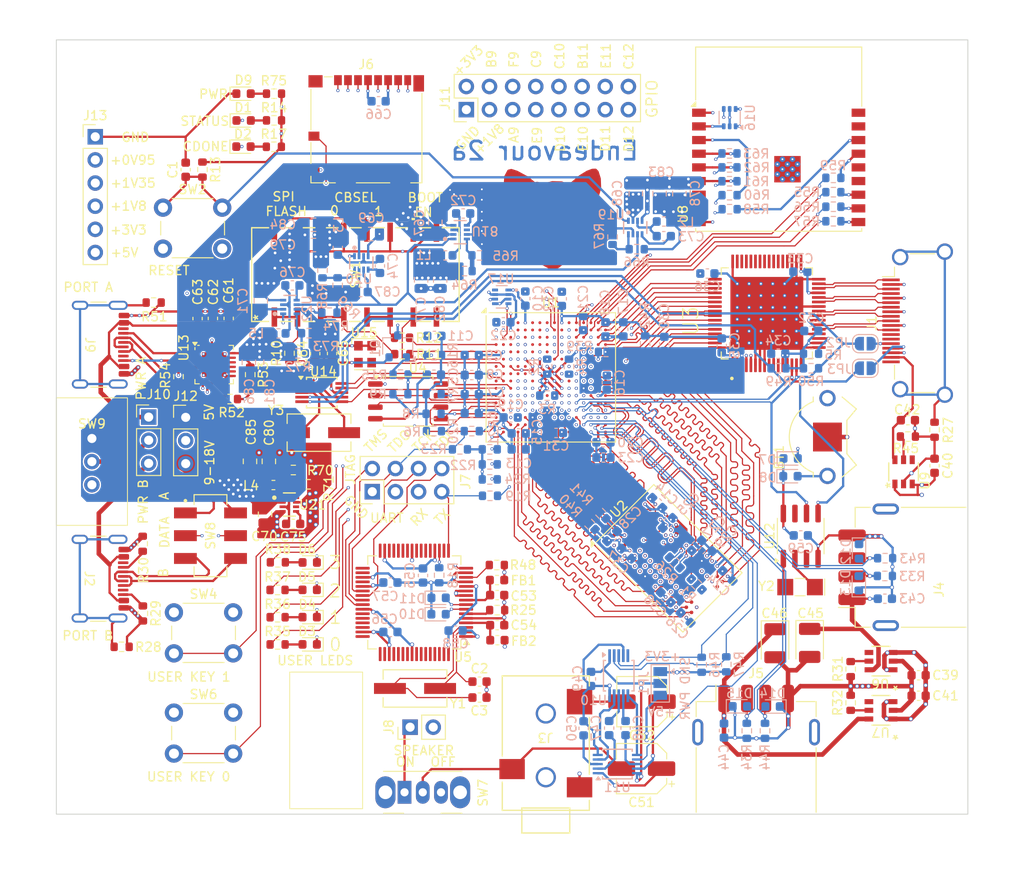
<source format=kicad_pcb>
(kicad_pcb (version 20240108) (generator "pcbnew") (generator_version "8.0")
  (layers (0 "F.Cu" signal) (1 "In1.Cu" power) (2 "In2.Cu" signal) (3 "In3.Cu" signal) (4 "In4.Cu" signal) (31 "B.Cu" signal) (34 "B.Paste" user) (35 "F.Paste" user) (36 "B.SilkS" user "B.Silkscreen") (37 "F.SilkS" user "F.Silkscreen") (38 "B.Mask" user) (39 "F.Mask" user) (44 "Edge.Cuts" user))
  (net 0 "")
  (net 1 "CRESET_N")
  (net 2 "Net-(U5-OSCI)")
  (net 13 "Net-(U5-OSCO)")
  (net 18 "Net-(J2-SHIELD)")
  (net 23 "Net-(D1-K)")
  (net 26 "Net-(D1-A)")
  (net 29 "Net-(D2-A)")
  (net 31 "Net-(D2-K)")
  (net 33 "Net-(J1-PadSH)")
  (net 34 "DVI_TX2+")
  (net 40 "DVI_TX1-")
  (net 45 "DVI_TXC+")
  (net 51 "DVI_TX0-")
  (net 57 "GND")
  (net 58 "+1V8")
  (net 59 "+1V35")
  (net 60 "Net-(U2-ZQ)")
  (net 61 "Net-(U1F-REF_RES_2A)")
  (net 62 "Net-(U1L-REF_RES_4A)")
  (net 63 "Net-(U1I-REF_RES_3A)")
  (net 64 "+0V95")
  (net 65 "DVI_TX2-")
  (net 66 "UART_RX")
  (net 68 "DVI_TXC-")
  (net 70 "UART_TX")
  (net 71 "+3V3")
  (net 72 "DDR_UDQS-")
  (net 73 "DDR_LDQS+")
  (net 74 "DDR_UDQS+")
  (net 75 "DDR_LDQS-")
  (net 76 "DDR_DQ10")
  (net 77 "DDR_DQ12")
  (net 78 "DDR_DQ8")
  (net 79 "DDR_DQ14")
  (net 80 "DDR_DQ4")
  (net 81 "DDR_DQ6")
  (net 82 "DDR_DQ11")
  (net 83 "DDR_DQ15")
  (net 84 "DDR_DQ3")
  (net 85 "DDR_DQ13")
  (net 86 "DDR_DQ9")
  (net 87 "DDR_DQ7")
  (net 88 "DDR_DQ5")
  (net 89 "DDR_DQ2")
  (net 90 "DDR_DQ0")
  (net 91 "DDR_DQ1")
  (net 92 "DDR_UDM")
  (net 93 "DDR_LDM")
  (net 94 "DVI_TX0+")
  (net 96 "+5V")
  (net 99 "DVI_TX1+")
  (net 114 "Net-(U3-TFADJ)")
  (net 115 "DDR_BA0")
  (net 116 "DDR_A9")
  (net 117 "DDR_nRESET")
  (net 118 "DDR_A7")
  (net 119 "DDR_A5")
  (net 120 "DDR_nCS")
  (net 121 "DDR_A3")
  (net 122 "DDR_ODT")
  (net 123 "DDR_CK+")
  (net 124 "DDR_CK-")
  (net 125 "DDR_CKE")
  (net 126 "Net-(J2-D+-PadA6)")
  (net 127 "Net-(J2-D--PadA7)")
  (net 128 "Net-(J2-CC2)")
  (net 129 "Net-(J2-CC1)")
  (net 135 "SD_D3")
  (net 137 "SD_nDETECT")
  (net 139 "SD_D2")
  (net 140 "SD_D0")
  (net 141 "SD_CMD")
  (net 142 "SD_CLK")
  (net 144 "SD_D1")
  (net 146 "Net-(Q1-B)")
  (net 147 "Net-(U1C-GPIOL_N_01_CCK)")
  (net 148 "Net-(U1C-GPIOL_N_04_CDI3)")
  (net 149 "Net-(U1C-GPIOL_P_02_CSI)")
  (net 150 "CDONE")
  (net 151 "Net-(R10-Pad2)")
  (net 152 "SSL_N")
  (net 153 "CBSEL0")
  (net 154 "Net-(R11-Pad2)")
  (net 155 "CBSEL1")
  (net 156 "Net-(R12-Pad2)")
  (net 157 "Net-(U1D-GPIOL_N_15_TEST_N)")
  (net 158 "Net-(U5-ADBUS3)")
  (net 159 "Net-(U1B-TDO)")
  (net 160 "Net-(U5-REF)")
  (net 161 "BOOT_EN")
  (net 163 "Net-(U1C-GPIOL_P_04_CDI2)")
  (net 164 "Net-(U1C-GPIOL_P_03_CDI0)")
  (net 165 "Net-(U1C-GPIOL_N_03_CDI1)")
  (net 198 "Net-(D3-A)")
  (net 199 "Net-(D4-A)")
  (net 200 "Net-(D5-A)")
  (net 201 "Net-(D6-A)")
  (net 202 "USER_LED0")
  (net 203 "USER_LED1")
  (net 204 "USER_LED2")
  (net 205 "USER_LED3")
  (net 206 "USER_KEY0")
  (net 207 "USER_KEY1")
  (net 208 "DDR_nRAS")
  (net 209 "DDR_nCAS")
  (net 210 "DDR_nWE")
  (net 211 "DDR_A12")
  (net 212 "DDR_BA2")
  (net 213 "DDR_A2")
  (net 214 "DDR_A0")
  (net 215 "DDR_A13")
  (net 216 "DDR_A1")
  (net 217 "DDR_A6")
  (net 218 "DDR_A10")
  (net 219 "DDR_A4")
  (net 220 "DDR_A11")
  (net 221 "DDR_A15")
  (net 222 "DDR_A14")
  (net 223 "DDR_A8")
  (net 224 "DDR_BA1")
  (net 225 "DVI_CK+")
  (net 226 "DVI_HSYNC")
  (net 227 "DVI_CK-")
  (net 228 "DVI_VSYNC")
  (net 229 "DVI_D1")
  (net 230 "DVI_D3")
  (net 231 "DVI_D0")
  (net 232 "DVI_D5")
  (net 233 "DVI_D4")
  (net 234 "DVI_D2")
  (net 235 "DVI_D10")
  (net 236 "DVI_D8")
  (net 237 "DVI_D7")
  (net 238 "DVI_D6")
  (net 239 "DVI_D9")
  (net 240 "DVI_D11")
  (net 241 "DVI_DE")
  (net 242 "VREF1")
  (net 243 "VREF2")
  (net 244 "Net-(J4-VBUS)")
  (net 245 "Net-(J5-VBUS)")
  (net 246 "Net-(U6-ILIM)")
  (net 247 "Net-(U7-ILIM)")
  (net 253 "USB1_D+")
  (net 254 "USB1_D-")
  (net 255 "USB2_D+")
  (net 256 "USB2_D-")
  (net 257 "Net-(J1-+5V)")
  (net 258 "Net-(U9-ILIM)")
  (net 260 "Net-(U10-VOUTC)")
  (net 261 "Net-(U11-VIN1)")
  (net 262 "Net-(U10-VOUTB)")
  (net 263 "Net-(U11-VIN2)")
  (net 264 "Net-(JP1-C)")
  (net 265 "Net-(U11-BYPASS)")
  (net 266 "Net-(U11-VOUT1)")
  (net 267 "Net-(C52-Pad2)")
  (net 268 "Net-(U11-VOUT2)")
  (net 269 "SND_SDA")
  (net 270 "SND_SCL")
  (net 271 "SND_SHDN")
  (net 272 "Net-(U10-VOUTD)")
  (net 274 "Net-(U10-VOUTA)")
  (net 276 "Net-(U5-VPLL)")
  (net 277 "Net-(U5-VPHY)")
  (net 278 "Net-(U5-~{RESET})")
  (net 279 "USBC_D+")
  (net 280 "USBC_D-")
  (net 281 "Net-(U1B-GPIOL_01)")
  (net 282 "JTAG_TDO")
  (net 283 "JTAG_TMS")
  (net 284 "JTAG_TCK")
  (net 285 "JTAG_TDI")
  (net 286 "Net-(J8-Pin_1)")
  (net 287 "Net-(SW7-B)")
  (net 290 "Net-(U12-OSCO)")
  (net 292 "Net-(U12-OSCI)")
  (net 293 "Net-(D8-A)")
  (net 294 "Net-(D7-K)")
  (net 295 "Net-(J1-SCL)")
  (net 296 "Net-(J1-SDA)")
  (net 297 "3V3_SCL")
  (net 298 "3V3_SDA")
  (net 299 "Net-(J9-SHIELD)")
  (net 300 "Net-(U13-VREG_1V2)")
  (net 301 "Net-(U13-VREG_2V7)")
  (net 302 "Net-(J10-Pin_1)")
  (net 303 "Net-(J10-Pin_3)")
  (net 304 "Net-(J9-D--PadA7)")
  (net 305 "Net-(J9-D+-PadA6)")
  (net 307 "Net-(J9-CC1)")
  (net 309 "Net-(J9-CC2)")
  (net 310 "Net-(U13-DISCH)")
  (net 311 "Net-(U13-VBUS_VS_DISCH)")
  (net 312 "Net-(U13-RESET)")
  (net 321 "Net-(J10-Pin_2)")
  (net 323 "Net-(U14-XA)")
  (net 324 "Net-(U14-XB)")
  (net 325 "DYN_CLK2")
  (net 326 "DYN_CLK1")
  (net 327 "DYN_CLK0")
  (net 328 "CLK25")
  (net 329 "Net-(U8-TXD)")
  (net 330 "Net-(U8-RXD)")
  (net 331 "Net-(U8-IO10)")
  (net 332 "Net-(U1H-GPIOR_17)")
  (net 333 "Net-(U1H-GPIOR_16)")
  (net 334 "Net-(U1H-GPIOR_15)")
  (net 335 "Net-(U8-IO7)")
  (net 336 "Net-(U1H-GPIOR_14)")
  (net 337 "Net-(U1H-GPIOR_13)")
  (net 338 "Net-(U8-IO6)")
  (net 339 "Net-(U8-IO5)")
  (net 340 "Net-(U1H-GPIOR_12)")
  (net 341 "ESP32_EN")
  (net 342 "ESP32_EN_3V3")
  (net 343 "Net-(U1H-GPIOR_20)")
  (net 344 "Net-(U1H-GPIOR_19)")
  (net 345 "Net-(U1H-GPIOR_18)")
  (net 346 "Net-(U8-IO2)")
  (net 347 "Net-(U8-IO3)")
  (net 348 "Net-(U8-IO4)")
  (net 352 "GPIO_D12")
  (net 353 "GPIO_B9")
  (net 354 "GPIO_D11")
  (net 355 "GPIO_C10")
  (net 356 "GPIO_E9")
  (net 357 "GPIO_D10")
  (net 358 "GPIO_C9")
  (net 359 "GPIO_B11")
  (net 360 "GPIO_A9")
  (net 361 "GPIO_F9")
  (net 362 "GPIO_E11")
  (net 363 "GPIO_C12")
  (net 364 "GPIO_E10")
  (net 365 "SD_VDD")
  (net 366 "SD_VDD_SEL_3V3")
  (net 368 "VIN")
  (net 369 "Net-(U18-SW)")
  (net 370 "Net-(U18-BST)")
  (net 371 "Net-(U19-SW)")
  (net 372 "Net-(U19-BST)")
  (net 373 "Net-(U20-SW)")
  (net 374 "Net-(U20-BST)")
  (net 375 "Net-(U21-BST)")
  (net 376 "Net-(U21-SW)")
  (net 377 "Net-(U22-SW)")
  (net 378 "Net-(U22-BST)")
  (net 379 "Net-(J12-Pin_3)")
  (net 380 "VCCIO_EN")
  (net 381 "Net-(D9-A)")
  (net 382 "Net-(U18-FB)")
  (net 383 "Net-(U19-FB)")
  (net 384 "Net-(U20-FB)")
  (net 385 "Net-(U21-FB)")
  (net 386 "Net-(U22-FB)")
  (footprint "Package_SO:SOIC-8_5.23x5.23mm_P1.27mm" (layer "F.Cu") (at 134.6 102.635)
    (property "Reference" "U4")
    (property "Value" "W25Q128JWS")
  )
  (footprint "Capacitor_SMD:C_0603_1608Metric" (layer "F.Cu") (at 124.4 97.395 90)
    (property "Reference" "C64")
    (property "Value" "0.1uF")
  )
  (footprint "Resistor_SMD:R_0603_1608Metric" (layer "F.Cu") (at 123.635 111.74 180)
    (property "Reference" "R71")
    (property "Value" "10K")
  )
  (footprint "Resistor_SMD:R_0603_1608Metric" (layer "F.Cu") (at 120.275001 126.329999)
    (property "Reference" "R36")
    (property "Value" "25")
  )
  (footprint "Package_DFN_QFN:QFN-24-1EP_4x4mm_P0.5mm_EP2.7x2.7mm" (layer "F.Cu") (at 113.315 98.5975)
    (property "Reference" "U13")
    (property "Value" "STUSB4500QTR")
  )
  (footprint "Capacitor_SMD:C_0805_2012Metric" (layer "F.Cu") (at 119.315 109.220001 90)
    (property "Reference" "C80")
    (property "Value" "22uF")
  )
  (footprint "endeavour2:BGA-96_9.0x13.5mm_Layout2x3x16_P0.8mm" (layer "F.Cu") (at 163.137132 119.864214 45)
    (property "Reference" "U2")
    (property "Value" "IM8G16D3FFBG")
  )
  (footprint "Resistor_SMD:R_0603_1608Metric" (layer "F.Cu") (at 120.275001 129.320001)
    (property "Reference" "R35")
    (property "Value" "25")
  )
  (footprint "Connector_PinHeader_2.54mm:PinHeader_2x08_P2.54mm_Vertical" (layer "F.Cu") (at 140.98 70.61 90)
    (property "Reference" "J11")
    (property "Value" "Conn_GPIO")
  )
  (footprint "endeavour2:SJ-3523-SMT_CUD" (layer "F.Cu") (at 149.700018 140.148342 180)
    (property "Reference" "J3")
    (property "Value" "SJ-3523-SMT")
  )
  (footprint "endeavour2:XTAL_ECS-120-20-3X-TR" (layer "F.Cu") (at 124.82 106.07)
    (property "Reference" "Y3")
    (property "Value" "25MHz")
  )
  (footprint "Resistor_SMD:R_0603_1608Metric" (layer "F.Cu") (at 109.4 99.92 -90)
    (property "Reference" "R54")
    (property "Value" "10K")
  )
  (footprint "LED_SMD:LED_0603_1608Metric" (layer "F.Cu") (at 123.795 129.31 180)
    (property "Reference" "D3")
    (property "Value" "LED")
  )
  (footprint "Resistor_SMD:R_0603_1608Metric" (layer "F.Cu") (at 122 110.17 180)
    (property "Reference" "R70")
    (property "Value" "73.3K")
  )
  (footprint "endeavour2:SPDT_204-124_CTS" (layer "F.Cu") (at 128.81 88.7191 90)
    (property "Reference" "SW1")
    (property "Value" "204-124ST")
  )
  (footprint "Capacitor_SMD:C_0603_1608Metric" (layer "F.Cu") (at 190.6 132.7)
    (property "Reference" "C39")
    (property "Value" "10uF")
  )
  (footprint "Resistor_SMD:R_0603_1608Metric" (layer "F.Cu") (at 105.47 118.265 90)
    (property "Reference" "R30")
    (property "Value" "5.1K")
  )
  (footprint "Package_SO:SOIC-8_3.9x4.9mm_P1.27mm" (layer "F.Cu") (at 177.665 117.425 90)
    (property "Reference" "U12")
    (property "Value" "PCF85063AT/AY")
  )
  (footprint "MountingHole:MountingHole_2.2mm_M2" (layer "F.Cu") (at 99.3 66.25)
    (property "Reference" "REF**" (hide yes))
    (property "Value" "MountingHole_2.2mm_M2")
  )
  (footprint "Button_Switch_THT:SW_PUSH_6mm" (layer "F.Cu") (at 108.9 136.8)
    (property "Reference" "SW6")
    (property "Value" "SW_Push")
  )
  (footprint "Capacitor_SMD:C_0805_2012Metric" (layer "F.Cu") (at 117.245 109.220001 90)
    (property "Reference" "C85")
    (property "Value" "22uF")
  )
  (footprint "Connector_PinHeader_2.54mm:PinHeader_1x03_P2.54mm_Vertical" (layer "F.Cu") (at 110.19 104.39)
    (property "Reference" "J12")
    (property "Value" "jumper_5v")
  )
  (footprint "Connector_PinHeader_2.54mm:PinHeader_1x03_P2.54mm_Vertical" (layer "F.Cu") (at 106.13 104.36)
    (property "Reference" "J10")
    (property "Value" "jumper_power_source")
  )
  (footprint "Capacitor_SMD:C_0603_1608Metric" (layer "F.Cu") (at 111.495 93.545 -90)
    (property "Reference" "C63")
    (property "Value" "1uF")
  )
  (footprint "Package_BGA:BGA-256_14.0x14.0mm_Layout16x16_P0.8mm_Ball0.45mm_Pad0.32mm_NSMD" (layer "F.Cu") (at 150.25 100)
    (property "Reference" "U1")
    (property "Value" "Ti60F256" (hide yes))
  )
  (footprint "Capacitor_SMD:C_0603_1608Metric" (layer "F.Cu") (at 110.19 77.205 90)
    (property "Reference" "C1")
    (property "Value" "1uF")
  )
  (footprint "Oscillator:Oscillator_SMD_Kyocera_KC2520Z-4Pin_2.5x2.0mm" (layer "F.Cu") (at 129.865 97.455)
    (property "Reference" "U15")
    (property "Value" "MC2520Z 25MHz")
  )
  (footprint "endeavour2:DRL0008A-MFG" (layer "F.Cu") (at 121.564999 113.959999)
    (property "Reference" "U21")
    (property "Value" "TPS562211DRLR")
  )
  (footprint "Inductor_SMD:L_0603_1608Metric" (layer "F.Cu") (at 119.815 111.82 180)
    (property "Reference" "L4")
    (property "Value" "4.7uH")
  )
  (footprint "MountingHole:MountingHole_2.2mm_M2" (layer "F.Cu") (at 192.7 66.25)
    (property "Reference" "REF**" (hide yes))
    (property "Value" "MountingHole_2.2mm_M2")
  )
  (footprint "Connector_PinHeader_2.54mm:PinHeader_2x04_P2.54mm_Vertical" (layer "F.Cu") (at 130.66 112.55 90)
    (property "Reference" "J7")
    (property "Value" "Conn_02x04_Odd_Even")
  )
  (footprint "Resistor_SMD:R_0603_1608Metric" (layer "F.Cu") (at 133.925 95.65 180)
    (property "Reference" "R12")
    (property "Value" "10K")
  )
  (footprint "Crystal:Crystal_SMD_MicroCrystal_CC7V-T1A-2Pin_3.2x1.5mm_HandSoldering" (layer "F.Cu") (at 177.595001 123.025 180)
    (property "Reference" "Y2")
    (property "Value" "Crystal")
  )
  (footprint "endeavour2:SW_JS202011SCQN" (layer "F.Cu") (at 112.91 117.38 -90)
    (property "Reference" "SW8")
    (property "Value" "~" (hide yes))
  )
  (footprint "Package_SO:MSOP-10_3x3mm_P0.5mm" (layer "F.Cu") (at 125.12 101.67)
    (property "Reference" "U14")
    (property "Value" "Si5351A-B-GT")
  )
  (footprint "MountingHole:MountingHole_2.2mm_M2" (layer "F.Cu") (at 99.3 144.65)
    (property "Reference" "REF**" (hide yes))
    (property "Value" "MountingHole_2.2mm_M2")
  )
  (footprint "Capacitor_Tantalum_SMD:CP_EIA-3528-12_Kemet-T" (layer "F.Cu") (at 174.85 129.1875 -90)
    (property "Reference" "C46")
    (property "Value" "100uF")
  )
  (footprint "Resistor_SMD:R_0603_1608Metric" (layer "F.Cu") (at 144.325 120.6 180)
    (property "Reference" "R48")
    (property "Value" "1K")
  )
  (footprint "LED_SMD:LED_0603_1608Metric" (layer "F.Cu") (at 123.800002 120.320001 180)
    (property "Reference" "D6")
    (property "Value" "LED")
  )
  (footprint "LED_SMD:LED_0603_1608Metric" (layer "F.Cu") (at 123.794999 123.324999 180)
    (property "Reference" "D5")
    (property "Value" "LED")
  )
  (footprint "endeavour2:SOT26_DIO" (layer "F.Cu") (at 188.949999 110.37285 90)
    (property "Reference" "U9")
    (property "Value" "AP22653W6-7")
  )
  (footprint "Resistor_SMD:R_0603_1608Metric" (layer "F.Cu") (at 120.265 123.335)
    (property "Reference" "R37")
    (property "Value" "25")
  )
  (footprint "LED_SMD:LED_0603_1608Metric" (layer "F.Cu") (at 116.5275 74.67)
    (property "Reference" "D2")
    (property "Value" "LED")
  )
  (footprint "Resistor_SMD:R_0603_1608Metric" (layer "F.Cu") (at 189.425 106.5)
    (property "Reference" "R45")
    (property "Value" "200K")
  )
  (footprint "Capacitor_SMD:C_0603_1608Metric" (layer "F.Cu") (at 192.35 109.7 90)
    (property "Reference" "C40")
    (property "Value" "10uF")
  )
  (footprint "Capacitor_SMD:C_0603_1608Metric" (layer "F.Cu") (at 114.905 93.525 -90)
    (property "Reference" "C61")
    (property "Value" "1uF")
  )
  (footprint "Button_Switch_THT:SW_Slide_SPDT_Angled_CK_OS102011MA1Q" (layer "F.Cu") (at 134.2 145.55)
    (property "Reference" "SW7")
    (property "Value" "SW_SPDT")
  )
  (footprint "LED_SMD:LED_0603_1608Metric" (layer "F.Cu") (at 123.795002 126.32 180)
    (property "Reference" "D4")
    (property "Value" "LED")
  )
  (footprint "endeavour2:mss3111" (layer "F.Cu") (at 99.9 109.25)
    (property "Reference" "SW9")
    (property "Value" "SW_SPDT")
  )
  (footprint "Capacitor_SMD:C_0805_2012Metric" (layer "F.Cu") (at 118.895 115.030001 -90)
    (property "Reference" "C70")
    (property "Value" "22uF")
  )
  (footprint "Resistor_SMD:R_0603_1608Metric" (layer "F.Cu") (at 117.27 99.7 -90)
    (property "Reference" "R53")
    (property "Value" "1K")
  )
  (footprint "Capacitor_SMD:C_0603_1608Metric" (layer "F.Cu") (at 142.425 133.4)
    (property "Reference" "C2")
    (property "Value" "27pF")
  )
  (footprint "Inductor_SMD:L_0603_1608Metric" (layer "F.Cu") (at 144.35 122.25)
    (property "Reference" "FB1")
    (property "Value" "~")
  )
  (footprint "endeavour2:USB_C_Receptacle_GCT_USB4105-xx-A_16P_TopMnt_Horizontal" (layer "F.Cu") (at 99.65 122.1 -90)
    (property "Reference" "J2")
    (property "Value" "USB_C_Receptacle_USB2.0")
  )
  (footprint "Resistor_SMD:R_0603_1608Metric" (layer "F.Cu") (at 133.95 97.45 180)
    (property "Reference" "R11")
    (property "Value" "10K")
  )
  (footprint "Resistor_SMD:R_0603_1608Metric" (layer "F.Cu") (at 112.03 77.19 -90)
    (property "Reference" "R13")
    (property "Value" "10K")
  )
  (footprint "endeavour2:SOT26_DIO" (layer "F.Cu") (at 186.47285 136.549999 180)
    (property "Reference" "U7")
    (property "Value" "AP22653W6-7")
  )
  (footprint "Capacitor_SMD:CP_Elec_5x5.3" (layer "F.Cu") (at 160.2 142.95 180)
    (property "Reference" "C51")
    (property "Value" "100uF")
  )
  (footprint "Button_Switch_THT:SW_PUSH_6mm" (layer "F.Cu") (at 107.7 81.37)
    (property "Reference" "SW2")
    (property "Value" "SW_Push")
  )
  (footprint "Connector_Card:microSD_HC_Molex_104031-0811" (layer "F.Cu") (at 130 72.825)
    (property "Reference" "J6")
    (property "Value" "Micro_SD_Card_Det2")
  )
  (footprint "LED_SMD:LED_0603_1608Metric" (layer "F.Cu") (at 116.54 68.86)
    (property "Reference" "D9")
    (property "Value" "LED")
  )
  (footprint "LED_SMD:LED_0603_1608Metric" (layer "F.Cu") (at 116.5475 71.8)
    (property "Reference" "D1")
    (property "Value" "LED")
  )
  (footprint "Resistor_SMD:R_0603_1608Metric" (layer "F.Cu") (at 119.88 68.86 180)
    (property "Reference" "R75")
    (property "Value" "25")
  )
  (footprint "endeavour2:IC_TFP410PAP" (layer "F.Cu") (at 173.95 92.975 90)
    (property "Reference" "U3")
    (property "Value" "TFP410PAP")
  )
  (footprint "Capacitor_SMD:C_0603_1608Metric" (layer "F.Cu") (at 144.3625 127.2)
    (property "Reference" "C54")
    (property "Value" "1uF")
  )
  (footprint "Capacitor_Tantalum_SMD:CP_EIA-3528-12_Kemet-T" (layer "F.Cu") (at 178.65 129.15 -90)
    (property "Reference" "C45")
    (property "Value" "100uF")
  )
  (footprint "Connector_HDMI:HDMI_A_Amphenol_10029449-x01xLF_Horizontal" (layer "F.Cu") (at 192.575 94.05 90)
    (property "Reference" "J1")
    (property "Value" "HDMI_A")
  )
  (footprint "Resistor_SMD:R_0603_1608Metric" (layer "F.Cu") (at 115.05 102.38)
    (property "Reference" "R52")
    (property "Value" "1K")
  )
  (footprint "Capacitor_SMD:C_0603_1608Metric" (layer "F.Cu") (at 142.425 135.15)
    (property "Reference" "C3")
    (property "Value" "27pF")
  )
  (footprint "Capacitor_SMD:C_0603_1608Metric" (layer "F.Cu") (at 144.3625 123.9)
    (property "Reference" "C53")
    (property "Value" "1uF")
  )
  (footprint "Resistor_SMD:R_0603_1608Metric" (layer "F.Cu") (at 103.165 129.58)
    (property "Reference" "R28")
    (property "Value" "1M")
  )
  (footprint "Inductor_SMD:L_0603_1608Metric" (layer "F.Cu") (at 144.3875 128.85)
    (property "Reference" "FB2")
    (property "Value" "~")
  )
  (footprint "Package_QFP:LQFP-64_10x10mm_P0.5mm" (layer "F.Cu") (at 135.275 124.699999 180)
    (property "Reference" "U5")
    (property "Value" "FT2232HL")
  )
  (footprint "Connector_USB:USB_A_Receptacle_GCT_USB1046" (layer "F.Cu") (at 190.55 120.850001 90)
    (property "Reference" "J4")
    (property "Value" "USB_A")
  )
  (footprint "Connector_USB:USB_A_Receptacle_GCT_USB1046" (layer "F.Cu") (at 172.775 142.5)
    (property "Reference" "J5")
    (property "Value" "USB_A")
  )
  (footprint "Capacitor_SMD:CP_Elec_5x5.3" (layer "F.Cu") (at 160.25 135.6 180)
    (property "Reference" "C52")
    (property "Value" "100uF")
  )
  (footprint "endeavour2:SOT26_DIO" (layer "F.Cu") (at 186.47715 131.149999 180)
    (property "Reference" "U6")
    (property "Value" "AP22653W6-7")
  )
  (footprint "endeavour2:USB_C_Receptacle_GCT_USB4105-xx-A_16P_TopMnt_Horizontal" (layer "F.Cu") (at 99.675 96.41 -90)
    (property "Reference" "J9")
    (property "Value" "USB_C_Receptacle_USB2.0")
  )
  (footprint "Resistor_SMD:R_0603_1608Metric" (layer "F.Cu") (at 106.68 91.79)
    (property "Reference" "R51")
    (property "Value" "1M")
  )
  (footprint "RF_Module:ESP32-C3-WROOM-02" (layer "F.Cu") (at 175.25 76.95)
    (property "Reference" "U8")
    (property "Value" "ESP32-C3-WROOM-02-N4")
  )
  (footprint "Button_Switch_THT:SW_PUSH_6mm" (layer "F.Cu") (at 108.9 125.8)
    (property "Reference" "SW4")
    (property "Value" "SW_Push")
  )
  (footprint "Resistor_SMD:R_0603_1608Metric" (layer "F.Cu") (at 121.58 97.355 90)
    (property "Reference" "R10")
    (property "Value" "10K")
  )
  (footprint "Resistor_SMD:R_0603_1608Metric" (layer "F.Cu") (at 120.3 120.299999)
    (property "Reference" "R38")
    (property "Value" "25")
  )
  (footprint "Resistor_SMD:R_0603_1608Metric" (layer "F.Cu") (at 144.3625 125.55)
    (property "Reference" "R25")
    (property "Value" "12K")
  )
  (footprint "MountingHole:MountingHole_2.2mm_M2" (layer "F.Cu") (at 192.7 144.65)
    (property "Reference" "REF**" (hide yes))
    (property "Value" "MountingHole_2.2mm_M2")
  )
  (footprint "Resistor_SMD:R_0603_1608Metric" (layer "F.Cu") (at 119.865 74.69 180)
    (property "Reference" "R17")
    (property "Value" "25")
  )
  (footprint "Connector_PinHeader_2.54mm:PinHeader_1x02_P2.54mm_Vertical" (layer "F.Cu") (at 134.81 138.4 90)
    (property "Reference" "J8")
    (property "Value" "Conn_01x02")
  )
  (footprint "endeavour2:BAT_2989" (layer "F.Cu") (at 180.6 106.55 90)
    (property "Reference" "BT1")
    (property "Value" "Battery_Cell")
  )
  (footprint "Capacitor_SMD:C_0603_1608Metric" (layer "F.Cu") (at 189.425 104.7)
    (property "Reference" "C42")
    (property "Value" "10uF")
  )
  (footprint "Capacitor_SMD:C_0603_1608Metric" (layer "F.Cu") (at 113.175 93.53 -90)
    (property "Reference" "C62")
    (property "Value" "1uF")
  )
  (footprint "Resistor_SMD:R_0603_1608Metric" (layer "F.Cu") (at 183.1457 135.724998 90)
    (property "Reference" "R32")
    (property "Value" "60K")
  )
  (footprint "Resistor_SMD:R_0603_1608Metric" (layer "F.Cu") (at 183.1457 132.024998 -90)
    (property "Reference" "R31")
    (property "Value" "60K")
  )
  (footprint "Capacitor_SMD:C_0603_1608Metric" (layer "F.Cu") (at 126.25 97.375 -90)
    (property "Reference" "C65")
    (property "Value" "0.1uF")
  )
  (footprint "Resistor_SMD:R_0603_1608Metric" (layer "F.Cu") (at 119.88 71.79 180)
    (property "Reference" "R14")
    (property "Value" "25")
  )
  (footprint "Capacitor_SMD:C_0603_1608Metric" (layer "F.Cu") (at 190.6 134.95)
    (property "Reference" "C41")
    (property "Value" "0.1uF")
  )
  (footprint "Capacitor_SMD:C_0603_1608Metric" (layer "F.Cu") (at 121.98 116.09 180)
    (property "Reference" "C75")
    (property "Value" "0.1uF")
  )
  (footprint "Connector_PinHeader_2.54mm:PinHeader_1x06_P2.54mm_Vertical" (layer "F.Cu") (at 100.27 73.59)
    (property "Reference" "J13")
    (property "Value" "Conn_power")
  )
  (footprint "Resistor_SMD:R_0603_1608Metric" (layer "F.Cu") (at 192.35 105.75 90)
    (property "Reference" "R27")
    (property "Value" "1M")
  )
  (footprint "endeavour2:XTAL_ECS-120-20-3X-TR" (layer "F.Cu") (at 135.35 134.15 180)
    (property "Reference" "Y1")
    (property "Value" "12MHz")
  )
  (footprint "Resistor_SMD:R_0603_1608Metric" (layer "F.Cu") (at 105.49 125.915 -90)
    (property "Reference" "R29")
    (property "Value" "5.1K")
  )
  (footprint "Resistor_SMD:R_0603_1608Metric" (layer "B.Cu") (at 181.245 79.67)
    (property "Reference" "R55")
    (property "Value" "75")
  )
  (footprint "Resistor_SMD:R_0603_1608Metric" (layer "B.Cu") (at 169.85 78.47)
    (property "Reference" "R61")
    (property "Value" "75")
  )
  (footprint "Capacitor_SMD:C_0603_1608Metric" (layer "B.Cu") (at 166.251992 118.458008 45)
    (property "Reference" "C27")
    (property "Value" "0.01uF")
  )
  (footprint "Resistor_SMD:R_0603_1608Metric" (layer "B.Cu") (at 154.516637 116.116637 135)
    (property "Reference" "R40")
    (property "Value" "1K")
  )
  (footprint "Resistor_SMD:R_0603_1608Metric" (layer "B.Cu") (at 169.855 80)
    (property "Reference" "R60")
    (property "Value" "75")
  )
  (footprint "Inductor_SMD:L_0603_1608Metric" (layer "B.Cu") (at 120.36 95.17 180)
    (property "Reference" "L5")
    (property "Value" "4.7uH")
  )
  (footprint "Resistor_SMD:R_0603_1608Metric" (layer "B.Cu") (at 149.85 102 180)
    (property "Reference" "R3")
    (property "Value" "10K")
  )
  (footprint "Capacitor_SMD:C_0603_1608Metric" (layer "B.Cu") (at 156.65 138.5 -90)
    (property "Reference" "C47")
    (property "Value" "1uF")
  )
  (footprint "Resistor_SMD:R_0603_1608Metric" (layer "B.Cu") (at 143.575 113)
    (property "Reference" "R19")
    (property "Value" "75")
  )
  (footprint "Capacitor_SMD:C_0805_2012Metric" (layer "B.Cu") (at 117.12 98.360001 -90)
    (property "Reference" "C86")
    (property "Value" "22uF")
  )
  (footprint "Capacitor_SMD:C_0603_1608Metric" (layer "B.Cu") (at 145.85 104.4 180)
    (property "Reference" "C19")
    (property "Value" "10uF")
  )
  (footprint "Capacitor_SMD:C_0603_1608Metric" (layer "B.Cu") (at 156.967625 117.442373 45)
    (property "Reference" "C28")
    (property "Value" "4.7uF")
  )
  (footprint "Resistor_SMD:R_0603_1608Metric" (layer "B.Cu") (at 140.792498 88.330002 180)
    (property "Reference" "R64")
    (property "Value" "11.7K")
  )
  (footprint "Capacitor_SMD:C_0603_1608Metric" (layer "B.Cu") (at 177.625 88.4 180)
    (property "Reference" "C33")
    (property "Value" "0.01uF")
  )
  (footprint "Capacitor_SMD:C_0603_1608Metric" (layer "B.Cu") (at 139.8 127.8)
    (property "Reference" "C58")
    (property "Value" "0.1uF")
  )
  (footprint "Resistor_SMD:R_0603_1608Metric" (layer "B.Cu") (at 149.85 98.825 -90)
    (property "Reference" "R2")
    (property "Value" "10K")
  )
  (footprint "Resistor_SMD:R_0603_1608Metric" (layer "B.Cu") (at 181.245 78.1)
    (property "Reference" "R59")
    (property "Value" "75")
  )
  (footprint "Diode_SMD:D_0603_1608Metric" (layer "B.Cu") (at 184.06 119.107501 -90)
    (property "Reference" "D12")
    (property "Value" "D_TVS")
  )
  (footprint "Resistor_SMD:R_0603_1608Metric" (layer "B.Cu") (at 159.675 85.93)
    (property "Reference" "R66")
    (property "Value" "25K")
  )
  (footprint "Capacitor_SMD:C_0805_2012Metric" (layer "B.Cu") (at 119.49501 98.345002 -90)
    (property "Reference" "C81")
    (property "Value" "22uF")
  )
  (footprint "Capacitor_SMD:C_0603_1608Metric" (layer "B.Cu") (at 156.025 108.8)
    (property "Reference" "C23")
    (property "Value" "0.1uF")
  )
  (footprint "Resistor_SMD:R_0603_1608Metric" (layer "B.Cu") (at 181.245 81.27)
    (property "Reference" "R56")
    (property "Value" "75")
  )
  (footprint "Capacitor_SMD:C_0805_2012Metric" (layer "B.Cu") (at 130.499999 84.26)
    (property "Reference" "C69")
    (property "Value" "22uF")
  )
  (footprint "Resistor_SMD:R_0603_1608Metric" (layer "B.Cu") (at 169.85 76.95)
    (property "Reference" "R62")
    (property "Value" "75")
  )
  (footprint "Resistor_SMD:R_0603_1608Metric" (layer "B.Cu") (at 169.865 81.54)
    (property "Reference" "R58")
    (property "Value" "75")
  )
  (footprint "Resistor_SMD:R_0603_1608Metric" (layer "B.Cu") (at 143.55 107.9 180)
    (property "Reference" "R21")
    (property "Value" "10K")
  )
  (footprint "Capacitor_SMD:C_0805_2012Metric" (layer "B.Cu") (at 118.43 91.590001 90)
    (property "Reference" "C71")
    (property "Value" "22uF")
  )
  (footprint "Capacitor_SMD:C_0603_1608Metric" (layer "B.Cu") (at 140.632498 82.010002 180)
    (property "Reference" "C72")
    (property "Value" "0.1uF")
  )
  (footprint "Capacitor_SMD:C_0805_2012Metric" (layer "B.Cu") (at 162.18 79.830001 90)
    (property "Reference" "C83")
    (property "Value" "22uF")
  )
  (footprint "Resistor_SMD:R_0603_1608Metric" (layer "B.Cu") (at 143.55 109.55 180)
    (property "Reference" "R22")
    (property "Value" "10K")
  )
  (footprint "Inductor_SMD:L_0603_1608Metric" (layer "B.Cu") (at 162.655 82.890001)
    (property "Reference" "L2")
    (property "Value" "2.2uH")
  )
  (footprint "Capacitor_SMD:C_0603_1608Metric" (layer "B.Cu") (at 131.5 87.765 90)
    (property "Reference" "C74")
    (property "Value" "0.1uF")
  )
  (footprint "Resistor_SMD:R_0603_1608Metric" (layer "B.Cu") (at 181.245 82.86)
    (property "Reference" "R57")
    (property "Value" "75")
  )
  (footprint "endeavour2:SOTFL50P160X60-8N" (layer "B.Cu") (at 144.865 91.16 180)
    (property "Reference" "U17")
    (property "Value" "TPS2116DRLR")
  )
  (footprint "Capacitor_SMD:C_0603_1608Metric" (layer "B.Cu") (at 165.028643 126.387274 -45)
    (property "Reference" "C26")
    (property "Value" "0.1uF")
  )
  (footprint "Capacitor_SMD:C_0805_2012Metric" (layer "B.Cu") (at 136.019999 89.290002 -90)
    (property "Reference" "C77")
    (property "Value" "22uF")
  )
  (footprint "Package_SO:MSOP-10_3x3mm_P0.5mm" (layer "B.Cu") (at 157.7 132.75 -90)
    (property "Reference" "U10")
    (property "Value" "MCP4728")
  )
  (footprint "Capacitor_SMD:C_0603_1608Metric" (layer "B.Cu") (at 158.45 138.5 -90)
    (property "Reference" "C48")
    (property "Value" "1uF")
  )
  (footprint "Capacitor_SMD:C_0603_1608Metric" (layer "B.Cu") (at 169 96.5 90)
    (property "Reference" "C35")
    (property "Value" "0.01uF")
  )
  (footprint "Capacitor_SMD:C_0603_1608Metric" (layer "B.Cu") (at 167.415128 119.616726 45)
    (property "Reference" "C29")
    (property "Value" "0.1uF")
  )
  (footprint "Diode_SMD:D_0603_1608Metric" (layer "B.Cu") (at 170.99 136.11)
    (property "Reference" "D15")
    (property "Value" "D_TVS")
  )
  (footprint "Resistor_SMD:R_0603_1608Metric" (layer "B.Cu") (at 178.8 99)
    (property "Reference" "R50")
    (property "Value" "5.1K")
  )
  (footprint "Capacitor_SMD:C_0603_1608Metric" (layer "B.Cu") (at 150.825 106.1)
    (property "Reference" "C31")
    (property "Value" "0.1uF")
  )
  (footprint "Capacitor_SMD:C_0603_1608Metric" (layer "B.Cu") (at 163.068008 115.981992 -135)
    (property "Reference" "C25")
    (property "Value" "0.1uF")
  )
  (footprint "Resistor_SMD:R_0603_1608Metric" (layer "B.Cu") (at 169.85 75.42)
    (property "Reference" "R63")
    (property "Value" "75")
  )
  (footprint "Resistor_SMD:R_0603_1608Metric" (layer "B.Cu") (at 123.73 95.15 180)
    (property "Reference" "R73")
    (property "Value" "10K")
  )
  (footprint "Capacitor_SMD:C_0805_2012Metric" (layer "B.Cu") (at 124.2 85.47 180)
    (property "Reference" "C79")
    (property "Value" "22uF")
  )
  (footprint "Resistor_SMD:R_0603_1608Metric" (layer "B.Cu") (at 141.575 105.9)
    (property "Reference" "R20")
    (property "Value" "75")
  )
  (footprint "Jumper:SolderJumper-2_P1.3mm_Open_RoundedPad1.0x1.5mm" (layer "B.Cu") (at 184.750001 99)
    (property "Reference" "JP3")
    (property "Value" "Jumper_2_Bridged")
  )
  (footprint "Capacitor_SMD:C_0603_1608Metric" (layer "B.Cu") (at 121.89501 89.905003 180)
    (property "Reference" "C76")
    (property "Value" "0.1uF")
  )
  (footprint "Capacitor_SMD:C_0603_1608Metric" (layer "B.Cu") (at 156.25 94.725 90)
    (property "Reference" "C18")
    (property "Value" "0.01uF")
  )
  (footprint "Capacitor_SMD:C_0603_1608Metric" (layer "B.Cu") (at 141.575 99.75)
    (property "Reference" "C8")
    (property "Value" "0.1uF")
  )
  (footprint "Package_TO_SOT_SMD:SC-59" (layer "B.Cu") (at 133.45 96.6 90)
    (property "Reference" "Q1")
    (property "Value" "Q_NPN_BEC")
  )
  (footprint "Resistor_SMD:R_0603_1608Metric" (layer "B.Cu") (at 178.8 97.4 180)
    (property "Reference" "R5")
    (property "Value" "510")
  )
  (footprint "Jumper:SolderJumper-2_P1.3mm_Open_RoundedPad1.0x1.5mm" (layer "B.Cu") (at 184.750001 96.3)
    (property "Reference" "JP2")
    (property "Value" "Jumper_2_Bridged")
  )
  (footprint "Capacitor_SMD:C_0603_1608Metric" (layer "B.Cu") (at 175.2 97.4 180)
    (property "Reference" "C34")
    (property "Value" "0.01uF")
  )
  (footprint "Capacitor_SMD:C_0603_1608Metric" (layer "B.Cu") (at 167.425 88.6)
    (property "Reference" "C36")
    (property "Value" "10uF")
  )
  (footprint "Inductor_SMD:L_0603_1608Metric" (layer "B.Cu") (at 138.674997 86.610002 180)
    (property "Reference" "L1")
    (property "Value" "2.2uH")
  )
  (footprint "Capacitor_SMD:C_0603_1608Metric" (layer "B.Cu") (at 169.25 138.775 90)
    (property "Reference" "C44")
    (property "Value" "0.1uF")
  )
  (footprint "Resistor_SMD:R_0603_1608Metric" (layer "B.Cu") (at 166.8 131.55 90)
    (property "Reference" "R46")
    (property "Value" "1.5K")
  )
  (footprint "Capacitor_SMD:C_0603_1608Metric" (layer "B.Cu") (at 137.425 99.71 180)
    (property "Reference" "C5")
    (property "Value" "0.1uF")
  )
  (footprint "endeavour2:DRL0008A-MFG" (layer "B.Cu") (at 129.459999 87.430001 -90)
    (property "Reference" "U20")
    (property "Value" "TPS562211DRLR")
  )
  (footprint "Capacitor_SMD:C_0603_1608Metric" (layer "B.Cu") (at 177.675 117.35)
    (property "Reference" "C59")
    (property "Value" "0.1uF")
  )
  (footprint "Resistor_SMD:R_0603_1608Metric" (layer "B.Cu") (at 152.25 98.825 90)
    (property "Reference" "R4")
    (property "Value" "10K")
  )
  (footprint "Diode_SMD:D_0603_1608Metric" (layer "B.Cu") (at 176.537501 110.85)
    (property "Reference" "D8")
    (property "Value" "D")
  )
  (footprint "Resistor_SMD:R_0603_1608Metric" (layer "B.Cu") (at 133.745 101.84)
    (property "Reference" "R9")
    (property "Value" "10K")
  )
  (footprint "Capacitor_SMD:C_0805_2012Metric" (layer "B.Cu") (at 138.11 89.29 -90)
    (property "Reference" "C82")
    (property "Value" "22uF")
  )
  (footprint "Capacitor_SMD:C_0603_1608Metric" (layer "B.Cu") (at 161.93 113.78 135)
    (property "Reference" "C14")
    (property "Value" "1uF")
  )
  (footprint "Jumper:SolderJumper-3_P1.3mm_Open_Pad1.0x1.5mm" (layer "B.Cu") (at 162.2575 133.6 -90)
    (property "Reference" "JP1")
    (property "Value" "snd_power")
  )
  (footprint "Resistor_SMD:R_0603_1608Metric" (layer "B.Cu") (at 140.275 107.9)
    (property "Reference" "R23")
    (property "Value" "10K")
  )
  (footprint "Resistor_SMD:R_0603_1608Metric" (layer "B.Cu") (at 171.75 138.8 -90)
    (property "Reference" "R34")
    (property "Value" "15K")
  )
  (footprint "Capacitor_SMD:C_0603_1608Metric" (layer "B.Cu") (at 156.025 107.125)
    (property "Reference" "C20")
    (property "Value" "0.1uF")
  )
  (footprint "Diode_SMD:D_0603_1608Metric" (layer "B.Cu") (at 137.932499 126)
    (property "Reference" "D10")
    (property "Value" "D_TVS")
  )
  (footprint "Capacitor_SMD:C_0603_1608Metric" (layer "B.Cu") (at 132.65 127.95 180)
    (property "Reference" "C56")
    (property "Value" "0.1uF")
  )
  (footprint "Capacitor_SMD:C_0603_1608Metric" (layer "B.Cu") (at 146.725 107.9 180)
    (property "Reference" "C13")
    (property "Value" "10uF")
  )
  (footprint "Capacitor_SMD:C_0805_2012Metric" (layer "B.Cu") (at 124.21 83.25 180)
    (property "Reference" "C84")
    (property "Value" "22uF")
  )
  (footprint "Resistor_SMD:R_0603_1608Metric" (layer "B.Cu") (at 133.765 99.7 180)
    (property "Reference" "R15")
    (property "Value" "100K")
  )
  (footprint "Capacitor_SMD:C_0603_1608Metric" (layer "B.Cu") (at 156.4 100.575 90)
    (property "Reference" "C16")
    (property "Value" "47uF")
  )
  (footprint "Capacitor_SMD:C_0603_1608Metric" (layer "B.Cu") (at 186.9 124.3 180)
    (property "Reference" "C43")
    (property "Value" "0.1uF")
  )
  (footprint "Resistor_SMD:R_0603_1608Metric" (layer "B.Cu") (at 156.3 97.2)
    (property "Reference" "R39")
    (property "Value" "1K")
  )
  (footprint "Capacitor_SMD:C_0603_1608Metric" (layer "B.Cu") (at 162.7 96.325 90)
    (property "Reference" "C30")
    (property "Value" "0.1uF")
  )
  (footprint "Capacitor_SMD:C_0805_2012Metric" (layer "B.Cu") (at 159.57 79.82 90)
    (property "Reference" "C68")
    (property "Value" "22uF")
  )
  (footprint "Resistor_SMD:R_0603_1608Metric" (layer "B.Cu") (at 137.425 105.9)
    (property "Reference" "R6")
    (property "Value" "10K")
  )
  (footprint "Capacitor_SMD:C_0603_1608Metric" (layer "B.Cu") (at 169.642514 121.773402 -45)
    (property "Reference" "C24")
    (property "Value" "10uF")
  )
  (footprint "Resistor_SMD:R_0603_1608Metric" (layer "B.Cu") (at 143.55 111.2 180)
    (property "Reference" "R24")
    (property "Value" "10K")
  )
  (footprint "Capacitor_SMD:C_0805_2012Metric" (layer "B.Cu") (at 137.582499 82.990002 90)
    (property "Reference" "C67")
    (property "Value" "22uF")
  )
  (footprint "Resistor_SMD:R_0603_1608Metric" (layer "B.Cu") (at 126.86 89.89 90)
    (property "Reference" "R69")
    (property "Value" "20K")
  )
  (footprint "Resistor_SMD:R_0603_1608Metric" (layer "B.Cu") (at 142.42 86.610002 180)
    (property "Reference" "R65")
    (property "Value" "20K")
  )
  (footprint "Capacitor_SMD:C_0603_1608Metric" (layer "B.Cu") (at 132.65 122.525)
    (property "Reference" "C57")
    (property "Value" "0.1uF")
  )
  (footprint "Capacitor_SMD:C_0603_1608Metric" (layer "B.Cu") (at 147.45 91.35 -90)
    (property "Reference" "C10")
    (property "Value" "10uF")
  )
  (footprint "Capacitor_SMD:C_0603_1608Metric" (layer "B.Cu") (at 153.85 138.525 90)
    (property "Reference" "C50")
    (property "Value" "1uF")
  )
  (footprint "Resistor_SMD:R_0603_1608Metric" (layer "B.Cu") (at 137.44 97.57 180)
    (property "Reference" "R16")
    (property "Value" "10K")
  )
  (footprint "Capacitor_SMD:C_0603_1608Metric" (layer "B.Cu") (at 178.825 94.9 180)
    (property "Reference" "C32")
    (property "Value" "0.01uF")
  )
  (footprint "Capacitor_SMD:C_0603_1608Metric" (layer "B.Cu") (at 158.2 94.725 90)
    (property "Reference" "C17")
    (property "Value" "1uF")
  )
  (footprint "Capacitor_SMD:C_0603_1608Metric" (layer "B.Cu") (at 158.548008 119.348008 -45)
    (property "Reference" "C37")
    (property "Value" "0.01uF")
  )
  (footprint "Resistor_SMD:R_0603_1608Metric" (layer "B.Cu") (at 173.75 138.8 -90)
    (property "Reference" "R44")
    (property "Value" "15K")
  )
  (footprint "Capacitor_SMD:C_0603_1608Metric" (layer "B.Cu") (at 129.385 90.63 180)
    (property "Reference" "C87")
    (property "Value" "1uF")
  )
  (footprint "Capacitor_SMD:C_0603_1608Metric" (layer "B.Cu") (at 131.355 69.69)
    (property "Reference" "C66")
    (property "Value" "1uF")
  )
  (footprint "Resistor_SMD:R_0603_1608Metric" (layer "B.Cu") (at 125.2 88.25 90)
    (property "Reference" "R68")
    (property "Value" "40K")
  )
  (footprint "Resistor_SMD:R_0603_1608Metric" (layer "B.Cu") (at 186.925 119.85)
    (property "Reference" "R43")
    (property "Value" "15K")
  )
  (footprint "Resistor_SMD:R_0603_1608Metric" (layer "B.Cu") (at 160.6 96.275 90)
    (property "Reference" "R42")
    (property "Value" "1K")
  )
  (footprint "endeavour2:DRL0008A-MFG" (layer "B.Cu") (at 159.510001 83.549999 -90)
    (property "Reference" "U19")
    (property "Value" "TPS562211DRLR")
  )
  (footprint "Resistor_SMD:R_0603_1608Metric" (layer "B.Cu") (at 186.9 121.8)
    (property "Reference" "R33")
    (property "Value" "15K")
  )
  (footprint "Capacitor_SMD:C_0603_1608Metric" (layer "B.Cu") (at 136.225 121.75 -90)
    (property "Reference" "C55")
    (property "Value" "0.1uF")
  )
  (footprint "Inductor_SMD:L_0603_1608Metric" (layer "B.Cu") (at 126.88 85.77 90)
    (property "Reference" "L3")
    (property "Value" "2.2uH")
  )
  (footprint "Capacitor_SMD:C_0603_1608Metric" (layer "B.Cu") (at 141.575 101.85)
    (property "Reference" "C7")
    (property "Value" "0.01uF")
  )
  (footprint "Resistor_SMD:R_0603_1608Metric" (layer "B.Cu") (at 157.02 84.585 -90)
    (property "Reference" "R67")
    (property "Value" "20K")
  )
  (footprint "Resistor_SMD:R_0603_1608Metric" (layer "B.Cu") (at 122.500009 97.365003 180)
    (property "Reference" "R72")
    (property "Value" "45K")
  )
  (footprint "Capacitor_SMD:C_0603_1608Metric" (layer "B.Cu") (at 141.575 103.93)
    (property "Reference" "C6")
    (property "Value" "47uF")
  )
  (footprint "Capacitor_SMD:C_0603_1608Metric" (layer "B.Cu") (at 162.645 84.5 180)
    (property "Reference" "C73")
    (property "Value" "0.1uF")
  )
  (footprint "Capacitor_SMD:C_0603_1608Metric" (layer "B.Cu") (at 141.575 97.55)
    (property "Reference" "C9")
    (property "Value" "4.7uF")
  )
  (footprint "Diode_SMD:D_0603_1608Metric" (layer "B.Cu") (at 184.04 122.602499 90)
    (property "Reference" "D13")
    (property "Value" "D_TVS")
  )
  (footprint "Capacitor_SMD:C_0603_1608Metric" (layer "B.Cu") (at 137.475 95.45 180)
    (property "Reference" "C11")
    (property "Value" "4.7uF")
  )
  (footprint "Capacitor_SMD:C_0805_2012Metric" (layer "B.Cu") (at 164.350003 79.835001 90)
    (property "Reference" "C78")
    (property "Value" "22uF")
  )
  (footprint "Resistor_SMD:R_0603_1608Metric" (layer "B.Cu") (at 137.39 104)
    (property "Reference" "R8")
    (property "Value" "10K")
  )
  (footprint "Resistor_SMD:R_0603_1608Metric" (layer "B.Cu") (at 125.96 92.9)
    (property "Reference" "R74")
    (property "Value" "10K")
  )
  (footprint "Package_SO:TSSOP-10_3x3mm_P0.5mm" (layer "B.Cu") (at 157.55 142.45)
    (property "Reference" "U11")
    (property "Value" "LM4811")
  )
  (footprint "Capacitor_SMD:C_0603_1608Metric" (layer "B.Cu") (at 154.65 133.1 90)
    (property "Reference" "C49")
    (property "Value" "1uF")
  )
  (footprint "Resistor_SMD:R_0603_1608Metric" (layer "B.Cu") (at 163.844239 120.323833 135)
    (property "Reference" "R26")
    (property "Value" "100")
  )
  (footprint "Capacitor_SMD:C_0603_1608Metric" (layer "B.Cu") (at 153.8 94.05 90)
    (property "Reference" "C21")
    (property "Value" "0.1uF")
  )
  (footprint "Diode_SMD:D_0603_1608Metric" (layer "B.Cu") (at 174.58 136.13 180)
    (property "Reference" "D14")
    (property "Value" "D_TVS")
  )
  (footprint "Capacitor_SMD:C_0603_1608Metric" (layer "B.Cu") (at 162.851992 124.151992 135)
    (property "Reference" "C38")
    (property "Value" "0.01uF")
  )
  (footprint "Capacitor_SMD:C_0603_1608Metric" (layer "B.Cu") (at 145.05 93.95 180)
    (property "Reference" "C22")
    (property "Value" "0.1uF")
  )
  (footprint "Diode_SMD:D_0603_1608Metric" (layer "B.Cu") (at 137.937501 124.2)
    (property "Reference" "D11")
    (property "Value" "D_TVS")
  )
  (footprint "Resistor_SMD:R_0603_1608Metric" (layer "B.Cu") (at 166.248402 122.727996 -45)
    (property "Reference" "R1")
    (property "Value" "240")
  )
  (footprint "Capacitor_SMD:C_0603_1608Metric" (layer "B.Cu") (at 151.45 91.375 -90)
    (property "Reference" "C12")
    (property "Value" "0.01uF")
  )
  (footprint "Resistor_SMD:R_0603_1608Metric" (layer "B.Cu") (at 155.716637 114.916637 -45)
    (property "Reference" "R41")
    (property "Value" "1K")
  )
  (footprint "Resistor_SMD:R_0603_1608Metric" (layer "B.Cu") (at 138 121.725 -90)
    (property "Reference" "R18")
    (property "Value" "10K")
  )
  (footprint "endeavour2:DRL0008A-MFG" (layer "B.Cu") (at 140.302497 84.060003)
    (property "Reference" "U18")
    (property "Value" "TPS562211DRLR")
  )
  (footprint "Resistor_SMD:R_0603_1608Metric" (layer "B.Cu") (at 175.225 99 180)
    (property "Reference" "R49")
    (property "Value" "5.1K")
  )
  (footprint "Capacitor_SMD:C_0603_1608Metric" (layer "B.Cu") (at 146.725 106.15 180)
    (property "Reference" "C15")
    (property "Value" "0.01uF")
  )
  (footprint "Package_TO_SOT_SMD:SOT-363_SC-70-6" (layer "B.Cu") (at 169.87 71.49 90)
    (property "Reference" "U16")
    (property "Value" "SN74LVC1T45DCK")
  )
  (footprint "Resistor_SMD:R_0603_1608Metric" (layer "B.Cu") (at 169.5 131.5 90)
    (property "Reference" "R47")
    (property "Value" "1.5K")
  )
  (footprint "Resistor_SMD:R_0603_1608Metric" (layer "B.Cu") (at 137.395 101.83)
    (property "Reference" "R7")
    (property "Value" "10K")
  )
  (footprint "endeavour2:DRL0008A-MFG" (layer "B.Cu") (at 121.625009 92.275003)
    (property "Reference" "U22")
    (property "Value" "TPS562211DRLR")
  )
  (footprint "Diode_SMD:D_0603_1608Metric" (layer "B.Cu") (at 176.562499 108.9)
    (property "Reference" "D7")
    (property "Value" "D")
  )
  (gr_rect (start 121.6 132.35) (end 129.6 147.35) (stroke (width 0.1)) (fill none) (layer "F.SilkS"))
  (gr_rect (start 96 62.95) (end 196 147.95) (stroke (width 0.1)) (fill none) (layer "Edge.Cuts"))
  (gr_text "Endeavour 2a" (at 160.04 76.31 0) (layer "B.Cu") (effects (font (size 2 2) (thickness 0.3) (bold yes)) (justify left bottom mirror)))
  (gr_text "+3V3" (at 164.61 131.23 0) (layer "B.SilkS") (effects (font (size 1 1) (thickness 0.153)) (justify left bottom mirror)))
  (gr_text "+5V" (at 164.01 137.29 0) (layer "B.SilkS") (effects (font (size 1 1) (thickness 0.153)) (justify left bottom mirror)))
  (gr_text "SND PWR" (at 165.58 130.62 90) (layer "B.SilkS") (effects (font (size 1 1) (thickness 0.153)) (justify left bottom mirror)))
  (gr_text "D10" (at 151.87 75.36 90) (layer "F.SilkS") (effects (font (size 1 1) (thickness 0.153)) (justify left bottom)))
  (gr_text "A" (at 108.41 113.54 90) (layer "F.SilkS") (effects (font (size 1 1) (thickness 0.153)) (justify left bottom)))
  (gr_text "RESET" (at 105.99 88.85 0) (layer "F.SilkS") (effects (font (size 1 1) (thickness 0.153)) (justify left bottom)))
  (gr_text "USER LEDS" (at 120.14 131.67 0) (layer "F.SilkS") (effects (font (size 1 1) (thickness 0.153)) (justify left bottom)))
  (gr_text " SPI\nFLASH" (at 118.86 82.36 0) (layer "F.SilkS") (effects (font (size 1 1) (thickness 0.153)) (justify left bottom)))
  (gr_text "3" (at 125.81 121.14 0) (layer "F.SilkS") (effects (font (size 1.4 1.4) (thickness 0.153)) (justify left bottom)))
  (gr_text "USER KEY 0" (at 105.84 144.43 0) (layer "F.SilkS") (effects (font (size 1 1) (thickness 0.153)) (justify left bottom)))
  (gr_text "C12" (at 159.38 66.33 90) (layer "F.SilkS") (effects (font (size 1 1) (thickness 0.153)) (justify left bottom)))
  (gr_text "5V" (at 113.35 104.84 90) (layer "F.SilkS") (effects (font (size 1 1) (thickness 0.153)) (justify left bottom)))
  (gr_text "+1V35" (at 101.84 79.26 0) (layer "F.SilkS") (effects (font (size 1 1) (thickness 0.153)) (justify left bottom)))
  (gr_text "GND" (at 127.325 113.525 315) (layer "F.SilkS") (effects (font (size 1 1) (thickness 0.153)) (justify left bottom)))
  (gr_text "1" (at 125.84 127.17 0) (layer "F.SilkS") (effects (font (size 1.4 1.4) (thickness 0.153)) (justify left bottom)))
  (gr_text "JTAG" (at 128.84 111.91 90) (layer "F.SilkS") (effects (font (size 1 1) (thickness 0.153)) (justify left bottom)))
  (gr_text "TMS" (at 130.4 108.45 45) (layer "F.SilkS") (effects (font (size 1 1) (thickness 0.153)) (justify left bottom)))
  (gr_text "CDONE" (at 109.78 75.24 0) (layer "F.SilkS") (effects (font (size 1 1) (thickness 0.153)) (justify left bottom)))
  (gr_text "A9" (at 146.78 74.37 90) (layer "F.SilkS") (effects (font (size 1 1) (thickness 0.153)) (justify left bottom)))
  (gr_text "CBSEL" (at 126.39 80.84 0) (layer "F.SilkS") (effects (font (size 1 1) (thickness 0.153)) (justify left bottom)))
  (gr_text "+1V8" (at 142.41 75.74 45) (layer "F.SilkS") (effects (font (size 1 1) (thickness 0.153)) (justify left bottom)))
  (gr_text "RX" (at 135.45 116.55 45) (layer "F.SilkS") (effects (font (size 1 1) (thickness 0.153)) (justify left bottom)))
  (gr_text "PWR" (at 111.56 69.49 0) (layer "F.SilkS") (effects (font (size 1 1) (thickness 0.153)) (justify left bottom)))
  (gr_text "USER KEY 1" (at 105.87 133.47 0) (layer "F.SilkS") (effects (font (size 1 1) (thickness 0.153)) (justify left bottom)))
  (gr_text "UART" (at 130.325 116.025 0) (layer "F.SilkS") (effects (font (size 1 1) (thickness 0.153)) (justify left bottom)))
  (gr_text "+3V3" (at 101.81 84.41 0) (layer "F.SilkS") (effects (font (size 1 1) (thickness 0.153)) (justify left bottom)))
  (gr_text "+0V95" (at 101.81 76.74 0) (layer "F.SilkS") (effects (font (size 1 1) (thickness 0.153)) (justify left bottom)))
  (gr_text "E9" (at 149.34 74.47 90) (layer "F.SilkS") (effects (font (size 1 1) (thickness 0.153)) (justify left bottom)))
  (gr_text "ON" (at 133.15 142.8 0) (layer "F.SilkS") (effects (font (size 1 1) (thickness 0.153)) (justify left bottom)))
  (gr_text "GPIO" (at 162.05 71.64 90) (layer "F.SilkS") (effects (font (size 1.2 1.2) (thickness 0.153)) (justify left bottom)))
  (gr_text "+5V\n" (at 101.85 86.89 0) (layer "F.SilkS") (effects (font (size 1 1) (thickness 0.153)) (justify left bottom)))
  (gr_text "TX" (at 138.075 116.425 45) (layer "F.SilkS") (effects (font (size 1 1) (thickness 0.153)) (justify left bottom)))
  (gr_text "1" (at 130.77 82.38 0) (layer "F.SilkS") (effects (font (size 1 1) (thickness 0.153)) (justify left bottom)))
  (gr_text "GND" (at 140.4 75.29 45) (layer "F.SilkS") (effects (font (size 1 1) (thickness 0.153)) (justify left bottom)))
  (gr_text "OFF\n" (at 136.95 142.8 0) (layer "F.SilkS") (effects (font (size 1 1) (thickness 0.153)) (justify left bottom)))
  (gr_text "B9" (at 144.33 66.14 90) (layer "F.SilkS") (effects (font (size 1 1) (thickness 0.153)) (justify left bottom)))
  (gr_text "0" (at 125.93 82.28 0) (layer "F.SilkS") (effects (font (size 1 1) (thickness 0.153)) (justify left bottom)))
  (gr_text "C10" (at 151.8 66.28 90) (layer "F.SilkS") (effects (font (size 1 1) (thickness 0.153)) (justify left bottom)))
  (gr_text "D11" (at 156.82 75.34 90) (layer "F.SilkS") (effects (font (size 1 1) (thickness 0.153)) (justify left bottom)))
  (gr_text "9-18V" (at 113.4 111.96 90) (layer "F.SilkS") (effects (font (size 1 1) (thickness 0.153)) (justify left bottom)))
  (gr_text "E10" (at 154.38 75.3 90) (layer "F.SilkS") (effects (font (size 1 1) (thickness 0.153)) (justify left bottom)))
  (gr_text "GND" (at 103.04 74.23 0) (layer "F.SilkS") (effects (font (size 1 1) (thickness 0.153)) (justify left bottom)))
  (gr_text "PORT B" (at 96.56 128.94 0) (layer "F.SilkS") (effects (font (size 1 1) (thickness 0.153)) (justify left bottom)))
  (gr_text "SPEAKER" (at 132.9 141.55 0) (layer "F.SilkS") (effects (font (size 1 1) (thickness 0.153)) (justify left bottom)))
  (gr_text "+1V8" (at 101.82 81.78 0) (layer "F.SilkS") (effects (font (size 1 1) (thickness 0.153)) (justify left bottom)))
  (gr_text "E11" (at 156.89 66.23 90) (layer "F.SilkS") (effects (font (size 1 1) (thickness 0.153)) (justify left bottom)))
  (gr_text "BOOT\n EN" (at 134.45 82.46 0) (layer "F.SilkS") (effects (font (size 1 1) (thickness 0.153)) (justify left bottom)))
  (gr_text "+3V3" (at 140.1 67.14 45) (layer "F.SilkS") (effects (font (size 1 1) (thickness 0.153)) (justify left bottom)))
  (gr_text "TCK" (at 135.675 108.45 45) (layer "F.SilkS") (effects (font (size 1 1) (thickness 0.153)) (justify left bottom)))
  (gr_text "0" (at 125.84 130.15 0) (layer "F.SilkS") (effects (font (size 1.4 1.4) (thickness 0.153)) (justify left bottom)))
  (gr_text "B11" (at 154.36 66.27 90) (layer "F.SilkS") (effects (font (size 1 1) (thickness 0.153)) (justify left bottom)))
  (gr_text "PWR A" (at 105.88 102.6 90) (layer "F.SilkS") (effects (font (size 1 1) (thickness 0.153)) (justify left bottom)))
  (gr_text "D12" (at 159.38 75.36 90) (layer "F.SilkS") (effects (font (size 1 1) (thickness 0.153)) (justify left bottom)))
  (gr_text "F9" (at 146.78 66.11 90) (layer "F.SilkS") (effects (font (size 1 1) (thickness 0.153)) (justify left bottom)))
  (gr_text "B" (at 108.33 122.05 90) (layer "F.SilkS") (effects (font (size 1 1) (thickness 0.153)) (justify left bottom)))
  (gr_text "PORT A" (at 96.68 90.69 0) (layer "F.SilkS") (effects (font (size 1 1) (thickness 0.153)) (justify left bottom)))
  (gr_text "TDI" (at 138.05 108.35 45) (layer "F.SilkS") (effects (font (size 1 1) (thickness 0.153)) (justify left bottom)))
  (gr_text "DATA" (at 108.46 118.85 90) (layer "F.SilkS") (effects (font (size 1 1) (thickness 0.153)) (justify left bottom)))
  (gr_text "PWR B" (at 106.11 116.2 90) (layer "F.SilkS") (effects (font (size 1 1) (thickness 0.153)) (justify left bottom)))
  (gr_text "STATUS" (at 109.52 72.46 0) (layer "F.SilkS") (effects (font (size 1 1) (thickness 0.153)) (justify left bottom)))
  (gr_text "C9" (at 149.25 66.15 90) (layer "F.SilkS") (effects (font (size 1 1) (thickness 0.153)) (justify left bottom)))
  (gr_text "2" (at 125.81 124.27 0) (layer "F.SilkS") (effects (font (size 1.4 1.4) (thickness 0.153)) (justify left bottom)))
  (gr_text "TDO" (at 132.975 108.5 45) (layer "F.SilkS") (effects (font (size 1 1) (thickness 0.153)) (justify left bottom)))
  (segment (start 110.19 77.98) (end 111.995 77.98) (width 0.25) (layer "F.Cu") (net 1))
  (segment (start 110.19 78.88) (end 110.19 77.98) (width 0.25) (layer "F.Cu") (net 1))
  (segment (start 111.995 77.98) (end 112.03 78.015) (width 0.25) (layer "F.Cu") (net 1))
  (segment (start 107.7 81.37) (end 110.19 78.88) (width 0.25) (layer "F.Cu") (net 1))
  (segment (start 112.03 79.2) (end 114.2 81.37) (width 0.25) (layer "F.Cu") (net 1))
  (segment (start 112.03 78.015) (end 112.03 79.2) (width 0.25) (layer "F.Cu") (net 1))
  (via (at 120.89 94.01) (size 0.35) (drill 0.2) (layers "F.Cu" "B.Cu") (net 1))
  (via (at 128.18 86.69) (size 0.35) (drill 0.2) (layers "F.Cu" "B.Cu") (net 1))
  (via (at 147.45 100.4) (size 0.35) (drill 0.2) (layers "F.Cu" "B.Cu") (net 1))
  (segment (start 120.885008 94.005008) (end 120.89 94.01) (width 0.25) (layer "B.Cu") (net 1))
  (segment (start 157.86 81.45) (end 157.86 82.37) (width 0.25) (layer "B.Cu") (net 1))
  (segment (start 120.14 75.43) (end 136.9 75.43) (width 0.25) (layer "B.Cu") (net 1))
  (segment (start 154.45 78.04) (end 157.86 81.45) (width 0.25) (layer "B.Cu") (net 1))
  (segment (start 158.299998 82.809998) (end 158.76 82.809998) (width 0.25) (layer "B.Cu") (net 1))
  (segment (start 114.2 81.37) (end 120.14 75.43) (width 0.25) (layer "B.Cu") (net 1))
  (segment (start 136.9 75.43) (end 139.51 78.04) (width 0.25) (layer "B.Cu") (net 1))
  (segment (start 157.86 82.37) (end 158.299998 82.809998) (width 0.25) (layer "B.Cu") (net 1))
  (segment (start 139.51 78.04) (end 154.45 78.04) (width 0.25) (layer "B.Cu") (net 1))
  (segment (start 120.885008 93.025004) (end 120.885008 94.005008) (width 0.25) (layer "B.Cu") (net 1))
  (segment (start 128.709998 86.69) (end 128.18 86.69) (width 0.25) (layer "B.Cu") (net 1))
  (segment (start 139.9 128.225) (end 139.9 132.35) (width 0.13) (layer "F.Cu") (net 2))
  (segment (start 140.175001 127.949999) (end 139.9 128.225) (width 0.13) (layer "F.Cu") (net 2))
  (segment (start 141.65 133.4) (end 140.95 133.4) (width 0.13) (layer "F.Cu") (net 2))
  (segment (start 140.95 127.949999) (end 140.175001 127.949999) (width 0.13) (layer "F.Cu") (net 2))
  (segment (start 140.95 133.4) (end 139.9 132.35) (width 0.13) (layer "F.Cu") (net 2))
  (segment (start 139.9 132.35) (end 138.1 134.15) (width 0.13) (layer "F.Cu") (net 2))
  (segment (start 139.55 132.15) (end 138.65 133.05) (width 0.13) (layer "F.Cu") (net 13))
  (segment (start 141.65 135.15) (end 135.55 135.15) (width 0.13) (layer "F.Cu") (net 13))
  (segment (start 139.55 128.075) (end 139.55 132.15) (width 0.13) (layer "F.Cu") (net 13))
  (segment (start 135.55 135.15) (end 134.55 134.15) (width 0.13) (layer "F.Cu") (net 13))
  (segment (start 133.7 133.05) (end 132.6 134.15) (width 0.13) (layer "F.Cu") (net 13))
  (segment (start 140.95 127.449999) (end 140.175001 127.449999) (width 0.13) (layer "F.Cu") (net 13))
  (segment (start 138.65 133.05) (end 133.7 133.05) (width 0.13) (layer "F.Cu") (net 13))
  (segment (start 134.55 134.15) (end 132.6 134.15) (width 0.13) (layer "F.Cu") (net 13))
  (segment (start 140.175001 127.449999) (end 139.55 128.075) (width 0.13) (layer "F.Cu") (net 13))
  (segment (start 102.105 127.07) (end 102.755 126.42) (width 0.25) (layer "F.Cu") (net 18))
  (segment (start 102.155 129.34) (end 102.105 129.29) (width 0.25) (layer "F.Cu") (net 18))
  (segment (start 102.105 129.29) (end 102.105 127.07) (width 0.25) (layer "F.Cu") (net 18))
  (segment (start 98.575 126.42) (end 98.575 117.78) (width 0.25) (layer "B.Cu") (net 18))
  (segment (start 98.575 117.78) (end 102.755 117.78) (width 0.25) (layer "B.Cu") (net 18))
  (segment (start 102.755 126.42) (end 98.575 126.42) (width 0.25) (layer "B.Cu") (net 18))
  (segment (start 115.77 71.79) (end 115.76 71.8) (width 0.13) (layer "F.Cu") (net 23))
  (segment (start 116.42 71.79) (end 115.77 71.79) (width 0.25) (layer "F.Cu") (net 23))
  (via (at 146.65 98) (size 0.35) (drill 0.2) (layers "F.Cu" "B.Cu") (net 23))
  (via (at 116.42 71.79) (size 0.35) (drill 0.2) (layers "F.Cu" "B.Cu") (net 23))
  (segment (start 117.335 71.8) (end 119.045 71.8) (width 0.25) (layer "F.Cu") (net 26))
  (segment (start 119.045 71.8) (end 119.055 71.79) (width 0.25) (layer "F.Cu") (net 26))
  (segment (start 119.02 74.67) (end 119.04 74.69) (width 0.25) (layer "F.Cu") (net 29))
  (segment (start 117.315 74.67) (end 119.02 74.67) (width 0.25) (layer "F.Cu") (net 29))
  (segment (start 116.35 74.66) (end 115.75 74.66) (width 0.25) (layer "F.Cu") (net 31))
  (segment (start 115.75 74.66) (end 115.74 74.67) (width 0.25) (layer "F.Cu") (net 31))
  (via (at 116.35 74.66) (size 0.35) (drill 0.2) (layers "F.Cu" "B.Cu") (net 31))
  (via (at 133.45 94.28) (size 0.35) (drill 0.2) (layers "F.Cu" "B.Cu") (net 31))
  (segment (start 133.45 95.4) (end 133.45 94.28) (width 0.25) (layer "B.Cu") (net 31))
  (segment (start 192.35 103.025) (end 193.475 101.9) (width 0.25) (layer "F.Cu") (net 33))
  (segment (start 192.35 104.925) (end 192.35 103.025) (width 0.25) (layer "F.Cu") (net 33))
  (segment (start 193.475 101.9) (end 193.475 86.2) (width 0.25) (layer "B.Cu") (net 33))
  (segment (start 193.475 86.2) (end 189.175 86.2) (width 0.25) (layer "B.Cu") (net 33))
  (segment (start 193.475 101.9) (end 189.175 101.9) (width 0.25) (layer "B.Cu") (net 33))
  (segment (start 189.175 86.2) (end 188.575 86.8) (width 0.25) (layer "B.Cu") (net 33))
  (segment (start 189.175 101.9) (end 188.575 101.3) (width 0.25) (layer "B.Cu") (net 33))
  (segment (start 179.65 89.725) (end 180.25 89.725) (width 0.13) (layer "F.Cu") (net 34))
  (segment (start 185.814999 89.635) (end 186.149999 89.3) (width 0.13) (layer "F.Cu") (net 34))
  (segment (start 180.335 89.81) (end 181.19 89.81) (width 0.13) (layer "F.Cu") (net 34))
  (segment (start 181.19 89.81) (end 181.365 89.635) (width 0.13) (layer "F.Cu") (net 34))
  (segment (start 181.365 89.635) (end 185.814999 89.635) (width 0.13) (layer "F.Cu") (net 34))
  (segment (start 180.25 89.725) (end 180.335 89.81) (width 0.13) (layer "F.Cu") (net 34))
  (segment (start 186.149999 89.3) (end 187.575 89.3) (width 0.13) (layer "F.Cu") (net 34))
  (segment (start 186.149999 91.8) (end 187.575 91.8) (width 0.13) (layer "F.Cu") (net 40))
  (segment (start 181.325 91.64) (end 181.5 91.465) (width 0.13) (layer "F.Cu") (net 40))
  (segment (start 185.814999 91.465) (end 186.149999 91.8) (width 0.13) (layer "F.Cu") (net 40))
  (segment (start 181.5 91.465) (end 185.814999 91.465) (width 0.13) (layer "F.Cu") (net 40))
  (segment (start 180.25 91.725) (end 180.335 91.64) (width 0.13) (layer "F.Cu") (net 40))
  (segment (start 180.335 91.64) (end 181.325 91.64) (width 0.13) (layer "F.Cu") (net 40))
  (segment (start 179.65 91.725) (end 180.25 91.725) (width 0.13) (layer "F.Cu") (net 40))
  (segment (start 181.365 94.135) (end 185.814999 94.135) (width 0.13) (layer "F.Cu") (net 45))
  (segment (start 180.335 94.31) (end 181.19 94.31) (width 0.13) (layer "F.Cu") (net 45))
  (segment (start 181.19 94.31) (end 181.365 94.135) (width 0.13) (layer "F.Cu") (net 45))
  (segment (start 180.25 94.225) (end 180.335 94.31) (width 0.13) (layer "F.Cu") (net 45))
  (segment (start 179.65 94.225) (end 180.25 94.225) (width 0.13) (layer "F.Cu") (net 45))
  (segment (start 186.149999 93.8) (end 187.575 93.8) (width 0.13) (layer "F.Cu") (net 45))
  (segment (start 185.814999 94.135) (end 186.149999 93.8) (width 0.13) (layer "F.Cu") (net 45))
  (segment (start 186.149999 93.3) (end 187.575 93.3) (width 0.13) (layer "F.Cu") (net 51))
  (segment (start 185.814999 92.965) (end 186.149999 93.3) (width 0.13) (layer "F.Cu") (net 51))
  (segment (start 180.335 93.14) (end 181.325 93.14) (width 0.13) (layer "F.Cu") (net 51))
  (segment (start 179.65 93.225) (end 180.25 93.225) (width 0.13) (layer "F.Cu") (net 51))
  (segment (start 181.325 93.14) (end 181.5 92.965) (width 0.13) (layer "F.Cu") (net 51))
  (segment (start 180.25 93.225) (end 180.335 93.14) (width 0.13) (layer "F.Cu") (net 51))
  (segment (start 181.5 92.965) (end 185.814999 92.965) (width 0.13) (layer "F.Cu") (net 51))
  (segment (start 179.65 96.725) (end 177.7 96.725) (width 0.25) (layer "F.Cu") (net 57))
  (segment (start 120.824998 114.71) (end 120.165 114.71) (width 0.25) (layer "F.Cu") (net 57))
  (segment (start 124.587503 128.51) (end 124.587503 129.304998) (width 0.25) (layer "F.Cu") (net 57))
  (segment (start 130.66 112.55) (end 130.65 112.55) (width 0.25) (layer "F.Cu") (net 57))
  (segment (start 156.25 106.35) (end 156.7 106.8) (width 0.25) (layer "F.Cu") (net 57))
  (segment (start 190.2 104.7) (end 190.2 105.6) (width 0.25) (layer "F.Cu") (net 57))
  (segment (start 177.2 87.275) (end 177.2 89.725) (width 0.25) (layer "F.Cu") (net 57))
  (segment (start 177.7 98.675) (end 177.7 96.725) (width 0.25) (layer "F.Cu") (net 57))
  (segment (start 113.565 100.56) (end 113.565 98.8475) (width 0.25) (layer "F.Cu") (net 57))
  (segment (start 105.56 93.21) (end 106.04 93.21) (width 0.25) (layer "F.Cu") (net 57))
  (segment (start 185.85 117.45) (end 186.5 117.45) (width 0.5) (layer "F.Cu") (net 57))
  (segment (start 179.6 118.5) (end 179.57 118.53) (width 0.25) (layer "F.Cu") (net 57))
  (segment (start 187.575 89.8) (end 189 89.8) (width 0.25) (layer "F.Cu") (net 57))
  (segment (start 115.7525 68.86) (end 114.92 68.86) (width 0.25) (layer "F.Cu") (net 57))
  (segment (start 127.54 86.17) (end 123.17 86.17) (width 0.25) (layer "F.Cu") (net 57))
  (segment (start 189.825 135.425) (end 188.700001 136.549999) (width 0.5) (layer "F.Cu") (net 57))
  (segment (start 104.625 99.255) (end 104.635 99.245) (width 0.5) (layer "F.Cu") (net 57))
  (segment (start 177.625 133.9) (end 176.275 135.25) (width 0.5) (layer "F.Cu") (net 57))
  (segment (start 156.25 106) (end 156.25 106.35) (width 0.25) (layer "F.Cu") (net 57))
  (segment (start 103.705 129.34) (end 103.755 129.29) (width 0.25) (layer "F.Cu") (net 57))
  (segment (start 188.700001 136.549999) (end 187.8 136.549999) (width 0.5) (layer "F.Cu") (net 57))
  (segment (start 124.587503 129.304998) (end 124.582501 129.31) (width 0.25) (layer "F.Cu") (net 57))
  (segment (start 149.05 98.8) (end 149.85 99.6) (width 0.25) (layer "F.Cu") (net 57))
  (segment (start 104.285 99.595) (end 104.625 99.255) (width 0.5) (layer "F.Cu") (net 57))
  (segment (start 183.3 117.350001) (end 180.749999 117.350001) (width 0.25) (layer "F.Cu") (net 57))
  (segment (start 113.175 92.755) (end 112.33 92.755) (width 0.25) (layer "F.Cu") (net 57))
  (segment (start 131 104.54) (end 134.24 104.54) (width 0.25) (layer "F.Cu") (net 57))
  (segment (start 187.575 92.8) (end 189 92.8) (width 0.25) (layer "F.Cu") (net 57))
  (segment (start 172.7 98.675) (end 172.7 96.825) (width 0.25) (layer "F.Cu") (net 57))
  (segment (start 120.275 117.36) (end 120.33 117.36) (width 0.5) (layer "F.Cu") (net 57))
  (segment (start 123.805 112.794999) (end 124.46 112.139999) (width 0.25) (layer "F.Cu") (net 57))
  (segment (start 124.26 77.225) (end 124.995 77.225) (width 0.25) (layer "F.Cu") (net 57))
  (segment (start 179.65 95.225) (end 177.5 95.225) (width 0.25) (layer "F.Cu") (net 57))
  (segment (start 124.46 115.27) (end 124.46 114.37) (width 0.5) (layer "F.Cu") (net 57))
  (segment (start 185.25 117.45) (end 183.399999 117.45) (width 0.5) (layer "F.Cu") (net 57))
  (segment (start 189.825 132.7) (end 189.825 132.125) (width 0.5) (layer "F.Cu") (net 57))
  (segment (start 187.575 91.3) (end 189 91.3) (width 0.25) (layer "F.Cu") (net 57))
  (segment (start 145.1375 126.35) (end 145.1375 124.7) (width 0.25) (layer "F.Cu") (net 57))
  (segment (start 104.7 93.21) (end 105.12 93.21) (width 0.25) (layer "F.Cu") (net 57))
  (segment (start 184.45 133.9) (end 185.1 133.9) (width 0.5) (layer "F.Cu") (net 57))
  (segment (start 145.1375 126.45) (end 145.1375 126.35) (width 0.25) (layer "F.Cu") (net 57))
  (segment (start 121.33 117.36) (end 122.26 117.36) (width 0.5) (layer "F.Cu") (net 57))
  (segment (start 174.7 98.675) (end 174.7 96.325) (width 0.25) (layer "F.Cu") (net 57))
  (segment (start 163.98566 116.187258) (end 164.551346 116.752944) (width 0.25) (layer "F.Cu") (net 57))
  (segment (start 124.587503 119.622497) (end 124.59 119.62) (width 0.25) (layer "F.Cu") (net 57))
  (segment (start 137.0718 84.0582) (end 137.7 84.0582) (width 0.25) (layer "F.Cu") (net 57))
  (segment (start 122.26 117.36) (end 123.21 117.36) (width 0.5) (layer "F.Cu") (net 57))
  (segment (start 176.7 89.225) (end 177.2 89.725) (width 0.25) (layer "F.Cu") (net 57))
  (segment (start 139.850001 122.449999) (end 139.65 122.249998) (width 0.25) (layer "F.Cu") (net 57))
  (segment (start 139.65 121.650002) (end 139.850001 121.450001) (width 0.25) (layer "F.Cu") (net 57))
  (segment (start 177.1875 132.15) (end 178.65 130.6875) (width 0.5) (layer "F.Cu") (net 57))
  (segment (start 183.85 133.9) (end 184.45 133.9) (width 0.5) (layer "F.Cu") (net 57))
  (segment (start 145.1375 127.2) (end 145.1375 126.45) (width 0.25) (layer "F.Cu") (net 57))
  (segment (start 132.39 68.53) (end 132.39 67.38) (width 0.25) (layer "F.Cu") (net 57))
  (segment (start 123.86 116.78) (end 124.46 116.18) (width 0.5) (layer "F.Cu") (net 57))
  (segment (start 142.2 128.45) (end 142.199998 128.449998) (width 0.25) (layer "F.Cu") (net 57))
  (segment (start 139.850001 123.949999) (end 139.850001 123.7) (width 0.25) (layer "F.Cu") (net 57))
  (segment (start 124.46 110.53) (end 124.46 111.74) (width 0.5) (layer "F.Cu") (net 57))
  (segment (start 132.62 86.17) (end 133.99 86.17) (width 0.25) (layer "F.Cu") (net 57))
  (segment (start 176.3 137.2) (end 176.3 136.8) (width 0.5) (layer "F.Cu") (net 57))
  (segment (start 191.40935 108.925) (end 189.817175 110.517175) (width 0.25) (layer "F.Cu") (net 57))
  (segment (start 124.46 116.18) (end 124.46 116.17) (width 0.5) (layer "F.Cu") (net 57))
  (segment (start 176.275 132.15) (end 177.1875 132.15) (width 0.5) (layer "F.Cu") (net 57))
  (segment (start 115.2775 99.8475) (end 114.565 99.8475) (width 0.25) (layer "F.Cu") (net 57))
  (segment (start 132.39 67.38) (end 132.395 67.375) (width 0.25) (layer "F.Cu") (net 57))
  (segment (start 126.16 98.24) (end 126.25 98.15) (width 0.25) (layer "F.Cu") (net 57))
  (segment (start 122.4 108.270002) (end 123.010002 108.270002) (width 0.5) (layer "F.Cu") (net 57))
  (segment (start 103.755 128.475) (end 105.49 126.74) (width 0.25) (layer "F.Cu") (net 57))
  (segment (start 113.3225 98.5975) (end 114.48 97.44) (width 0.25) (layer "F.Cu") (net 57))
  (segment (start 112.33 92.755) (end 111.51 92.755) (width 0.25) (layer "F.Cu") (net 57))
  (segment (start 114.565 100.56) (end 114.565 99.8475) (width 0.25) (layer "F.Cu") (net 57))
  (segment (start 163.98566 117.318629) (end 163.98566 116.187258) (width 0.25) (layer "F.Cu") (net 57))
  (segment (start 176.7 87.275) (end 176.7 89.225) (width 0.25) (layer "F.Cu") (net 57))
  (segment (start 126.57 98.15) (end 126.295 98.425) (width 0.25) (layer "F.Cu") (net 57))
  (segment (start 135.025 119.024999) (end 135.025 120.075) (width 0.25) (layer "F.Cu") (net 57))
  (segment (start 123.804999 112.795) (end 123.804999 112.794999) (width 0.25) (layer "F.Cu") (net 57))
  (segment (start 188.849999 131.149999) (end 187.8043 131.149999) (width 0.5) (layer "F.Cu") (net 57))
  (segment (start 124.5825 122.5925) (end 124.58 122.59) (width 0.25) (layer "F.Cu") (net 57))
  (segment (start 130.8 127.949999) (end 129.6 127.949999) (width 0.25) (layer "F.Cu") (net 57))
  (segment (start 140.95 128.449998) (end 142.199998 128.449998) (width 0.25) (layer "F.Cu") (net 57))
  (segment (start 153.4 143.5) (end 153.400018 143.500018) (width 0.25) (layer "F.Cu") (net 57))
  (segment (start 139.850001 121.450001) (end 139.85 121.45) (width 0.25) (layer "F.Cu") (net 57))
  (segment (start 170.2 87.275) (end 170.2 89.225) (width 0.25) (layer "F.Cu") (net 57))
  (segment (start 124.582503 126.32) (end 124.582503 125.505) (width 0.25) (layer "F.Cu") (net 57))
  (segment (start 123.17 86.17) (end 122.46 85.46) (width 0.25) (layer "F.Cu") (net 57))
  (segment (start 103.755 129.29) (end 103.755 128.475) (width 0.25) (layer "F.Cu") (net 57))
  (segment (start 124.4 96.62) (end 125.03 96.62) (width 0.25) (layer "F.Cu") (net 57))
  (segment (start 185.1 133.9) (end 189.825 133.9) (width 0.5) (layer "F.Cu") (net 57))
  (segment (start 112.155 99.755) (end 112.13 99.78) (width 0.25) (layer "F.Cu") (net 57))
  (segment (start 128.42 98.38) (end 126.48 98.38) (width 0.25) (layer "F.Cu") (net 57))
  (segment (start 122.305 113.709999) (end 122.89 113.709999) (width 0.25) (layer "F.Cu") (net 57))
  (segment (start 126.48 98.38) (end 126.25 98.15) (width 0.25) (layer "F.Cu") (net 57))
  (segment (start 140.95 123.949999) (end 139.850001 123.949999) (width 0.25) (layer "F.Cu") (net 57))
  (segment (start 140.95 126.449999) (end 145.137499 126.449999) (width 0.25) (layer "F.Cu") (net 57))
  (segment (start 113.3125 98.5975) (end 112.155 99.755) (width 0.25) (layer "F.Cu") (net 57))
  (segment (start 173.2 98.675) (end 173.2 96.325) (width 0.25) (layer "F.Cu") (net 57))
  (segment (start 192.35 108.925) (end 191.40935 108.925) (width 0.25) (layer "F.Cu") (net 57))
  (segment (start 124.46 113.46) (end 124.46 112.67) (width 0.5) (layer "F.Cu") (net 57))
  (segment (start 151.25 101) (end 151.45 101.2) (width 0.25) (layer "F.Cu") (net 57))
  (segment (start 100.27 73.59) (end 110.19 73.59) (width 0.25) (layer "F.Cu") (net 57))
  (segment (start 190.25 106.5) (end 192.275 106.5) (width 0.25) (layer "F.Cu") (net 57))
  (segment (start 114.47375 99.75625) (end 113.315 98.5975) (width 0.25) (layer "F.Cu") (net 57))
  (segment (start 120.33 117.36) (end 121.33 117.36) (width 0.5) (layer "F.Cu") (net 57))
  (segment (start 149.05 98) (end 149.05 98.8) (width 0.25) (layer "F.Cu") (net 57))
  (segment (start 179.57 118.53) (end 179.57 119.9) (width 0.25) (layer "F.Cu") (net 57))
  (segment (start 180.749999 117.350001) (end 179.6 118.5) (width 0.25) (layer "F.Cu") (net 57))
  (segment (start 122.46 85.46) (end 122.46 84.0582) (width 0.25) (layer "F.Cu") (net 57))
  (segment (start 189.825 134.95) (end 189.825 133.9) (width 0.5) (layer "F.Cu") (net 57))
  (segment (start 134.96 86.17) (end 137.0718 84.0582) (width 0.25) (layer "F.Cu") (net 57))
  (segment (start 173.7 98.675) (end 173.7 96.625) (width 0.25) (layer "F.Cu") (net 57))
  (segment (start 183.1457 134.899998) (end 183.1457 133.9) (width 0.5) (layer "F.Cu") (net 57))
  (segment (start 134.24 104.54) (end 135.28 103.5) (width 0.25) (layer "F.Cu") (net 57))
  (segment (start 113.2975 98.5975) (end 112.14 97.44) (width 0.25) (layer "F.Cu") (net 57))
  (segment (start 119.315 108.270002) (end 120.49 108.270002) (width 0.5) (layer "F.Cu") (net 57))
  (segment (start 145.1375 124.7) (end 145.1375 123.9) (width 0.25) (layer "F.Cu") (net 57))
  (segment (start 124.46 116.17) (end 124.46 115.27) (width 0.5) (layer "F.Cu") (net 57))
  (segment (start 104.26 93.21) (end 104.7 93.21) (width 0.25) (layer "F.Cu") (net 57))
  (segment (start 124.5825 123.324999) (end 124.5825 122.5925) (width 0.25) (layer "F.Cu") (net 57))
  (segment (start 177.5 95.225) (end 177.2 94.925) (width 0.25) (layer "F.Cu") (net 57))
  (segment (start 173.2 96.325) (end 173.3 96.225) (width 0.25) (layer "F.Cu") (net 57))
  (segment (start 179.65 92.225) (end 177.3 92.225) (width 0.25) (layer "F.Cu") (net 57))
  (segment (start 123.93 109.19) (end 124.46 109.72) (width 0.5) (layer "F.Cu") (net 57))
  (segment (start 104.27 99.61) (end 104.285 99.595) (width 0.5) (layer "F.Cu") (net 57))
  (segment (start 132.525 130.374999) (end 132.525 129.375) (width 0.25) (layer "F.Cu") (net 57))
  (segment (start 172.7 96.825) (end 173.3 96.225) (width 0.25) (layer "F.Cu") (net 57))
  (segment (start 150.65 100.4) (end 151.25 101) (width 0.25) (layer "F.Cu") (net 57))
  (segment (start 180.6 106.55) (end 182.75 106.55) (width 0.5) (layer "F.Cu") (net 57))
  (segment (start 176.3 136.8) (end 176.3 138.45) (width 0.5) (layer "F.Cu") (net 57))
  (segment (start 124.587503 120.320001) (end 124.587503 119.622497) (width 0.25) (layer "F.Cu") (net 57))
  (segment (start 174.85 130.725) (end 176.275 132.15) (width 0.5) (layer "F.Cu") (net 57))
  (segment (start 140.95 123.45) (end 139.85 123.45) (width 0.25) (layer "F.Cu") (net 57))
  (segment (start 126.5 101.67) (end 126.16 101.33) (width 0.25) (layer "F.Cu") (net 57))
  (segment (start 133.99 86.17) (end 134.96 86.17) (width 0.25) (layer "F.Cu") (net 57))
  (segment (start 104.625 125.875) (end 104.94 126.19) (width 0.5) (layer "F.Cu") (net 57))
  (segment (start 104.94 126.19) (end 105.49 126.74) (width 0.5) (layer "F.Cu") (net 57))
  (segment (start 118.895 115.98) (end 119.7875 116.8725) (width 0.5) (layer "F.Cu") (net 57))
  (segment (start 112.14 97.44) (end 112.11 97.41) (width 0.25) (layer "F.Cu") (net 57))
  (segment (start 124.46 112.67) (end 124.46 111.74) (width 0.5) (layer "F.Cu") (net 57))
  (segment (start 187.575 94.3) (end 189 94.3) (width 0.25) (layer "F.Cu") (net 57))
  (segment (start 114.92 68.86) (end 110.19 73.59) (width 0.25) (layer "F.Cu") (net 57))
  (segment (start 177.7 96.725) (end 177.2 96.225) (width 0.25) (layer "F.Cu") (net 57))
  (segment (start 188.949999 111.384351) (end 188.949999 111.7) (width 0.25) (layer "F.Cu") (net 57))
  (segment (start 149.85 99.6) (end 150.65 100.4) (width 0.25) (layer "F.Cu") (net 57))
  (segment (start 114.04 92.75) (end 113.18 92.75) (width 0.25) (layer "F.Cu") (net 57))
  (segment (start 121.52 108.270002) (end 122.4 108.270002) (width 0.5) (layer "F.Cu") (net 57))
  (segment (start 168.25 96.725) (end 170.2 96.725) (width 0.25) (layer "F.Cu") (net 57))
  (segment (start 139.65 121.95) (end 139.65 121.650002) (width 0.25) (layer "F.Cu") (net 57))
  (segment (start 176.275 132.15) (end 176.275 135.25) (width 0.5) (layer "F.Cu") (net 57))
  (segment (start 177.7 89.225) (end 177.2 89.725) (width 0.25) (layer "F.Cu") (net 57))
  (segment (start 119.7875 116.8725) (end 120.275 117.36) (width 0.5) (layer "F.Cu") (net 57))
  (segment (start 183.1457 133.9) (end 177.625 133.9) (width 0.5) (layer "F.Cu") (net 57))
  (segment (start 124.46 109.72) (end 124.46 109.77) (width 0.5) (layer "F.Cu") (net 57))
  (segment (start 189.825 132.125) (end 188.849999 131.149999) (width 0.5) (layer "F.Cu") (net 57))
  (segment (start 132.62 86.17) (end 127.54 86.17) (width 0.25) (layer "F.Cu") (net 57))
  (segment (start 176.3 136.8) (end 176.3 135.275) (width 0.5) (layer "F.Cu") (net 57))
  (segment (start 105.12 93.21) (end 105.56 93.21) (width 0.25) (layer "F.Cu") (net 57))
  (segment (start 163.98566 117.318629) (end 164.551346 116.752944) (width 0.25) (layer "F.Cu") (net 57))
  (segment (start 126.16 101.33) (end 126.16 101.26) (width 0.25) (layer "F.Cu") (net 57))
  (segment (start 192.35 106.575) (end 192.35 108.925) (width 0.25) (layer "F.Cu") (net 57))
  (segment (start 123.21 117.36) (end 123.28 117.36) (width 0.5) (layer "F.Cu") (net 57))
  (segment (start 129.14 98.38) (end 128.42 98.38) (width 0.25) (layer "F.Cu") (net 57))
  (segment (start 189.825 134.95) (end 189.825 135.425) (width 0.5) (layer "F.Cu") (net 57))
  (segment (start 103.4 125.3) (end 104.05 125.3) (width 0.5) (layer "F.Cu") (net 57))
  (segment (start 143.2 134.3) (end 143.2 133.4) (width 0.25) (layer "F.Cu") (net 57))
  (segment (start 132.395 68.525) (end 132.39 68.53) (width 0.25) (layer "F.Cu") (net 57))
  (segment (start 104.21 118.7) (end 104.53 118.38) (width 0.5) (layer "F.Cu") (net 57))
  (segment (start 106.5225 92.7725) (end 107.505 91.79) (width 0.25) (layer "F.Cu") (net 57))
  (segment (start 104.01 118.9) (end 104.21 118.7) (width 0.5) (layer "F.Cu") (net 57))
  (segment (start 103.425 93.21) (end 104.26 93.21) (width 0.25) (layer "F.Cu") (net 57))
  (segment (start 189.825 133.9) (end 189.825 132.7) (width 0.5) (layer "F.Cu") (net 57))
  (segment (start 139.850001 123.7) (end 139.850001 123.450001) (width 0.25) (layer "F.Cu") (net 57))
  (segment (start 104.86 118.05) (end 105.47 117.44) (width 0.5) (layer "F.Cu") (net 57))
  (segment (start 122.89 113.709999) (end 123.804999 112.795) (width 0.25) (layer "F.Cu") (net 57))
  (segment (start 131.099999 127.949999) (end 130.8 127.949999) (width 0.25) (layer "F.Cu") (net 57))
  (segment (start 139.85 121.45) (end 139.850001 121.449999) (width 0.25) (layer "F.Cu") (net 57))
  (segment (start 113.2975 98.5975) (end 113.315 98.5975) (width 0.25) (layer "F.Cu") (net 57))
  (segment (start 111.495 92.77) (end 106.525 92.77) (width 0.25) (layer "F.Cu") (net 57))
  (segment (start 177.99375 131.34375) (end 178.65 130.6875) (width 0.25) (layer "F.Cu") (net 57))
  (segment (start 110.19 76.43) (end 110.19 73.59) (width 0.25) (layer "F.Cu") (net 57))
  (segment (start 117.245 108.270002) (end 118.24 108.270002) (width 0.5) (layer "F.Cu") (net 57))
  (segment (start 114.905 92.75) (end 114.04 92.75) (width 0.25) (layer "F.Cu") (net 57))
  (segment (start 106.085 93.21) (end 106.5225 92.7725) (width 0.25) (layer "F.Cu") (net 57))
  (segment (start 176.3 135.275) (end 176.275 135.25) (width 0.25) (layer "F.Cu") (net 57))
  (segment (start 187.575 97.3) (end 189 97.3) (width 0.25) (layer "F.Cu") (net 57))
  (segment (start 118.24 108.270002) (end 119.315 108.270002) (width 0.5) (layer "F.Cu") (net 57))
  (segment (start 189.817175 110.517175) (end 188.949999 111.384351) (width 0.25) (layer "F.Cu") (net 57))
  (segment (start 190.2 106.45) (end 190.25 106.5) (width 0.25) (layer "F.Cu") (net 57))
  (segment (start 130.725 121.95) (end 130.724999 121.949999) (width 0.25) (layer "F.Cu") (net 57))
  (segment (start 185.25 117.45) (end 185.85 117.45) (width 0.5) (layer "F.Cu") (net 57))
  (segment (start 140.95 122.449999) (end 139.850001 122.449999) (width 0.25) (layer "F.Cu") (net 57))
  (segment (start 183.1457 133.9) (end 183.85 133.9) (width 0.5) (layer "F.Cu") (net 57))
  (segment (start 139.850001 123.450001) (end 139.85 123.45) (width 0.25) (layer "F.Cu") (net 57))
  (segment (start 139.65 122.249998) (end 139.65 121.95) (width 0.25) (layer "F.Cu") (net 57))
  (segment (start 127.32 101.67) (end 126.5 101.67) (width 0.25) (layer "F.Cu") (net 57))
  (segment (start 177.3 92.225) (end 177.2 92.325) (width 0.25) (layer "F.Cu") (net 57))
  (segment (start 114.565 99.8475) (end 114.47375 99.75625) (width 0.25) (layer "F.Cu") (net 57))
  (segment (start 113.18 92.75) (end 113.175 92.755) (width 0.25) (layer "F.Cu") (net 57))
  (segment (start 139.850001 123.949999) (end 139.85 123.95) (width 0.25) (layer "F.Cu") (net 57))
  (segment (start 123.28 117.36) (end 123.86 116.78) (width 0.5) (layer "F.Cu") (net 57))
  (segment (start 190.2 105.6) (end 190.2 106.45) (width 0.25) (layer "F.Cu") (net 57))
  (segment (start 127.54 84.0582) (end 127.54 86.17) (width 0.25) (layer "F.Cu") (net 57))
  (segment (start 124.46 112.139999) (end 124.46 111.74) (width 0.25) (layer "F.Cu") (net 57))
  (segment (start 104.275 125.525) (end 104.625 125.875) (width 0.5) (layer "F.Cu") (net 57))
  (segment (start 113.315 98.5975) (end 113.3125 98.5975) (width 0.25) (layer "F.Cu") (net 57))
  (segment (start 113.565 98.8475) (end 113.315 98.5975) (width 0.25) (layer "F.Cu") (net 57))
  (segment (start 132.525 129.375) (end 131.099999 127.949999) (width 0.25) (layer "F.Cu") (net 57))
  (segment (start 183.399999 117.45) (end 183.3 117.350001) (width 0.25) (layer "F.Cu") (net 57))
  (segment (start 103.4 118.9) (end 104.01 118.9) (width 0.5) (layer "F.Cu") (net 57))
  (segment (start 183.1457 133.9) (end 183.1457 132.849998) (width 0.5) (layer "F.Cu") (net 57))
  (segment (start 103.425 99.61) (end 104.27 99.61) (width 0.5) (layer "F.Cu") (net 57))
  (segment (start 120.49 108.270002) (end 121.52 108.270002) (width 0.5) (layer "F.Cu") (net 57))
  (segment (start 124.582503 125.505) (end 124.587503 125.5) (width 0.25) (layer "F.Cu") (net 57))
  (segment (start 104.635 99.245) (end 104.98 98.9) (width 0.5) (layer "F.Cu") (net 57))
  (segment (start 139.850001 121.449999) (end 140.95 121.449999) (width 0.25) (layer "F.Cu") (net 57))
  (segment (start 132.62 84.0582) (end 132.62 86.17) (width 0.25) (layer "F.Cu") (net 57))
  (segment (start 126.16 101.26) (end 126.16 98.24) (width 0.25) (layer "F.Cu") (net 57))
  (segment (start 192.275 106.5) (end 192.35 106.575) (width 0.25) (layer "F.Cu") (net 57))
  (segment (start 124.995 77.225) (end 125 77.23) (width 0.25) (layer "F.Cu") (net 57))
  (segment (start 123.010002 108.270002) (end 123.265 108.525) (width 0.5) (layer "F.Cu") (net 57))
  (segment (start 104.05 125.3) (end 104.275 125.525) (width 0.5) (layer "F.Cu") (net 57))
  (segment (start 120.165 114.71) (end 118.895 115.98) (width 0.25) (layer "F.Cu") (net 57))
  (segment (start 129.6 121.949999) (end 130.724999 121.949999) (width 0.25) (layer "F.Cu") (net 57))
  (segment (start 123.265 108.525) (end 123.93 109.19) (width 0.5) (layer "F.Cu") (net 57))
  (segment (start 145.137499 126.449999) (end 145.1375 126.45) (width 0.25) (layer "F.Cu") (net 57))
  (segment (start 113.3225 98.5975) (end 113.315 98.5975) (width 0.25) (layer "F.Cu") (net 57))
  (segment (start 111.51 92.755) (end 111.495 92.77) (width 0.25) (layer "F.Cu") (net 57))
  (segment (start 170.2 89.225) (end 170.7 89.725) (width 0.25) (layer "F.Cu") (net 57))
  (segment (start 153.400018 145.000042) (end 153.400018 143.500018) (width 0.25) (layer "F.Cu") (net 57))
  (segment (start 166.5 82.95) (end 168 82.95) (width 0.25) (layer "F.Cu") (net 57))
  (segment (start 179.65 89.225) (end 177.7 89.225) (width 0.25) (layer "F.Cu") (net 57))
  (segment (start 173.7 96.625) (end 173.3 96.225) (width 0.25) (layer "F.Cu") (net 57))
  (segment (start 124.46 114.37) (end 124.46 113.46) (width 0.5) (layer "F.Cu") (net 57))
  (segment (start 106.04 93.21) (end 106.085 93.21) (width 0.25) (layer "F.Cu") (net 57))
  (segment (start 123.804999 112.794999) (end 123.805 112.794999) (width 0.25) (layer "F.Cu") (net 57))
  (segment (start 174.7 96.325) (end 174.6 96.225) (width 0.25) (layer "F.Cu") (net 57))
  (segment (start 124.46 109.77) (end 124.46 110.53) (width 0.5) (layer "F.Cu") (net 57))
  (segment (start 106.525 92.77) (end 106.5225 92.7725) (width 0.25) (layer "F.Cu") (net 57))
  (segment (start 143.2 135.15) (end 143.2 134.3) (width 0.25) (layer "F.Cu") (net 57))
  (segment (start 104.53 118.38) (end 104.86 118.05) (width 0.5) (layer "F.Cu") (net 57))
  (segment (start 109.4 99.095) (end 109.4 99.76) (width 0.25) (layer "F.Cu") (net 57))
  (via (at 169.642514 121.844113) (size 0.35) (drill 0.2) (layers "F.Cu" "B.Cu") (net 57))
  (via (at 142.35 99.15) (size 0.35) (drill 0.2) (layers "F.Cu" "B.Cu") (net 57))
  (via (at 139.19 79.43) (size 0.35) (drill 0.2) (layers "F.Cu" "B.Cu") (net 57))
  (via (at 167.379773 119.581371) (size 0.35) (drill 0.2) (layers "F.Cu" "B.Cu") (net 57))
  (via (at 172.8 139.625) (size 0.45) (drill 0.3) (layers "F.Cu" "B.Cu") (net 57))
  (via (at 140.13 80.38) (size 0.35) (drill 0.2) (layers "F.Cu" "B.Cu") (net 57))
  (via (at 183.1457 133.9) (size 0.45) (drill 0.3) (layers "F.Cu" "B.Cu") (net 57))
  (via (at 189 92.8) (size 0.35) (drill 0.2) (layers "F.Cu" "B.Cu") (net 57))
  (via (at 104.86 118.05) (size 0.35) (drill 0.2) (layers "F.Cu" "B.Cu") (net 57))
  (via (at 189 91.3) (size 0.35) (drill 0.2) (layers "F.Cu" "B.Cu") (net 57))
  (via (at 139.850001 123.7) (size 0.45) (drill 0.3) (layers "F.Cu" "B.Cu") (net 57))
  (via (at 160.84 80.63) (size 0.45) (drill 0.3) (layers "F.Cu" "B.Cu") (net 57))
  (via (at 114.47375 99.75625) (size 0.35) (drill 0.2) (layers "F.Cu" "B.Cu") (net 57))
  (via (at 176.3 137.2) (size 0.45) (drill 0.3) (layers "F.Cu" "B.Cu") (net 57))
  (via (at 123.27 84.36) (size 0.45) (drill 0.3) (layers "F.Cu" "B.Cu") (net 57))
  (via (at 153.4 143.5) (size 0.45) (drill 0.3) (layers "F.Cu" "B.Cu") (net 57))
  (via (at 149.85 101.2) (size 0.35) (drill 0.2) (layers "F.Cu" "B.Cu") (net 57))
  (via (at 170.45 137.07) (size 0.35) (drill 0.2) (layers "F.Cu" "B.Cu") (net 57))
  (via (at 189 94.3) (size 0.35) (drill 0.2) (layers "F.Cu" "B.Cu") (net 57))
  (via (at 123.265 108.525) (size 0.45) (drill 0.3) (layers "F.Cu" "B.Cu") (net 57))
  (via (at 155 138.9) (size 0.45) (drill 0.3) (layers "F.Cu" "B.Cu") (net 57))
  (via (at 157.197435 118.45) (size 0.35) (drill 0.2) (layers "F.Cu" "B.Cu") (net 57))
  (via (at 156.25 103.6) (size 0.35) (drill 0.2) (layers "F.Cu" "B.Cu") (net 57))
  (via (at 151.45 94) (size 0.35) (drill 0.2) (layers "F.Cu" "B.Cu") (net 57))
  (via (at 156.25 99.6) (size 0.35) (drill 0.2) (layers "F.Cu" "B.Cu") (net 57))
  (via (at 132.39 68.53) (size 0.35) (drill 0.2) (layers "F.Cu" "B.Cu") (net 57))
  (via (at 142.68 80.5) (size 0.35) (drill 0.2) (layers "F.Cu" "B.Cu") (net 57))
  (via (at 153.05 105.2) (size 0.35) (drill 0.2) (layers "F.Cu" "B.Cu") (net 57))
  (via (at 120.72 99.29) (size 0.45) (drill 0.3) (layers "F.Cu" "B.Cu") (net 57))
  (via (at 149.85 94.8) (size 0.35) (drill 0.2) (layers "F.Cu" "B.Cu") (net 57))
  (via (at 183.85 133.9) (size 0.45) (drill 0.3) (layers "F.Cu" "B.Cu") (net 57))
  (via (at 122.26 117.36) (size 0.45) (drill 0.3) (layers "F.Cu" "B.Cu") (net 57))
  (via (at 146.65 96.4) (size 0.35) (drill 0.2) (layers "F.Cu" "B.Cu") (net 57))
  (via (at 160.84 81.84) (size 0.45) (drill 0.3) (layers "F.Cu" "B.Cu") (net 57))
  (via (at 126.16 101.26) (size 0.35) (drill 0.2) (layers "F.Cu" "B.Cu") (net 57))
  (via (at 160.025862 121.278427) (size 0.35) (drill 0.2) (layers "F.Cu" "B.Cu") (net 57))
  (via (at 124.59 119.62) (size 0.35) (drill 0.2) (layers "F.Cu" "B.Cu") (net 57))
  (via (at 168 82.95) (size 0.35) (drill 0.2) (layers "F.Cu" "B.Cu") (net 57))
  (via (at 163.27 78.17) (size 0.45) (drill 0.3) (layers "F.Cu" "B.Cu") (net 57))
  (via (at 117.96 89.66) (size 0.45) (drill 0.3) (layers "F.Cu" "B.Cu") (net 57))
  (via (at 121.55 87.87) (size 0.45) (drill 0.3) (layers "F.Cu" "B.Cu") (net 57))
  (via (at 114.48 97.44) (size 0.35) (drill 0.2) (layers "F.Cu" "B.Cu") (net 57))
  (via (at 124.247504 93.822496) (size 0.35) (drill 0.2) (layers "F.Cu" "B.Cu") (net 57))
  (via (at 137.07 90.24) (size 0.45) (drill 0.3) (layers "F.Cu" "B.Cu") (net 57))
  (via (at 119.22 89.68) (size 0.45) (drill 0.3) (layers "F.Cu" "B.Cu") (net 57))
  (via (at 104.26 93.21) (size 0.35) (drill 0.2) (layers "F.Cu" "B.Cu") (net 57))
  (via (at 163.98566 116.187258) (size 0.35) (drill 0.2) (layers "F.Cu" "B.Cu") (net 57))
  (via (at 121.82 108.270002) (size 0.45) (drill 0.3) (layers "F.Cu" "B.Cu") (net 57))
  (via (at 163.98566 125.238225) (size 0.35) (drill 0.2) (layers "F.Cu" "B.Cu") (net 57))
  (via (at 112.14 97.44) (size 0.35) (drill 0.2) (layers "F.Cu" "B.Cu") (net 57))
  (via (at 142.688749 85.371251) (size 0.35) (drill 0.2) (layers "F.Cu" "B.Cu") (net 57))
  (via (at 121.57 85.58) (size 0.45) (drill 0.3) (layers "F.Cu" "B.Cu") (net 57))
  (via (at 123.21 117.36) (size 0.45) (drill 0.3) (layers "F.Cu" "B.Cu") (net 57))
  (via (at 119.97 88.01) (size 0.45) (drill 0.3) (layers "F.Cu" "B.Cu") (net 57))
  (via (at 182.75 106.55) (size 0.45) (drill 0.3) (layers "F.Cu" "B.Cu") (net 57))
  (via (at 114.04 92.75) (size 0.35) (drill 0.2) (layers "F.Cu" "B.Cu") (net 57))
  (via (at 169.87 71.47) (size 0.35) (drill 0.2) (layers "F.Cu" "B.Cu") (net 57))
  (via (at 159.460177 119.581371) (size 0.35) (drill 0.2) (layers "F.Cu" "B.Cu") (net 57))
  (via (at 189.825 133.9) (size 0.45) (drill 0.3) (layers "F.Cu" "B.Cu") (net 57))
  (via (at 121.59 87.09) (size 0.45) (drill 0.3) (layers "F.Cu" "B.Cu") (net 57))
  (via (at 146.11 90.41) (size 0.35) (drill 0.2) (layers "F.Cu" "B.Cu") (net 57))
  (via (at 158.328806 117.318629) (size 0.35) (drill 0.2) (layers "F.Cu" "B.Cu") (net 57))
  (via (at 165.37 78.87) (size 0.45) (drill 0.3) (layers "F.Cu" "B.Cu") (net 57))
  (via (at 156.25 94) (size 0.35) (drill 0.2) (layers "F.Cu" "B.Cu") (net 57))
  (via (at 104.21 118.7) (size 0.35) (drill 0.2) (layers "F.Cu" "B.Cu") (net 57))
  (via (at 184.45 133.9) (size 0.45) (drill 0.3) (layers "F.Cu" "B.Cu") (net 57))
  (via (at 123.86 114.86) (size 0.45) (drill 0.3) (layers "F.Cu" "B.Cu") (net 57))
  (via (at 142.68 83.93) (size 0.35) (drill 0.2) (layers "F.Cu" "B.Cu") (net 57))
  (via (at 121.59 84.92) (size 0.45) (drill 0.3) (layers "F.Cu" "B.Cu") (net 57))
  (via (at 153.85 102.8) (size 0.35) (drill 0.2) (layers "F.Cu" "B.Cu") (net 57))
  (via (at 118.56 89.68) (size 0.45) (drill 0.3) (layers "F.Cu" "B.Cu") (net 57))
  (via (at 112.155 99.755) (size 0.35) (drill 0.2) (layers "F.Cu" "B.Cu") (net 57))
  (via (at 190.2 105.6) (size 0.45) (drill 0.3) (layers "F.Cu" "B.Cu") (net 57))
  (via (at 123.93 109.19) (size 0.45) (drill 0.3) (layers "F.Cu" "B.Cu") (net 57))
  (via (at 124.587503 125.5) (size 0.35) (drill 0.2) (layers "F.Cu" "B.Cu") (net 57))
  (via (at 145.05 101.2) (size 0.35) (drill 0.2) (layers "F.Cu" "B.Cu") (net 57))
  (via (at 120.19 115.26) (size 0.45) (drill 0.3) (layers "F.Cu" "B.Cu") (net 57))
  (via (at 124.1 89.93) (size 0.45) (drill 0.3) (layers "F.Cu" "B.Cu") (net 57))
  (via (at 130.725 121.95) (size 0.45) (drill 0.3) (layers "F.Cu" "B.Cu") (net 57))
  (via (at 158.57 78.38) (size 0.45) (drill 0.3) (layers "F.Cu" "B.Cu") (net 57))
  (via (at 187.675 123.05) (size 0.45) (drill 0.3) (layers "F.Cu" "B.Cu") (net 57))
  (via (at 162.854289 116.187258) (size 0.35) (drill 0.2) (layers "F.Cu" "B.Cu") (net 57))
  (via (at 156.7 106.8) (size 0.35) (drill 0.2) (layers "F.Cu" "B.Cu") (net 57))
  (via (at 104.625 125.875) (size 0.35) (drill 0.2) (layers "F.Cu" "B.Cu") (net 57))
  (via (at 160.85 78.34) (size 0.45) (drill 0.3) (layers "F.Cu" "B.Cu") (net 57))
  (via (at 151.45 99.6) (size 0.35) (drill 0.2) (layers "F.Cu" "B.Cu") (net 57))
  (via (at 124.58 122.59) (size 0.35) (drill 0.2) (layers "F.Cu" "B.Cu") (net 57))
  (via (at 149.85 99.6) (size 0.35) (drill 0.2) (layers "F.Cu" "B.Cu") (net 57))
  (via (at 161.157233 113.358831) (size 0.35) (drill 0.2) (layers "F.Cu" "B.Cu") (net 57))
  (via (at 135.28 103.5) (size 0.35) (drill 0.2) (layers "F.Cu" "B.Cu") (net 57))
  (via (at 120 86.34) (size 0.45) (drill 0.3) (layers "F.Cu" "B.Cu") (net 57))
  (via (at 161.722918 121.844113) (size 0.35) (drill 0.2) (layers "F.Cu" "B.Cu") (net 57))
  (via (at 165.34 78.23) (size 0.45) (drill 0.3) (layers "F.Cu" "B.Cu") (net 57))
  (via (at 189 97.3) (size 0.35) (drill 0.2) (layers "F.Cu" "B.Cu") (net 57))
  (via (at 149.05 100.4) (size 0.35) (drill 0.2) (layers "F.Cu" "B.Cu") (net 57))
  (via (at 139.65 121.95) (size 0.45) (drill 0.3) (layers "F.Cu" "B.Cu") (net 57))
  (via (at 138.11 90.24) (size 0.45) (drill 0.3) (layers "F.Cu" "B.Cu") (net 57))
  (via (at 179.6 118.5) (size 0.35) (drill 0.2) (layers "F.Cu" "B.Cu") (net 57))
  (via (at 121.33 117.36) (size 0.45) (drill 0.3) (layers "F.Cu" "B.Cu") (net 57))
  (via (at 145.1375 126.35) (size 0.45) (drill 0.3) (layers "F.Cu" "B.Cu") (net 57))
  (via (at 137.1 122.525) (size 0.45) (drill 0.3) (layers "F.Cu" "B.Cu") (net 57))
  (via (at 135.025 120.075) (size 0.45) (drill 0.3) (layers "F.Cu" "B.Cu") (net 57))
  (via (at 151.45 106) (size 0.35) (drill 0.2) (layers "F.Cu" "B.Cu") (net 57))
  (via (at 125.03 96.62) (size 0.35) (drill 0.2) (layers "F.Cu" "B.Cu") (net 57))
  (via (at 142.35 97.55) (size 0.35) (drill 0.2) (layers "F.Cu" "B.Cu") (net 57))
  (via (at 124.46 116.17) (size 0.45) (drill 0.3) (layers "F.Cu" "B.Cu") (net 57))
  (via (at 170.45 139.55) (size 0.45) (drill 0.3) (layers "F.Cu" "B.Cu") (net 57))
  (via (at 123.804999 112.794999) (size 0.45) (drill 0.3) (layers "F.Cu" "B.Cu") (net 57))
  (via (at 142.2 128.45) (size 0.45) (drill 0.3) (layers "F.Cu" "B.Cu") (net 57))
  (via (at 142.68 82.77) (size 0.35) (drill 0.2) (layers "F.Cu" "B.Cu") (net 57))
  (via (at 145.05 97.2) (size 0.35) (drill 0.2) (layers "F.Cu" "B.Cu") (net 57))
  (via (at 124.587503 128.51) (size 0.35) (drill 0.2) (layers "F.Cu" "B.Cu") (net 57))
  (via (at 144.25 106) (size 0.35) (drill 0.2) (layers "F.Cu" "B.Cu") (net 57))
  (via (at 119.87 89.68) (size 0.45) (drill 0.3) (layers "F.Cu" "B.Cu") (net 57))
  (via (at 120.21 115.86) (size 0.45) (drill 0.3) (layers "F.Cu" "B.Cu") (net 57))
  (via (at 150.65 98.8) (size 0.35) (drill 0.2) (layers "F.Cu" "B.Cu") (net 57))
  (via (at 165.117031 126.369596) (size 0.35) (drill 0.2) (layers "F.Cu" "B.Cu") (net 57))
  (via (at 112.33 92.755) (size 0.35) (drill 0.2) (layers "F.Cu" "B.Cu") (net 57))
  (via (at 120.33 117.36) (size 0.45) (drill 0.3) (layers "F.Cu" "B.Cu") (net 57))
  (via (at 152.25 103.6) (size 0.35) (drill 0.2) (layers "F.Cu" "B.Cu") (net 57))
  (via (at 144.25 99.6) (size 0.35) (drill 0.2) (layers "F.Cu" "B.Cu") (net 57))
  (via (at 166.831765 123.311359) (size 0.35) (drill 0.2) (layers "F.Cu" "B.Cu") (net 57))
  (via (at 124.46 113.46) (size 0.45) (drill 0.3) (layers "F.Cu" "B.Cu") (net 57))
  (via (at 133.99 86.17) (size 0.35) (drill 0.2) (layers "F.Cu" "B.Cu") (net 57))
  (via (at 144.25 94) (size 0.35) (drill 0.2) (layers "F.Cu" "B.Cu") (net 57))
  (via (at 125.51 95.24) (size 0.45) (drill 0.3) (layers "F.Cu" "B.Cu") (net 57))
  (via (at 161.722918 113.924517) (size 0.35) (drill 0.2) (layers "F.Cu" "B.Cu") (net 57))
  (via (at 163.25 79.1) (size 0.45) (drill 0.3) (layers "F.Cu" "B.Cu") (net 57))
  (via (at 142.35 101.57) (size 0.35) (drill 0.2) (layers "F.Cu" "B.Cu") (net 57))
  (via (at 150.65 100.4) (size 0.35) (drill 0.2) (layers "F.Cu" "B.Cu") (net 57))
  (via (at 147.45 94) (size 0.35) (drill 0.2) (layers "F.Cu" "B.Cu") (net 57))
  (via (at 125.6 90.78) (size 0.45) (drill 0.3) (layers "F.Cu" "B.Cu") (net 57))
  (via (at 128.42 98.38) (size 0.35) (drill 0.2) (layers "F.Cu" "B.Cu") (net 57))
  (via (at 123.85 113.64) (size 0.45) (drill 0.3) (layers "F.Cu" "B.Cu") (net 57))
  (via (at 120.62 87.2) (size 0.45) (drill 0.3) (layers "F.Cu" "B.Cu") (net 57))
  (via (at 143.2 134.3) (size 0.45) (drill 0.3) (layers "F.Cu" "B.Cu") (net 57))
  (via (at 144.25 103.6) (size 0.35) (drill 0.2) (layers "F.Cu" "B.Cu") (net 57))
  (via (at 118.24 108.270002) (size 0.45) (drill 0.3) (layers "F.Cu" "B.Cu") (net 57))
  (via (at 145.1375 124.7) (size 0.45) (drill 0.3) (layers "F.Cu" "B.Cu") (net 57))
  (via (at 168.511144 120.712742) (size 0.35) (drill 0.2) (layers "F.Cu" "B.Cu") (net 57))
  (via (at 185.25 117.45) (size 0.45) (drill 0.3) (layers "F.Cu" "B.Cu") (net 57))
  (via (at 126.11 94.19) (size 0.45) (drill 0.3) (layers "F.Cu" "B.Cu") (net 57))
  (via (at 185.1 133.9) (size 0.45) (drill 0.3) (layers "F.Cu" "B.Cu") (net 57))
  (via (at 147.45 102) (size 0.35) (drill 0.2) (layers "F.Cu" "B.Cu") (net 57))
  (via (at 124.46 115.27) (size 0.45) (drill 0.3) (layers "F.Cu" "B.Cu") (net 57))
  (via (at 131.449998 84.26) (size 0.35) (drill 0.2) (layers "F.Cu" "B.Cu") (net 57))
  (via (at 124.46 109.77) (size 0.45) (drill 0.3) (layers "F.Cu" "B.Cu") (net 57))
  (via (at 136.019999 90.240001) (size 0.45) (drill 0.3) (layers "F.Cu" "B.Cu") (net 57))
  (via (at 145.05 105.2) (size 0.35) (drill 0.2) (layers "F.Cu" "B.Cu") (net 57))
  (via (at 104.275 125.525) (size 0.35) (drill 0.2) (layers "F.Cu" "B.Cu") (net 57))
  (via (at 104.53 118.38) (size 0.35) (drill 0.2) (layers "F.Cu" "B.Cu") (net 57))
  (via (at 121.59 84.26) (size 0.45) (drill 0.3) (layers "F.Cu" "B.Cu") (net 57))
  (via (at 151.45 93.275) (size 0.35) (drill 0.2) (layers "F.Cu" "B.Cu") (net 57))
  (via (at 139.63 79.89) (size 0.35) (drill 0.2) (layers "F.Cu" "B.Cu") (net 57))
  (via (at 186.5 117.45) (size 0.45) (drill 0.3) (layers "F.Cu" "B.Cu") (net 57))
  (via (at 130.8 127.949999) (size 0.45) (drill 0.3) (layers "F.Cu" "B.Cu") (net 57))
  (via (at 127.74 90.63) (size 0.45) (drill 0.3) (layers "F.Cu" "B.Cu") (net 57))
  (via (at 123.85 115.77) (size 0.45) (drill 0.3) (layers "F.Cu" "B.Cu") (net 57))
  (via (at 118.31 99.32) (size 0.45) (drill 0.3) (layers "F.Cu" "B.Cu") (net 57))
  (via (at 123.22 113.89) (size 0.45) (drill 0.3) (layers "F.Cu" "B.Cu") (net 57))
  (via (at 142.68 103.6) (size 0.35) (drill 0.2) (layers "F.Cu" "B.Cu") (net 57))
  (via (at 158.328806 119.581371) (size 0.35) (drill 0.2) (layers "F.Cu" "B.Cu") (net 57))
  (via (at 124.46 114.37) (size 0.45) (drill 0.3) (layers "F.Cu" "B.Cu") (net 57))
  (via (at 122.04 99.3) (size 0.45) (drill 0.3) (layers "F.Cu" "B.Cu") (net 57))
  (via (at 104.625 99.255) (size 0.35) (drill 0.2) (layers "F.Cu" "B.Cu") (net 57))
  (via (at 185.85 117.45) (size 0.45) (drill 0.3) (layers "F.Cu" "B.Cu") (net 57))
  (via (at 120.49 108.270002) (size 0.45) (drill 0.3) (layers "F.Cu" "B.Cu") (net 57))
  (via (at 124.46 110.53) (size 0.45) (drill 0.3) (layers "F.Cu" "B.Cu") (net 57))
  (via (at 151.45 101.2) (size 0.35) (drill 0.2) (layers "F.Cu" "B.Cu") (net 57))
  (via (at 119.7875 116.8725) (size 0.45) (drill 0.3) (layers "F.Cu" "B.Cu") (net 57))
  (via (at 120.21 116.42) (size 0.45) (drill 0.3) (layers "F.Cu" "B.Cu") (net 57))
  (via (at 142.68 81.82) (size 0.35) (drill 0.2) (layers "F.Cu" "B.Cu") (net 57))
  (via (at 187.725 120.8) (size 0.45) (drill 0.3) (layers "F.Cu" "B.Cu") (net 57))
  (via (at 163.98566 117.318629) (size 0.35) (drill 0.2) (layers "F.Cu" "B.Cu") (net 57))
  (via (at 149.05 98.8) (size 0.35) (drill 0.2) (layers "F.Cu" "B.Cu") (net 57))
  (via (at 104.98 98.9) (size 0.35) (drill 0.2) (layers "F.Cu" "B.Cu") (net 57))
  (via (at 124.46 112.67) (size 0.45) (drill 0.3) (layers "F.Cu" "B.Cu") (net 57))
  (via (at 142.68 79.36) (size 0.35) (drill 0.2) (layers "F.Cu" "B.Cu") (net 57))
  (via (at 106.04 93.21) (size 0.35) (drill 0.2) (layers "F.Cu" "B.Cu") (net 57))
  (via (at 156.7 133.85) (size 0.45) (drill 0.3) (layers "F.Cu" "B.Cu") (net 57))
  (via (at 105.12 93.21) (size 0.35) (drill 0.2) (layers "F.Cu" "B.Cu") (net 57))
  (via (at 189 89.8) (size 0.35) (drill 0.2) (layers "F.Cu" "B.Cu") (net 57))
  (via (at 104.94 126.19) (size 0.35) (drill 0.2) (layers "F.Cu" "B.Cu") (net 57))
  (via (at 149.05 98) (size 0.35) (drill 0.2) (layers "F.Cu" "B.Cu") (net 57))
  (via (at 123.347503 92.922497) (size 0.35) (drill 0.2) (layers "F.Cu" "B.Cu") (net 57))
  (via (at 136.7 95.45) (size 0.35) (drill 0.2) (layers "F.Cu" "B.Cu") (net 57))
  (via (at 132.525 129.375) (size 0.45) (drill 0.3) (layers "F.Cu" "B.Cu") (net 57))
  (via (at 160.84 79.43) (size 0.45) (drill 0.3) (layers "F.Cu" "B.Cu") (net 57))
  (via (at 142.35 100.35) (size 0.35) (drill 0.2) (layers "F.Cu" "B.Cu") (net 57))
  (via (at 104.285 99.595) (size 0.35) (drill 0.2) (layers "F.Cu" "B.Cu") (net 57))
  (via (at 189.817175 110.517175) (size 0.45) (drill 0.3) (layers "F.Cu" "B.Cu") (net 57))
  (via (at 125 77.23) (size 0.35) (drill 0.2) (layers "F.Cu" "B.Cu") (net 57))
  (via (at 162.854289 124.106854) (size 0.35) (drill 0.2) (layers "F.Cu" "B.Cu") (net 57))
  (via (at 123.777504 93.352496) (size 0.35) (drill 0.2) (layers "F.Cu" "B.Cu") (net 57))
  (via (at 144.25 95.6) (size 0.35) (drill 0.2) (layers "F.Cu" "B.Cu") (net 57))
  (via (at 109.4 99.76) (size 0.35) (drill 0.2) (layers "F.Cu" "B.Cu") (net 57))
  (via (at 165.117031 118.45) (size 0.35) (drill 0.2) (layers "F.Cu" "B.Cu") (net 57))
  (via (at 124.08 90.76) (size 0.45) (drill 0.3) (layers "F.Cu" "B.Cu") (net 57))
  (via (at 153.05 97.2) (size 0.35) (drill 0.2) (layers "F.Cu" "B.Cu") (net 57))
  (via (at 176.3 138.45) (size 0.45) (drill 0.3) (layers "F.Cu" "B.Cu") (net 57))
  (via (at 162.288604 115.621573) (size 0.35) (drill 0.2) (layers "F.Cu" "B.Cu") (net 57))
  (via (at 126.6 95.24) (size 0.45) (drill 0.3) (layers "F.Cu" "B.Cu") (net 57))
  (via (at 158.894491 120.147056) (size 0.35) (drill 0.2) (layers "F.Cu" "B.Cu") (net 57))
  (via (at 121.6 86.29) (size 0.45) (drill 0.3) (layers "F.Cu" "B.Cu") (net 57))
  (segment (start 145.95 107.9) (end 145.95 107.7) (width 0.25) (layer "B.Cu") (net 57))
  (segment (start 129.209999 90.030001) (end 128.61 90.63) (width 0.25) (layer "B.Cu") (net 57))
  (segment (start 145.95 107.9) (end 145.95 106.15) (width 0.25) (layer "B.Cu") (net 57))
  (segment (start 138.852497 83.310002) (end 137.582499 82.040003) (width 0.25) (layer "B.Cu") (net 57))
  (segment (start 172.8 139.625) (end 173.75 139.625) (width 0.25) (layer "B.Cu") (net 57))
  (segment (start 164.345003 78.880002) (end 164.350003 78.885002) (width 1) (layer "B.Cu") (net 57))
  (segment (start 171.675 139.55) (end 171.75 139.625) (width 0.25) (layer "B.Cu") (net 57))
  (segment (start 142.68 84.7) (end 142.68 83.93) (width 0.25) (layer "B.Cu") (net 57))
  (segment (start 169.642514 121.844113) (end 169.713225 121.844113) (width 0.25) (layer "B.Cu") (net 57))
  (segment (start 171.725 139.475) (end 171.775 139.525) (width 0.25) (layer "B.Cu") (net 57))
  (segment (start 145.05 105.2) (end 145.05 104.425) (width 0.25) (layer "B.Cu") (net 57))
  (segment (start 123.347503 92.922497) (end 123.347504 92.922497) (width 0.25) (layer "B.Cu") (net 57))
  (segment (start 184.06 118.32) (end 184.93 117.45) (width 0.25) (layer "B.Cu") (net 57))
  (segment (start 160.84 80.63) (end 160.84 80.06) (width 0.5) (layer "B.Cu") (net 57))
  (segment (start 176.85 88.775) (end 175.9 89.725) (width 0.25) (layer "B.Cu") (net 57))
  (segment (start 124.252504 93.827497) (end 124.555 94.129993) (width 0.25) (layer "B.Cu") (net 57))
  (segment (start 145.95 107.7) (end 144.25 106) (width 0.25) (layer "B.Cu") (net 57))
  (segment (start 144.7 97.55) (end 142.35 97.55) (width 0.25) (layer "B.Cu") (net 57))
  (segment (start 146.669152 90.679152) (end 146.669152 91.150848) (width 0.25) (layer "B.Cu") (net 57))
  (segment (start 155 140.35) (end 155 138.9) (width 0.25) (layer "B.Cu") (net 57))
  (segment (start 123.777504 93.352497) (end 124.247503 93.822496) (width 0.25) (layer "B.Cu") (net 57))
  (segment (start 155.4 141.45) (end 155.4 140.75) (width 0.25) (layer "B.Cu") (net 57))
  (segment (start 130.8 127.949999) (end 131.874999 127.949999) (width 0.25) (layer "B.Cu") (net 57))
  (segment (start 142.68 81.82) (end 142.68 81.11) (width 0.25) (layer "B.Cu") (net 57))
  (segment (start 142.68 79.88) (end 142.68 79.36) (width 0.25) (layer "B.Cu") (net 57))
  (segment (start 132.39 68.53) (end 132.39 69.43) (width 0.25) (layer "B.Cu") (net 57))
  (segment (start 162.553769 115.886738) (end 162.288604 115.621573) (width 0.25) (layer "B.Cu") (net 57))
  (segment (start 162.169999 78.870001) (end 162.18 78.880002) (width 1) (layer "B.Cu") (net 57))
  (segment (start 176.05 138.7) (end 176.3 138.45) (width 0.25) (layer "B.Cu") (net 57))
  (segment (start 167.379773 119.581371) (end 167.450483 119.581371) (width 0.25) (layer "B.Cu") (net 57))
  (segment (start 170.45 139.55) (end 170.45 137.07) (width 0.25) (layer "B.Cu") (net 57))
  (segment (start 165.117031 126.369596) (end 165.117031 126.475662) (width 0.25) (layer "B.Cu") (net 57))
  (segment (start 137.975 122.525) (end 138 122.55) (width 0.25) (layer "B.Cu") (net 57))
  (segment (start 123.777503 93.352496) (end 123.777504 93.352496) (width 0.25) (layer "B.Cu") (net 57))
  (segment (start 146.11 90.41) (end 146.4 90.41) (width 0.25) (layer "B.Cu") (net 57))
  (segment (start 149.825 101.2) (end 149.025 102) (width 0.25) (layer "B.Cu") (net 57))
  (segment (start 132.5 97.82) (end 132.5 97.800001) (width 0.25) (layer "B.Cu") (net 57))
  (segment (start 153.8 93.275) (end 151.45 93.275) (width 0.25) (layer "B.Cu") (net 57))
  (segment (start 153.85 137.75) (end 153.85 134.675) (width 0.25) (layer "B.Cu") (net 57))
  (segment (start 123.347504 92.922497) (end 123.777503 93.352496) (width 0.25) (layer "B.Cu") (net 57))
  (segment (start 138 122.55) (end 139.05 122.55) (width 0.25) (layer "B.Cu") (net 57))
  (segment (start 144.4 101.85) (end 142.35 101.85) (width 0.25) (layer "B.Cu") (net 57))
  (segment (start 144.25 99.6) (end 142.5 99.6) (width 0.25) (layer "B.Cu") (net 57))
  (segment (start 123.337504 92.912497) (end 123.347503 92.922496) (width 0.25) (layer "B.Cu") (net 57))
  (segment (start 137.07 90.24) (end 138.11 90.24) (width 0.5) (layer "B.Cu") (net 57))
  (segment (start 151.45 93.275) (end 151.45 92.15) (width 0.25) (layer "B.Cu") (net 57))
  (segment (start 171.675 139.575) (end 171.725 139.625) (width 0.25) (layer "B.Cu") (net 57))
  (segment (start 170.7 95.9) (end 170.7 96.225) (width 0.25) (layer "B.Cu") (net 57))
  (segment (start 135.62 103.16) (end 135.28 103.5) (width 0.25) (layer "B.Cu") (net 57))
  (segment (start 146.4 90.41) (end 146.669152 90.679152) (width 0.25) (layer "B.Cu") (net 57))
  (segment (start 142.68 83.93) (end 142.68 83.18) (width 0.25) (layer "B.Cu") (net 57))
  (segment (start 145.075 104.4) (end 145.05 104.4) (width 0.25) (layer "B.Cu") (net 57))
  (segment (start 130.21 86.69) (end 130.21 85.499998) (width 0.25) (layer "B.Cu") (net 57))
  (segment (start 142.68 103.6) (end 142.35 103.93) (width 0.25) (layer "B.Cu") (net 57))
  (segment (start 142.68 83.18) (end 142.68 82.48) (width 0.25) (layer "B.Cu") (net 57))
  (segment (start 123.777504 93.352496) (end 123.777504 93.352497) (width 0.25) (layer "B.Cu") (net 57))
  (segment (start 126.945 90.63) (end 126.86 90.715) (width 0.25) (layer "B.Cu") (net 57))
  (segment (start 124.247503 93.822496) (end 124.247504 93.822496) (width 0.25) (layer "B.Cu") (net 57))
  (segment (start 169.87 71.47) (end 169.87 72.439999) (width 0.25) (layer "B.Cu") (net 57))
  (segment (start 124.252503 93.827496) (end 124.252503 93.827497) (width 0.25) (layer "B.Cu") (net 57))
  (segment (start 170.45 137.07) (end 170.45 136.357501) (width 0.25) (layer "B.Cu") (net 57))
  (segment (start 124.247504 93.822496) (end 124.247504 93.822497) (width 0.25) (layer "B.Cu") (net 57))
  (segment (start 176.85 88.4) (end 176.85 88.775) (width 0.25) (layer "B.Cu") (net 57))
  (segment (start 160.6 95.45) (end 162.6 95.45) (width 0.25) (layer "B.Cu") (net 57))
  (segment (start 145.05 101.2) (end 144.4 101.85) (width 0.25) (layer "B.Cu") (net 57))
  (segment (start 142.68 85.3) (end 142.68 84.7) (width 0.25) (layer "B.Cu") (net 57))
  (segment (start 162.854289 124.106854) (end 162.806854 124.106854) (width 0.25) (layer "B.Cu") (net 57))
  (segment (start 145.6 90.41) (end 146.11 90.41) (width 0.25) (layer "B.Cu") (net 57))
  (segment (start 159.65 93.95) (end 160.6 94.9) (width 0.25) (layer "B.Cu") (net 57))
  (segment (start 167.963136 119.068718) (end 168.524904 119.068718) (width 0.25) (layer "B.Cu") (net 57))
  (segment (start 149.85 99.6) (end 149.05 100.4) (width 0.25) (layer "B.Cu") (net 57))
  (segment (start 187.725 121.8) (end 187.725 120.8) (width 0.25) (layer "B.Cu") (net 57))
  (segment (start 147.45 91.931696) (end 147.45 92.125) (width 0.25) (layer "B.Cu") (net 57))
  (segment (start 137.144998 126) (end 137.144998 124.205002) (width 0.25) (layer "B.Cu") (net 57))
  (segment (start 142.648749 85.331251) (end 142.688749 85.371251) (width 0.25) (layer "B.Cu") (net 57))
  (segment (start 124.252503 93.827497) (end 124.252504 93.827497) (width 0.25) (layer "B.Cu") (net 57))
  (segment (start 159.460177 119.581371) (end 159.460176 119.581371) (width 0.25) (layer "B.Cu") (net 57))
  (segment (start 136.225 122.525) (end 137.1 122.525) (width 0.25) (layer "B.Cu") (net 57))
  (segment (start 184.93 117.45) (end 185.25 117.45) (width 0.25) (layer "B.Cu") (net 57))
  (segment (start 130.725 121.95) (end 131.15 121.525) (width 0.25) (layer "B.Cu") (net 57))
  (segment (start 132.39 69.43) (end 132.13 69.69) (width 0.25) (layer "B.Cu") (net 57))
  (segment (start 162.854289 116.187258) (end 162.553769 115.886738) (width 0.25) (layer "B.Cu") (net 57))
  (segment (start 174.425 97.4) (end 174.425 96.4) (width 0.25) (layer "B.Cu") (net 57))
  (segment (start 142.648749 85.331251) (end 142.68 85.3) (width 0.25) (layer "B.Cu") (net 57))
  (segment (start 184.38 123.05) (end 184.04 123.39) (width 0.25) (layer "B.Cu") (net 57))
  (segment (start 123.337504 92.912496) (end 123.337504 92.912497) (width 0.25) (layer "B.Cu") (net 57))
  (segment (start 144.25 103.6) (end 142.68 103.6) (width 0.25) (layer "B.Cu") (net 57))
  (segment (start 142.68 80.5) (end 142.68 79.88) (width 0.25) (layer "B.Cu") (net 57))
  (segment (start 159.460176 119.581371) (end 158.894491 120.147056) (width 0.25) (layer "B.Cu") (net 57))
  (segment (start 162.7 95.55) (end 170.35 95.55) (width 0.25) (layer "B.Cu") (net 57))
  (segment (start 132.525 128.6) (end 131.875 127.95) (width 0.25) (layer "B.Cu") (net 57))
  (segment (start 158.2 93.95) (end 159.65 93.95) (width 0.25) (layer "B.Cu") (net 57))
  (segment (start 122.95001 92.525003) (end 123.337503 92.912496) (width 0.25) (layer "B.Cu") (net 57))
  (segment (start 158.328806 119.581371) (end 158.894491 120.147056) (width 0.25) (layer "B.Cu") (net 57))
  (segment (start 142.35 101.57) (end 142.35 101.45) (width 0.25) (layer "B.Cu") (net 57))
  (segment (start 133.425 122.525) (end 136.225 122.525) (width 0.25) (layer "B.Cu") (net 57))
  (segment (start 167.450483 119.581371) (end 167.963136 119.068718) (width 0.25) (layer "B.Cu") (net 57))
  (segment (start 175.125 139.625) (end 176.05 138.7) (width 0.25) (layer "B.Cu") (net 57))
  (segment (start 146.669152 91.150848) (end 147.45 91.931696) (width 0.25) (layer "B.Cu") (net 57))
  (segment (start 149.85 101.2) (end 149.05 100.4) (width 0.25) (layer "B.Cu") (net 57))
  (segment (start 158.199999 130.55) (end 158.199999 129.599999) (width 0.25) (layer "B.Cu") (net 57))
  (segment (start 160.84 81.84) (end 160.84 81.24) (width 0.5) (layer "B.Cu") (net 57))
  (segment (start 168.2 88.6) (end 169.575 88.6) (width 0.25) (layer "B.Cu") (net 57))
  (segment (start 170.190522 120.734336) (end 170.190522 122.32141) (width 0.25) (layer "B.Cu") (net 57))
  (segment (start 158.328806 117.318629) (end 157.939897 117.318629) (width 0.25) (layer "B.Cu") (net 57))
  (segment (start 142.688749 85.371251) (end 143.245001 85.927503) (width 0.25) (layer "B.Cu") (net 57))
  (segment (start 141.627499 84.310002) (end 142.648749 85.331251) (width 0.25) (layer "B.Cu") (net 57))
  (segment (start 138.11 90.24) (end 138.11 90.24) (width 0.5) (layer "B.Cu") (net 57))
  (segment (start 187.725 119.875) (end 187.75 119.85) (width 0.25) (layer "B.Cu") (net 57))
  (segment (start 168.524904 119.068718) (end 169.340593 119.884407) (width 0.25) (layer "B.Cu") (net 57))
  (segment (start 140.575 127.8) (end 141.55 127.8) (width 0.25) (layer "B.Cu") (net 57))
  (segment (start 176.3 137.2) (end 176.3 137.0625) (width 0.25) (layer "B.Cu") (net 57))
  (segment (start 137.15 122.575) (end 137.1 122.525) (width 0.25) (layer "B.Cu") (net 57))
  (segment (start 179.6 118.5) (end 178.45 117.35) (width 0.25) (layer "B.Cu") (net 57))
  (segment (start 171.75 139.625) (end 172.8 139.625) (width 0.25) (layer "B.Cu") (net 57))
  (segment (start 132.395 69.425) (end 132.13 69.69) (width 0.25) (layer "B.Cu") (net 57))
  (segment (start 169.87 70.540001) (end 169.87 71.47) (width 0.25) (layer "B.Cu") (net 57))
  (segment (start 169.713225 121.844113) (end 170.190522 122.32141) (width 0.25) (layer "B.Cu") (net 57))
  (segment (start 162.806854 124.106854) (end 162.303984 123.603984) (width 0.25) (layer "B.Cu") (net 57))
  (segment (start 174.425 96.4) (end 174.6 96.225) (width 0.25) (layer "B.Cu") (net 57))
  (segment (start 160.84 81.24) (end 160.84 80.63) (width 0.5) (layer "B.Cu") (net 57))
  (segment (start 176.3 138.45) (end 176.3 137.2) (width 0.25) (layer "B.Cu") (net 57))
  (segment (start 132.525 129.375) (end 132.525 128.6) (width 0.25) (layer "B.Cu") (net 57))
  (segment (start 158.199999 129.599999) (end 157.95 129.35) (width 0.25) (layer "B.Cu") (net 57))
  (segment (start 130.21 85.499998) (end 131.449998 84.26) (width 0.25) (layer "B.Cu") (net 57))
  (segment (start 162.553769 116.55849) (end 162.553769 115.886738) (width 0.25) (layer "B.Cu") (net 57))
  (segment (start 170.45 136.357501) (end 170.202499 136.11) (width 0.25) (layer "B.Cu") (net 57))
  (segment (start 145.05 97.2) (end 144.7 97.55) (width 0.25) (layer "B.Cu") (net 57))
  (segment (start 153.85 133.075) (end 154.65 133.875) (width 0.25) (layer "B.Cu") (net 57))
  (segment (start 145.05 105.2) (end 145.05 105.3) (width 0.25) (layer "B.Cu") (net 57))
  (segment (start 158.2 93.95) (end 156.25 93.95) (width 0.25) (layer "B.Cu") (net 57))
  (segment (start 142.35 101.85) (end 142.35 101.57) (width 0.25) (layer "B.Cu") (net 57))
  (segment (start 178.05 94.9) (end 177.225 94.9) (width 0.25) (layer "B.Cu") (net 57))
  (segment (start 124.247504 93.822497) (end 124.252503 93.827496) (width 0.25) (layer "B.Cu") (net 57))
  (segment (start 144.25 106) (end 144.09 105.84) (width 0.25) (layer "B.Cu") (net 57))
  (segment (start 142.35 100.35) (end 142.35 99.15) (width 0.25) (layer "B.Cu") (net 57))
  (segment (start 137.15 124.2) (end 137.15 122.575) (width 0.25) (layer "B.Cu") (net 57))
  (segment (start 155.4 140.75) (end 155 140.35) (width 0.25) (layer "B.Cu") (net 57))
  (segment (start 187.675 124.3) (end 187.675 123.05) (width 0.25) (layer "B.Cu") (net 57))
  (segment (start 137.144998 124.205002) (end 137.15 124.2) (width 0.25) (layer "B.Cu") (net 57))
  (segment (start 142.35 103.93) (end 142.35 100.35) (width 0.25) (layer "B.Cu") (net 57))
  (segment (start 145.05 104.425) (end 145.075 104.4) (width 0.25) (layer "B.Cu") (net 57))
  (segment (start 151.45 94) (end 151.45 93.275) (width 0.25) (layer "B.Cu") (net 57))
  (segment (start 186.5 117.45) (end 187.75 118.7) (width 0.25) (layer "B.Cu") (net 57))
  (segment (start 142.68 82.48) (end 142.68 81.82) (width 0.25) (layer "B.Cu") (net 57))
  (segment (start 160.6 94.9) (end 160.6 95.45) (width 0.25) (layer "B.Cu") (net 57))
  (segment (start 124.555 94.129993) (end 124.555 95.15) (width 0.25) (layer "B.Cu") (net 57))
  (segment (start 145.05 105.3) (end 145.9 106.15) (width 0.25) (layer "B.Cu") (net 57))
  (segment (start 155 138.9) (end 153.85 137.75) (width 0.25) (layer "B.Cu") (net 57))
  (segment (start 122.36501 92.525003) (end 122.95001 92.525003) (width 0.25) (layer "B.Cu") (net 57))
  (segment (start 157.515633 116.715633) (end 156.3 115.5) (width 0.25) (layer "B.Cu") (net 57))
  (segment (start 135.62 100.74) (end 135.62 103.16) (width 0.25) (layer "B.Cu") (net 57))
  (segment (start 157.939897 117.318629) (end 157.515633 116.894365) (width 0.25) (layer "B.Cu") (net 57))
  (segment (start 160.84 80.06) (end 160.84 79.43) (width 0.5) (layer "B.Cu") (net 57))
  (segment (start 162.6 95.45) (end 162.7 95.55) (width 0.25) (layer "B.Cu") (net 57))
  (segment (start 131.874999 127.949999) (end 131.875 127.95) (width 0.25) (layer "B.Cu") (net 57))
  (segment (start 147.45 94) (end 147.45 92.125) (width 0.25) (layer "B.Cu") (net 57))
  (segment (start 159.260001 83.840001) (end 159.07 83.65) (width 0.25) (layer "B.Cu") (net 57))
  (segment (start 170.35 95.55) (end 170.7 95.9) (width 0.25) (layer "B.Cu") (net 57))
  (segment (start 160.84 81.88) (end 160.84 81.84) (width 0.5) (layer "B.Cu") (net 57))
  (segment (start 169.339479 119.884407) (end 169.340593 119.884407) (width 0.25) (layer "B.Cu") (net 57))
  (segment (start 153.85 131) (end 153.85 133.075) (width 0.25) (layer "B.Cu") (net 57))
  (segment (start 157.95 129.35) (end 155.5 129.35) (width 0.25) (layer "B.Cu") (net 57))
  (segment (start 160.260002 82.459998) (end 160.84 81.88) (width 0.25) (layer "B.Cu") (net 57))
  (segment (start 170.45 139.55) (end 171.675 139.55) (width 0.25) (layer "B.Cu") (net 57))
  (segment (start 155.5 129.35) (end 153.85 131) (width 0.25) (layer "B.Cu") (net 57))
  (segment (start 187.75 118.7) (end 187.75 119.85) (width 0.25) (layer "B.Cu") (net 57))
  (segment (start 123.337503 92.912496) (end 123.337504 92.912496) (width 0.25) (layer "B.Cu") (net 57))
  (segment (start 144.09 105.84) (end 144.09 105.385) (width 0.25) (layer "B.Cu") (net 57))
  (segment (start 153.8 93.275) (end 155.575 93.275) (width 0.25) (layer "B.Cu") (net 57))
  (segment (start 156.675 133.875) (end 156.7 133.85) (width 0.25) (layer "B.Cu") (net 57))
  (segment (start 141.042498 84.310003) (end 141.627499 84.310002) (width 0.25) (layer "B.Cu") (net 57))
  (segment (start 123.347503 92.922496) (end 123.347503 92.922497) (width 0.25) (layer "B.Cu") (net 57))
  (segment (start 132.425 121.525) (end 133.425 122.525) (width 0.25) (layer "B.Cu") (net 57))
  (segment (start 187.675 123.05) (end 184.38 123.05) (width 0.25) (layer "B.Cu") (net 57))
  (segment (start 149.85 101.2) (end 149.825 101.2) (width 0.25) (layer "B.Cu") (net 57))
  (segment (start 161.722918 113.924517) (end 161.722918 113.924516) (width 0.25) (layer "B.Cu") (net 57))
  (segment (start 141.55 127.8) (end 142.2 128.45) (width 0.25) (layer "B.Cu") (net 57))
  (segment (start 176.3 137.0625) (end 175.3675 136.13) (width 0.25) (layer "B.Cu") (net 57))
  (segment (start 168.511144 120.712742) (end 169.339479 119.884407) (width 0.25) (layer "B.Cu") (net 57))
  (segment (start 187.675 121.85) (end 187.725 121.8) (width 0.25) (layer "B.Cu") (net 57))
  (segment (start 159.07 83.65) (end 157.13 83.65) (width 0.25) (layer "B.Cu") (net 57))
  (segment (start 150.65 98.8) (end 149.85 99.6) (width 0.25) (layer "B.Cu") (net 57))
  (segment (start 142.35 99.15) (end 142.35 97.55) (width 0.25) (layer "B.Cu") (net 57))
  (segment (start 144.09 105.385) (end 145.075 104.4) (width 0.25) (layer "B.Cu") (net 57))
  (segment (start 169.340593 119.884407) (end 170.190522 120.734336) (width 0.25) (layer "B.Cu") (net 57))
  (segment (start 187.725 120.8) (end 187.725 119.875) (width 0.25) (layer "B.Cu") (net 57))
  (segment (start 119.315 91.525002) (end 118.43 90.640002) (width 0.25) (layer "B.Cu") (net 57))
  (segment (start 173.75 139.625) (end 175.125 139.625) (width 0.25) (layer "B.Cu") (net 57))
  (segment (start 161.722918 113.924516) (end 161.157233 113.358831) (width 0.25) (layer "B.Cu") (net 57))
  (segment (start 160.84 78.88) (end 160.85 78.87) (width 0.25) (layer "B.Cu") (net 57))
  (segment (start 165.117031 126.475662) (end 165.576651 126.935282) (width 0.25) (layer "B.Cu") (net 57))
  (segment (start 142.5 99.6) (end 142.35 99.75) (width 0.25) (layer "B.Cu") (net 57))
  (segment (start 154.65 133.875) (end 156.675 133.875) (width 0.25) (layer "B.Cu") (net 57))
  (segment (start 127.74 90.63) (end 126.945 90.63) (width 0.25) (layer "B.Cu") (net 57))
  (segment (start 139.562497 83.310003) (end 138.852497 83.310002) (width 0.25) (layer "B.Cu") (net 57))
  (segment (start 187.675 123.05) (end 187.675 121.85) (width 0.25) (layer "B.Cu") (net 57))
  (segment (start 128.42 98.38) (end 131.94 98.38) (width 0.25) (layer "B.Cu") (net 57))
  (segment (start 143.245001 85.927503) (end 143.245001 86.610001) (width 0.25) (layer "B.Cu") (net 57))
  (segment (start 156.7 134.95) (end 156.7 133.85) (width 0.25) (layer "B.Cu") (net 57))
  (segment (start 128.61 90.63) (end 127.74 90.63) (width 0.25) (layer "B.Cu") (net 57))
  (segment (start 185.25 117.45) (end 186.5 117.45) (width 0.25) (layer "B.Cu") (net 57))
  (segment (start 169.25 139.55) (end 170.45 139.55) (width 0.25) (layer "B.Cu") (net 57))
  (segment (start 131.15 121.525) (end 132.425 121.525) (width 0.25) (layer "B.Cu") (net 57))
  (segment (start 153.85 134.675) (end 154.65 133.875) (width 0.25) (layer "B.Cu") (net 57))
  (segment (start 166.778732 117.884314) (end 167.963136 119.068718) (width 0.25) (layer "B.Cu") (net 57))
  (segment (start 137.1 122.525) (end 137.975 122.525) (width 0.25) (layer "B.Cu") (net 57))
  (segment (start 169.575 88.6) (end 170.7 89.725) (width 0.25) (layer "B.Cu") (net 57))
  (segment (start 120.885008 91.525002) (end 119.315 91.525002) (width 0.25) (layer "B.Cu") (net 57))
  (segment (start 153.05 97.2) (end 152.25 98) (width 0.25) (layer "B.Cu") (net 57))
  (segment (start 157.13 83.65) (end 157.02 83.76) (width 0.25) (layer "B.Cu") (net 57))
  (segment (start 131.94 98.38) (end 132.5 97.82) (width 0.25) (layer "B.Cu") (net 57))
  (segment (start 139.05 122.55) (end 139.65 121.95) (width 0.25) (layer "B.Cu") (net 57))
  (segment (start 136.019999 90.240001) (end 137.07 90.24) (width 0.5) (layer "B.Cu") (net 57))
  (segment (start 160.260002 82.809998) (end 160.260002 82.459998) (width 0.25) (layer "B.Cu") (net 57))
  (segment (start 142.68 81.11) (end 142.68 80.5) (width 0.25) (layer "B.Cu") (net 57))
  (segment (start 159.260001 84.29) (end 159.260001 83.840001) (width 0.25) (layer "B.Cu") (net 57))
  (segment (start 160.84 79.43) (end 160.84 78.88) (width 0.5) (layer "B.Cu") (net 57))
  (segment (start 129.209999 88.170002) (end 129.209999 90.030001) (width 0.25) (layer "B.Cu") (net 57))
  (segment (start 177.225 94.9) (end 177.2 94.925) (width 0.25) (layer "B.Cu") (net 57))
  (segment (start 156.8 107.125) (end 156.8 108.8) (width 0.25) (layer "B.Cu") (net 57))
  (segment (start 145.05 104.4) (end 144.25 103.6) (width 0.25) (layer "B.Cu") (net 57))
  (segment (start 157.515633 116.894365) (end 157.515633 116.715633) (width 0.25) (layer "B.Cu") (net 57))
  (segment (start 136.65 99.71) (end 135.62 100.74) (width 0.25) (layer "B.Cu") (net 57))
  (segment (start 155.575 93.275) (end 156.25 93.95) (width 0.25) (layer "B.Cu") (net 57))
  (segment (start 125 84.0582) (end 125 82.55) (width 0.25) (layer "F.Cu") (net 58))
  (segment (start 129.73 82.55) (end 125 82.55) (width 0.25) (layer "F.Cu") (net 58))
  (segment (start 140.95 122.949999) (end 142.049999 122.949999) (width 0.25) (layer "F.Cu") (net 58))
  (segment (start 130.08 82.9) (end 129.73 82.55) (width 0.25) (layer "F.Cu") (net 58))
  (segment (start 127.32 102.17) (end 126.17 102.17) (width 0.25) (layer "F.Cu") (net 58))
  (segment (start 125 82.55) (end 120.22 82.55) (width 0.25) (layer "F.Cu") (net 58))
  (segment (start 119.015 76.365) (end 120.69 74.69) (width 0.25) (layer "F.Cu") (net 58))
  (segment (start 126.32 96.53) (end 126.25 96.6) (width 0.25) (layer "F.Cu") (net 58))
  (segment (start 129.14 96.53) (end 130.59 96.53) (width 0.25) (layer "F.Cu") (net 58))
  (segment (start 147.05 99.2) (end 148.25 99.2) (width 0.13) (layer "F.Cu") (net 58))
  (segment (start 129.73 82.55) (end 130.16 82.55) (width 0.25) (layer "F.Cu") (net 58))
  (segment (start 125.36 101.36) (end 125.36 97.49) (width 0.25) (layer "F.Cu") (net 58))
  (segment (start 120.705 68.86) (end 120.705 70.29) (width 0.25) (layer "F.Cu") (net 58))
  (segment (start 129.14 96.53) (end 128.44 96.53) (width 0.25) (layer "F.Cu") (net 58))
  (segment (start 146.25 99.2) (end 147.05 99.2) (width 0.13) (layer "F.Cu") (net 58))
  (segment (start 139.025 129.35) (end 139.024999 129.350001) (width 0.25) (layer "F.Cu") (net 58))
  (segment (start 120.705 70.29) (end 120.705 71.79) (width 0.25) (layer "F.Cu") (net 58))
  (segment (start 120.705 71.915) (end 120.69 71.93) (width 0.25) (layer "F.Cu") (net 58))
  (segment (start 120.705 71.79) (end 120.705 71.915) (width 0.25) (layer "F.Cu") (net 58))
  (segment (start 130.625001 122.949999) (end 130.75 122.825) (width 0.25) (layer "F.Cu") (net 58))
  (segment (start 129.6 122.949999) (end 130.625001 122.949999) (width 0.25) (layer "F.Cu") (net 58))
  (segment (start 120.22 82.55) (end 119.92 82.85) (width 0.25) (layer "F.Cu") (net 58))
  (segment (start 148.25 98.8) (end 147.45 98) (width 0.25) (layer "F.Cu") (net 58))
  (segment (start 112.03 76.365) (end 119.015 76.365) (width 0.25) (layer "F.Cu") (net 58))
  (segment (start 130.08 84.0582) (end 130.08 82.9) (width 0.25) (layer "F.Cu") (net 58))
  (segment (start 139.024999 130.374999) (end 139.024999 129.350001) (width 0.25) (layer "F.Cu") (net 58))
  (segment (start 148.25 99.6) (end 148.25 99.2) (width 0.25) (layer "F.Cu") (net 58))
  (segment (start 148.25 99.2) (end 148.25 98.8) (width 0.25) (layer "F.Cu") (net 58))
  (segment (start 119.92 82.85) (end 119.92 84.0582) (width 0.25) (layer "F.Cu") (net 58))
  (segment (start 120.69 71.93) (end 120.69 73.24) (width 0.25) (layer "F.Cu") (net 58))
  (segment (start 145.85 98.8) (end 146.25 99.2) (width 0.13) (layer "F.Cu") (net 58))
  (segment (start 126.17 102.17) (end 125.36 101.36) (width 0.25) (layer "F.Cu") (net 58))
  (segment (start 128.44 96.53) (end 126.32 96.53) (width 0.25) (layer "F.Cu") (net 58))
  (segment (start 142.05 122.95) (end 142.049999 122.949999) (width 0.25) (layer "F.Cu") (net 58))
  (segment (start 120.69 73.24) (end 120.69 74.69) (width 0.25) (layer "F.Cu") (net 58))
  (segment (start 125.36 97.49) (end 126.25 96.6) (width 0.25) (layer "F.Cu") (net 58))
  (via (at 126.66 84.04) (size 0.45) (drill 0.3) (layers "F.Cu" "B.Cu") (net 58))
  (via (at 125.02 86.75) (size 0.45) (drill 0.3) (layers "F.Cu" "B.Cu") (net 58))
  (via (at 152.25 98.8) (size 0.35) (drill 0.2) (layers "F.Cu" "B.Cu") (net 58))
  (via (at 148.25 95.6) (size 0.35) (drill 0.2) (layers "F.Cu" "B.Cu") (net 58))
  (via (at 138.25 95.45) (size 0.35) (drill 0.2) (layers "F.Cu" "B.Cu") (net 58))
  (via (at 150.65 96.4) (size 0.35) (drill 0.2) (layers "F.Cu" "B.Cu") (net 58))
  (via (at 152.25 95.6) (size 0.35) (drill 0.2) (layers "F.Cu" "B.Cu") (net 58))
  (via (at 125.98 84.04) (size 0.45) (drill 0.3) (layers "F.Cu" "B.Cu") (net 58))
  (via (at 151.45 90.6) (size 0.35) (drill 0.2) (layers "F.Cu" "B.Cu") (net 58))
  (via (at 126 85.46) (size 0.45) (drill 0.3) (layers "F.Cu" "B.Cu") (net 58))
  (via (at 148.25 98.8) (size 0.35) (drill 0.2) (layers "F.Cu" "B.Cu") (net 58))
  (via (at 130.75 122.825) (size 0.45) (drill 0.3) (layers "F.Cu" "B.Cu") (net 58))
  (via (at 145.85 102.8) (size 0.35) (drill 0.2) (layers "F.Cu" "B.Cu") (net 58))
  (via (at 126 84.73) (size 0.45) (drill 0.3) (layers "F.Cu" "B.Cu") (net 58))
  (via (at 142.05 122.95) (size 0.45) (drill 0.3) (layers "F.Cu" "B.Cu") (net 58))
  (via (at 120.69 73.24) (size 0.35) (drill 0.2) (layers "F.Cu" "B.Cu") (net 58))
  (via (at 147.45 90.575) (size 0.35) (drill 0.2) (layers "F.Cu" "B.Cu") (net 58))
  (via (at 125.97 83.31) (size 0.45) (drill 0.3) (layers "F.Cu" "B.Cu") (net 58))
  (via (at 146.65 100.4) (size 0.35) (drill 0.2) (layers "F.Cu" "B.Cu") (net 58))
  (via (at 130.16 82.55) (size 0.35) (drill 0.2) (layers "F.Cu" "B.Cu") (net 58))
  (via (at 147.45 98) (size 0.35) (drill 0.2) (layers "F.Cu" "B.Cu") (net 58))
  (via (at 120.705 70.29) (size 0.35) (drill 0.2) (layers "F.Cu" "B.Cu") (net 58))
  (via (at 139.025 129.35) (size 0.45) (drill 0.3) (layers "F.Cu" "B.Cu") (net 58))
  (via (at 124.35 84.35) (size 0.45) (drill 0.3) (layers "F.Cu" "B.Cu") (net 58))
  (via (at 143.61 91.47) (size 0.35) (drill 0.2) (layers "F.Cu" "B.Cu") (net 58))
  (via (at 148.25 99.6) (size 0.35) (drill 0.2) (layers "F.Cu" "B.Cu") (net 58))
  (via (at 147.05 99.2) (size 0.35) (drill 0.2) (layers "F.Cu" "B.Cu") (net 58))
  (via (at 152.25 101.2) (size 0.35) (drill 0.2) (layers "F.Cu" "B.Cu") (net 58))
  (via (at 125.59 86.74) (size 0.45) (drill 0.3) (layers "F.Cu" "B.Cu") (net 58))
  (via (at 138.2 100.73) (size 0.35) (drill 0.2) (layers "F.Cu" "B.Cu") (net 58))
  (via (at 128.44 96.53) (size 0.35) (drill 0.2) (layers "F.Cu" "B.Cu") (net 58))
  (via (at 124.47 86.76) (size 0.45) (drill 0.3) (layers "F.Cu" "B.Cu") (net 58))
  (via (at 148.25 101.2) (size 0.35) (drill 0.2) (layers "F.Cu" "B.Cu") (net 58))
  (via (at 149.05 97.2) (size 0.35) (drill 0.2) (layers "F.Cu" "B.Cu") (net 58))
  (segment (start 138.2 97.635) (end 138.265 97.57) (width 0.25) (layer "B.Cu") (net 58))
  (segment (start 138.2 100.73) (end 138.2 99.71) (width 0.25) (layer "B.Cu") (net 58))
  (segment (start 130.75 122.825) (end 131.575 122.825) (width 0.25) (layer "B.Cu") (net 58))
  (segment (start 144.13 91.41) (end 143.66 91.41) (width 0.25) (layer "B.Cu") (net 58))
  (segment (start 138.2 99.71) (end 138.2 97.635) (width 0.25) (layer "B.Cu") (net 58))
  (segment (start 136.6 105.9) (end 136.6 104.035) (width 0.25) (layer "B.Cu") (net 58))
  (segment (start 136.57 101.83) (end 137.67 100.73) (width 0.25) (layer "B.Cu") (net 58))
  (segment (start 138.265 97.57) (end 138.265 95.465) (width 0.25) (layer "B.Cu") (net 58))
  (segment (start 142.05 124.775) (end 142.05 122.95) (width 0.25) (layer "B.Cu") (net 58))
  (segment (start 136.6 104.035) (end 136.565 104) (width 0.25) (layer "B.Cu") (net 58))
  (segment (start 136.565 104) (end 136.565 101.835) (width 0.25) (layer "B.Cu") (net 58))
  (segment (start 132.92 101.84) (end 135.08 104) (width 0.25) (layer "B.Cu") (net 58))
  (segment (start 137.67 100.73) (end 138.2 100.73) (width 0.25) (layer "B.Cu") (net 58))
  (segment (start 139.025 127.8) (end 142.05 124.775) (width 0.25) (layer "B.Cu") (net 58))
  (segment (start 138.265 95.465) (end 138.25 95.45) (width 0.25) (layer "B.Cu") (net 58))
  (segment (start 131.575 122.825) (end 131.875 122.525) (width 0.25) (layer "B.Cu") (net 58))
  (segment (start 136.565 101.835) (end 136.57 101.83) (width 0.25) (layer "B.Cu") (net 58))
  (segment (start 139.025 129.35) (end 139.025 127.8) (width 0.25) (layer "B.Cu") (net 58))
  (segment (start 135.08 104) (end 136.565 104) (width 0.25) (layer "B.Cu") (net 58))
  (segment (start 163.98566 115.621573) (end 163.419975 115.621573) (width 0.25) (layer "F.Cu") (net 59))
  (segment (start 165.117031 116.675162) (end 164.063442 115.621573) (width 0.25) (layer "F.Cu") (net 59))
  (segment (start 165.117031 117.318629) (end 165.117031 116.675162) (width 0.25) (layer "F.Cu") (net 59))
  (segment (start 164.063442 115.621573) (end 163.98566 115.621573) (width 0.25) (layer "F.Cu") (net 59))
  (segment (start 163.419975 115.621573) (end 162.854289 115.055887) (width 0.25) (layer "F.Cu") (net 59))
  (via (at 163.98566 115.621573) (size 0.35) (drill 0.2) (layers "F.Cu" "B.Cu") (net 59))
  (via (at 162.7 81.8) (size 0.45) (drill 0.3) (layers "F.Cu" "B.Cu") (net 59))
  (via (at 160.591548 113.924517) (size 0.35) (drill 0.2) (layers "F.Cu" "B.Cu") (net 59))
  (via (at 156.25 95.6) (size 0.35) (drill 0.2) (layers "F.Cu" "B.Cu") (net 59))
  (via (at 162.854289 115.055887) (size 0.35) (drill 0.2) (layers "F.Cu" "B.Cu") (net 59))
  (via (at 153.85 98.8) (size 0.35) (drill 0.2) (layers "F.Cu" "B.Cu") (net 59))
  (via (at 162.288604 114.490202) (size 0.35) (drill 0.2) (layers "F.Cu" "B.Cu") (net 59))
  (via (at 148.25 103.6) (size 0.35) (drill 0.2) (layers "F.Cu" "B.Cu") (net 59))
  (via (at 149.85 102.8) (size 0.35) (drill 0.2) (layers "F.Cu" "B.Cu") (net 59))
  (via (at 147.45 106) (size 0.35) (drill 0.2) (layers "F.Cu" "B.Cu") (net 59))
  (via (at 163.419975 124.67254) (size 0.35) (drill 0.2) (layers "F.Cu" "B.Cu") (net 59))
  (via (at 161.75 81.8) (size 0.45) (drill 0.3) (layers "F.Cu" "B.Cu") (net 59))
  (via (at 169.076829 121.278427) (size 0.35) (drill 0.2) (layers "F.Cu" "B.Cu") (net 59))
  (via (at 163.7 81.82) (size 0.45) (drill 0.3) (layers "F.Cu" "B.Cu") (net 59))
  (via (at 157.76312 119.015685) (size 0.35) (drill 0.2) (layers "F.Cu" "B.Cu") (net 59))
  (via (at 150.65 104.4) (size 0.35) (drill 0.2) (layers "F.Cu" "B.Cu") (net 59))
  (via (at 162.288604 122.409798) (size 0.35) (drill 0.2) (layers "F.Cu" "B.Cu") (net 59))
  (via (at 158.894491 119.015685) (size 0.35) (drill 0.2) (layers "F.Cu" "B.Cu") (net 59))
  (via (at 161.157233 121.278427) (size 0.35) (drill 0.2) (layers "F.Cu" "B.Cu") (net 59))
  (via (at 167.945458 120.147056) (size 0.35) (drill 0.2) (layers "F.Cu" "B.Cu") (net 59))
  (via (at 155.45 102) (size 0.35) (drill 0.2) (layers "F.Cu" "B.Cu") (net 59))
  (via (at 149.05 105.2) (size 0.35) (drill 0.2) (layers "F.Cu" "B.Cu") (net 59))
  (via (at 156.73 95.6) (size 0.35) (drill 0.2) (layers "F.Cu" "B.Cu") (net 59))
  (via (at 171.03 70.54) (size 0.35) (drill 0.2) (layers "F.Cu" "B.Cu") (net 59))
  (via (at 161.73 79.97) (size 0.45) (drill 0.3) (layers "F.Cu" "B.Cu") (net 59))
  (via (at 155.45 98) (size 0.35) (drill 0.2) (layers "F.Cu" "B.Cu") (net 59))
  (via (at 164.96 79.97) (size 0.45) (drill 0.3) (layers "F.Cu" "B.Cu") (net 59))
  (via (at 154.65 100.4) (size 0.35) (drill 0.2) (layers "F.Cu" "B.Cu") (net 59))
  (via (at 153.05 101.2) (size 0.35) (drill 0.2) (layers "F.Cu" "B.Cu") (net 59))
  (via (at 164.551346 125.803911) (size 0.35) (drill 0.2) (layers "F.Cu" "B.Cu") (net 59))
  (via (at 165.682716 119.015685) (size 0.35) (drill 0.2) (layers "F.Cu" "B.Cu") (net 59))
  (via (at 163.419975 115.621573) (size 0.35) (drill 0.2) (layers "F.Cu" "B.Cu") (net 59))
  (via (at 157.76312 117.884315) (size 0.35) (drill 0.2) (layers "F.Cu" "B.Cu") (net 59))
  (via (at 163.23 79.96) (size 0.45) (drill 0.3) (layers "F.Cu" "B.Cu") (net 59))
  (via (at 156.63175 117.884315) (size 0.35) (drill 0.2) (layers "F.Cu" "B.Cu") (net 59))
  (via (at 159.460177 120.712742) (size 0.35) (drill 0.2) (layers "F.Cu" "B.Cu") (net 59))
  (via (at 163.419975 117.884315) (size 0.35) (drill 0.2) (layers "F.Cu" "B.Cu") (net 59))
  (via (at 164.65 81.85) (size 0.45) (drill 0.3) (layers "F.Cu" "B.Cu") (net 59))
  (segment (start 158.2 95.5) (end 156.25 95.5) (width 0.25) (layer "B.Cu") (net 59))
  (segment (start 155.45 97.225) (end 155.475 97.2) (width 0.25) (layer "B.Cu") (net 59))
  (segment (start 156.419617 117.990381) (end 156.390381 117.990381) (width 0.25) (layer "B.Cu") (net 59))
  (segment (start 155.75 102) (end 156.4 101.35) (width 0.25) (layer "B.Cu") (net 59))
  (segment (start 156.390381 117.990381) (end 155.1 116.7) (width 0.25) (layer "B.Cu") (net 59))
  (segment (start 147.5 107.9) (end 147.5 106.15) (width 0.25) (layer "B.Cu") (net 59))
  (segment (start 156.63175 117.884315) (end 157.76312 117.884315) (width 0.25) (layer "B.Cu") (net 59))
  (segment (start 158.1 95.6) (end 158.2 95.5) (width 0.25) (layer "B.Cu") (net 59))
  (segment (start 164.39 83.8375) (end 163.442501 82.890001) (width 0.25) (layer "B.Cu") (net 59))
  (segment (start 157.76312 119.015685) (end 158.894491 119.015685) (width 0.25) (layer "B.Cu") (net 59))
  (segment (start 170.52 70.54) (end 171.03 70.54) (width 0.25) (layer "B.Cu") (net 59))
  (segment (start 158.2 95.5) (end 158.45 95.5) (width 0.25) (layer "B.Cu") (net 59))
  (segment (start 160.591548 113.924517) (end 161.157233 114.490202) (width 0.25) (layer "B.Cu") (net 59))
  (segment (start 156.625 95.6) (end 158.1 95.6) (width 0.25) (layer "B.Cu") (net 59))
  (segment (start 164.345003 80.78) (end 164.350003 80.785) (width 1) (layer "B.Cu") (net 59))
  (segment (start 160.5 85.93) (end 163.59 85.93) (width 0.25) (layer "B.Cu") (net 59))
  (segment (start 161.157233 114.490202) (end 162.288604 114.490202) (width 0.25) (layer "B.Cu") (net 59))
  (segment (start 156.25 95.6) (end 156.625 95.6) (width 0.25) (layer "B.Cu") (net 59))
  (segment (start 158.275 95.575) (end 158.2 95.5) (width 0.25) (layer "B.Cu") (net 59))
  (segment (start 157.76312 117.884315) (end 157.76312 119.015685) (width 0.25) (layer "B.Cu") (net 59))
  (segment (start 163.59 85.93) (end 164.39 85.13) (width 0.25) (layer "B.Cu") (net 59))
  (segment (start 155.45 102) (end 155.75 102) (width 0.25) (layer "B.Cu") (net 59))
  (segment (start 155.45 98) (end 155.45 97.225) (width 0.25) (layer "B.Cu") (net 59))
  (segment (start 164.39 85.13) (end 164.39 83.8375) (width 0.25) (layer "B.Cu") (net 59))
  (segment (start 162.854289 115.055887) (end 162.288604 114.490202) (width 0.25) (layer "B.Cu") (net 59))
  (segment (start 165.665039 120.73749) (end 165.665039 122.144633) (width 0.13) (layer "F.Cu") (net 60))
  (segment (start 166.248402 119.581371) (end 166.071625 119.758148) (width 0.13) (layer "F.Cu") (net 60))
  (segment (start 166.071625 119.758148) (end 166.077717 119.764239) (width 0.13) (layer "F.Cu") (net 60))
  (segment (start 166.077717 120.324812) (end 165.665039 120.73749) (width 0.13) (layer "F.Cu") (net 60))
  (segment (start 166.077717 119.764239) (end 166.077717 120.324812) (width 0.13) (layer "F.Cu") (net 60))
  (via (at 165.665039 122.144633) (size 0.35) (drill 0.2) (layers "F.Cu" "B.Cu") (net 60))
  (via (at 149.85 98) (size 0.35) (drill 0.2) (layers "F.Cu" "B.Cu") (net 61))
  (via (at 150.65 102) (size 0.35) (drill 0.2) (layers "F.Cu" "B.Cu") (net 62))
  (via (at 152.25 99.6) (size 0.35) (drill 0.2) (layers "F.Cu" "B.Cu") (net 63))
  (segment (start 150.45 101) (end 150.65 101.2) (width 0.25) (layer "F.Cu") (net 64))
  (segment (start 150.65 99.6) (end 151.45 100.4) (width 0.25) (layer "F.Cu") (net 64))
  (segment (start 150.65 99.6) (end 151.45 98.8) (width 0.25) (layer "F.Cu") (net 64))
  (segment (start 151.45 102) (end 150.65 101.2) (width 0.25) (layer "F.Cu") (net 64))
  (segment (start 149.05 101.2) (end 149.85 100.4) (width 0.25) (layer "F.Cu") (net 64))
  (segment (start 149.85 98.8) (end 150.65 99.6) (width 0.25) (layer "F.Cu") (net 64))
  (segment (start 149.05 99.6) (end 149.85 100.4) (width 0.25) (layer "F.Cu") (net 64))
  (segment (start 152.25 98) (end 151.45 98.8) (width 0.25) (layer "F.Cu") (net 64))
  (segment (start 149.85 100.4) (end 150.45 101) (width 0.25) (layer "F.Cu") (net 64))
  (segment (start 149.05 102) (end 149.05 101.2) (width 0.25) (layer "F.Cu") (net 64))
  (via (at 137.48 89.08) (size 0.45) (drill 0.3) (layers "F.Cu" "B.Cu") (net 64))
  (via (at 140.8 99.15) (size 0.35) (drill 0.2) (layers "F.Cu" "B.Cu") (net 64))
  (via (at 151.45 100.4) (size 0.35) (drill 0.2) (layers "F.Cu" "B.Cu") (net 64))
  (via (at 136.93 86.33) (size 0.45) (drill 0.3) (layers "F.Cu" "B.Cu") (net 64))
  (via (at 149.85 98.8) (size 0.35) (drill 0.2) (layers "F.Cu" "B.Cu") (net 64))
  (via (at 140.8 101.56) (size 0.35) (drill 0.2) (layers "F.Cu" "B.Cu") (net 64))
  (via (at 136.7 87.48) (size 0.45) (drill 0.3) (layers "F.Cu" "B.Cu") (net 64))
  (via (at 149.85 100.4) (size 0.35) (drill 0.2) (layers "F.Cu" "B.Cu") (net 64))
  (via (at 136.15 89.08) (size 0.45) (drill 0.3) (layers "F.Cu" "B.Cu") (net 64))
  (via (at 138.78 89.08) (size 0.45) (drill 0.3) (layers "F.Cu" "B.Cu") (net 64))
  (via (at 137.29 87.48) (size 0.45) (drill 0.3) (layers "F.Cu" "B.Cu") (net 64))
  (via (at 150.65 99.6) (size 0.35) (drill 0.2) (layers "F.Cu" "B.Cu") (net 64))
  (via (at 135.55 87.48) (size 0.45) (drill 0.3) (layers "F.Cu" "B.Cu") (net 64))
  (via (at 150.65 101.2) (size 0.35) (drill 0.2) (layers "F.Cu" "B.Cu") (net 64))
  (via (at 135.56 89.09) (size 0.45) (drill 0.3) (layers "F.Cu" "B.Cu") (net 64))
  (via (at 135.74 86.33) (size 0.45) (drill 0.3) (layers "F.Cu" "B.Cu") (net 64))
  (via (at 140.8 97.55) (size 0.35) (drill 0.2) (layers "F.Cu" "B.Cu") (net 64))
  (via (at 136.32 86.33) (size 0.45) (drill 0.3) (layers "F.Cu" "B.Cu") (net 64))
  (via (at 148.25 98) (size 0.35) (drill 0.2) (layers "F.Cu" "B.Cu") (net 64))
  (via (at 138.15 89.08) (size 0.45) (drill 0.3) (layers "F.Cu" "B.Cu") (net 64))
  (via (at 140.8 103.2) (size 0.35) (drill 0.2) (layers "F.Cu" "B.Cu") (net 64))
  (via (at 136.81 89.08) (size 0.45) (drill 0.3) (layers "F.Cu" "B.Cu") (net 64))
  (via (at 136.11 87.48) (size 0.45) (drill 0.3) (layers "F.Cu" "B.Cu") (net 64))
  (via (at 149.05 99.6) (size 0.35) (drill 0.2) (layers "F.Cu" "B.Cu") (net 64))
  (via (at 137.887496 87.48) (size 0.45) (drill 0.3) (layers "F.Cu" "B.Cu") (net 64))
  (via (at 151.45 98.8) (size 0.35) (drill 0.2) (layers "F.Cu" "B.Cu") (net 64))
  (via (at 151.45 102) (size 0.35) (drill 0.2) (layers "F.Cu" "B.Cu") (net 64))
  (via (at 140.8 100.35) (size 0.35) (drill 0.2) (layers "F.Cu" "B.Cu") (net 64))
  (via (at 149.05 101.2) (size 0.35) (drill 0.2) (layers "F.Cu" "B.Cu") (net 64))
  (segment (start 137.887496 87.48) (end 137.29 87.48) (width 0.5) (layer "B.Cu") (net 64))
  (segment (start 135.79 87.48) (end 135.55 87.48) (width 0.5) (layer "B.Cu") (net 64))
  (segment (start 136.81 89.08) (end 136.15 89.08) (width 0.5) (layer "B.Cu") (net 64))
  (segment (start 137.887496 86.437496) (end 137.78 86.33) (width 0.5) (layer "B.Cu") (net 64))
  (segment (start 137.887496 87.48) (end 137.887496 88.117499) (width 0.5) (layer "B.Cu") (net 64))
  (segment (start 136.11 87.48) (end 135.79 87.48) (width 0.5) (layer "B.Cu") (net 64))
  (segment (start 136.15 89.08) (end 135.78 89.08) (width 0.5) (layer "B.Cu") (net 64))
  (segment (start 137.29 87.48) (end 136.7 87.48) (width 0.5) (layer "B.Cu") (net 64))
  (segment (start 138.109998 88.340003) (end 138.110001 88.340002) (width 0.5) (layer "B.Cu") (net 64))
  (segment (start 137.48 89.08) (end 136.81 89.08) (width 0.5) (layer "B.Cu") (net 64))
  (segment (start 136.020001 88.340002) (end 138.109998 88.340003) (width 0.5) (layer "B.Cu") (net 64))
  (segment (start 139.2175 89.08) (end 139.14 89.08) (width 0.5) (layer "B.Cu") (net 64))
  (segment (start 137.887496 86.610002) (end 137.887496 86.437496) (width 0.5) (layer "B.Cu") (net 64))
  (segment (start 138.15 89.08) (end 137.48 89.08) (width 0.5) (layer "B.Cu") (net 64))
  (segment (start 136.93 86.33) (end 136.32 86.33) (width 0.5) (layer "B.Cu") (net 64))
  (segment (start 137.887496 86.610002) (end 137.887496 87.48) (width 0.5) (layer "B.Cu") (net 64))
  (segment (start 137.78 86.33) (end 136.93 86.33) (width 0.5) (layer "B.Cu") (net 64))
  (segment (start 140.8 101.85) (end 140.8 101.45) (width 0.25) (layer "B.Cu") (net 64))
  (segment (start 135.57 89.08) (end 135.56 89.09) (width 0.5) (layer "B.Cu") (net 64))
  (segment (start 136.7 87.48) (end 136.11 87.48) (width 0.5) (layer "B.Cu") (net 64))
  (segment (start 140.8 99.15) (end 140.8 97.55) (width 0.25) (layer "B.Cu") (net 64))
  (segment (start 139.967498 88.330002) (end 139.2175 89.08) (width 0.5) (layer "B.Cu") (net 64))
  (segment (start 135.78 89.08) (end 135.57 89.08) (width 0.5) (layer "B.Cu") (net 64))
  (segment (start 139.14 89.08) (end 138.78 89.08) (width 0.5) (layer "B.Cu") (net 64))
  (segment (start 136.32 86.33) (end 135.74 86.33) (width 0.5) (layer "B.Cu") (net 64))
  (segment (start 140.8 103.2) (end 140.8 103.93) (width 0.25) (layer "B.Cu") (net 64))
  (segment (start 140.8 100.35) (end 140.8 99.15) (width 0.25) (layer "B.Cu") (net 64))
  (segment (start 137.887496 88.117499) (end 138.110001 88.340002) (width 0.5) (layer "B.Cu") (net 64))
  (segment (start 138.110001 88.340002) (end 139.957498 88.340002) (width 0.5) (layer "B.Cu") (net 64))
  (segment (start 140.8 101.56) (end 140.8 100.35) (width 0.25) (layer "B.Cu") (net 64))
  (segment (start 139.957498 88.340002) (end 139.967498 88.330002) (width 0.5) (layer "B.Cu") (net 64))
  (segment (start 140.8 103.93) (end 140.8 101.56) (width 0.25) (layer "B.Cu") (net 64))
  (segment (start 138.78 89.08) (end 138.15 89.08) (width 0.5) (layer "B.Cu") (net 64))
  (segment (start 180.25 90.225) (end 180.335 90.14) (width 0.13) (layer "F.Cu") (net 65))
  (segment (start 186.149999 90.3) (end 187.575 90.3) (width 0.13) (layer "F.Cu") (net 65))
  (segment (start 181.325 90.14) (end 181.5 89.965) (width 0.13) (layer "F.Cu") (net 65))
  (segment (start 185.814999 89.965) (end 186.149999 90.3) (width 0.13) (layer "F.Cu") (net 65))
  (segment (start 180.335 90.14) (end 181.325 90.14) (width 0.13) (layer "F.Cu") (net 65))
  (segment (start 179.65 90.225) (end 180.25 90.225) (width 0.13) (layer "F.Cu") (net 65))
  (segment (start 181.5 89.965) (end 185.814999 89.965) (width 0.13) (layer "F.Cu") (net 65))
  (segment (start 139.775 120.625) (end 140.1 120.95) (width 0.13) (layer "F.Cu") (net 66))
  (segment (start 140.1 120.95) (end 140.95 120.95) (width 0.13) (layer "F.Cu") (net 66))
  (via (at 146.65 103.6) (size 0.35) (drill 0.2) (layers "F.Cu" "B.Cu") (net 66))
  (via (at 139.775 120.625) (size 0.35) (drill 0.2) (layers "F.Cu" "B.Cu") (net 66))
  (segment (start 181.5 94.465) (end 185.814999 94.465) (width 0.13) (layer "F.Cu") (net 68))
  (segment (start 185.814999 94.465) (end 186.149999 94.8) (width 0.13) (layer "F.Cu") (net 68))
  (segment (start 186.149999 94.8) (end 187.575 94.8) (width 0.13) (layer "F.Cu") (net 68))
  (segment (start 180.25 94.725) (end 180.335 94.64) (width 0.13) (layer "F.Cu") (net 68))
  (segment (start 180.335 94.64) (end 181.325 94.64) (width 0.13) (layer "F.Cu") (net 68))
  (segment (start 181.325 94.64) (end 181.5 94.465) (width 0.13) (layer "F.Cu") (net 68))
  (segment (start 179.65 94.725) (end 180.25 94.725) (width 0.13) (layer "F.Cu") (net 68))
  (segment (start 138.28 112.55) (end 139.025 113.295) (width 0.13) (layer "F.Cu") (net 70))
  (segment (start 139.024999 115.525001) (end 139.024999 119.024999) (width 0.13) (layer "F.Cu") (net 70))
  (segment (start 139.025 113.295) (end 139.025 115.525) (width 0.13) (layer "F.Cu") (net 70))
  (segment (start 139.025 115.525) (end 139.024999 115.525001) (width 0.13) (layer "F.Cu") (net 70))
  (segment (start 138.73 113) (end 138.28 112.55) (width 0.13) (layer "B.Cu") (net 70))
  (segment (start 142.75 113) (end 138.73 113) (width 0.13) (layer "B.Cu") (net 70))
  (segment (start 176.2 97.575) (end 175.7 97.575) (width 0.25) (layer "F.Cu") (net 71))
  (segment (start 179.65 93.725) (end 178.55 93.725) (width 0.25) (layer "F.Cu") (net 71))
  (segment (start 145.175 128.85) (end 145.175 129.525) (width 0.25) (layer "F.Cu") (net 71))
  (segment (start 145.15 121.4) (end 145.15 122.2375) (width 0.25) (layer "F.Cu") (net 71))
  (segment (start 179.65 90.725) (end 178.55 90.725) (width 0.25) (layer "F.Cu") (net 71))
  (segment (start 175.7 97.575) (end 175.7 98.675) (width 0.25) (layer "F.Cu") (net 71))
  (segment (start 135.025 130.374999) (end 135.025 129.325) (width 0.25) (layer "F.Cu") (net 71))
  (segment (start 129.6 125.449999) (end 130.474999 125.449999) (width 0.25) (layer "F.Cu") (net 71))
  (segment (start 123.87 100.67) (end 124.4 100.14) (width 0.25) (layer "F.Cu") (net 71))
  (segment (start 132.025 119.024999) (end 132.025 120.075) (width 0.25) (layer "F.Cu") (net 71))
  (segment (start 176.2 98.675) (end 176.2 97.575) (width 0.25) (layer "F.Cu") (net 71))
  (segment (start 123.87 100.67) (end 122.92 100.67) (width 0.25) (layer "F.Cu") (net 71))
  (segment (start 177.7 88.375) (end 177.7 87.275) (width 0.25) (layer "F.Cu") (net 71))
  (segment (start 177.7 88.375) (end 177.7 88.425) (width 0.25) (layer "F.Cu") (net 71))
  (segment (start 166.5 70.95) (end 168.02 70.95) (width 0.25) (layer "F.Cu") (net 71))
  (segment (start 170.2 98.675) (end 170.2 97.575) (width 0.25) (layer "F.Cu") (net 71))
  (segment (start 124.4 100.14) (end 124.4 98.17) (width 0.25) (layer "F.Cu") (net 71))
  (segment (start 155.45 106) (end 155.45 106.8) (width 0.25) (layer "F.Cu") (net 71))
  (segment (start 113.065 96.635) (end 113.065 95.925) (width 0.25) (layer "F.Cu") (net 71))
  (segment (start 179.65 96.225) (end 178.55 96.225) (width 0.25) (layer "F.Cu") (net 71))
  (segment (start 130.474999 125.449999) (end 130.775 125.75) (width 0.25) (layer "F.Cu") (net 71))
  (segment (start 145.2 129.55) (end 145.175 129.525) (width 0.25) (layer "F.Cu") (net 71))
  (segment (start 113.065 95.925) (end 113.07 95.92) (width 0.25) (layer "F.Cu") (net 71))
  (segment (start 145.15 122.2375) (end 145.1375 122.25) (width 0.25) (layer "F.Cu") (net 71))
  (segment (start 145.15 120.6) (end 145.15 121.4) (width 0.25) (layer "F.Cu") (net 71))
  (segment (start 137.525 119.024999) (end 137.525 120.075) (width 0.25) (layer "F.Cu") (net 71))
  (via (at 116.91 96.4) (size 0.45) (drill 0.3) (layers "F.Cu" "B.Cu") (net 71))
  (via (at 165.25 132.375) (size 0.45) (drill 0.3) (layers "F.Cu" "B.Cu") (net 71))
  (via (at 118.31 95.69) (size 0.45) (drill 0.3) (layers "F.Cu" "B.Cu") (net 71))
  (via (at 130.775 125.75) (size 0.45) (drill 0.3) (layers "F.Cu" "B.Cu") (net 71))
  (via (at 118.32 95.01) (size 0.45) (drill 0.3) (layers "F.Cu" "B.Cu") (net 71))
  (via (at 178.55 90.725) (size 0.35) (drill 0.2) (layers "F.Cu" "B.Cu") (net 71))
  (via (at 144.63 91.91) (size 0.35) (drill 0.2) (layers "F.Cu" "B.Cu") (net 71))
  (via (at 154.65 104.4) (size 0.35) (drill 0.2) (layers "F.Cu" "B.Cu") (net 71))
  (via (at 120.65 97.75) (size 0.45) (drill 0.3) (layers "F.Cu" "B.Cu") (net 71))
  (via (at 170.95 72.44) (size 0.35) (drill 0.2) (layers "F.Cu" "B.Cu") (net 71))
  (via (at 176.2 97.575) (size 0.35) (drill 0.2) (layers "F.Cu" "B.Cu") (net 71))
  (via (at 117.63 95.76) (size 0.45) (drill 0.3) (layers "F.Cu" "B.Cu") (net 71))
  (via (at 175.7 97.575) (size 0.35) (drill 0.2) (layers "F.Cu" "B.Cu") (net 71))
  (via (at 153.85 94.8) (size 0.35) (drill 0.2) (layers "F.Cu" "B.Cu") (net 71))
  (via (at 170.2 97.575) (size 0.35) (drill 0.2) (layers "F.Cu" "B.Cu") (net 71))
  (via (at 124.4 100.14) (size 0.35) (drill 0.2) (layers "F.Cu" "B.Cu") (net 71))
  (via (at 164.1 132.375) (size 0.45) (drill 0.3) (layers "F.Cu" "B.Cu") (net 71))
  (via (at 178.55 93.725) (size 0.35) (drill 0.2) (layers "F.Cu" "B.Cu") (net 71))
  (via (at 113.07 95.92) (size 0.35) (drill 0.2) (layers "F.Cu" "B.Cu") (net 71))
  (via (at 177.35 107.82) (size 0.35) (drill 0.2) (layers "F.Cu" "B.Cu") (net 71))
  (via (at 118.3 96.38) (size 0.45) (drill 0.3) (layers "F.Cu" "B.Cu") (net 71))
  (via (at 118.31 97.14) (size 0.45) (drill 0.3) (layers "F.Cu" "B.Cu") (net 71))
  (via (at 164.65 132.375) (size 0.45) (drill 0.3) (layers "F.Cu" "B.Cu") (net 71))
  (via (at 145.2 129.55) (size 0.45) (drill 0.3) (layers "F.Cu" "B.Cu") (net 71))
  (via (at 166.65 88.6) (size 0.35) (drill 0.2) (layers "F.Cu" "B.Cu") (net 71))
  (via (at 155.45 106.8) (size 0.35) (drill 0.2) (layers "F.Cu" "B.Cu") (net 71))
  (via (at 120.67 96.47) (size 0.45) (drill 0.3) (layers "F.Cu" "B.Cu") (net 71))
  (via (at 117.61 96.41) (size 0.45) (drill 0.3) (layers "F.Cu" "B.Cu") (net 71))
  (via (at 178.55 96.225) (size 0.35) (drill 0.2) (layers "F.Cu" "B.Cu") (net 71))
  (via (at 177.7 88.375) (size 0.35) (drill 0.2) (layers "F.Cu" "B.Cu") (net 71))
  (via (at 142.725 110.35) (size 0.35) (drill 0.2) (layers "F.Cu" "B.Cu") (net 71))
  (via (at 118.29 97.77) (size 0.45) (drill 0.3) (layers "F.Cu" "B.Cu") (net 71))
  (via (at 119.01 96.36) (size 0.45) (drill 0.3) (layers "F.Cu" "B.Cu") (net 71))
  (via (at 135.025 129.325) (size 0.45) (drill 0.3) (layers "F.Cu" "B.Cu") (net 71))
  (via (at 120.65 97.09) (size 0.45) (drill 0.3) (layers "F.Cu" "B.Cu") (net 71))
  (via (at 119.82 96.34) (size 0.45) (drill 0.3) (layers "F.Cu" "B.Cu") (net 71))
  (via (at 137.525 120.075) (size 0.45) (drill 0.3) (layers "F.Cu" "B.Cu") (net 71))
  (via (at 146.65 104.4) (size 0.35) (drill 0.2) (layers "F.Cu" "B.Cu") (net 71))
  (via (at 145.15 121.4) (size 0.45) (drill 0.3) (layers "F.Cu" "B.Cu") (net 71))
  (via (at 132.025 120.075) (size 0.45) (drill 0.3) (layers "F.Cu" "B.Cu") (net 71))
  (via (at 154.65 96.4) (size 0.35) (drill 0.2) (layers "F.Cu" "B.Cu") (net 71))
  (via (at 168.02 70.95) (size 0.35) (drill 0.2) (layers "F.Cu" "B.Cu") (net 71))
  (segment (start 178.375 88.375) (end 178.4 88.4) (width 0.25) (layer "B.Cu") (net 71))
  (segment (start 133.425 127.95) (end 131.225 125.75) (width 0.25) (layer "B.Cu") (net 71))
  (segment (start 178.55 96.225) (end 178.55 95.95) (width 0.25) (layer "B.Cu") (net 71))
  (segment (start 132.925 120.975) (end 136.225 120.975) (width 0.25) (layer "B.Cu") (net 71))
  (segment (start 135.025 129.325) (end 134.8 129.325) (width 0.25) (layer "B.Cu") (net 71))
  (segment (start 141.1 107.9) (end 142.725 107.9) (width 0.25) (layer "B.Cu") (net 71))
  (segment (start 177.7 88.375) (end 178.375 88.375) (width 0.25) (layer "B.Cu") (net 71))
  (segment (start 170.52 72.44) (end 170.95 72.44) (width 0.25) (layer "B.Cu") (net 71))
  (segment (start 164.65 132.375) (end 164.1 132.375) (width 0.25) (layer "B.Cu") (net 71))
  (segment (start 177.975 96.8) (end 178.55 96.225) (width 0.25) (layer "B.Cu") (net 71))
  (segment (start 175.975 97.4) (end 177.975 97.4) (width 0.25) (layer "B.Cu") (net 71))
  (segment (start 178.55 93.85) (end 179.6 94.9) (width 0.25) (layer "B.Cu") (net 71))
  (segment (start 142.725 110.35) (end 142.725 107.9) (width 0.25) (layer "B.Cu") (net 71))
  (segment (start 178.4 88.4) (end 178.4 90.575) (width 0.25) (layer "B.Cu") (net 71))
  (segment (start 177.975 97.4) (end 177.975 96.8) (width 0.25) (layer "B.Cu") (net 71))
  (segment (start 145.6 91.41) (end 145.23 91.41) (width 0.25) (layer "B.Cu") (net 71))
  (segment (start 162.3325 132.375) (end 162.2575 132.3) (width 0.25) (layer "B.Cu") (net 71))
  (segment (start 176.05 99) (end 177.975 99) (width 0.25) (layer "B.Cu") (net 71))
  (segment (start 137.125 120.075) (end 136.225 120.975) (width 0.25) (layer "B.Cu") (net 71))
  (segment (start 177.35 108.9) (end 177.35 107.82) (width 0.25) (layer "B.Cu") (net 71))
  (segment (start 137.525 120.075) (end 137.125 120.075) (width 0.25) (layer "B.Cu") (net 71))
  (segment (start 169.3 97.575) (end 169 97.275) (width 0.25) (layer "B.Cu") (net 71))
  (segment (start 169.5 132.325) (end 166.85 132.325) (width 0.25) (layer "B.Cu") (net 71))
  (segment (start 132.025 120.075) (end 132.925 120.975) (width 0.25) (layer "B.Cu") (net 71))
  (segment (start 176 99) (end 176 97.775) (width 0.25) (layer "B.Cu") (net 71))
  (segment (start 178.4 90.575) (end 178.55 90.725) (width 0.25) (layer "B.Cu") (net 71))
  (segment (start 145.23 91.41) (end 144.73 91.91) (width 0.25) (layer "B.Cu") (net 71))
  (segment (start 178.55 93.725) (end 178.55 93.85) (width 0.25) (layer "B.Cu") (net 71))
  (segment (start 131.225 125.75) (end 130.775 125.75) (width 0.25) (layer "B.Cu") (net 71))
  (segment (start 155.25 107.125) (end 155.25 108.8) (width 0.25) (layer "B.Cu") (net 71))
  (segment (start 164.1 132.375) (end 162.3325 132.375) (width 0.25) (layer "B.Cu") (net 71))
  (segment (start 178.55 95.95) (end 179.6 94.9) (width 0.25) (layer "B.Cu") (net 71))
  (segment (start 176 97.775) (end 176.2 97.575) (width 0.25) (layer "B.Cu") (net 71))
  (segment (start 144.73 91.91) (end 144.63 91.91) (width 0.25) (layer "B.Cu") (net 71))
  (segment (start 142.725 111.2) (end 142.725 110.35) (width 0.25) (layer "B.Cu") (net 71))
  (segment (start 166.85 132.325) (end 166.8 132.375) (width 0.25) (layer "B.Cu") (net 71))
  (segment (start 134.8 129.325) (end 133.425 127.95) (width 0.25) (layer "B.Cu") (net 71))
  (segment (start 144.63 91.91) (end 144.13 91.91) (width 0.25) (layer "B.Cu") (net 71))
  (segment (start 170.2 97.575) (end 169.3 97.575) (width 0.25) (layer "B.Cu") (net 71))
  (segment (start 177.975 99) (end 177.975 97.4) (width 0.25) (layer "B.Cu") (net 71))
  (segment (start 166.8 132.375) (end 165.25 132.375) (width 0.25) (layer "B.Cu") (net 71))
  (segment (start 165.25 132.375) (end 164.65 132.375) (width 0.25) (layer "B.Cu") (net 71))
  (segment (start 156.550396 111.744803) (end 156.508841 111.786355) (width 0.13) (layer "F.Cu") (net 72))
  (segment (start 154.154179 109.431692) (end 154.195734 109.390134) (width 0.13) (layer "F.Cu") (net 72))
  (segment (start 160.223186 115.424249) (end 160.591548 115.055887) (width 0.13) (layer "F.Cu") (net 72))
  (segment (start 155.136186 110.330586) (end 155.09463 110.372143) (width 0.13) (layer "F.Cu") (net 72))
  (segment (start 159.094847 114.704699) (end 159.094847 114.7047) (width 0.13) (layer "F.Cu") (net 72))
  (segment (start 152.615 106.35) (end 152.615 108.224852) (width 0.13) (layer "F.Cu") (net 72))
  (segment (start 159.814397 115.42425) (end 160.149606 115.424249) (width 0.13) (layer "F.Cu") (net 72))
  (segment (start 152.615 108.224852) (end 153.821839 109.431691) (width 0.13) (layer "F.Cu") (net 72))
  (segment (start 160.149606 115.424249) (end 160.223186 115.424249) (width 0.13) (layer "F.Cu") (net 72))
  (segment (start 156.508841 112.118695) (end 156.650265 112.260117) (width 0.13) (layer "F.Cu") (net 72))
  (segment (start 159.094847 114.7047) (end 159.814397 115.42425) (width 0.13) (layer "F.Cu") (net 72))
  (segment (start 154.994766 109.390135) (end 155.136187 109.531556) (width 0.13) (layer "F.Cu") (net 72))
  (segment (start 156.408974 110.80435) (end 156.550395 110.945771) (width 0.13) (layer "F.Cu") (net 72))
  (segment (start 156.650265 112.260117) (end 159.094847 114.704699) (width 0.13) (layer "F.Cu") (net 72))
  (segment (start 155.09463 110.704483) (end 155.236052 110.845904) (width 0.13) (layer "F.Cu") (net 72))
  (segment (start 152.65 105.6) (end 152.65 106.315) (width 0.13) (layer "F.Cu") (net 72))
  (segment (start 155.568392 110.845905) (end 155.609944 110.80435) (width 0.13) (layer "F.Cu") (net 72))
  (segment (start 152.25 105.2) (end 152.65 105.6) (width 0.13) (layer "F.Cu") (net 72))
  (segment (start 153.821839 109.431691) (end 153.821837 109.43169) (width 0.13) (layer "F.Cu") (net 72))
  (segment (start 155.236052 110.845904) (end 155.23605 110.845903) (width 0.13) (layer "F.Cu") (net 72))
  (segment (start 152.65 106.315) (end 152.615 106.35) (width 0.13) (layer "F.Cu") (net 72))
  (arc (start 155.09463 110.372143) (mid 155.0258 110.538313) (end 155.09463 110.704483) (width 0.13) (layer "F.Cu") (net 72))
  (arc (start 155.23605 110.845903) (mid 155.402222 110.914735) (end 155.568392 110.845905) (width 0.13) (layer "F.Cu") (net 72))
  (arc (start 155.136187 109.531556) (mid 155.301671 109.931072) (end 155.136186 110.330586) (width 0.13) (layer "F.Cu") (net 72))
  (arc (start 154.195734 109.390134) (mid 154.595249 109.224649) (end 154.994766 109.390135) (width 0.13) (layer "F.Cu") (net 72))
  (arc (start 156.550395 110.945771) (mid 156.715879 111.345287) (end 156.550396 111.744803) (width 0.13) (layer "F.Cu") (net 72))
  (arc (start 153.821837 109.43169) (mid 153.988009 109.500522) (end 154.154179 109.431692) (width 0.13) (layer "F.Cu") (net 72))
  (arc (start 156.508841 111.786355) (mid 156.440011 111.952525) (end 156.508841 112.118695) (width 0.13) (layer "F.Cu") (net 72))
  (arc (start 155.609944 110.80435) (mid 156.009459 110.638865) (end 156.408974 110.80435) (width 0.13) (layer "F.Cu") (net 72))
  (via (at 160.591548 119.581371) (size 0.35) (drill 0.2) (layers "F.Cu" "B.Cu") (net 73))
  (via (at 150.65 103.6) (size 0.35) (drill 0.2) (layers "F.Cu" "B.Cu") (net 73))
  (segment (start 160.361738 115.754252) (end 160.494417 115.621573) (width 0.13) (layer "F.Cu") (net 74))
  (segment (start 154.761421 109.62348) (end 154.902842 109.764901) (width 0.13) (layer "F.Cu") (net 74))
  (segment (start 158.764846 114.841389) (end 159.677708 115.754251) (width 0.13) (layer "F.Cu") (net 74))
  (segment (start 152.285 107.19) (end 152.285 108.361544) (width 0.13) (layer "F.Cu") (net 74))
  (segment (start 159.677708 115.754251) (end 160.361738 115.754252) (width 0.13) (layer "F.Cu") (net 74))
  (segment (start 152.285 106.35) (end 152.285 106.6) (width 0.13) (layer "F.Cu") (net 74))
  (segment (start 158.764845 114.841389) (end 158.764846 114.841389) (width 0.13) (layer "F.Cu") (net 74))
  (segment (start 152.25 106) (end 152.25 106.315) (width 0.13) (layer "F.Cu") (net 74))
  (segment (start 156.317052 111.511457) (end 156.275497 111.553009) (width 0.13) (layer "F.Cu") (net 74))
  (segment (start 156.275497 112.352039) (end 156.416919 112.493463) (width 0.13) (layer "F.Cu") (net 74))
  (segment (start 152.285 106.6) (end 152.14 106.745) (width 0.13) (layer "F.Cu") (net 74))
  (segment (start 160.494417 115.621573) (end 160.591548 115.621573) (width 0.13) (layer "F.Cu") (net 74))
  (segment (start 154.861285 110.937828) (end 155.002706 111.07925) (width 0.13) (layer "F.Cu") (net 74))
  (segment (start 154.387524 109.665036) (end 154.429081 109.62348) (width 0.13) (layer "F.Cu") (net 74))
  (segment (start 156.175631 111.037696) (end 156.317052 111.179117) (width 0.13) (layer "F.Cu") (net 74))
  (segment (start 152.14 107.045) (end 152.285 107.19) (width 0.13) (layer "F.Cu") (net 74))
  (segment (start 152.285 108.361544) (end 153.588493 109.665037) (width 0.13) (layer "F.Cu") (net 74))
  (segment (start 154.902842 110.097241) (end 154.861284 110.138796) (width 0.13) (layer "F.Cu") (net 74))
  (segment (start 152.14 106.745) (end 152.14 107.045) (width 0.13) (layer "F.Cu") (net 74))
  (segment (start 160.591548 115.621573) (end 161.157233 115.621573) (width 0.13) (layer "F.Cu") (net 74))
  (segment (start 153.588493 109.665037) (end 153.588492 109.665035) (width 0.13) (layer "F.Cu") (net 74))
  (segment (start 156.416919 112.493463) (end 158.764845 114.841389) (width 0.13) (layer "F.Cu") (net 74))
  (segment (start 155.801737 111.079249) (end 155.843291 111.037696) (width 0.13) (layer "F.Cu") (net 74))
  (segment (start 152.25 106.315) (end 152.285 106.35) (width 0.13) (layer "F.Cu") (net 74))
  (segment (start 155.002706 111.07925) (end 155.002705 111.079248) (width 0.13) (layer "F.Cu") (net 74))
  (arc (start 153.588492 109.665035) (mid 153.98801 109.830521) (end 154.387524 109.665036) (width 0.13) (layer "F.Cu") (net 74))
  (arc (start 156.317052 111.179117) (mid 156.385882 111.345287) (end 156.317052 111.511457) (width 0.13) (layer "F.Cu") (net 74))
  (arc (start 154.861284 110.138796) (mid 154.695799 110.538311) (end 154.861285 110.937828) (width 0.13) (layer "F.Cu") (net 74))
  (arc (start 155.843291 111.037696) (mid 156.009461 110.968866) (end 156.175631 111.037696) (width 0.13) (layer "F.Cu") (net 74))
  (arc (start 156.275497 111.553009) (mid 156.110012 111.952524) (end 156.275497 112.352039) (width 0.13) (layer "F.Cu") (net 74))
  (arc (start 154.429081 109.62348) (mid 154.595251 109.55465) (end 154.761421 109.62348) (width 0.13) (layer "F.Cu") (net 74))
  (arc (start 154.902842 109.764901) (mid 154.971672 109.931071) (end 154.902842 110.097241) (width 0.13) (layer "F.Cu") (net 74))
  (arc (start 155.002705 111.079248) (mid 155.402223 111.244734) (end 155.801737 111.079249) (width 0.13) (layer "F.Cu") (net 74))
  (via (at 161.157233 120.147056) (size 0.35) (drill 0.2) (layers "F.Cu" "B.Cu") (net 75))
  (via (at 151.45 103.6) (size 0.35) (drill 0.2) (layers "F.Cu" "B.Cu") (net 75))
  (segment (start 159.336492 111.011949) (end 159.442344 110.906098) (width 0.13) (layer "F.Cu") (net 76))
  (segment (start 158.585512 110.59479) (end 158.502073 110.511351) (width 0.13) (layer "F.Cu") (net 76))
  (segment (start 159.02515 110.488905) (end 158.919266 110.59479) (width 0.13) (layer "F.Cu") (net 76))
  (segment (start 153.85 106.21) (end 154.955 107.315) (width 0.13) (layer "F.Cu") (net 76))
  (segment (start 158.524519 109.654519) (end 157.38851 108.51851) (width 0.13) (layer "F.Cu") (net 76))
  (segment (start 159.442344 110.572344) (end 159.358906 110.488906) (width 0.13) (layer "F.Cu") (net 76))
  (segment (start 160.461358 113.228642) (end 160.461358 111.591358) (width 0.13) (layer "F.Cu") (net 76))
  (segment (start 154.955 107.315) (end 156.185 107.315) (width 0.13) (layer "F.Cu") (net 76))
  (segment (start 159.419932 111.429144) (end 159.336493 111.345705) (width 0.13) (layer "F.Cu") (net 76))
  (segment (start 161.722918 115.055887) (end 161.722918 114.490202) (width 0.13) (layer "F.Cu") (net 76))
  (segment (start 156.185 107.315) (end 157.38851 108.51851) (width 0.13) (layer "F.Cu") (net 76))
  (segment (start 153.85 106) (end 153.85 106.21) (width 0.13) (layer "F.Cu") (net 76))
  (segment (start 158.607957 109.737957) (end 158.524519 109.654519) (width 0.13) (layer "F.Cu") (net 76))
  (segment (start 161.722918 114.490202) (end 160.461358 113.228642) (width 0.13) (layer "F.Cu") (net 76))
  (segment (start 160.461358 111.591358) (end 160.193293 111.323293) (width 0.13) (layer "F.Cu") (net 76))
  (segment (start 158.502072 110.177595) (end 158.607957 110.071711) (width 0.13) (layer "F.Cu") (net 76))
  (segment (start 159.859537 111.323292) (end 159.753686 111.429144) (width 0.13) (layer "F.Cu") (net 76))
  (arc (start 158.919266 110.59479) (mid 158.752389 110.663913) (end 158.585512 110.59479) (width 0.13) (layer "F.Cu") (net 76))
  (arc (start 160.193293 111.323293) (mid 160.026416 111.25417) (end 159.859537 111.323292) (width 0.13) (layer "F.Cu") (net 76))
  (arc (start 159.336493 111.345705) (mid 159.26737 111.178828) (end 159.336492 111.011949) (width 0.13) (layer "F.Cu") (net 76))
  (arc (start 159.442344 110.906098) (mid 159.511467 110.739221) (end 159.442344 110.572344) (width 0.13) (layer "F.Cu") (net 76))
  (arc (start 159.753686 111.429144) (mid 159.586809 111.498267) (end 159.419932 111.429144) (width 0.13) (layer "F.Cu") (net 76))
  (arc (start 159.358906 110.488906) (mid 159.192029 110.419783) (end 159.02515 110.488905) (width 0.13) (layer "F.Cu") (net 76))
  (arc (start 158.502073 110.511351) (mid 158.43295 110.344474) (end 158.502072 110.177595) (width 0.13) (layer "F.Cu") (net 76))
  (arc (start 158.607957 110.071711) (mid 158.67708 109.904834) (end 158.607957 109.737957) (width 0.13) (layer "F.Cu") (net 76))
  (segment (start 157.936354 112.400694) (end 157.991509 112.455849) (width 0.13) (layer "F.Cu") (net 77))
  (segment (start 157.31 110.99) (end 157.31 111.77434) (width 0.13) (layer "F.Cu") (net 77))
  (segment (start 158.76367 113.007393) (end 158.913343 112.857717) (width 0.13) (layer "F.Cu") (net 77))
  (segment (start 153.05 106) (end 153.05 107.58) (width 0.13) (layer "F.Cu") (net 77))
  (segment (start 159.133961 112.857717) (end 159.189115 112.912871) (width 0.13) (layer "F.Cu") (net 77))
  (segment (start 157.31 111.77434) (end 157.439966 111.904306) (width 0.13) (layer "F.Cu") (net 77))
  (segment (start 159.189116 113.133489) (end 159.03944 113.283162) (width 0.13) (layer "F.Cu") (net 77))
  (segment (start 158.03087 111.754636) (end 158.086024 111.80979) (width 0.13) (layer "F.Cu") (net 77))
  (segment (start 158.086025 112.030408) (end 157.936354 112.180076) (width 0.13) (layer "F.Cu") (net 77))
  (segment (start 158.637609 112.581907) (end 158.487897 112.73162) (width 0.13) (layer "F.Cu") (net 77))
  (segment (start 154.95 108.63) (end 157.31 110.99) (width 0.13) (layer "F.Cu") (net 77))
  (segment (start 158.212127 112.45585) (end 158.361838 112.306136) (width 0.13) (layer "F.Cu") (net 77))
  (segment (start 158.582456 112.306137) (end 158.63761 112.361291) (width 0.13) (layer "F.Cu") (net 77))
  (segment (start 153.05 107.58) (end 154.1 108.63) (width 0.13) (layer "F.Cu") (net 77))
  (segment (start 154.1 108.63) (end 154.95 108.63) (width 0.13) (layer "F.Cu") (net 77))
  (segment (start 159.03944 113.50378) (end 159.094595 113.558935) (width 0.13) (layer "F.Cu") (net 77))
  (segment (start 158.487896 112.952236) (end 158.543052 113.007392) (width 0.13) (layer "F.Cu") (net 77))
  (segment (start 157.660584 111.904307) (end 157.810252 111.754636) (width 0.13) (layer "F.Cu") (net 77))
  (segment (start 159.094595 113.558935) (end 160.025862 114.490202) (width 0.13) (layer "F.Cu") (net 77))
  (arc (start 158.63761 112.361291) (mid 158.683301 112.4716) (end 158.637609 112.581907) (width 0.13) (layer "F.Cu") (net 77))
  (arc (start 158.487897 112.73162) (mid 158.442205 112.841927) (end 158.487896 112.952236) (width 0.13) (layer "F.Cu") (net 77))
  (arc (start 158.543052 113.007392) (mid 158.653361 113.053083) (end 158.76367 113.007393) (width 0.13) (layer "F.Cu") (net 77))
  (arc (start 158.913343 112.857717) (mid 159.023652 112.812026) (end 159.133961 112.857717) (width 0.13) (layer "F.Cu") (net 77))
  (arc (start 157.991509 112.455849) (mid 158.101818 112.50154) (end 158.212127 112.45585) (width 0.13) (layer "F.Cu") (net 77))
  (arc (start 157.810252 111.754636) (mid 157.920561 111.708945) (end 158.03087 111.754636) (width 0.13) (layer "F.Cu") (net 77))
  (arc (start 159.189115 112.912871) (mid 159.234806 113.02318) (end 159.189116 113.133489) (width 0.13) (layer "F.Cu") (net 77))
  (arc (start 158.361838 112.306136) (mid 158.472147 112.260446) (end 158.582456 112.306137) (width 0.13) (layer "F.Cu") (net 77))
  (arc (start 157.439966 111.904306) (mid 157.550275 111.949997) (end 157.660584 111.904307) (width 0.13) (layer "F.Cu") (net 77))
  (arc (start 158.086024 111.80979) (mid 158.131715 111.920099) (end 158.086025 112.030408) (width 0.13) (layer "F.Cu") (net 77))
  (arc (start 157.936354 112.180076) (mid 157.890663 112.290385) (end 157.936354 112.400694) (width 0.13) (layer "F.Cu") (net 77))
  (arc (start 159.03944 113.283162) (mid 158.993749 113.393471) (end 159.03944 113.50378) (width 0.13) (layer "F.Cu") (net 77))
  (segment (start 151.5 108.227082) (end 159.689986 116.417068) (width 0.13) (layer "F.Cu") (net 78))
  (segment (start 151.45 105.2) (end 151.85 105.6) (width 0.13) (layer "F.Cu") (net 78))
  (segment (start 151.85 105.6) (end 151.85 106.375) (width 0.13) (layer "F.Cu") (net 78))
  (segment (start 159.689986 116.417068) (end 161.493109 116.417068) (width 0.13) (layer "F.Cu") (net 78))
  (segment (start 151.85 106.375) (end 151.5 106.725) (width 0.13) (layer "F.Cu") (net 78))
  (segment (start 161.493109 116.417068) (end 161.722918 116.187258) (width 0.13) (layer "F.Cu") (net 78))
  (segment (start 151.5 106.725) (end 151.5 108.227082) (width 0.13) (layer "F.Cu") (net 78))
  (segment (start 156.239512 109.279512) (end 156.301739 109.341739) (width 0.13) (layer "F.Cu") (net 79))
  (segment (start 155.617259 108.657259) (end 155.679486 108.719486) (width 0.13) (layer "F.Cu") (net 79))
  (segment (start 153.45 104.8) (end 153.45 106.49) (width 0.13) (layer "F.Cu") (net 79))
  (segment (start 153.05 104.4) (end 153.45 104.8) (width 0.13) (layer "F.Cu") (net 79))
  (segment (start 157.033473 109.107807) (end 157.095698 109.170032) (width 0.13) (layer "F.Cu") (net 79))
  (segment (start 159.82 112.86) (end 159.82 113.711583) (width 0.13) (layer "F.Cu") (net 79))
  (segment (start 156.861766 109.901766) (end 156.923992 109.963992) (width 0.13) (layer "F.Cu") (net 79))
  (segment (start 156.550641 109.34174) (end 156.784571 109.107807) (width 0.13) (layer "F.Cu") (net 79))
  (segment (start 155.928388 108.719487) (end 156.162292 108.48558) (width 0.13) (layer "F.Cu") (net 79))
  (segment (start 159.82 113.711583) (end 160.598619 114.490202) (width 0.13) (layer "F.Cu") (net 79))
  (segment (start 155.851218 108.1744) (end 155.61726 108.408359) (width 0.13) (layer "F.Cu") (net 79))
  (segment (start 160.598619 114.490202) (end 161.157233 114.490202) (width 0.13) (layer "F.Cu") (net 79))
  (segment (start 159.734209 112.774209) (end 159.82 112.86) (width 0.13) (layer "F.Cu") (net 79))
  (segment (start 156.473418 108.796706) (end 156.239513 109.030612) (width 0.13) (layer "F.Cu") (net 79))
  (segment (start 157.095699 109.418934) (end 156.861766 109.652864) (width 0.13) (layer "F.Cu") (net 79))
  (segment (start 155.306135 108.097234) (end 155.540092 107.863274) (width 0.13) (layer "F.Cu") (net 79))
  (segment (start 153.45 106.49) (end 155.057233 108.097233) (width 0.13) (layer "F.Cu") (net 79))
  (segment (start 156.923992 109.963992) (end 159.734209 112.774209) (width 0.13) (layer "F.Cu") (net 79))
  (segment (start 156.411194 108.485581) (end 156.473419 108.547806) (width 0.13) (layer "F.Cu") (net 79))
  (segment (start 155.788994 107.863275) (end 155.851219 107.9255) (width 0.13) (layer "F.Cu") (net 79))
  (arc (start 156.162292 108.48558) (mid 156.286743 108.434032) (end 156.411194 108.485581) (width 0.13) (layer "F.Cu") (net 79))
  (arc (start 157.095698 109.170032) (mid 157.147247 109.294483) (end 157.095699 109.418934) (width 0.13) (layer "F.Cu") (net 79))
  (arc (start 156.301739 109.341739) (mid 156.42619 109.393288) (end 156.550641 109.34174) (width 0.13) (layer "F.Cu") (net 79))
  (arc (start 156.861766 109.652864) (mid 156.810217 109.777315) (end 156.861766 109.901766) (width 0.13) (layer "F.Cu") (net 79))
  (arc (start 155.057233 108.097233) (mid 155.181684 108.148782) (end 155.306135 108.097234) (width 0.13) (layer "F.Cu") (net 79))
  (arc (start 155.851219 107.9255) (mid 155.902768 108.049951) (end 155.851218 108.1744) (width 0.13) (layer "F.Cu") (net 79))
  (arc (start 155.61726 108.408359) (mid 155.56571 108.532808) (end 155.617259 108.657259) (width 0.13) (layer "F.Cu") (net 79))
  (arc (start 155.540092 107.863274) (mid 155.664543 107.811726) (end 155.788994 107.863275) (width 0.13) (layer "F.Cu") (net 79))
  (arc (start 155.679486 108.719486) (mid 155.803937 108.771035) (end 155.928388 108.719487) (width 0.13) (layer "F.Cu") (net 79))
  (arc (start 156.239513 109.030612) (mid 156.187963 109.155061) (end 156.239512 109.279512) (width 0.13) (layer "F.Cu") (net 79))
  (arc (start 156.784571 109.107807) (mid 156.909022 109.056258) (end 157.033473 109.107807) (width 0.13) (layer "F.Cu") (net 79))
  (arc (start 156.473419 108.547806) (mid 156.524968 108.672257) (end 156.473418 108.796706) (width 0.13) (layer "F.Cu") (net 79))
  (via (at 161.722918 120.712742) (size 0.35) (drill 0.2) (layers "F.Cu" "B.Cu") (net 80))
  (via (at 149.05 103.6) (size 0.35) (drill 0.2) (layers "F.Cu" "B.Cu") (net 80))
  (via (at 160.591548 120.712742) (size 0.35) (drill 0.2) (layers "F.Cu" "B.Cu") (net 81))
  (via (at 149.05 106) (size 0.35) (drill 0.2) (layers "F.Cu" "B.Cu") (net 81))
  (segment (start 149.85 109.398439) (end 149.85 106) (width 0.13) (layer "F.Cu") (net 82))
  (segment (start 158.328806 117.877245) (end 149.85 109.398439) (width 0.13) (layer "F.Cu") (net 82))
  (segment (start 158.328806 118.45) (end 158.328806 117.877245) (width 0.13) (layer "F.Cu") (net 82))
  (segment (start 150.295 109.284824) (end 150.295 105.645) (width 0.13) (layer "F.Cu") (net 83))
  (segment (start 150.295 105.645) (end 149.85 105.2) (width 0.13) (layer "F.Cu") (net 83))
  (segment (start 157.76312 116.752944) (end 150.295 109.284824) (width 0.13) (layer "F.Cu") (net 83))
  (via (at 152.25 102.8) (size 0.35) (drill 0.2) (layers "F.Cu" "B.Cu") (net 84))
  (via (at 163.419975 116.752944) (size 0.35) (drill 0.2) (layers "F.Cu" "B.Cu") (net 84))
  (segment (start 149.45 104.8) (end 149.85 104.4) (width 0.13) (layer "F.Cu") (net 85))
  (segment (start 156.86863 117.31863) (end 149.45 109.9) (width 0.13) (layer "F.Cu") (net 85))
  (segment (start 149.45 109.9) (end 149.45 104.8) (width 0.13) (layer "F.Cu") (net 85))
  (segment (start 157.197435 117.31863) (end 156.86863 117.31863) (width 0.13) (layer "F.Cu") (net 85))
  (segment (start 150.65 106) (end 150.65 108.720585) (width 0.13) (layer "F.Cu") (net 86))
  (segment (start 158.894491 116.965076) (end 158.894491 117.884315) (width 0.13) (layer "F.Cu") (net 86))
  (segment (start 150.65 108.720585) (end 158.894491 116.965076) (width 0.13) (layer "F.Cu") (net 86))
  (segment (start 162.925 118.45) (end 162.606802 118.131802) (width 0.13) (layer "F.Cu") (net 87))
  (segment (start 163.98566 118.45) (end 162.925 118.45) (width 0.13) (layer "F.Cu") (net 87))
  (via (at 162.606802 118.131802) (size 0.35) (drill 0.2) (layers "F.Cu" "B.Cu") (net 87))
  (via (at 151.45 104.4) (size 0.35) (drill 0.2) (layers "F.Cu" "B.Cu") (net 87))
  (segment (start 164.551346 117.884315) (end 163.98566 117.884315) (width 0.13) (layer "F.Cu") (net 88))
  (segment (start 163.98566 117.884315) (end 163.419975 117.318629) (width 0.13) (layer "F.Cu") (net 88))
  (via (at 152.25 104.4) (size 0.35) (drill 0.2) (layers "F.Cu" "B.Cu") (net 88))
  (via (at 163.419975 117.318629) (size 0.35) (drill 0.2) (layers "F.Cu" "B.Cu") (net 88))
  (segment (start 158.716735 119.752056) (end 158.392446 120.076346) (width 0.13) (layer "F.Cu") (net 89))
  (segment (start 160.025862 120.147056) (end 159.460177 120.147056) (width 0.13) (layer "F.Cu") (net 89))
  (segment (start 159.065176 119.752056) (end 158.716735 119.752056) (width 0.13) (layer "F.Cu") (net 89))
  (segment (start 158.392446 120.076346) (end 158.116674 120.076346) (width 0.13) (layer "F.Cu") (net 89))
  (segment (start 159.460177 120.147056) (end 159.065176 119.752056) (width 0.13) (layer "F.Cu") (net 89))
  (via (at 158.116674 120.076346) (size 0.35) (drill 0.2) (layers "F.Cu" "B.Cu") (net 89))
  (via (at 149.05 104.4) (size 0.35) (drill 0.2) (layers "F.Cu" "B.Cu") (net 89))
  (via (at 160.025862 119.015685) (size 0.35) (drill 0.2) (layers "F.Cu" "B.Cu") (net 90))
  (via (at 149.05 102.8) (size 0.35) (drill 0.2) (layers "F.Cu" "B.Cu") (net 90))
  (via (at 151.45 102.8) (size 0.35) (drill 0.2) (layers "F.Cu" "B.Cu") (net 91))
  (via (at 162.854289 117.318629) (size 0.35) (drill 0.2) (layers "F.Cu" "B.Cu") (net 91))
  (segment (start 151.08 108.584899) (end 151.08 105.63) (width 0.13) (layer "F.Cu") (net 92))
  (segment (start 159.460177 116.965076) (end 151.08 108.584899) (width 0.13) (layer "F.Cu") (net 92))
  (segment (start 151.08 105.63) (end 150.65 105.2) (width 0.13) (layer "F.Cu") (net 92))
  (segment (start 159.460177 118.45) (end 159.460177 116.965076) (width 0.13) (layer "F.Cu") (net 92))
  (segment (start 161.174911 117.866637) (end 160.432449 117.866637) (width 0.13) (layer "F.Cu") (net 93))
  (segment (start 162.288604 116.752944) (end 161.174911 117.866637) (width 0.13) (layer "F.Cu") (net 93))
  (via (at 150.65 102.8) (size 0.35) (drill 0.2) (layers "F.Cu" "B.Cu") (net 93))
  (via (at 160.432449 117.866637) (size 0.35) (drill 0.2) (layers "F.Cu" "B.Cu") (net 93))
  (segment (start 186.149999 92.3) (end 185.814999 92.635) (width 0.13) (layer "F.Cu") (net 94))
  (segment (start 180.25 92.725) (end 179.65 92.725) (width 0.13) (layer "F.Cu") (net 94))
  (segment (start 181.19 92.81) (end 180.335 92.81) (width 0.13) (layer "F.Cu") (net 94))
  (segment (start 187.575 92.3) (end 186.149999 92.3) (width 0.13) (layer "F.Cu") (net 94))
  (segment (start 185.814999 92.635) (end 181.365 92.635) (width 0.13) (layer "F.Cu") (net 94))
  (segment (start 180.335 92.81) (end 180.25 92.725) (width 0.13) (layer "F.Cu") (net 94))
  (segment (start 181.365 92.635) (end 181.19 92.81) (width 0.13) (layer "F.Cu") (net 94))
  (segment (start 187.075 137.475) (end 187.1 137.5) (width 0.5) (layer "F.Cu") (net 96))
  (segment (start 187.1 137.5) (end 187.8 137.5) (width 0.5) (layer "F.Cu") (net 96))
  (segment (start 190.199998 130.199998) (end 191.375 131.375) (width 0.5) (layer "F.Cu") (net 96))
  (segment (start 190.95 112.9) (end 190.5 112.9) (width 0.25) (layer "F.Cu") (net 96))
  (segment (start 191.8 111.8) (end 192.35 111.25) (width 0.25) (layer "F.Cu") (net 96))
  (segment (start 190.5 111.8) (end 190.5 112.9) (width 0.25) (layer "F.Cu") (net 96))
  (segment (start 190.5 111.8) (end 190 111.8) (width 0.25) (layer "F.Cu") (net 96))
  (segment (start 186.85 131.85) (end 187.1 132.1) (width 0.5) (layer "F.Cu") (net 96))
  (segment (start 191.375 131.6) (end 191.375 132.7) (width 0.5) (layer "F.Cu") (net 96))
  (segment (start 191.375 131.375) (end 191.375 131.6) (width 0.25) (layer "F.Cu") (net 96))
  (segment (start 188.55 112.9) (end 187.999998 112.349998) (width 0.25) (layer "F.Cu") (net 96))
  (segment (start 192.35 111.25) (end 192.35 110.475) (width 0.25) (layer "F.Cu") (net 96))
  (segment (start 186.8 135.9) (end 186.8 137.2) (width 0.5) (layer "F.Cu") (net 96))
  (segment (start 191.375 135.875) (end 191.375 134.95) (width 0.5) (layer "F.Cu") (net 96))
  (segment (start 187.8 135.599998) (end 187.100002 135.599998) (width 0.5) (layer "F.Cu") (net 96))
  (segment (start 191.375 134.95) (end 191.375 133.8) (width 0.5) (layer "F.Cu") (net 96))
  (segment (start 190 111.8) (end 189.9 111.7) (width 0.25) (layer "F.Cu") (net 96))
  (segment (start 190.95 111.8) (end 190.5 111.8) (width 0.25) (layer "F.Cu") (net 96))
  (segment (start 187.075 135.625) (end 186.8 135.9) (width 0.5) (layer "F.Cu") (net 96))
  (segment (start 187.999998 112.349998) (end 187.999998 111.7) (width 0.25) (layer "F.Cu") (net 96))
  (segment (start 189.75 137.5) (end 191.375 135.875) (width 0.5) (layer "F.Cu") (net 96))
  (segment (start 191.375 133.8) (end 191.375 132.7) (width 0.5) (layer "F.Cu") (net 96))
  (segment (start 187.100002 135.599998) (end 187.075 135.625) (width 0.25) (layer "F.Cu") (net 96))
  (segment (start 187.8043 130.199998) (end 187.200002 130.199998) (width 0.25) (layer "F.Cu") (net 96))
  (segment (start 187.200002 130.199998) (end 187.175 130.225) (width 0.25) (layer "F.Cu") (net 96))
  (segment (start 187.175 130.225) (end 186.85 130.55) (width 0.5) (layer "F.Cu") (net 96))
  (segment (start 190.5 112.9) (end 188.55 112.9) (width 0.25) (layer "F.Cu") (net 96))
  (segment (start 187.8 137.5) (end 189.75 137.5) (width 0.5) (layer "F.Cu") (net 96))
  (segment (start 186.8 137.2) (end 187.075 137.475) (width 0.5) (layer "F.Cu") (net 96))
  (segment (start 190.95 111.8) (end 191.8 111.8) (width 0.25) (layer "F.Cu") (net 96))
  (segment (start 187.1 132.1) (end 187.8043 132.1) (width 0.5) (layer "F.Cu") (net 96))
  (segment (start 190.1 130.199998) (end 190.199998 130.199998) (width 0.5) (layer "F.Cu") (net 96))
  (segment (start 187.8043 130.199998) (end 190.1 130.199998) (width 0.5) (layer "F.Cu") (net 96))
  (segment (start 186.85 130.55) (end 186.85 131.85) (width 0.5) (layer "F.Cu") (net 96))
  (via (at 187.1 132.1) (size 0.45) (drill 0.3) (layers "F.Cu" "B.Cu") (net 96))
  (via (at 191.375 135.875) (size 0.45) (drill 0.3) (layers "F.Cu" "B.Cu") (net 96))
  (via (at 160.76 139.82) (size 0.45) (drill 0.3) (layers "F.Cu" "B.Cu") (net 96))
  (via (at 190.1 130.199998) (size 0.45) (drill 0.3) (layers "F.Cu" "B.Cu") (net 96))
  (via (at 110.34 90.77) (size 0.35) (drill 0.2) (layers "F.Cu" "B.Cu") (net 96))
  (via (at 187.075 137.475) (size 0.45) (drill 0.3) (layers "F.Cu" "B.Cu") (net 96))
  (via (at 191.375 131.6) (size 0.45) (drill 0.3) (layers "F.Cu" "B.Cu") (net 96))
  (via (at 187.175 130.225) (size 0.45) (drill 0.3) (layers "F.Cu" "B.Cu") (net 96))
  (via (at 189.75 137.5) (size 0.45) (drill 0.3) (layers "F.Cu" "B.Cu") (net 96))
  (via (at 190.95 111.8) (size 0.45) (drill 0.3) (layers "F.Cu" "B.Cu") (net 96))
  (via (at 187.075 135.625) (size 0.45) (drill 0.3) (layers "F.Cu" "B.Cu") (net 96))
  (via (at 160.75 139.1) (size 0.45) (drill 0.3) (layers "F.Cu" "B.Cu") (net 96))
  (via (at 124.14 92.61) (size 0.35) (drill 0.2) (layers "F.Cu" "B.Cu") (net 96))
  (via (at 190.95 112.9) (size 0.45) (drill 0.3) (layers "F.Cu" "B.Cu") (net 96))
  (via (at 191.375 133.8) (size 0.45) (drill 0.3) (layers "F.Cu" "B.Cu") (net 96))
  (segment (start 160.75 139.1) (end 160.75 139.81) (width 0.25) (layer "B.Cu") (net 96))
  (segment (start 161.45 135.7) (end 160.75 136.4) (width 0.25) (layer "B.Cu") (net 96))
  (segment (start 125.135 92.9) (end 124.43 92.9) (width 0.25) (layer "B.Cu") (net 96))
  (segment (start 162.2575 134.9) (end 162.25 134.9) (width 0.25) (layer "B.Cu") (net 96))
  (segment (start 162.25 134.9) (end 161.45 135.7) (width 0.25) (layer "B.Cu") (net 96))
  (segment (start 160.75 139.81) (end 160.76 139.82) (width 0.25) (layer "B.Cu") (net 96))
  (segment (start 124.43 92.9) (end 124.14 92.61) (width 0.25) (layer "B.Cu") (net 96))
  (segment (start 160.75 136.4) (end 160.75 139.1) (width 0.25) (layer "B.Cu") (net 96))
  (segment (start 185.814999 91.135) (end 181.365 91.135) (width 0.13) (layer "F.Cu") (net 99))
  (segment (start 181.365 91.135) (end 181.19 91.31) (width 0.13) (layer "F.Cu") (net 99))
  (segment (start 180.335 91.31) (end 180.25 91.225) (width 0.13) (layer "F.Cu") (net 99))
  (segment (start 181.19 91.31) (end 180.335 91.31) (width 0.13) (layer "F.Cu") (net 99))
  (segment (start 186.149999 90.8) (end 185.814999 91.135) (width 0.13) (layer "F.Cu") (net 99))
  (segment (start 187.575 90.8) (end 186.149999 90.8) (width 0.13) (layer "F.Cu") (net 99))
  (segment (start 180.25 91.225) (end 179.65 91.225) (width 0.13) (layer "F.Cu") (net 99))
  (segment (start 179.65 95.725) (end 180.7 95.725) (width 0.25) (layer "F.Cu") (net 114))
  (via (at 180.7 95.725) (size 0.35) (drill 0.2) (layers "F.Cu" "B.Cu") (net 114))
  (segment (start 179.625 97.4) (end 179.625 96.8) (width 0.25) (layer "B.Cu") (net 114))
  (segment (start 179.625 96.8) (end 180.7 95.725) (width 0.25) (layer "B.Cu") (net 114))
  (via (at 163.419975 123.541169) (size 0.35) (drill 0.2) (layers "F.Cu" "B.Cu") (net 115))
  (via (at 148.25 102.8) (size 0.35) (drill 0.2) (layers "F.Cu" "B.Cu") (net 115))
  (segment (start 155.037868 117.482409) (end 154.740071 117.780203) (width 0.13) (layer "F.Cu") (net 116))
  (segment (start 162.452218 122.014798) (end 165.10996 124.67254) (width 0.13) (layer "F.Cu") (net 116))
  (segment (start 150.782434 112.89335) (end 150.865872 112.976788) (width 0.13) (layer "F.Cu") (net 116))
  (segment (start 150.150949 113.191081) (end 150.44868 112.893351) (width 0.13) (layer "F.Cu") (net 116))
  (segment (start 150.031565 112.476077) (end 149.733755 112.773888) (width 0.13) (layer "F.Cu") (net 116))
  (segment (start 153.285667 115.396433) (end 153.369105 115.479871) (width 0.13) (layer "F.Cu") (net 116))
  (segment (start 149.316563 112.356695) (end 149.614374 112.058885) (width 0.13) (layer "F.Cu") (net 116))
  (segment (start 154.322879 117.363011) (end 154.620675 117.065216) (width 0.13) (layer "F.Cu") (net 116))
  (segment (start 154.120053 116.230819) (end 154.203491 116.314257) (width 0.13) (layer "F.Cu") (net 116))
  (segment (start 159.451114 122.825) (end 161.300646 122.825) (width 0.13) (layer "F.Cu") (net 116))
  (segment (start 151.819721 114.859853) (end 152.117501 114.562074) (width 0.13) (layer "F.Cu") (net 116))
  (segment (start 153.0713 116.445187) (end 153.154739 116.528625) (width 0.13) (layer "F.Cu") (net 116))
  (segment (start 155.071432 118.445318) (end 159.451114 122.825) (width 0.13) (layer "F.Cu") (net 116))
  (segment (start 152.236914 115.610801) (end 152.320353 115.694239) (width 0.13) (layer "F.Cu") (net 116))
  (segment (start 148.65 105.6) (end 148.65 112.023885) (width 0.13) (layer "F.Cu") (net 116))
  (segment (start 161.300646 122.825) (end 162.110848 122.014798) (width 0.13) (layer "F.Cu") (net 116))
  (segment (start 153.369106 115.813627) (end 153.071299 116.111431) (width 0.13) (layer "F.Cu") (net 116))
  (segment (start 148.25 105.2) (end 148.65 105.6) (width 0.13) (layer "F.Cu") (net 116))
  (segment (start 150.568142 113.942029) (end 150.651581 114.025467) (width 0.13) (layer "F.Cu") (net 116))
  (segment (start 153.905686 117.279573) (end 153.989125 117.363011) (width 0.13) (layer "F.Cu") (net 116))
  (segment (start 152.654107 115.694239) (end 152.951913 115.396434) (width 0.13) (layer "F.Cu") (net 116))
  (segment (start 151.402528 114.776415) (end 151.485967 114.859853) (width 0.13) (layer "F.Cu") (net 116))
  (segment (start 152.534694 114.979267) (end 152.236913 115.277045) (width 0.13) (layer "F.Cu") (net 116))
  (segment (start 153.488493 116.528625) (end 153.786299 116.23082) (width 0.13) (layer "F.Cu") (net 116))
  (segment (start 154.203492 116.648013) (end 153.905685 116.945817) (width 0.13) (layer "F.Cu") (net 116))
  (segment (start 151.616876 113.72768) (end 151.700314 113.811118) (width 0.13) (layer "F.Cu") (net 116))
  (segment (start 150.985335 114.025467) (end 151.283122 113.727681) (width 0.13) (layer "F.Cu") (net 116))
  (segment (start 151.700315 114.144874) (end 151.402527 114.442659) (width 0.13) (layer "F.Cu") (net 116))
  (segment (start 150.865873 113.310544) (end 150.568141 113.608273) (width 0.13) (layer "F.Cu") (net 116))
  (segment (start 149.948128 112.058885) (end 150.031566 112.142323) (width 0.13) (layer "F.Cu") (net 116))
  (segment (start 154.823511 118.197397) (end 155.071432 118.445318) (width 0.13) (layer "F.Cu") (net 116))
  (segment (start 154.954429 117.065215) (end 155.037867 117.148653) (width 0.13) (layer "F.Cu") (net 116))
  (segment (start 165.10996 124.67254) (end 165.682716 124.67254) (width 0.13) (layer "F.Cu") (net 116))
  (segment (start 162.110848 122.014798) (end 162.452218 122.014798) (width 0.13) (layer "F.Cu") (net 116))
  (segment (start 149.733755 113.107642) (end 149.817195 113.191081) (width 0.13) (layer "F.Cu") (net 116))
  (segment (start 152.451255 114.562073) (end 152.534693 114.645511) (width 0.13) (layer "F.Cu") (net 116))
  (segment (start 154.740072 118.113959) (end 154.823511 118.197397) (width 0.13) (layer "F.Cu") (net 116))
  (segment (start 148.65 112.023885) (end 148.982809 112.356695) (width 0.13) (layer "F.Cu") (net 116))
  (arc (start 150.568141 113.608273) (mid 150.499018 113.77515) (end 150.568142 113.942029) (width 0.13) (layer "F.Cu") (net 116))
  (arc (start 152.320353 115.694239) (mid 152.48723 115.763362) (end 152.654107 115.694239) (width 0.13) (layer "F.Cu") (net 116))
  (arc (start 149.817195 113.191081) (mid 149.984072 113.260204) (end 150.150949 113.191081) (width 0.13) (layer "F.Cu") (net 116))
  (arc (start 154.620675 117.065216) (mid 154.787552 116.996093) (end 154.954429 117.065215) (width 0.13) (layer "F.Cu") (net 116))
  (arc (start 151.700314 113.811118) (mid 151.769436 113.977996) (end 151.700315 114.144874) (width 0.13) (layer "F.Cu") (net 116))
  (arc (start 151.485967 114.859853) (mid 151.652844 114.928976) (end 151.819721 114.859853) (width 0.13) (layer "F.Cu") (net 116))
  (arc (start 152.117501 114.562074) (mid 152.284378 114.492951) (end 152.451255 114.562073) (width 0.13) (layer "F.Cu") (net 116))
  (arc (start 150.031566 112.142323) (mid 150.100688 112.309201) (end 150.031565 112.476077) (width 0.13) (layer "F.Cu") (net 116))
  (arc (start 154.203491 116.314257) (mid 154.272613 116.481135) (end 154.203492 116.648013) (width 0.13) (layer "F.Cu") (net 116))
  (arc (start 153.071299 116.111431) (mid 153.002176 116.278308) (end 153.0713 116.445187) (width 0.13) (layer "F.Cu") (net 116))
  (arc (start 153.369105 115.479871) (mid 153.438227 115.646749) (end 153.369106 115.813627) (width 0.13) (layer "F.Cu") (net 116))
  (arc (start 149.614374 112.058885) (mid 149.781251 111.989762) (end 149.948128 112.058885) (width 0.13) (layer "F.Cu") (net 116))
  (arc (start 154.740071 117.780203) (mid 154.670948 117.94708) (end 154.740072 118.113959) (width 0.13) (layer "F.Cu") (net 116))
  (arc (start 151.283122 113.727681) (mid 151.449999 113.658558) (end 151.616876 113.72768) (width 0.13) (layer "F.Cu") (net 116))
  (arc (start 153.905685 116.945817) (mid 153.836562 117.112694) (end 153.905686 117.279573) (width 0.13) (layer "F.Cu") (net 116))
  (arc (start 151.402527 114.442659) (mid 151.333404 114.609536) (end 151.402528 114.776415) (width 0.13) (layer "F.Cu") (net 116))
  (arc (start 150.44868 112.893351) (mid 150.615557 112.824228) (end 150.782434 112.89335) (width 0.13) (layer "F.Cu") (net 116))
  (arc (start 149.733755 112.773888) (mid 149.664632 112.940765) (end 149.733755 113.107642) (width 0.13) (layer "F.Cu") (net 116))
  (arc (start 155.037867 117.148653) (mid 155.106989 117.315531) (end 155.037868 117.482409) (width 0.13) (layer "F.Cu") (net 116))
  (arc (start 148.982809 112.356695) (mid 149.149686 112.425818) (end 149.316563 112.356695) (width 0.13) (layer "F.Cu") (net 116))
  (arc (start 152.951913 115.396434) (mid 153.11879 115.327311) (end 153.285667 115.396433) (width 0.13) (layer "F.Cu") (net 116))
  (arc (start 153.786299 116.23082) (mid 153.953176 116.161697) (end 154.120053 116.230819) (width 0.13) (layer "F.Cu") (net 116))
  (arc (start 150.865872 112.976788) (mid 150.934994 113.143666) (end 150.865873 113.310544) (width 0.13) (layer "F.Cu") (net 116))
  (arc (start 152.236913 115.277045) (mid 152.16779 115.443922) (end 152.236914 115.610801) (width 0.13) (layer "F.Cu") (net 116))
  (arc (start 153.154739 116.528625) (mid 153.321616 116.597748) (end 153.488493 116.528625) (width 0.13) (layer "F.Cu") (net 116))
  (arc (start 152.534693 114.645511) (mid 152.603815 114.812389) (end 152.534694 114.979267) (width 0.13) (layer "F.Cu") (net 116))
  (arc (start 150.651581 114.025467) (mid 150.818458 114.09459) (end 150.985335 114.025467) (width 0.13) (layer "F.Cu") (net 116))
  (arc (start 153.989125 117.363011) (mid 154.156002 117.432134) (end 154.322879 117.363011) (width 0.13) (layer "F.Cu") (net 116))
  (segment (start 148.345126 119.194568) (end 148.343714 119.195977) (width 0.13) (layer "F.Cu") (net 117))
  (segment (start 164.651506 126.276506) (end 164.689006 126.239006) (width 0.13) (layer "F.Cu") (net 117))
  (segment (start 151.682663 122.532119) (end 151.681258 122.533521) (width 0.13) (layer "F.Cu") (net 117))
  (segment (start 151.599224 122.114925) (end 151.682662 122.198363) (width 0.13) (layer "F.Cu") (net 117))
  (segment (start 150.42968 121.281943) (end 150.431131 121.280493) (width 0.13) (layer "F.Cu") (net 117))
  (segment (start 149.179504 120.028962) (end 149.1781 120.030363) (width 0.13) (layer "F.Cu") (net 117))
  (segment (start 147.509329 118.695347) (end 147.592768 118.778785) (width 0.13) (layer "F.Cu") (net 117))
  (segment (start 149.930491 120.446115) (end 150.013929 120.529553) (width 0.13) (layer "F.Cu") (net 117))
  (segment (start 149.178101 120.364119) (end 149.26154 120.447557) (width 0.13) (layer "F.Cu") (net 117))
  (segment (start 165.682716 125.803911) (end 165.124102 125.803911) (width 0.13) (layer "F.Cu") (net 117))
  (segment (start 152.788926 123.304611) (end 152.872364 123.388049) (width 0.13) (layer "F.Cu") (net 117))
  (segment (start 150.764885 121.280493) (end 150.848323 121.363931) (width 0.13) (layer "F.Cu") (net 117))
  (segment (start 149.096065 119.611768) (end 149.179503 119.695206) (width 0.13) (layer "F.Cu") (net 117))
  (segment (start 152.870951 124.05697) (end 152.954391 124.140409) (width 0.13) (layer "F.Cu") (net 117))
  (segment (start 155.090488 126.276506) (end 164.651506 126.276506) (width 0.13) (layer "F.Cu") (net 117))
  (segment (start 164.689006 126.239006) (end 164.802369 126.125644) (width 0.13) (layer "F.Cu") (net 117))
  (segment (start 148.261687 118.777374) (end 148.345125 118.860812) (width 0.13) (layer "F.Cu") (net 117))
  (segment (start 150.848322 121.697685) (end 150.846872 121.699136) (width 0.13) (layer "F.Cu") (net 117))
  (segment (start 149.595294 120.447557) (end 149.596737 120.446115) (width 0.13) (layer "F.Cu") (net 117))
  (segment (start 151.867575 123.053592) (end 152.120005 123.306023) (width 0.13) (layer "F.Cu") (net 117))
  (segment (start 147.926522 118.778785) (end 147.927933 118.777375) (width 0.13) (layer "F.Cu") (net 117))
  (segment (start 152.872363 123.721803) (end 152.870951 123.723216) (width 0.13) (layer "F.Cu") (net 117))
  (segment (start 164.802369 126.125644) (end 164.749335 126.178677) (width 0.13) (layer "F.Cu") (net 117))
  (segment (start 146.25 105.6) (end 146.25 117.436017) (width 0.13) (layer "F.Cu") (net 117))
  (segment (start 147.092136 117.944399) (end 147.093547 117.942989) (width 0.13) (layer "F.Cu") (net 117))
  (segment (start 147.51074 118.360182) (end 147.509328 118.361591) (width 0.13) (layer "F.Cu") (net 117))
  (segment (start 151.681259 122.867277) (end 151.764698 122.950715) (width 0.13) (layer "F.Cu") (net 117))
  (segment (start 148.760908 119.613171) (end 148.762311 119.611769) (width 0.13) (layer "F.Cu") (net 117))
  (segment (start 151.764698 122.950715) (end 151.867575 123.053592) (width 0.13) (layer "F.Cu") (net 117))
  (segment (start 150.846872 122.03289) (end 150.930312 122.116329) (width 0.13) (layer "F.Cu") (net 117))
  (segment (start 146.65 105.2) (end 146.25 105.6) (width 0.13) (layer "F.Cu") (net 117))
  (segment (start 151.264066 122.116329) (end 151.26547 122.114926) (width 0.13) (layer "F.Cu") (net 117))
  (segment (start 147.427301 117.942988) (end 147.510739 118.026426) (width 0.13) (layer "F.Cu") (net 117))
  (segment (start 150.012486 121.198504) (end 150.095926 121.281943) (width 0.13) (layer "F.Cu") (net 117))
  (segment (start 152.954391 124.140409) (end 153.523519 124.709537) (width 0.13) (layer "F.Cu") (net 117))
  (segment (start 152.453759 123.306023) (end 152.455172 123.304611) (width 0.13) (layer "F.Cu") (net 117))
  (segment (start 146.25 117.436017) (end 146.758382 117.944399) (width 0.13) (layer "F.Cu") (net 117))
  (segment (start 150.013928 120.863307) (end 150.012486 120.86475) (width 0.13) (layer "F.Cu") (net 117))
  (segment (start 148.343715 119.529733) (end 148.427154 119.613171) (width 0.13) (layer "F.Cu") (net 117))
  (segment (start 165.124102 125.803911) (end 164.802369 126.125644) (width 0.13) (layer "F.Cu") (net 117))
  (segment (start 153.523519 124.709537) (end 155.090488 126.276506) (width 0.13) (layer "F.Cu") (net 117))
  (arc (start 148.343714 119.195977) (mid 148.274591 119.362854) (end 148.343715 119.529733) (width 0.13) (layer "F.Cu") (net 117))
  (arc (start 151.681258 122.533521) (mid 151.612135 122.700398) (end 151.681259 122.867277) (width 0.13) (layer "F.Cu") (net 117))
  (arc (start 152.455172 123.304611) (mid 152.622049 123.235488) (end 152.788926 123.304611) (width 0.13) (layer "F.Cu") (net 117))
  (arc (start 149.1781 120.030363) (mid 149.108977 120.19724) (end 149.178101 120.364119) (width 0.13) (layer "F.Cu") (net 117))
  (arc (start 147.592768 118.778785) (mid 147.759645 118.847908) (end 147.926522 118.778785) (width 0.13) (layer "F.Cu") (net 117))
  (arc (start 152.872364 123.388049) (mid 152.941486 123.554927) (end 152.872363 123.721803) (width 0.13) (layer "F.Cu") (net 117))
  (arc (start 150.846872 121.699136) (mid 150.777749 121.866013) (end 150.846872 122.03289) (width 0.13) (layer "F.Cu") (net 117))
  (arc (start 147.093547 117.942989) (mid 147.260424 117.873866) (end 147.427301 117.942988) (width 0.13) (layer "F.Cu") (net 117))
  (arc (start 147.509328 118.361591) (mid 147.440205 118.528468) (end 147.509329 118.695347) (width 0.13) (layer "F.Cu") (net 117))
  (arc (start 150.095926 121.281943) (mid 150.262803 121.351066) (end 150.42968 121.281943) (width 0.13) (layer "F.Cu") (net 117))
  (arc (start 147.927933 118.777375) (mid 148.09481 118.708252) (end 148.261687 118.777374) (width 0.13) (layer "F.Cu") (net 117))
  (arc (start 149.596737 120.446115) (mid 149.763614 120.376992) (end 149.930491 120.446115) (width 0.13) (layer "F.Cu") (net 117))
  (arc (start 150.930312 122.116329) (mid 151.097189 122.185452) (end 151.264066 122.116329) (width 0.13) (layer "F.Cu") (net 117))
  (arc (start 151.682662 122.198363) (mid 151.751784 122.365241) (end 151.682663 122.532119) (width 0.13) (layer "F.Cu") (net 117))
  (arc (start 152.870951 123.723216) (mid 152.801828 123.890093) (end 152.870951 124.05697) (width 0.13) (layer "F.Cu") (net 117))
  (arc (start 151.26547 122.114926) (mid 151.432347 122.045803) (end 151.599224 122.114925) (width 0.13) (layer "F.Cu") (net 117))
  (arc (start 152.120005 123.306023) (mid 152.286882 123.375146) (end 152.453759 123.306023) (width 0.13) (layer "F.Cu") (net 117))
  (arc (start 148.427154 119.613171) (mid 148.594031 119.682294) (end 148.760908 119.613171) (width 0.13) (layer "F.Cu") (net 117))
  (arc (start 148.345125 118.860812) (mid 148.414247 119.02769) (end 148.345126 119.194568) (width 0.13) (layer "F.Cu") (net 117))
  (arc (start 149.26154 120.447557) (mid 149.428417 120.51668) (end 149.595294 120.447557) (width 0.13) (layer "F.Cu") (net 117))
  (arc (start 150.012486 120.86475) (mid 149.943363 121.031627) (end 150.012486 121.198504) (width 0.13) (layer "F.Cu") (net 117))
  (arc (start 146.758382 117.944399) (mid 146.925259 118.013522) (end 147.092136 117.944399) (width 0.13) (layer "F.Cu") (net 117))
  (arc (start 150.013929 120.529553) (mid 150.083051 120.696431) (end 150.013928 120.863307) (width 0.13) (layer "F.Cu") (net 117))
  (arc (start 149.179503 119.695206) (mid 149.248625 119.862084) (end 149.179504 120.028962) (width 0.13) (layer "F.Cu") (net 117))
  (arc (start 147.510739 118.026426) (mid 147.579861 118.193304) (end 147.51074 118.360182) (width 0.13) (layer "F.Cu") (net 117))
  (arc (start 150.848323 121.363931) (mid 150.917445 121.530809) (end 150.848322 121.697685) (width 0.13) (layer "F.Cu") (net 117))
  (arc (start 148.762311 119.611769) (mid 148.929188 119.542646) (end 149.096065 119.611768) (width 0.13) (layer "F.Cu") (net 117))
  (arc (start 150.431131 121.280493) (mid 150.598008 121.21137) (end 150.764885 121.280493) (width 0.13) (layer "F.Cu") (net 117))
  (segment (start 155.725953 124.603275) (end 155.503207 124.826022) (width 0.13) (layer "F.Cu") (net 118))
  (segment (start 155.656657 124.256793) (end 155.725953 124.326089) (width 0.13) (layer "F.Cu") (net 118))
  (segment (start 153.077834 122.400649) (end 153.300579 122.177901) (width 0.13) (layer "F.Cu") (net 118))
  (segment (start 154.270755 122.870839) (end 154.340051 122.940135) (width 0.13) (layer "F.Cu") (net 118))
  (segment (start 154.810243 124.410244) (end 154.87954 124.47954) (width 0.13) (layer "F.Cu") (net 118))
  (segment (start 154.963706 123.563816) (end 155.033002 123.633112) (width 0.13) (layer "F.Cu") (net 118))
  (segment (start 152.731351 122.331352) (end 152.800648 122.400648) (width 0.13) (layer "F.Cu") (net 118))
  (segment (start 155.033002 123.910298) (end 154.810243 124.133058) (width 0.13) (layer "F.Cu") (net 118))
  (segment (start 154.117279 123.71728) (end 154.186576 123.786576) (width 0.13) (layer "F.Cu") (net 118))
  (segment (start 152.884801 121.484937) (end 152.954097 121.554233) (width 0.13) (layer "F.Cu") (net 118))
  (segment (start 156.075 125.675) (end 155.628248 125.228248) (width 0.13) (layer "F.Cu") (net 118))
  (segment (start 155.572504 125.172504) (end 155.628248 125.228248) (width 0.13) (layer "F.Cu") (net 118))
  (segment (start 155.503207 125.103208) (end 155.572504 125.172504) (width 0.13) (layer "F.Cu") (net 118))
  (segment (start 153.770798 123.093613) (end 153.993569 122.870839) (width 0.13) (layer "F.Cu") (net 118))
  (segment (start 152.954097 121.831419) (end 152.731351 122.054166) (width 0.13) (layer "F.Cu") (net 118))
  (segment (start 154.463762 123.786577) (end 154.68652 123.563816) (width 0.13) (layer "F.Cu") (net 118))
  (segment (start 153.424315 123.024316) (end 153.493612 123.093612) (width 0.13) (layer "F.Cu") (net 118))
  (segment (start 146.65 106) (end 146.65 116.25) (width 0.13) (layer "F.Cu") (net 118))
  (segment (start 164.558417 125.238225) (end 164.121642 125.675) (width 0.13) (layer "F.Cu") (net 118))
  (segment (start 146.65 116.25) (end 152.107684 121.707684) (width 0.13) (layer "F.Cu") (net 118))
  (segment (start 153.647061 122.524383) (end 153.424315 122.74713) (width 0.13) (layer "F.Cu") (net 118))
  (segment (start 153.577765 122.177901) (end 153.647061 122.247197) (width 0.13) (layer "F.Cu") (net 118))
  (segment (start 155.156726 124.479541) (end 155.379471 124.256793) (width 0.13) (layer "F.Cu") (net 118))
  (segment (start 152.38487 121.707685) (end 152.607615 121.484937) (width 0.13) (layer "F.Cu") (net 118))
  (segment (start 154.340051 123.217321) (end 154.117279 123.440094) (width 0.13) (layer "F.Cu") (net 118))
  (segment (start 165.117031 125.238225) (end 164.558417 125.238225) (width 0.13) (layer "F.Cu") (net 118))
  (segment (start 164.121642 125.675) (end 156.075 125.675) (width 0.13) (layer "F.Cu") (net 118))
  (arc (start 155.033002 123.633112) (mid 155.090409 123.771705) (end 155.033002 123.910298) (width 0.13) (layer "F.Cu") (net 118))
  (arc (start 155.503207 124.826022) (mid 155.4458 124.964615) (end 155.503207 125.103208) (width 0.13) (layer "F.Cu") (net 118))
  (arc (start 155.379471 124.256793) (mid 155.518064 124.199386) (end 155.656657 124.256793) (width 0.13) (layer "F.Cu") (net 118))
  (arc (start 154.810243 124.133058) (mid 154.752836 124.271651) (end 154.810243 124.410244) (width 0.13) (layer "F.Cu") (net 118))
  (arc (start 152.954097 121.554233) (mid 153.011504 121.692826) (end 152.954097 121.831419) (width 0.13) (layer "F.Cu") (net 118))
  (arc (start 153.300579 122.177901) (mid 153.439172 122.120494) (end 153.577765 122.177901) (width 0.13) (layer "F.Cu") (net 118))
  (arc (start 154.117279 123.440094) (mid 154.059872 123.578687) (end 154.117279 123.71728) (width 0.13) (layer "F.Cu") (net 118))
  (arc (start 154.68652 123.563816) (mid 154.825113 123.506409) (end 154.963706 123.563816) (width 0.13) (layer "F.Cu") (net 118))
  (arc (start 153.424315 122.74713) (mid 153.366908 122.885723) (end 153.424315 123.024316) (width 0.13) (layer "F.Cu") (net 118))
  (arc (start 152.731351 122.054166) (mid 152.673944 122.192759) (end 152.731351 122.331352) (width 0.13) (layer "F.Cu") (net 118))
  (arc (start 153.493612 123.093612) (mid 153.632206 123.151019) (end 153.770798 123.093613) (width 0.13) (layer "F.Cu") (net 118))
  (arc (start 153.993569 122.870839) (mid 154.132162 122.813432) (end 154.270755 122.870839) (width 0.13) (layer "F.Cu") (net 118))
  (arc (start 155.725953 124.326089) (mid 155.78336 124.464682) (end 155.725953 124.603275) (width 0.13) (layer "F.Cu") (net 118))
  (arc (start 152.107684 121.707684) (mid 152.246278 121.765091) (end 152.38487 121.707685) (width 0.13) (layer "F.Cu") (net 118))
  (arc (start 154.340051 122.940135) (mid 154.397458 123.078728) (end 154.340051 123.217321) (width 0.13) (layer "F.Cu") (net 118))
  (arc (start 153.647061 122.247197) (mid 153.704468 122.38579) (end 153.647061 122.524383) (width 0.13) (layer "F.Cu") (net 118))
  (arc (start 152.800648 122.400648) (mid 152.939242 122.458055) (end 153.077834 122.400649) (width 0.13) (layer "F.Cu") (net 118))
  (arc (start 154.186576 123.786576) (mid 154.32517 123.843983) (end 154.463762 123.786577) (width 0.13) (layer "F.Cu") (net 118))
  (arc (start 154.87954 124.47954) (mid 155.018134 124.536947) (end 155.156726 124.479541) (width 0.13) (layer "F.Cu") (net 118))
  (arc (start 152.607615 121.484937) (mid 152.746208 121.42753) (end 152.884801 121.484937) (width 0.13) (layer "F.Cu") (net 118))
  (segment (start 147.334043 115.076583) (end 147.05 114.79254) (width 0.13) (layer "F.Cu") (net 119))
  (segment (start 148.898486 117.6612) (end 148.822118 117.584832) (width 0.13) (layer "F.Cu") (net 119))
  (segment (start 147.29473 115.752046) (end 147.499381 115.547392) (width 0.13) (layer "F.Cu") (net 119))
  (segment (start 152.081437 119.823978) (end 152.005072 119.747612) (width 0.13) (layer "F.Cu") (net 119))
  (segment (start 147.371098 116.133884) (end 147.29473 116.057516) (width 0.13) (layer "F.Cu") (net 119))
  (segment (start 150.425809 119.188581) (end 150.349441 119.112213) (width 0.13) (layer "F.Cu") (net 119))
  (segment (start 148.13481 116.897524) (end 148.058442 116.821156) (width 0.13) (layer "F.Cu") (net 119))
  (segment (start 147.88122 115.929231) (end 147.676568 116.133884) (width 0.13) (layer "F.Cu") (net 119))
  (segment (start 152.463276 120.511287) (end 152.25866 120.715904) (width 0.13) (layer "F.Cu") (net 119))
  (segment (start 147.05 105.6) (end 147.45 105.2) (width 0.13) (layer "F.Cu") (net 119))
  (segment (start 164.551346 124.67254) (end 163.97859 124.67254) (width 0.13) (layer "F.Cu") (net 119))
  (segment (start 148.822118 117.279362) (end 149.026733 117.074744) (width 0.13) (layer "F.Cu") (net 119))
  (segment (start 149.790409 117.53295) (end 149.714044 117.456584) (width 0.13) (layer "F.Cu") (net 119))
  (segment (start 157.325 125.06754) (end 152.768748 120.511288) (width 0.13) (layer "F.Cu") (net 119))
  (segment (start 149.026733 116.769274) (end 148.950368 116.692908) (width 0.13) (layer "F.Cu") (net 119))
  (segment (start 149.408572 117.456583) (end 149.203956 117.6612) (width 0.13) (layer "F.Cu") (net 119))
  (segment (start 151.95319 120.715904) (end 151.876822 120.639536) (width 0.13) (layer "F.Cu") (net 119))
  (segment (start 147.499381 115.241922) (end 147.423016 115.165556) (width 0.13) (layer "F.Cu") (net 119))
  (segment (start 151.317761 119.060302) (end 151.241396 118.983936) (width 0.13) (layer "F.Cu") (net 119))
  (segment (start 147.05 114.79254) (end 147.05 105.6) (width 0.13) (layer "F.Cu") (net 119))
  (segment (start 151.189514 119.952228) (end 151.113146 119.87586) (width 0.13) (layer "F.Cu") (net 119))
  (segment (start 147.423016 115.165556) (end 147.334043 115.076583) (width 0.13) (layer "F.Cu") (net 119))
  (segment (start 150.349441 118.806743) (end 150.554085 118.602096) (width 0.13) (layer "F.Cu") (net 119))
  (segment (start 148.644896 116.692907) (end 148.44028 116.897524) (width 0.13) (layer "F.Cu") (net 119))
  (segment (start 163.97859 124.67254) (end 163.58359 125.06754) (width 0.13) (layer "F.Cu") (net 119))
  (segment (start 151.876822 120.334066) (end 152.081437 120.129448) (width 0.13) (layer "F.Cu") (net 119))
  (segment (start 151.6996 119.747611) (end 151.494984 119.952228) (width 0.13) (layer "F.Cu") (net 119))
  (segment (start 148.058442 116.515686) (end 148.263057 116.311068) (width 0.13) (layer "F.Cu") (net 119))
  (segment (start 150.172248 118.220259) (end 149.967632 118.424876) (width 0.13) (layer "F.Cu") (net 119))
  (segment (start 151.113146 119.57039) (end 151.317761 119.365772) (width 0.13) (layer "F.Cu") (net 119))
  (segment (start 150.554085 118.296626) (end 150.47772 118.22026) (width 0.13) (layer "F.Cu") (net 119))
  (segment (start 148.263057 116.005598) (end 148.186692 115.929232) (width 0.13) (layer "F.Cu") (net 119))
  (segment (start 149.662162 118.424876) (end 149.585794 118.348508) (width 0.13) (layer "F.Cu") (net 119))
  (segment (start 149.585794 118.043038) (end 149.790409 117.83842) (width 0.13) (layer "F.Cu") (net 119))
  (segment (start 163.58359 125.06754) (end 157.325 125.06754) (width 0.13) (layer "F.Cu") (net 119))
  (segment (start 150.935924 118.983935) (end 150.731279 119.188581) (width 0.13) (layer "F.Cu") (net 119))
  (arc (start 149.026733 117.074744) (mid 149.089998 116.922009) (end 149.026733 116.769274) (width 0.13) (layer "F.Cu") (net 119))
  (arc (start 151.317761 119.365772) (mid 151.381026 119.213037) (end 151.317761 119.060302) (width 0.13) (layer "F.Cu") (net 119))
  (arc (start 152.081437 120.129448) (mid 152.144702 119.976713) (end 152.081437 119.823978) (width 0.13) (layer "F.Cu") (net 119))
  (arc (start 151.876822 120.639536) (mid 151.813557 120.486801) (end 151.876822 120.334066) (width 0.13) (layer "F.Cu") (net 119))
  (arc (start 151.494984 119.952228) (mid 151.342249 120.015493) (end 151.189514 119.952228) (width 0.13) (layer "F.Cu") (net 119))
  (arc (start 149.790409 117.83842) (mid 149.853674 117.685685) (end 149.790409 117.53295) (width 0.13) (layer "F.Cu") (net 119))
  (arc (start 147.676568 116.133884) (mid 147.523833 116.197149) (end 147.371098 116.133884) (width 0.13) (layer "F.Cu") (net 119))
  (arc (start 148.263057 116.311068) (mid 148.326322 116.158333) (end 148.263057 116.005598) (width 0.13) (layer "F.Cu") (net 119))
  (arc (start 150.349441 119.112213) (mid 150.286176 118.959478) (end 150.349441 118.806743) (width 0.13) (layer "F.Cu") (net 119))
  (arc (start 148.44028 116.897524) (mid 148.287545 116.960789) (end 148.13481 116.897524) (width 0.13) (layer "F.Cu") (net 119))
  (arc (start 150.554085 118.602096) (mid 150.61735 118.449361) (end 150.554085 118.296626) (width 0.13) (layer "F.Cu") (net 119))
  (arc (start 150.731279 119.188581) (mid 150.578544 119.251846) (end 150.425809 119.188581) (width 0.13) (layer "F.Cu") (net 119))
  (arc (start 152.768748 120.511288) (mid 152.616012 120.448021) (end 152.463276 120.511287) (width 0.13) (layer "F.Cu") (net 119))
  (arc (start 151.241396 118.983936) (mid 151.08866 118.920669) (end 150.935924 118.983935) (width 0.13) (layer "F.Cu") (net 119))
  (arc (start 149.203956 117.6612) (mid 149.051221 117.724465) (end 148.898486 117.6612) (width 0.13) (layer "F.Cu") (net 119))
  (arc (start 150.47772 118.22026) (mid 150.324984 118.156993) (end 150.172248 118.220259) (width 0.13) (layer "F.Cu") (net 119))
  (arc (start 152.005072 119.747612) (mid 151.852336 119.684345) (end 151.6996 119.747611) (width 0.13) (layer "F.Cu") (net 119))
  (arc (start 148.058442 116.821156) (mid 147.995177 116.668421) (end 148.058442 116.515686) (width 0.13) (layer "F.Cu") (net 119))
  (arc (start 147.499381 115.547392) (mid 147.562646 115.394657) (end 147.499381 115.241922) (width 0.13) (layer "F.Cu") (net 119))
  (arc (start 149.967632 118.424876) (mid 149.814897 118.488141) (end 149.662162 118.424876) (width 0.13) (layer "F.Cu") (net 119))
  (arc (start 148.822118 117.584832) (mid 148.758853 117.432097) (end 148.822118 117.279362) (width 0.13) (layer "F.Cu") (net 119))
  (arc (start 149.585794 118.348508) (mid 149.522529 118.195773) (end 149.585794 118.043038) (width 0.13) (layer "F.Cu") (net 119))
  (arc (start 152.25866 120.715904) (mid 152.105925 120.779169) (end 151.95319 120.715904) (width 0.13) (layer "F.Cu") (net 119))
  (arc (start 147.29473 116.057516) (mid 147.231465 115.904781) (end 147.29473 115.752046) (width 0.13) (layer "F.Cu") (net 119))
  (arc (start 148.950368 116.692908) (mid 148.797632 116.629641) (end 148.644896 116.692907) (width 0.13) (layer "F.Cu") (net 119))
  (arc (start 149.714044 117.456584) (mid 149.561308 117.393317) (end 149.408572 117.456583) (width 0.13) (layer "F.Cu") (net 119))
  (arc (start 151.113146 119.87586) (mid 151.049881 119.723125) (end 151.113146 119.57039) (width 0.13) (layer "F.Cu") (net 119))
  (arc (start 148.186692 115.929232) (mid 148.033956 115.865965) (end 147.88122 115.929231) (width 0.13) (layer "F.Cu") (net 119))
  (segment (start 151.713425 116.276664) (end 151.55958 116.43051) (width 0.13) (layer "F.Cu") (net 120))
  (segment (start 158.586509 123.149748) (end 158.432664 123.303594) (width 0.13) (layer "F.Cu") (net 120))
  (segment (start 152.781481 117.957843) (end 152.705113 117.881475) (width 0.13) (layer "F.Cu") (net 120))
  (segment (start 151.254108 116.430509) (end 151.17774 116.354141) (width 0.13) (layer "F.Cu") (net 120))
  (segment (start 149.422397 113.985636) (end 149.268552 114.139482) (width 0.13) (layer "F.Cu") (net 120))
  (segment (start 151.17774 116.048671) (end 151.331586 115.894826) (width 0.13) (layer "F.Cu") (net 120))
  (segment (start 155.531805 120.095044) (end 155.37796 120.24889) (width 0.13) (layer "F.Cu") (net 120))
  (segment (start 156.295481 120.85872) (end 156.141624 121.012578) (width 0.13) (layer "F.Cu") (net 120))
  (segment (start 150.186073 114.749312) (end 150.03225 114.903136) (width 0.13) (layer "F.Cu") (net 120))
  (segment (start 150.490428 115.66684) (end 150.41406 115.590472) (width 0.13) (layer "F.Cu") (net 120))
  (segment (start 153.622613 117.880382) (end 153.546249 117.804017) (width 0.13) (layer "F.Cu") (net 120))
  (segment (start 148.96308 114.139481) (end 148.886712 114.063113) (width 0.13) (layer "F.Cu") (net 120))
  (segment (start 154.004453 118.567692) (end 153.850574 118.721572) (width 0.13) (layer "F.Cu") (net 120))
  (segment (start 150.949749 115.512988) (end 150.795898 115.66684) (width 0.13) (layer "F.Cu") (net 120))
  (segment (start 156.599806 121.776275) (end 156.523438 121.699907) (width 0.13) (layer "F.Cu") (net 120))
  (segment (start 152.477101 117.04034) (end 152.323244 117.194198) (width 0.13) (layer "F.Cu") (net 120))
  (segment (start 155.836154 121.012578) (end 155.759786 120.93621) (width 0.13) (layer "F.Cu") (net 120))
  (segment (start 154.308802 119.485226) (end 154.232434 119.408858) (width 0.13) (layer "F.Cu") (net 120))
  (segment (start 157.059157 121.622396) (end 156.905278 121.776276) (width 0.13) (layer "F.Cu") (net 120))
  (segment (start 159.236775 123.494543) (end 158.891981 123.149749) (width 0.13) (layer "F.Cu") (net 120))
  (segment (start 158.204669 122.462438) (end 158.128305 122.386073) (width 0.13) (layer "F.Cu") (net 120))
  (segment (start 156.677317 120.935086) (end 156.600953 120.858721) (width 0.13) (layer "F.Cu") (net 120))
  (segment (start 155.913642 120.171411) (end 155.837277 120.095045) (width 0.13) (layer "F.Cu") (net 120))
  (segment (start 157.363506 122.53993) (end 157.287138 122.463562) (width 0.13) (layer "F.Cu") (net 120))
  (segment (start 157.440994 121.698763) (end 157.364629 121.622397) (width 0.13) (layer "F.Cu") (net 120))
  (segment (start 148.886712 113.757643) (end 149.040558 113.603798) (width 0.13) (layer "F.Cu") (net 120))
  (segment (start 155.149965 119.407734) (end 155.073601 119.331369) (width 0.13) (layer "F.Cu") (net 120))
  (segment (start 161.819543 123.444543) (end 161.769543 123.494543) (width 0.13) (layer "F.Cu") (net 120))
  (segment (start 157.287138 122.158092) (end 157.440994 122.004233) (width 0.13) (layer "F.Cu") (net 120))
  (segment (start 162.288604 122.975483) (end 161.819543 123.444543) (width 0.13) (layer "F.Cu") (net 120))
  (segment (start 157.822833 122.386072) (end 157.668976 122.53993) (width 0.13) (layer "F.Cu") (net 120))
  (segment (start 154.232434 119.103388) (end 154.38629 118.949529) (width 0.13) (layer "F.Cu") (net 120))
  (segment (start 152.858938 117.116707) (end 152.782573 117.040341) (width 0.13) (layer "F.Cu") (net 120))
  (segment (start 149.72678 114.903136) (end 149.650412 114.826768) (width 0.13) (layer "F.Cu") (net 120))
  (segment (start 149.650412 114.521298) (end 149.804234 114.367473) (width 0.13) (layer "F.Cu") (net 120))
  (segment (start 151.941406 116.81236) (end 152.095262 116.658501) (width 0.13) (layer "F.Cu") (net 120))
  (segment (start 148.964193 113.221961) (end 148.702204 112.959972) (width 0.13) (layer "F.Cu") (net 120))
  (segment (start 152.705113 117.576005) (end 152.858938 117.422177) (width 0.13) (layer "F.Cu") (net 120))
  (segment (start 158.127192 123.303593) (end 158.050824 123.227225) (width 0.13) (layer "F.Cu") (net 120))
  (segment (start 156.523438 121.394437) (end 156.677318 121.240558) (width 0.13) (layer "F.Cu") (net 120))
  (segment (start 152.095262 116.353031) (end 152.018897 116.276665) (width 0.13) (layer "F.Cu") (net 120))
  (segment (start 161.769543 123.494543) (end 159.236775 123.494543) (width 0.13) (layer "F.Cu") (net 120))
  (segment (start 158.050824 122.921755) (end 158.20467 122.76791) (width 0.13) (layer "F.Cu") (net 120))
  (segment (start 153.240777 117.804016) (end 153.086951 117.957843) (width 0.13) (layer "F.Cu") (net 120))
  (segment (start 155.072488 120.248889) (end 154.99612 120.172521) (width 0.13) (layer "F.Cu") (net 120))
  (segment (start 148.702204 112.959972) (end 148.25 112.507768) (width 0.13) (layer "F.Cu") (net 120))
  (segment (start 149.040557 113.298326) (end 148.964193 113.221961) (width 0.13) (layer "F.Cu") (net 120))
  (segment (start 150.56791 114.825679) (end 150.491545 114.749313) (width 0.13) (layer "F.Cu") (net 120))
  (segment (start 149.804234 114.062003) (end 149.727869 113.985637) (width 0.13) (layer "F.Cu") (net 120))
  (segment (start 154.768129 119.331368) (end 154.614272 119.485226) (width 0.13) (layer "F.Cu") (net 120))
  (segment (start 155.759786 120.63074) (end 155.913642 120.476881) (width 0.13) (layer "F.Cu") (net 120))
  (segment (start 152.017774 117.194198) (end 151.941406 117.11783) (width 0.13) (layer "F.Cu") (net 120))
  (segment (start 154.99612 119.867051) (end 155.149966 119.713206) (width 0.13) (layer "F.Cu") (net 120))
  (segment (start 162.854289 122.975483) (end 162.288604 122.975483) (width 0.13) (layer "F.Cu") (net 120))
  (segment (start 148.25 112.507768) (end 148.25 106) (width 0.13) (layer "F.Cu") (net 120))
  (segment (start 153.468734 118.339733) (end 153.622614 118.185854) (width 0.13) (layer "F.Cu") (net 120))
  (segment (start 153.545102 118.721571) (end 153.468734 118.645203) (width 0.13) (layer "F.Cu") (net 120))
  (segment (start 151.331585 115.589354) (end 151.255221 115.512989) (width 0.13) (layer "F.Cu") (net 120))
  (segment (start 150.41406 115.285002) (end 150.56791 115.131149) (width 0.13) (layer "F.Cu") (net 120))
  (segment (start 154.38629 118.644059) (end 154.309925 118.567693) (width 0.13) (layer "F.Cu") (net 120))
  (arc (start 157.668976 122.53993) (mid 157.516241 122.603195) (end 157.363506 122.53993) (width 0.13) (layer "F.Cu") (net 120))
  (arc (start 156.523438 121.699907) (mid 156.460173 121.547172) (end 156.523438 121.394437) (width 0.13) (layer "F.Cu") (net 120))
  (arc (start 151.331586 115.894826) (mid 151.39485 115.742089) (end 151.331585 115.589354) (width 0.13) (layer "F.Cu") (net 120))
  (arc (start 153.850574 118.721572) (mid 153.697837 118.784836) (end 153.545102 118.721571) (width 0.13) (layer "F.Cu") (net 120))
  (arc (start 149.650412 114.826768) (mid 149.587147 114.674033) (end 149.650412 114.521298) (width 0.13) (layer "F.Cu") (net 120))
  (arc (start 158.432664 123.303594) (mid 158.279927 123.366858) (end 158.127192 123.303593) (width 0.13) (layer "F.Cu") (net 120))
  (arc (start 155.37796 120.24889) (mid 155.225223 120.312154) (end 155.072488 120.248889) (width 0.13) (layer "F.Cu") (net 120))
  (arc (start 153.546249 117.804017) (mid 153.393513 117.74075) (end 153.240777 117.804016) (width 0.13) (layer "F.Cu") (net 120))
  (arc (start 152.018897 116.276665) (mid 151.866161 116.213398) (end 151.713425 116.276664) (width 0.13) (layer "F.Cu") (net 120))
  (arc (start 149.268552 114.139482) (mid 149.115815 114.202746) (end 148.96308 114.139481) (width 0.13) (layer "F.Cu") (net 120))
  (arc (start 156.677318 121.240558) (mid 156.740582 121.087821) (end 156.677317 120.935086) (width 0.13) (layer "F.Cu") (net 120))
  (arc (start 154.614272 119.485226) (mid 154.461537 119.548491) (end 154.308802 119.485226) (width 0.13) (layer "F.Cu") (net 120))
  (arc (start 150.795898 115.66684) (mid 150.643163 115.730105) (end 150.490428 115.66684) (width 0.13) (layer "F.Cu") (net 120))
  (arc (start 151.55958 116.43051) (mid 151.406843 116.493774) (end 151.254108 116.430509) (width 0.13) (layer "F.Cu") (net 120))
  (arc (start 149.727869 113.985637) (mid 149.575133 113.92237) (end 149.422397 113.985636) (width 0.13) (layer "F.Cu") (net 120))
  (arc (start 155.149966 119.713206) (mid 155.21323 119.560469) (end 155.149965 119.407734) (width 0.13) (layer "F.Cu") (net 120))
  (arc (start 155.073601 119.331369) (mid 154.920865 119.268102) (end 154.768129 119.331368) (width 0.13) (layer "F.Cu") (net 120))
  (arc (start 151.255221 115.512989) (mid 151.102485 115.449722) (end 150.949749 115.512988) (width 0.13) (layer "F.Cu") (net 120))
  (arc (start 155.759786 120.93621) (mid 155.696521 120.783475) (end 155.759786 120.63074) (width 0.13) (layer "F.Cu") (net 120))
  (arc (start 150.03225 114.903136) (mid 149.879515 114.966401) (end 149.72678 114.903136) (width 0.13) (layer "F.Cu") (net 120))
  (arc (start 158.050824 123.227225) (mid 157.987559 123.07449) (end 158.050824 122.921755) (width 0.13) (layer "F.Cu") (net 120))
  (arc (start 158.20467 122.76791) (mid 158.267934 122.615173) (end 158.204669 122.462438) (width 0.13) (layer "F.Cu") (net 120))
  (arc (start 151.17774 116.354141) (mid 151.114475 116.201406) (end 151.17774 116.048671) (width 0.13) (layer "F.Cu") (net 120))
  (arc (start 156.905278 121.776276) (mid 156.752541 121.83954) (end 156.599806 121.776275) (width 0.13) (layer "F.Cu") (net 120))
  (arc (start 153.622614 118.185854) (mid 153.685878 118.033117) (end 153.622613 117.880382) (width 0.13) (layer "F.Cu") (net 120))
  (arc (start 154.99612 120.172521) (mid 154.932855 120.019786) (end 154.99612 119.867051) (width 0.13) (layer "F.Cu") (net 120))
  (arc (start 157.287138 122.463562) (mid 157.223873 122.310827) (end 157.287138 122.158092) (width 0.13) (layer "F.Cu") (net 120))
  (arc (start 158.891981 123.149749) (mid 158.739245 123.086482) (end 158.586509 123.149748) (width 0.13) (layer "F.Cu") (net 120))
  (arc (start 156.141624 121.012578) (mid 155.988889 121.075843) (end 155.836154 121.012578) (width 0.13) (layer "F.Cu") (net 120))
  (arc (start 149.040558 113.603798) (mid 149.103822 113.451061) (end 149.040557 113.298326) (width 0.13) (layer "F.Cu") (net 120))
  (arc (start 156.600953 120.858721) (mid 156.448217 120.795454) (end 156.295481 120.85872) (width 0.13) (layer "F.Cu") (net 120))
  (arc (start 152.095262 116.658501) (mid 152.158527 116.505766) (end 152.095262 116.353031) (width 0.13) (layer "F.Cu") (net 120))
  (arc (start 149.804234 114.367473) (mid 149.867499 114.214738) (end 149.804234 114.062003) (width 0.13) (layer "F.Cu") (net 120))
  (arc (start 154.309925 118.567693) (mid 154.157189 118.504426) (end 154.004453 118.567692) (width 0.13) (layer "F.Cu") (net 120))
  (arc (start 151.941406 117.11783) (mid 151.878141 116.965095) (end 151.941406 116.81236) (width 0.13) (layer "F.Cu") (net 120))
  (arc (start 152.858938 117.422177) (mid 152.922203 117.269442) (end 152.858938 117.116707) (width 0.13) (layer "F.Cu") (net 120))
  (arc (start 155.913642 120.476881) (mid 155.976907 120.324146) (end 155.913642 120.171411) (width 0.13) (layer "F.Cu") (net 120))
  (arc (start 153.086951 117.957843) (mid 152.934216 118.021108) (end 152.781481 117.957843) (width 0.13) (layer "F.Cu") (net 120))
  (arc (start 155.837277 120.095045) (mid 155.684541 120.031778) (end 155.531805 120.095044) (width 0.13) (layer "F.Cu") (net 120))
  (arc (start 152.323244 117.194198) (mid 152.170509 117.257463) (end 152.017774 117.194198) (width 0.13) (layer "F.Cu") (net 120))
  (arc (start 150.56791 115.131149) (mid 150.631175 114.978414) (end 150.56791 114.825679) (width 0.13) (layer "F.Cu") (net 120))
  (arc (start 150.491545 114.749313) (mid 150.338809 114.686046) (end 150.186073 114.749312) (width 0.13) (layer "F.Cu") (net 120))
  (arc (start 150.41406 115.590472) (mid 150.350795 115.437737) (end 150.41406 115.285002) (width 0.13) (layer "F.Cu") (net 120))
  (arc (start 148.886712 114.063113) (mid 148.823447 113.910378) (end 148.886712 113.757643) (width 0.13) (layer "F.Cu") (net 120))
  (arc (start 152.705113 117.881475) (mid 152.641848 117.72874) (end 152.705113 117.576005) (width 0.13) (layer "F.Cu") (net 120))
  (arc (start 154.38629 118.949529) (mid 154.449555 118.796794) (end 154.38629 118.644059) (width 0.13) (layer "F.Cu") (net 120))
  (arc (start 157.364629 121.622397) (mid 157.211893 121.55913) (end 157.059157 121.622396) (width 0.13) (layer "F.Cu") (net 120))
  (arc (start 153.468734 118.645203) (mid 153.405469 118.492468) (end 153.468734 118.339733) (width 0.13) (layer "F.Cu") (net 120))
  (arc (start 157.440994 122.004233) (mid 157.504259 121.851498) (end 157.440994 121.698763) (width 0.13) (layer "F.Cu") (net 120))
  (arc (start 158.128305 122.386073) (mid 157.975569 122.322806) (end 157.822833 122.386072) (width 0.13) (layer "F.Cu") (net 120))
  (arc (start 154.232434 119.408858) (mid 154.169169 119.256123) (end 154.232434 119.103388) (width 0.13) (layer "F.Cu") (net 120))
  (arc (start 152.782573 117.040341) (mid 152.629837 116.977074) (end 152.477101 117.04034) (width 0.13) (layer "F.Cu") (net 120))
  (segment (start 149.294966 115.725437) (end 149.184692 115.835712) (width 0.13) (layer "F.Cu") (net 121))
  (segment (start 149.676803 115.801804) (end 149.600438 115.725438) (width 0.13) (layer "F.Cu") (net 121))
  (segment (start 154.912262 121.563282) (end 155.022535 121.453006) (width 0.13) (layer "F.Cu") (net 121))
  (segment (start 151.933926 118.890416) (end 151.857558 118.814048) (width 0.13) (layer "F.Cu") (net 121))
  (segment (start 151.170302 118.126688) (end 151.093934 118.05032) (width 0.13) (layer "F.Cu") (net 121))
  (segment (start 155.786211 121.911212) (end 155.709846 121.834846) (width 0.13) (layer "F.Cu") (net 121))
  (segment (start 156.516017 123.472434) (end 156.439649 123.396066) (width 0.13) (layer "F.Cu") (net 121))
  (segment (start 154.258859 120.38386) (end 154.182494 120.307494) (width 0.13) (layer "F.Cu") (net 121))
  (segment (start 155.752306 122.708796) (end 155.675938 122.632428) (width 0.13) (layer "F.Cu") (net 121))
  (segment (start 156.549886 122.674887) (end 156.473522 122.598522) (width 0.13) (layer "F.Cu") (net 121))
  (segment (start 148.836762 114.961762) (end 148.11581 114.24081) (width 0.13) (layer "F.Cu") (net 121))
  (segment (start 162.9339 124.6) (end 158.475 124.6) (width 0.13) (layer "F.Cu") (net 121))
  (segment (start 147.85 113.975) (end 147.85 104.8) (width 0.13) (layer "F.Cu") (net 121))
  (segment (start 148.802854 115.453874) (end 148.913127 115.343598) (width 0.13) (layer "F.Cu") (net 121))
  (segment (start 148.879222 115.835712) (end 148.802854 115.759344) (width 0.13) (layer "F.Cu") (net 121))
  (segment (start 149.642898 116.599388) (end 149.56653 116.52302) (width 0.13) (layer "F.Cu") (net 121))
  (segment (start 153.495183 119.620184) (end 153.418818 119.543818) (width 0.13) (layer "F.Cu") (net 121))
  (segment (start 163.98566 124.106854) (end 163.427046 124.106854) (width 0.13) (layer "F.Cu") (net 121))
  (segment (start 150.330245 116.981187) (end 150.440479 116.87095) (width 0.13) (layer "F.Cu") (net 121))
  (segment (start 152.34967 118.780141) (end 152.239396 118.890416) (width 0.13) (layer "F.Cu") (net 121))
  (segment (start 147.85 104.8) (end 147.45 104.4) (width 0.13) (layer "F.Cu") (net 121))
  (segment (start 155.022535 121.147536) (end 154.94617 121.07117) (width 0.13) (layer "F.Cu") (net 121))
  (segment (start 148.913127 115.038128) (end 148.836762 114.961762) (width 0.13) (layer "F.Cu") (net 121))
  (segment (start 150.822318 117.252789) (end 150.712083 117.363025) (width 0.13) (layer "F.Cu") (net 121))
  (segment (start 155.675938 122.326958) (end 155.786211 122.216682) (width 0.13) (layer "F.Cu") (net 121))
  (segment (start 154.640698 121.071169) (end 154.530476 121.181392) (width 0.13) (layer "F.Cu") (net 121))
  (segment (start 163.427046 124.106854) (end 162.9339 124.6) (width 0.13) (layer "F.Cu") (net 121))
  (segment (start 156.16805 122.598521) (end 156.057776 122.708796) (width 0.13) (layer "F.Cu") (net 121))
  (segment (start 153.877022 120.307493) (end 153.766787 120.417729) (width 0.13) (layer "F.Cu") (net 121))
  (segment (start 158.475 124.6) (end 157.237198 123.362198) (width 0.13) (layer "F.Cu") (net 121))
  (segment (start 154.148638 120.799554) (end 154.258859 120.68933) (width 0.13) (layer "F.Cu") (net 121))
  (segment (start 152.697602 119.654092) (end 152.621234 119.577724) (width 0.13) (layer "F.Cu") (net 121))
  (segment (start 153.461317 120.417729) (end 153.384949 120.341361) (width 0.13) (layer "F.Cu") (net 121))
  (segment (start 150.058642 116.489113) (end 149.948368 116.599388) (width 0.13) (layer "F.Cu") (net 121))
  (segment (start 151.093934 117.74485) (end 151.204155 117.634626) (width 0.13) (layer "F.Cu") (net 121))
  (segment (start 150.440479 116.56548) (end 150.364114 116.489114) (width 0.13) (layer "F.Cu") (net 121))
  (segment (start 155.404374 121.834845) (end 155.2941 121.94512) (width 0.13) (layer "F.Cu") (net 121))
  (segment (start 153.384949 120.035891) (end 153.495183 119.925654) (width 0.13) (layer "F.Cu") (net 121))
  (segment (start 156.439649 123.090596) (end 156.549887 122.980359) (width 0.13) (layer "F.Cu") (net 121))
  (segment (start 151.967831 118.092832) (end 151.891466 118.016466) (width 0.13) (layer "F.Cu") (net 121))
  (segment (start 148.11581 114.24081) (end 147.85 113.975) (width 0.13) (layer "F.Cu") (net 121))
  (segment (start 154.225006 121.181392) (end 154.148638 121.105024) (width 0.13) (layer "F.Cu") (net 121))
  (segment (start 156.931726 123.362197) (end 156.821489 123.472435) (width 0.13) (layer "F.Cu") (net 121))
  (segment (start 153.113346 119.543817) (end 153.003072 119.654092) (width 0.13) (layer "F.Cu") (net 121))
  (segment (start 149.56653 116.21755) (end 149.676803 116.107274) (width 0.13) (layer "F.Cu") (net 121))
  (segment (start 152.621234 119.272254) (end 152.731507 119.161978) (width 0.13) (layer "F.Cu") (net 121))
  (segment (start 151.204155 117.329156) (end 151.12779 117.25279) (width 0.13) (layer "F.Cu") (net 121))
  (segment (start 152.731507 118.856508) (end 152.655142 118.780142) (width 0.13) (layer "F.Cu") (net 121))
  (segment (start 151.585994 118.016465) (end 151.475772 118.126688) (width 0.13) (layer "F.Cu") (net 121))
  (segment (start 154.98863 121.94512) (end 154.912262 121.868752) (width 0.13) (layer "F.Cu") (net 121))
  (segment (start 151.857558 118.508578) (end 151.967831 118.398302) (width 0.13) (layer "F.Cu") (net 121))
  (segment (start 150.406613 117.363025) (end 150.330245 117.286657) (width 0.13) (layer "F.Cu") (net 121))
  (arc (start 154.258859 120.68933) (mid 154.322124 120.536595) (end 154.258859 120.38386) (width 0.13) (layer "F.Cu") (net 121))
  (arc (start 149.184692 115.835712) (mid 149.031957 115.898977) (end 148.879222 115.835712) (width 0.13) (layer "F.Cu") (net 121))
  (arc (start 149.600438 115.725438) (mid 149.447702 115.662171) (end 149.294966 115.725437) (width 0.13) (layer "F.Cu") (net 121))
  (arc (start 154.912262 121.868752) (mid 154.848997 121.716017) (end 154.912262 121.563282) (width 0.13) (layer "F.Cu") (net 121))
  (arc (start 154.182494 120.307494) (mid 154.029758 120.244227) (end 153.877022 120.307493) (width 0.13) (layer "F.Cu") (net 121))
  (arc (start 156.473522 122.598522) (mid 156.320786 122.535255) (end 156.16805 122.598521) (width 0.13) (layer "F.Cu") (net 121))
  (arc (start 154.148638 121.105024) (mid 154.085373 120.952289) (end 154.148638 120.799554) (width 0.13) (layer "F.Cu") (net 121))
  (arc (start 155.2941 121.94512) (mid 155.141365 122.008385) (end 154.98863 121.94512) (width 0.13) (layer "F.Cu") (net 121))
  (arc (start 156.549887 122.980359) (mid 156.613151 122.827622) (end 156.549886 122.674887) (width 0.13) (layer "F.Cu") (net 121))
  (arc (start 151.093934 118.05032) (mid 151.030669 117.897585) (end 151.093934 117.74485) (width 0.13) (layer "F.Cu") (net 121))
  (arc (start 149.56653 116.52302) (mid 149.503265 116.370285) (end 149.56653 116.21755) (width 0.13) (layer "F.Cu") (net 121))
  (arc (start 153.495183 119.925654) (mid 153.558448 119.772919) (end 153.495183 119.620184) (width 0.13) (layer "F.Cu") (net 121))
  (arc (start 150.330245 117.286657) (mid 150.26698 117.133922) (end 150.330245 116.981187) (width 0.13) (layer "F.Cu") (net 121))
  (arc (start 152.621234 119.577724) (mid 152.557969 119.424989) (end 152.621234 119.272254) (width 0.13) (layer "F.Cu") (net 121))
  (arc (start 154.94617 121.07117) (mid 154.793434 121.007903) (end 154.640698 121.071169) (width 0.13) (layer "F.Cu") (net 121))
  (arc (start 151.475772 118.126688) (mid 151.323037 118.189953) (end 151.170302 118.126688) (width 0.13) (layer "F.Cu") (net 121))
  (arc (start 155.675938 122.632428) (mid 155.612673 122.479693) (end 155.675938 122.326958) (width 0.13) (layer "F.Cu") (net 121))
  (arc (start 150.364114 116.489114) (mid 150.211378 116.425847) (end 150.058642 116.489113) (width 0.13) (layer "F.Cu") (net 121))
  (arc (start 155.022535 121.453006) (mid 155.0858 121.300271) (end 155.022535 121.147536) (width 0.13) (layer "F.Cu") (net 121))
  (arc (start 155.786211 122.216682) (mid 155.849476 122.063947) (end 155.786211 121.911212) (width 0.13) (layer "F.Cu") (net 121))
  (arc (start 149.676803 116.107274) (mid 149.740068 115.954539) (end 149.676803 115.801804) (width 0.13) (layer "F.Cu") (net 121))
  (arc (start 151.204155 117.634626) (mid 151.26742 117.481891) (end 151.204155 117.329156) (width 0.13) (layer "F.Cu") (net 121))
  (arc (start 150.712083 117.363025) (mid 150.559348 117.42629) (end 150.406613 117.363025) (width 0.13) (layer "F.Cu") (net 121))
  (arc (start 152.655142 118.780142) (mid 152.502406 118.716875) (end 152.34967 118.780141) (width 0.13) (layer "F.Cu") (net 121))
  (arc (start 156.057776 122.708796) (mid 155.905041 122.772061) (end 155.752306 122.708796) (width 0.13) (layer "F.Cu") (net 121))
  (arc (start 151.891466 118.016466) (mid 151.73873 117.953199) (end 151.585994 118.016465) (width 0.13) (layer "F.Cu") (net 121))
  (arc (start 157.237198 123.362198) (mid 157.084462 123.298931) (end 156.931726 123.362197) (width 0.13) (layer "F.Cu") (net 121))
  (arc (start 150.440479 116.87095) (mid 150.503744 116.718215) (end 150.440479 116.56548) (width 0.13) (layer "F.Cu") (net 121))
  (arc (start 154.530476 121.181392) (mid 154.377741 121.244657) (end 154.225006 121.181392) (width 0.13) (layer "F.Cu") (net 121))
  (arc (start 153.003072 119.654092) (mid 152.850337 119.717357) (end 152.697602 119.654092) (width 0.13) (layer "F.Cu") (net 121))
  (arc (start 151.12779 117.25279) (mid 150.975054 117.189523) (end 150.822318 117.252789) (width 0.13) (layer "F.Cu") (net 121))
  (arc (start 151.967831 118.398302) (mid 152.031096 118.245567) (end 151.967831 118.092832) (width 0.13) (layer "F.Cu") (net 121))
  (arc (start 153.384949 120.341361) (mid 153.321684 120.188626) (end 153.384949 120.035891) (width 0.13) (layer "F.Cu") (net 121))
  (arc (start 156.439649 123.396066) (mid 156.376384 123.243331) (end 156.439649 123.090596) (width 0.13) (layer "F.Cu") (net 121))
  (arc (start 153.766787 120.417729) (mid 153.614052 120.480994) (end 153.461317 120.417729) (width 0.13) (layer "F.Cu") (net 121))
  (arc (start 155.709846 121.834846) (mid 155.55711 121.771579) (end 155.404374 121.834845) (width 0.13) (layer "F.Cu") (net 121))
  (arc (start 148.802854 115.759344) (mid 148.739589 115.606609) (end 148.802854 115.453874) (width 0.13) (layer "F.Cu") (net 121))
  (arc (start 152.731507 119.161978) (mid 152.794772 119.009243) (end 152.731507 118.856508) (width 0.13) (layer "F.Cu") (net 121))
  (arc (start 156.821489 123.472435) (mid 156.668752 123.535699) (end 156.516017 123.472434) (width 0.13) (layer "F.Cu") (net 121))
  (arc (start 148.913127 115.343598) (mid 148.976392 115.190863) (end 148.913127 115.038128) (width 0.13) (layer "F.Cu") (net 121))
  (arc (start 152.239396 118.890416) (mid 152.086661 118.953681) (end 151.933926 118.890416) (width 0.13) (layer "F.Cu") (net 121))
  (arc (start 151.857558 118.814048) (mid 151.794293 118.661313) (end 151.857558 118.508578) (width 0.13) (layer "F.Cu") (net 121))
  (arc (start 149.948368 116.599388) (mid 149.795633 116.662653) (end 149.642898 116.599388) (width 0.13) (layer "F.Cu") (net 121))
  (arc (start 153.418818 119.543818) (mid 153.266082 119.480551) (end 153.113346 119.543817) (width 0.13) (layer "F.Cu") (net 121))
  (via (at 148.25 102) (size 0.35) (drill 0.2) (layers "F.Cu" "B.Cu") (net 122))
  (via (at 161.722918 122.975484) (size 0.35) (drill 0.2) (layers "F.Cu" "B.Cu") (net 122))
  (segment (start 156.7025 103.975) (end 156.925 103.7525) (width 0.13) (layer "F.Cu") (net 123))
  (segment (start 159.991928 108.149348) (end 161.045369 107.095906) (width 0.13) (layer "F.Cu") (net 123))
  (segment (start 161.618241 109.775725) (end 162.671714 108.722251) (width 0.13) (layer "F.Cu") (net 123))
  (segment (start 155.88 103.75326) (end 156.10174 103.975) (width 0.13) (layer "F.Cu") (net 123))
  (segment (start 164.715252 110.348597) (end 164.877887 110.511233) (width 0.13) (layer "F.Cu") (net 123))
  (segment (start 158.365561 106.523025) (end 159.419024 105.469561) (width 0.13) (layer "F.Cu") (net 123))
  (segment (start 163.244586 111.402071) (end 164.298059 110.348597) (width 0.13) (layer "F.Cu") (net 123))
  (segment (start 155.535 103.155) (end 155.88 103.5) (width 0.13) (layer "F.Cu") (net 123))
  (segment (start 163.251542 109.30208) (end 162.198068 110.355553) (width 0.13) (layer "F.Cu") (net 123))
  (segment (start 161.625197 107.675735) (end 160.571723 108.729208) (width 0.13) (layer "F.Cu") (net 123))
  (segment (start 160.571723 109.613091) (end 160.734357 109.775725) (width 0.13) (layer "F.Cu") (net 123))
  (segment (start 158.119154 103.7525) (end 158.372507 104.005853) (width 0.13) (layer "F.Cu") (net 123))
  (segment (start 161.462562 107.095906) (end 161.625197 107.258543) (width 0.13) (layer "F.Cu") (net 123))
  (segment (start 155.88 103.5) (end 155.88 103.75326) (width 0.13) (layer "F.Cu") (net 123))
  (segment (start 154.65 102.8) (end 155.005 103.155) (width 0.13) (layer "F.Cu") (net 123))
  (segment (start 159.836217 105.469561) (end 159.998852 105.632198) (width 0.13) (layer "F.Cu") (net 123))
  (segment (start 164.551346 118.45) (end 164.55499 118.45) (width 0.13) (layer "F.Cu") (net 123))
  (segment (start 162.198068 111.239437) (end 162.360702 111.402071) (width 0.13) (layer "F.Cu") (net 123))
  (segment (start 158.94541 107.986714) (end 159.108044 108.149348) (width 0.13) (layer "F.Cu") (net 123))
  (segment (start 165.661819 114.79973) (end 165.661819 111.295165) (width 0.13) (layer "F.Cu") (net 123))
  (segment (start 164.55499 118.45) (end 165.661819 117.343171) (width 0.13) (layer "F.Cu") (net 123))
  (segment (start 155.005 103.155) (end 155.535 103.155) (width 0.13) (layer "F.Cu") (net 123))
  (segment (start 156.10174 103.975) (end 156.7025 103.975) (width 0.13) (layer "F.Cu") (net 123))
  (segment (start 165.491045 116.093053) (end 165.491045 115.823827) (width 0.13) (layer "F.Cu") (net 123))
  (segment (start 156.925 103.7525) (end 158.119154 103.7525) (width 0.13) (layer "F.Cu") (net 123))
  (segment (start 158.372507 104.423045) (end 157.319043 105.476508) (width 0.13) (layer "F.Cu") (net 123))
  (segment (start 159.998852 106.04939) (end 158.94541 107.102831) (width 0.13) (layer "F.Cu") (net 123))
  (segment (start 164.877887 110.511233) (end 165.430463 111.063809) (width 0.13) (layer "F.Cu") (net 123))
  (segment (start 165.661819 117.343171) (end 165.661819 116.263827) (width 0.13) (layer "F.Cu") (net 123))
  (segment (start 163.251542 108.884888) (end 163.251542 108.884887) (width 0.13) (layer "F.Cu") (net 123))
  (segment (start 159.998852 105.632198) (end 159.998852 105.632197) (width 0.13) (layer "F.Cu") (net 123))
  (segment (start 164.551346 119.015685) (end 164.551346 118.45) (width 0.13) (layer "F.Cu") (net 123))
  (segment (start 161.625197 107.258543) (end 161.625197 107.258542) (width 0.13) (layer "F.Cu") (net 123))
  (segment (start 165.661819 115.653053) (end 165.661819 115.383827) (width 0.13) (layer "F.Cu") (net 123))
  (segment (start 157.319043 106.360391) (end 157.481677 106.523025) (width 0.13) (layer "F.Cu") (net 123))
  (segment (start 158.372507 104.005853) (end 158.372507 104.005852) (width 0.13) (layer "F.Cu") (net 123))
  (segment (start 163.088907 108.722251) (end 163.251542 108.884888) (width 0.13) (layer "F.Cu") (net 123))
  (segment (start 165.661819 115.383827) (end 165.661819 114.79973) (width 0.13) (layer "F.Cu") (net 123))
  (segment (start 165.661819 111.295165) (end 165.430463 111.063809) (width 0.13) (layer "F.Cu") (net 123))
  (via (at 164.551346 119.015685) (size 0.35) (drill 0.2) (layers "F.Cu" "B.Cu") (net 123))
  (arc (start 162.671714 108.722251) (mid 162.88031 108.635848) (end 163.088907 108.722251) (width 0.13) (layer "F.Cu") (net 123))
  (arc (start 157.319043 105.476508) (mid 157.135985 105.918449) (end 157.319043 106.360391) (width 0.13) (layer "F.Cu") (net 123))
  (arc (start 159.998852 105.632197) (mid 160.085255 105.840794) (end 159.998852 106.04939) (width 0.13) (layer "F.Cu") (net 123))
  (arc (start 163.251542 108.884887) (mid 163.337945 109.093484) (end 163.251542 109.30208) (width 0.13) (layer "F.Cu") (net 123))
  (arc (start 161.045369 107.095906) (mid 161.253965 107.009503) (end 161.462562 107.095906) (width 0.13) (layer "F.Cu") (net 123))
  (arc (start 158.94541 107.102831) (mid 158.762352 107.544772) (end 158.94541 107.986714) (width 0.13) (layer "F.Cu") (net 123))
  (arc (start 162.198068 110.355553) (mid 162.01501 110.797495) (end 162.198068 111.239437) (width 0.13) (layer "F.Cu") (net 123))
  (arc (start 164.298059 110.348597) (mid 164.506655 110.262194) (end 164.715252 110.348597) (width 0.13) (layer "F.Cu") (net 123))
  (arc (start 161.625197 107.258542) (mid 161.7116 107.467139) (end 161.625197 107.675735) (width 0.13) (layer "F.Cu") (net 123))
  (arc (start 160.571723 108.729208) (mid 160.388665 109.171149) (end 160.571723 109.613091) (width 0.13) (layer "F.Cu") (net 123))
  (arc (start 165.576432 115.73844) (mid 165.63681 115.713431) (end 165.661819 115.653053) (width 0.13) (layer "F.Cu") (net 123))
  (arc (start 158.372507 104.005852) (mid 158.45891 104.214449) (end 158.372507 104.423045) (width 0.13) (layer "F.Cu") (net 123))
  (arc (start 162.360702 111.402071) (mid 162.802644 111.585129) (end 163.244586 111.402071) (width 0.13) (layer "F.Cu") (net 123))
  (arc (start 159.108044 108.149348) (mid 159.549986 108.332406) (end 159.991928 108.149348) (width 0.13) (layer "F.Cu") (net 123))
  (arc (start 165.576432 116.17844) (mid 165.516054 116.153431) (end 165.491045 116.093053) (width 0.13) (layer "F.Cu") (net 123))
  (arc (start 165.661819 116.263827) (mid 165.63681 116.203449) (end 165.576432 116.17844) (width 0.13) (layer "F.Cu") (net 123))
  (arc (start 157.481677 106.523025) (mid 157.923619 106.706083) (end 158.365561 106.523025) (width 0.13) (layer "F.Cu") (net 123))
  (arc (start 160.734357 109.775725) (mid 161.176299 109.958783) (end 161.618241 109.775725) (width 0.13) (layer "F.Cu") (net 123))
  (arc (start 159.419024 105.469561) (mid 159.62762 105.383158) (end 159.836217 105.469561) (width 0.13) (layer "F.Cu") (net 123))
  (arc (start 165.491045 115.823827) (mid 165.516054 115.763449) (end 165.576432 115.73844) (width 0.13) (layer "F.Cu") (net 123))
  (segment (start 164.551346 119.015685) (end 163.826561 119.74047) (width 0.13) (layer "B.Cu") (net 123))
  (segment (start 163.826561 119.74047) (end 163.260876 119.74047) (width 0.13) (layer "B.Cu") (net 123))
  (segment (start 160.232198 105.398852) (end 160.232197 105.398852) (width 0.13) (layer "F.Cu") (net 124))
  (segment (start 155.45 102.8) (end 155.747954 102.8) (width 0.13) (layer "F.Cu") (net 124))
  (segment (start 159.758582 107.916003) (end 160.812023 106.862561) (width 0.13) (layer "F.Cu") (net 124))
  (segment (start 156.147954 103.2) (end 156.7025 103.2) (width 0.13) (layer "F.Cu") (net 124))
  (segment (start 166.153858 117.50521) (end 166.153858 117.978858) (width 0.13) (layer "F.Cu") (net 124))
  (segment (start 158.605853 103.772507) (end 158.605852 103.772507) (width 0.13) (layer "F.Cu") (net 124))
  (segment (start 158.132215 106.28968) (end 159.185678 105.236216) (width 0.13) (layer "F.Cu") (net 124))
  (segment (start 165.111233 110.277887) (end 165.663809 110.830463) (width 0.13) (layer "F.Cu") (net 124))
  (segment (start 161.695906 106.862561) (end 161.858543 107.025197) (width 0.13) (layer "F.Cu") (net 124))
  (segment (start 160.805068 109.379746) (end 160.967702 109.54238) (width 0.13) (layer "F.Cu") (net 124))
  (segment (start 157.552388 106.127046) (end 157.715022 106.28968) (width 0.13) (layer "F.Cu") (net 124))
  (segment (start 165.991819 111.158473) (end 165.991819 117.343171) (width 0.13) (layer "F.Cu") (net 124))
  (segment (start 160.069561 105.236216) (end 160.232198 105.398852) (width 0.13) (layer "F.Cu") (net 124))
  (segment (start 156.925 103.4225) (end 158.255846 103.4225) (width 0.13) (layer "F.Cu") (net 124))
  (segment (start 162.431413 111.006091) (end 162.594047 111.168725) (width 0.13) (layer "F.Cu") (net 124))
  (segment (start 163.01124 111.168725) (end 164.064713 110.115251) (width 0.13) (layer "F.Cu") (net 124))
  (segment (start 165.117031 119.015685) (end 165.117031 119.581371) (width 0.13) (layer "F.Cu") (net 124))
  (segment (start 158.605852 104.65639) (end 157.552388 105.709853) (width 0.13) (layer "F.Cu") (net 124))
  (segment (start 160.232197 106.282735) (end 159.178755 107.336176) (width 0.13) (layer "F.Cu") (net 124))
  (segment (start 163.484888 108.651542) (end 163.484887 108.651542) (width 0.13) (layer "F.Cu") (net 124))
  (segment (start 156.7025 103.2) (end 156.925 103.4225) (width 0.13) (layer "F.Cu") (net 124))
  (segment (start 161.858543 107.025197) (end 161.858542 107.025197) (width 0.13) (layer "F.Cu") (net 124))
  (segment (start 159.178755 107.753369) (end 159.341389 107.916003) (width 0.13) (layer "F.Cu") (net 124))
  (segment (start 164.948597 110.115251) (end 165.111233 110.277887) (width 0.13) (layer "F.Cu") (net 124))
  (segment (start 163.322251 108.488906) (end 163.484888 108.651542) (width 0.13) (layer "F.Cu") (net 124))
  (segment (start 165.991819 117.343171) (end 166.153858 117.50521) (width 0.13) (layer "F.Cu") (net 124))
  (segment (start 166.153858 117.978858) (end 165.117031 119.015685) (width 0.13) (layer "F.Cu") (net 124))
  (segment (start 163.484887 109.535425) (end 162.431413 110.588898) (width 0.13) (layer "F.Cu") (net 124))
  (segment (start 165.663809 110.830463) (end 165.991819 111.158473) (width 0.13) (layer "F.Cu") (net 124))
  (segment (start 158.255846 103.4225) (end 158.605853 103.772507) (width 0.13) (layer "F.Cu") (net 124))
  (segment (start 155.747954 102.8) (end 156.147954 103.2) (width 0.13) (layer "F.Cu") (net 124))
  (segment (start 161.384895 109.54238) (end 162.438368 108.488906) (width 0.13) (layer "F.Cu") (net 124))
  (segment (start 161.858542 107.90908) (end 160.805068 108.962553) (width 0.13) (layer "F.Cu") (net 124))
  (via (at 165.117031 119.581371) (size 0.35) (drill 0.2) (layers "F.Cu" "B.Cu") (net 124))
  (arc (start 162.431413 110.588898) (mid 162.34501 110.797494) (end 162.431413 111.006091) (width 0.13) (layer "F.Cu") (net 124))
  (arc (start 162.438368 108.488906) (mid 162.880309 108.305848) (end 163.322251 108.488906) (width 0.13) (layer "F.Cu") (net 124))
  (arc (start 159.178755 107.336176) (mid 159.092352 107.544772) (end 159.178755 107.753369) (width 0.13) (layer "F.Cu") (net 124))
  (arc (start 158.605852 103.772507) (mid 158.78891 104.214449) (end 158.605852 104.65639) (width 0.13) (layer "F.Cu") (net 124))
  (arc (start 160.805068 108.962553) (mid 160.718665 109.171149) (end 160.805068 109.379746) (width 0.13) (layer "F.Cu") (net 124))
  (arc (start 163.484887 108.651542) (mid 163.667945 109.093484) (end 163.484887 109.535425) (width 0.13) (layer "F.Cu") (net 124))
  (arc (start 160.812023 106.862561) (mid 161.253964 106.679503) (end 161.695906 106.862561) (width 0.13) (layer "F.Cu") (net 124))
  (arc (start 157.552388 105.709853) (mid 157.465985 105.918449) (end 157.552388 106.127046) (width 0.13) (layer "F.Cu") (net 124))
  (arc (start 160.232197 105.398852) (mid 160.415255 105.840794) (end 160.232197 106.282735) (width 0.13) (layer "F.Cu") (net 124))
  (arc (start 159.185678 105.236216) (mid 159.627619 105.053158) (end 160.069561 105.236216) (width 0.13) (layer "F.Cu") (net 124))
  (arc (start 160.967702 109.54238) (mid 161.176299 109.628783) (end 161.384895 109.54238) (width 0.13) (layer "F.Cu") (net 124))
  (arc (start 164.064713 110.115251) (mid 164.506655 109.932193) (end 164.948597 110.115251) (width 0.13) (layer "F.Cu") (net 124))
  (arc (start 159.341389 107.916003) (mid 159.549986 108.002406) (end 159.758582 107.916003) (width 0.13) (layer "F.Cu") (net 124))
  (arc (start 161.858542 107.025197) (mid 162.0416 107.467139) (end 161.858542 107.90908) (width 0.13) (layer "F.Cu") (net 124))
  (arc (start 157.715022 106.28968) (mid 157.923619 106.376083) (end 158.132215 106.28968) (width 0.13) (layer "F.Cu") (net 124))
  (arc (start 162.594047 111.168725) (mid 162.802644 111.255128) (end 163.01124 111.168725) (width 0.13) (layer "F.Cu") (net 124))
  (segment (start 164.427602 120.907196) (end 164.427602 120.2708) (width 0.13) (layer "B.Cu") (net 124))
  (segment (start 164.427602 120.2708) (end 165.117031 119.581371) (width 0.13) (layer "B.Cu") (net 124))
  (segment (start 166.412486 110.612486) (end 166.711701 110.911701) (width 0.13) (layer "F.Cu") (net 125))
  (segment (start 166.711701 111.793701) (end 166.711701 111.891701) (width 0.13) (layer "F.Cu") (net 125))
  (segment (start 162.621948 105.878152) (end 162.691244 105.947448) (width 0.13) (layer "F.Cu") (net 125))
  (segment (start 163.314863 106.571165) (end 163.384159 106.640461) (width 0.13) (layer "F.Cu") (net 125))
  (segment (start 166.907701 114.047701) (end 167.183049 114.047701) (width 0.13) (layer "F.Cu") (net 125))
  (segment (start 160.612352 104.145742) (end 160.41764 104.340455) (width 0.13) (layer "F.Cu") (net 125))
  (segment (start 160.41764 104.617641) (end 160.486937 104.686937) (width 0.13) (layer "F.Cu") (net 125))
  (segment (start 166.907701 111.107701) (end 167.183048 111.107701) (width 0.13) (layer "F.Cu") (net 125))
  (segment (start 167.37905 115.223701) (end 167.37905 115.321701) (width 0.13) (layer "F.Cu") (net 125))
  (segment (start 166.711701 117.986701) (end 166.248402 118.45) (width 0.13) (layer "F.Cu") (net 125))
  (segment (start 167.183048 112.577701) (end 166.907701 112.577701) (width 0.13) (layer "F.Cu") (net 125))
  (segment (start 162.691244 106.224634) (end 162.496532 106.419347) (width 0.13) (layer "F.Cu") (net 125))
  (segment (start 163.384159 106.917647) (end 163.189496 107.112311) (width 0.13) (layer "F.Cu") (net 125))
  (segment (start 163.88246 108.082461) (end 163.951757 108.151757) (width 0.13) (layer "F.Cu") (net 125))
  (segment (start 165.961352 110.161353) (end 166.030649 110.230649) (width 0.13) (layer "F.Cu") (net 125))
  (segment (start 161.928965 105.185207) (end 161.998261 105.254503) (width 0.13) (layer "F.Cu") (net 125))
  (segment (start 166.907701 113.067701) (end 167.183048 113.067701) (width 0.13) (layer "F.Cu") (net 125))
  (segment (start 166.711701 116.791701) (end 166.711701 117.418635) (width 0.13) (layer "F.Cu") (net 125))
  (segment (start 164.228943 108.151758) (end 164.423659 107.957039) (width 0.13) (layer "F.Cu") (net 125))
  (segment (start 166.711701 112.773701) (end 166.711701 112.871701) (width 0.13) (layer "F.Cu") (net 125))
  (segment (start 167.183048 113.557701) (end 166.907701 113.557701) (width 0.13) (layer "F.Cu") (net 125))
  (segment (start 165.393785 108.650027) (end 165.463081 108.719323) (width 0.13) (layer "F.Cu") (net 125))
  (segment (start 166.711701 117.418635) (end 166.711701 117.986701) (width 0.13) (layer "F.Cu") (net 125))
  (segment (start 159.850067 103.106321) (end 159.919363 103.175617) (width 0.13) (layer "F.Cu") (net 125))
  (segment (start 165.614871 109.537686) (end 165.80956 109.342994) (width 0.13) (layer "F.Cu") (net 125))
  (segment (start 159.724676 103.924677) (end 159.793973 103.993973) (width 0.13) (layer "F.Cu") (net 125))
  (segment (start 166.030649 110.230649) (end 166.412486 110.612486) (width 0.13) (layer "F.Cu") (net 125))
  (segment (start 156.25 102.8) (end 158.6 102.8) (width 0.13) (layer "F.Cu") (net 125))
  (segment (start 164.700845 107.957039) (end 164.770141 108.026335) (width 0.13) (layer "F.Cu") (net 125))
  (segment (start 161.305267 104.838755) (end 161.110604 105.033419) (width 0.13) (layer "F.Cu") (net 125))
  (segment (start 166.086746 109.342994) (end 166.156042 109.41229) (width 0.13) (layer "F.Cu") (net 125))
  (segment (start 167.183048 111.597701) (end 166.907701 111.597701) (width 0.13) (layer "F.Cu") (net 125))
  (segment (start 159.919363 103.452803) (end 159.724676 103.647491) (width 0.13) (layer "F.Cu") (net 125))
  (segment (start 167.183049 114.537701) (end 166.907701 114.537701) (width 0.13) (layer "F.Cu") (net 125))
  (segment (start 165.268388 109.468389) (end 165.337685 109.537685) (width 0.13) (layer "F.Cu") (net 125))
  (segment (start 166.907701 115.027701) (end 167.18305 115.027701) (width 0.13) (layer "F.Cu") (net 125))
  (segment (start 166.907701 116.007701) (end 167.183048 116.007701) (width 0.13) (layer "F.Cu") (net 125))
  (segment (start 165.463081 108.996509) (end 165.268388 109.191203) (width 0.13) (layer "F.Cu") (net 125))
  (segment (start 167.379048 112.283701) (end 167.379048 112.381701) (width 0.13) (layer "F.Cu") (net 125))
  (segment (start 166.711701 115.713701) (end 166.711701 115.811701) (width 0.13) (layer "F.Cu") (net 125))
  (segment (start 166.711701 114.733701) (end 166.711701 114.831701) (width 0.13) (layer "F.Cu") (net 125))
  (segment (start 164.921907 108.844722) (end 165.116599 108.650027) (width 0.13) (layer "F.Cu") (net 125))
  (segment (start 166.156042 109.689476) (end 165.961352 109.884167) (width 0.13) (layer "F.Cu") (net 125))
  (segment (start 161.803568 106.003569) (end 161.872865 106.072865) (width 0.13) (layer "F.Cu") (net 125))
  (segment (start 161.235971 104.492273) (end 161.305267 104.561569) (width 0.13) (layer "F.Cu") (net 125))
  (segment (start 159.378195 103.30101) (end 159.572881 103.106321) (width 0.13) (layer "F.Cu") (net 125))
  (segment (start 163.189496 107.389497) (end 163.258793 107.458793) (width 0.13) (layer "F.Cu") (net 125))
  (segment (start 164.077153 107.610581) (end 163.88246 107.805275) (width 0.13) (layer "F.Cu") (net 125))
  (segment (start 163.535979 107.458794) (end 163.730671 107.264099) (width 0.13) (layer "F.Cu") (net 125))
  (segment (start 167.18305 115.517701) (end 166.907701 115.517701) (width 0.13) (layer "F.Cu") (net 125))
  (segment (start 166.711701 113.753701) (end 166.711701 113.851701) (width 0.13) (layer "F.Cu") (net 125))
  (segment (start 162.843015 106.76583) (end 163.037677 106.571165) (width 0.13) (layer "F.Cu") (net 125))
  (segment (start 166.907701 112.087701) (end 167.183048 112.087701) (width 0.13) (layer "F.Cu") (net 125))
  (segment (start 162.150051 106.072866) (end 162.344762 105.878152) (width 0.13) (layer "F.Cu") (net 125))
  (segment (start 162.496532 106.696533) (end 162.565829 106.765829) (width 0.13) (layer "F.Cu") (net 125))
  (segment (start 167.379049 114.243701) (end 167.379049 114.341701) (width 0.13) (layer "F.Cu") (net 125))
  (segment (start 161.457087 105.379902) (end 161.651779 105.185207) (width 0.13) (layer "F.Cu") (net 125))
  (segment (start 167.379048 111.303701) (end 167.379048 111.401701) (width 0.13) (layer "F.Cu") (net 125))
  (segment (start 167.183048 116.497701) (end 166.907701 116.497701) (width 0.13) (layer "F.Cu") (net 125))
  (segment (start 164.007857 107.264099) (end 164.077153 107.333395) (width 0.13) (layer "F.Cu") (net 125))
  (segment (start 161.110604 105.310605) (end 161.179901 105.379901) (width 0.13) (layer "F.Cu") (net 125))
  (segment (start 160.543056 103.79926) (end 160.612352 103.868556) (width 0.13) (layer "F.Cu") (net 125))
  (segment (start 164.575424 108.775425) (end 164.644721 108.844721) (width 0.13) (layer "F.Cu") (net 125))
  (segment (start 167.379048 113.263701) (end 167.379048 113.361701) (width 0.13) (layer "F.Cu") (net 125))
  (segment (start 161.998261 105.531689) (end 161.803568 105.726383) (width 0.13) (layer "F.Cu") (net 125))
  (segment (start 160.071159 103.993974) (end 160.26587 103.79926) (width 0.13) (layer "F.Cu") (net 125))
  (segment (start 167.379048 116.203701) (end 167.379048 116.301701) (width 0.13) (layer "F.Cu") (net 125))
  (segment (start 166.711701 116.693701) (end 166.711701 116.791701) (width 0.13) (layer "F.Cu") (net 125))
  (segment (start 164.770141 108.303521) (end 164.575424 108.498239) (width 0.13) (layer "F.Cu") (net 125))
  (segment (start 158.6 102.8) (end 159.101009 103.301009) (width 0.13) (layer "F.Cu") (net 125))
  (segment (start 160.764123 104.686938) (end 160.958785 104.492273) (width 0.13) (layer "F.Cu") (net 125))
  (arc (start 167.379048 113.361701) (mid 167.321641 113.500294) (end 167.183048 113.557701) (width 0.13) (layer "F.Cu") (net 125))
  (arc (start 167.18305 115.027701) (mid 167.321643 115.085108) (end 167.37905 115.223701) (width 0.13) (layer "F.Cu") (net 125))
  (arc (start 166.907701 114.537701) (mid 166.769108 114.595108) (end 166.711701 114.733701) (width 0.13) (layer "F.Cu") (net 125))
  (arc (start 160.486937 104.686937) (mid 160.625531 104.744344) (end 160.764123 104.686938) (width 0.13) (layer "F.Cu") (net 125))
  (arc (start 167.183048 113.067701) (mid 167.321641 113.125108) (end 167.379048 113.263701) (width 0.13) (layer "F.Cu") (net 125))
  (arc (start 161.651779 105.185207) (mid 161.790372 105.1278) (end 161.928965 105.185207) (width 0.13) (layer "F.Cu") (net 125))
  (arc (start 161.179901 105.379901) (mid 161.318495 105.437308) (end 161.457087 105.379902) (width 0.13) (layer "F.Cu") (net 125))
  (arc (start 166.907701 115.517701) (mid 166.769108 115.575108) (end 166.711701 115.713701) (width 0.13) (layer "F.Cu") (net 125))
  (arc (start 164.575424 108.498239) (mid 164.518017 108.636832) (end 164.575424 108.775425) (width 0.13) (layer "F.Cu") (net 125))
  (arc (start 161.305267 104.561569) (mid 161.362674 104.700162) (end 161.305267 104.838755) (width 0.13) (layer "F.Cu") (net 125))
  (arc (start 165.80956 109.342994) (mid 165.948153 109.285587) (end 166.086746 109.342994) (width 0.13) (layer "F.Cu") (net 125))
  (arc (start 161.998261 105.254503) (mid 162.055668 105.393096) (end 161.998261 105.531689) (width 0.13) (layer "F.Cu") (net 125))
  (arc (start 166.711701 115.811701) (mid 166.769108 115.950294) (end 166.907701 116.007701) (width 0.13) (layer "F.Cu") (net 125))
  (arc (start 163.730671 107.264099) (mid 163.869264 107.206692) (end 164.007857 107.264099) (width 0.13) (layer "F.Cu") (net 125))
  (arc (start 166.907701 113.557701) (mid 166.769108 113.615108) (end 166.711701 113.753701) (width 0.13) (layer "F.Cu") (net 125))
  (arc (start 166.711701 113.851701) (mid 166.769108 113.990294) (end 166.907701 114.047701) (width 0.13) (layer "F.Cu") (net 125))
  (arc (start 165.961352 109.884167) (mid 165.903945 110.02276) (end 165.961352 110.161353) (width 0.13) (layer "F.Cu") (net 125))
  (arc (start 159.724676 103.647491) (mid 159.667269 103.786084) (end 159.724676 103.924677) (width 0.13) (layer "F.Cu") (net 125))
  (arc (start 163.037677 106.571165) (mid 163.17627 106.513758) (end 163.314863 106.571165) (width 0.13) (layer "F.Cu") (net 125))
  (arc (start 163.951757 108.151757) (mid 164.090351 108.209164) (end 164.228943 108.151758) (width 0.13) (layer "F.Cu") (net 125))
  (arc (start 166.711701 111.891701) (mid 166.769108 112.030294) (end 166.907701 112.087701) (width 0.13) (layer "F.Cu") (net 125))
  (arc (start 163.258793 107.458793) (mid 163.397387 107.5162) (end 163.535979 107.458794) (width 0.13) (layer "F.Cu") (net 125))
  (arc (start 160.41764 104.340455) (mid 160.360233 104.479048) (end 160.41764 104.617641) (width 0.13) (layer "F.Cu") (net 125))
  (arc (start 167.183048 111.107701) (mid 167.321641 111.165108) (end 167.379048 111.303701) (width 0.13) (layer "F.Cu") (net 125))
  (arc (start 165.463081 108.719323) (mid 165.520488 108.857916) (end 165.463081 108.996509) (width 0.13) (layer "F.Cu") (net 125))
  (arc (start 165.337685 109.537685) (mid 165.476279 109.595092) (end 165.614871 109.537686) (width 0.13) (layer "F.Cu") (net 125))
  (arc (start 164.423659 107.957039) (mid 164.562252 107.899632) (end 164.700845 107.957039) (width 0.13) (layer "F.Cu") (net 125))
  (arc (start 163.88246 107.805275) (mid 163.825053 107.943868) (end 163.88246 108.082461) (width 0.13) (layer "F.Cu") (net 125))
  (arc (start 164.770141 108.026335) (mid 164.827548 108.164928) (end 164.770141 108.303521) (width 0.13) (layer "F.Cu") (net 125))
  (arc (start 166.907701 112.577701) (mid 166.769108 112.635108) (end 166.711701 112.773701) (width 0.13) (layer "F.Cu") (net 125))
  (arc (start 166.711701 112.871701) (mid 166.769108 113.010294) (end 166.907701 113.067701) (width 0.13) (layer "F.Cu") (net 125))
  (arc (start 165.268388 109.191203) (mid 165.210981 109.329796) (end 165.268388 109.468389) (width 0.13) (layer "F.Cu") (net 125))
  (arc (start 159.101009 103.301009) (mid 159.239603 103.358416) (end 159.378195 103.30101) (width 0.13) (layer "F.Cu") (net 125))
  (arc (start 163.189496 107.112311) (mid 163.132089 107.250904) (end 163.189496 107.389497) (width 0.13) (layer "F.Cu") (net 125))
  (arc (start 159.572881 103.106321) (mid 159.711474 103.048914) (end 159.850067 103.106321) (width 0.13) (layer "F.Cu") (net 125))
  (arc (start 167.379048 112.381701) (mid 167.321641 112.520294) (end 167.183048 112.577701) (width 0.13) (layer "F.Cu") (net 125))
  (arc (start 159.793973 103.993973) (mid 159.932567 104.05138) (end 160.071159 103.993974) (width 0.13) (layer "F.Cu") (net 125))
  (arc (start 167.183049 114.047701) (mid 167.321642 114.105108) (end 167.379049 114.243701) (width 0.13) (layer "F.Cu") (net 125))
  (arc (start 162.496532 106.419347) (mid 162.439125 106.55794) (end 162.496532 106.696533) (width 0.13) (layer "F.Cu") (net 125))
  (arc (start 167.379048 111.401701) (mid 167.321641 111.540294) (end 167.183048 111.597701) (width 0.13) (layer "F.Cu") (net 125))
  (arc (start 166.711701 110.911701) (mid 166.769108 111.050294) (end 166.907701 111.107701) (width 0.13) (layer "F.Cu") (net 125))
  (arc (start 164.077153 107.333395) (mid 164.13456 107.471988) (end 164.077153 107.610581) (width 0.13) (layer "F.Cu") (net 125))
  (arc (start 167.183048 112.087701) (mid 167.321641 112.145108) (end 167.379048 112.283701) (width 0.13) (layer "F.Cu") (net 125))
  (arc (start 160.26587 103.79926) (mid 160.404463 103.741853) (end 160.543056 103.79926) (width 0.13) (layer "F.Cu") (net 125))
  (arc (start 166.156042 109.41229) (mid 166.213449 109.550883) (end 166.156042 109.689476) (width 0.13) (layer "F.Cu") (net 125))
  (arc (start 160.958785 104.492273) (mid 161.097378 104.434866) (end 161.235971 104.492273) (width 0.13) (layer "F.Cu") (net 125))
  (arc (start 167.183048 116.007701) (mid 167.321641 116.065108) (end 167.379048 116.203701) (width 0.13) (layer "F.Cu") (net 125))
  (arc (start 167.379048 116.301701) (mid 167.321641 116.440294) (end 167.183048 116.497701) (width 0.13) (layer "F.Cu") (net 125))
  (arc (start 164.644721 108.844721) (mid 164.783315 108.902128) (end 164.921907 108.844722) (width 0.13) (layer "F.Cu") (net 125))
  (arc (start 162.691244 105.947448) (mid 162.748651 106.086041) (end 162.691244 106.224634) (width 0.13) (layer "F.Cu") (net 125))
  (arc (start 166.711701 114.831701) (mid 166.769108 114.970294) (end 166.907701 115.027701) (width 0.13) (layer "F.Cu") (net 125))
  (arc (start 161.872865 106.072865) (mid 162.011459 106.130272) (end 162.150051 106.072866) (width 0.13) (layer "F.Cu") (net 125))
  (arc (start 160.612352 103.868556) (mid 160.669759 104.007149) (end 160.612352 104.145742) (width 0.13) (layer "F.Cu") (net 125))
  (arc (start 167.37905 115.321701) (mid 167.321643 115.460294) (end 167.18305 115.517701) (width 0.13) (layer "F.Cu") (net 125))
  (arc (start 163.384159 106.640461) (mid 163.441566 106.779054) (end 163.384159 106.917647) (width 0.13) (layer "F.Cu") (net 125))
  (arc (start 167.379049 114.341701) (mid 167.321642 114.480294) (end 167.183049 114.537701) (width 0.13) (layer "F.Cu") (net 125))
  (arc (start 161.110604 105.033419) (mid 161.053197 105.172012) (end 161.110604 105.310605) (width 0.13) (layer "F.Cu") (net 125))
  (arc (start 162.565829 106.765829) (mid 162.704423 106.823236) (end 162.843015 106.76583) (width 0.13) (layer "F.Cu") (net 125))
  (arc (start 166.907701 116.497701) (mid 166.769108 116.555108) (end 166.711701 116.693701) (width 0.13) (layer "F.Cu") (net 125))
  (arc (start 165.116599 108.650027) (mid 165.255192 108.59262) (end 165.393785 108.650027) (width 0.13) (layer "F.Cu") (net 125))
  (arc (start 166.907701 111.597701) (mid 166.769108 111.655108) (end 166.711701 111.793701) (width 0.13) (layer "F.Cu") (net 125))
  (arc (start 162.344762 105.878152) (mid 162.483355 105.820745) (end 162.621948 105.878152) (width 0.13) (layer "F.Cu") (net 125))
  (arc (start 159.919363 103.175617) (mid 159.97677 103.31421) (end 159.919363 103.452803) (width 0.13) (layer "F.Cu") (net 125))
  (arc (start 161.803568 105.726383) (mid 161.746161 105.864976) (end 161.803568 106.003569) (width 0.13) (layer "F.Cu") (net 125))
  (segment (start 113.19 122.35) (end 115.66 119.88) (width 0.25) (layer "F.Cu") (net 126))
  (segment (start 104.22 122.05) (end 104.22 122.35) (width 0.25) (layer "F.Cu") (net 126))
  (segment (start 103.33 121.85) (end 104.02 121.85) (width 0.25) (layer "F.Cu") (net 126))
  (segment (start 104.22 122.35) (end 113.19 122.35) (width 0.25) (layer "F.Cu") (net 126))
  (segment (start 104.02 121.85) (end 104.22 122.05) (width 0.25) (layer "F.Cu") (net 126))
  (segment (start 104 122.85) (end 103.33 122.85) (width 0.25) (layer "F.Cu") (net 126))
  (segment (start 104.22 122.63) (end 104 122.85) (width 0.25) (layer "F.Cu") (net 126))
  (segment (start 104.22 122.35) (end 104.22 122.63) (width 0.25) (layer "F.Cu") (net 126))
  (segment (start 104.37 121.35) (end 103.33 121.35) (width 0.25) (layer "F.Cu") (net 127))
  (segment (start 104.84 121.82) (end 104.37 121.35) (width 0.25) (layer "F.Cu") (net 127))
  (segment (start 102.45 122.09) (end 102.71 122.35) (width 0.25) (layer "F.Cu") (net 127))
  (segment (start 103.33 121.35) (end 102.72 121.35) (width 0.25) (layer "F.Cu") (net 127))
  (segment (start 112.72 121.17) (end 112.72 121.53) (width 0.25) (layer "F.Cu") (net 127))
  (segment (start 102.72 121.35) (end 102.45 121.62) (width 0.25) (layer "F.Cu") (net 127))
  (segment (start 102.71 122.35) (end 103.33 122.35) (width 0.25) (layer "F.Cu") (net 127))
  (segment (start 112.43 121.82) (end 104.84 121.82) (width 0.25) (layer "F.Cu") (net 127))
  (segment (start 110.16 119.88) (end 111.43 119.88) (width 0.25) (layer "F.Cu") (net 127))
  (segment (start 112.72 121.53) (end 112.43 121.82) (width 0.25) (layer "F.Cu") (net 127))
  (segment (start 102.45 121.62) (end 102.45 122.09) (width 0.25) (layer "F.Cu") (net 127))
  (segment (start 111.43 119.88) (end 112.72 121.17) (width 0.25) (layer "F.Cu") (net 127))
  (segment (start 104.25 123.85) (end 105.49 125.09) (width 0.25) (layer "F.Cu") (net 128))
  (segment (start 103.33 123.85) (end 104.25 123.85) (width 0.25) (layer "F.Cu") (net 128))
  (segment (start 105.47 119.284999) (end 105.47 119.09) (width 0.25) (layer "F.Cu") (net 129))
  (segment (start 103.33 120.85) (end 103.904999 120.85) (width 0.25) (layer "F.Cu") (net 129))
  (segment (start 103.904999 120.85) (end 105.47 119.284999) (width 0.25) (layer "F.Cu") (net 129))
  (segment (start 127.99 68.5) (end 127.99 67.38) (width 0.13) (layer "F.Cu") (net 135))
  (segment (start 127.99 67.38) (end 127.995 67.375) (width 0.13) (layer "F.Cu") (net 135))
  (via (at 127.99 68.5) (size 0.35) (drill 0.2) (layers "F.Cu" "B.Cu") (net 135))
  (via (at 145.05 94.8) (size 0.35) (drill 0.2) (layers "F.Cu" "B.Cu") (net 135))
  (segment (start 125.59 74.62) (end 125.59 78.67) (width 0.13) (layer "F.Cu") (net 137))
  (segment (start 124.495 73.525) (end 124.26 73.525) (width 0.13) (layer "F.Cu") (net 137))
  (segment (start 125.59 74.62) (end 124.495 73.525) (width 0.13) (layer "F.Cu") (net 137))
  (via (at 125.59 78.67) (size 0.35) (drill 0.2) (layers "F.Cu" "B.Cu") (net 137))
  (via (at 147.45 97.2) (size 0.35) (drill 0.2) (layers "F.Cu" "B.Cu") (net 137))
  (segment (start 126.89 68.51) (end 126.89 67.379999) (width 0.13) (layer "F.Cu") (net 139))
  (segment (start 126.89 67.379999) (end 126.894999 67.375) (width 0.13) (layer "F.Cu") (net 139))
  (via (at 144.25 94.8) (size 0.35) (drill 0.2) (layers "F.Cu" "B.Cu") (net 139))
  (via (at 126.89 68.51) (size 0.35) (drill 0.2) (layers "F.Cu" "B.Cu") (net 139))
  (segment (start 133.53 68.54) (end 133.53 67.41) (width 0.13) (layer "F.Cu") (net 140))
  (segment (start 133.53 67.41) (end 133.495 67.375) (width 0.13) (layer "F.Cu") (net 140))
  (via (at 146.65 95.6) (size 0.35) (drill 0.2) (layers "F.Cu" "B.Cu") (net 140))
  (via (at 133.53 68.54) (size 0.35) (drill 0.2) (layers "F.Cu" "B.Cu") (net 140))
  (segment (start 129.1 68.51) (end 129.1 67.380001) (width 0.13) (layer "F.Cu") (net 141))
  (segment (start 129.1 67.380001) (end 129.094999 67.375) (width 0.13) (layer "F.Cu") (net 141))
  (via (at 145.05 94) (size 0.35) (drill 0.2) (layers "F.Cu" "B.Cu") (net 141))
  (via (at 129.1 68.51) (size 0.35) (drill 0.2) (layers "F.Cu" "B.Cu") (net 141))
  (segment (start 145.85 93.24) (end 145.85 92.99) (width 0.13) (layer "F.Cu") (net 142))
  (segment (start 131.29 68.55) (end 131.29 67.38) (width 0.13) (layer "F.Cu") (net 142))
  (segment (start 145.85 94) (end 145.85 93.24) (width 0.13) (layer "F.Cu") (net 142))
  (segment (start 131.29 67.38) (end 131.295 67.375) (width 0.13) (layer "F.Cu") (net 142))
  (via (at 131.29 68.55) (size 0.35) (drill 0.2) (layers "F.Cu" "B.Cu") (net 142))
  (via (at 145.85 92.99) (size 0.35) (drill 0.2) (layers "F.Cu" "B.Cu") (net 142))
  (segment (start 134.56 67.39) (end 134.545 67.375) (width 0.13) (layer "F.Cu") (net 144))
  (segment (start 134.56 68.55) (end 134.56 67.39) (width 0.13) (layer "F.Cu") (net 144))
  (via (at 134.56 68.55) (size 0.35) (drill 0.2) (layers "F.Cu" "B.Cu") (net 144))
  (via (at 147.45 96.4) (size 0.35) (drill 0.2) (layers "F.Cu" "B.Cu") (net 144))
  (segment (start 132.94 99.260001) (end 134.4 97.800001) (width 0.25) (layer "B.Cu") (net 146))
  (segment (start 132.94 99.7) (end 132.94 99.260001) (width 0.25) (layer "B.Cu") (net 146))
  (segment (start 144.25 104.4) (end 140.28 104.4) (width 0.13) (layer "F.Cu") (net 147))
  (segment (start 137.26 105.21) (end 137.03 104.98) (width 0.13) (layer "F.Cu") (net 147))
  (segment (start 137.03 104.98) (end 137.03 103.640001) (width 0.13) (layer "F.Cu") (net 147))
  (segment (start 139.47 105.21) (end 139.46 105.21) (width 0.13) (layer "F.Cu") (net 147))
  (segment (start 137.03 103.640001) (end 137.400001 103.27) (width 0.13) (layer "F.Cu") (net 147))
  (segment (start 140.28 104.4) (end 139.47 105.21) (width 0.13) (layer "F.Cu") (net 147))
  (segment (start 137.400001 103.27) (end 138.2 103.27) (width 0.13) (layer "F.Cu") (net 147))
  (segment (start 139.46 105.21) (end 137.26 105.21) (width 0.13) (layer "F.Cu") (net 147))
  (via (at 139.47 105.21) (size 0.35) (drill 0.2) (layers "F.Cu" "B.Cu") (net 147))
  (segment (start 138.77 105.9) (end 138.25 105.9) (width 0.13) (layer "B.Cu") (net 147))
  (segment (start 139.46 105.21) (end 138.77 105.9) (width 0.13) (layer "B.Cu") (net 147))
  (segment (start 144.25 102) (end 139.26 102) (width 0.13) (layer "F.Cu") (net 148))
  (segment (start 139.26 102) (end 138.2 102) (width 0.13) (layer "F.Cu") (net 148))
  (via (at 139.26 102) (size 0.35) (drill 0.2) (layers "F.Cu" "B.Cu") (net 148))
  (segment (start 138.39 102) (end 138.22 101.83) (width 0.13) (layer "B.Cu") (net 148))
  (segment (start 139.26 102) (end 138.39 102) (width 0.13) (layer "B.Cu") (net 148))
  (segment (start 144.65 104) (end 139.7 104) (width 0.13) (layer "F.Cu") (net 149))
  (segment (start 145.05 104.4) (end 144.65 104) (width 0.13) (layer "F.Cu") (net 149))
  (via (at 139.7 104) (size 0.35) (drill 0.2) (layers "F.Cu" "B.Cu") (net 149))
  (segment (start 138.9 104) (end 138.215 104) (width 0.13) (layer "B.Cu") (net 149))
  (segment (start 138.9 104) (end 139.6 104) (width 0.13) (layer "B.Cu") (net 149))
  (segment (start 139.6 104) (end 139.7 104) (width 0.13) (layer "B.Cu") (net 149))
  (via (at 134.59 100.55) (size 0.35) (drill 0.2) (layers "F.Cu" "B.Cu") (net 150))
  (via (at 147.45 101.2) (size 0.35) (drill 0.2) (layers "F.Cu" "B.Cu") (net 150))
  (segment (start 134.57 101.84) (end 134.57 100.57) (width 0.25) (layer "B.Cu") (net 150))
  (segment (start 134.59 99.7) (end 134.59 100.55) (width 0.25) (layer "B.Cu") (net 150))
  (segment (start 134.57 100.57) (end 134.59 100.55) (width 0.25) (layer "B.Cu") (net 150))
  (segment (start 119.92 93.38) (end 122.46 93.38) (width 0.25) (layer "F.Cu") (net 151))
  (segment (start 122.46 93.38) (end 122.46 95.65) (width 0.13) (layer "F.Cu") (net 151))
  (segment (start 122.46 95.65) (end 121.58 96.53) (width 0.13) (layer "F.Cu") (net 151))
  (segment (start 135.3 105.35) (end 136.32 105.35) (width 0.13) (layer "F.Cu") (net 152))
  (segment (start 136.9 105.93) (end 143.52 105.93) (width 0.13) (layer "F.Cu") (net 152))
  (segment (start 123.16 98.18) (end 123.87 98.89) (width 0.13) (layer "F.Cu") (net 152))
  (segment (start 131 100.73) (end 132.06 100.73) (width 0.13) (layer "F.Cu") (net 152))
  (segment (start 143.52 105.93) (end 144.25 105.2) (width 0.13) (layer "F.Cu") (net 152))
  (segment (start 121.58 98.18) (end 123.16 98.18) (width 0.13) (layer "F.Cu") (net 152))
  (segment (start 136.32 105.35) (end 136.9 105.93) (width 0.13) (layer "F.Cu") (net 152))
  (via (at 123.87 98.89) (size 0.35) (drill 0.2) (layers "F.Cu" "B.Cu") (net 152))
  (via (at 132.06 100.73) (size 0.35) (drill 0.2) (layers "F.Cu" "B.Cu") (net 152))
  (via (at 135.3 105.35) (size 0.35) (drill 0.2) (layers "F.Cu" "B.Cu") (net 152))
  (segment (start 123.9 98.89) (end 123.87 98.89) (width 0.13) (layer "B.Cu") (net 152))
  (segment (start 144.08 97.2) (end 144.25 97.2) (width 0.13) (layer "F.Cu") (net 153))
  (segment (start 144.03 97.15) (end 144.08 97.2) (width 0.13) (layer "F.Cu") (net 153))
  (segment (start 135.075 97.15) (end 144.03 97.15) (width 0.13) (layer "F.Cu") (net 153))
  (segment (start 134.775 97.45) (end 135.075 97.15) (width 0.13) (layer "F.Cu") (net 153))
  (segment (start 127.54 93.38) (end 127.54 94.64) (width 0.13) (layer "F.Cu") (net 154))
  (segment (start 125 93.38) (end 127.54 93.38) (width 0.25) (layer "F.Cu") (net 154))
  (segment (start 127.54 94.64) (end 127.9 95) (width 0.13) (layer "F.Cu") (net 154))
  (segment (start 127.9 95) (end 130.675 95) (width 0.13) (layer "F.Cu") (net 154))
  (segment (start 130.675 95) (end 133.125 97.45) (width 0.13) (layer "F.Cu") (net 154))
  (segment (start 135.5 96.4) (end 134.75 95.65) (width 0.13) (layer "F.Cu") (net 155))
  (segment (start 144.25 96.4) (end 135.5 96.4) (width 0.13) (layer "F.Cu") (net 155))
  (segment (start 132.62 93.38) (end 132.62 95.17) (width 0.13) (layer "F.Cu") (net 156))
  (segment (start 130.08 93.38) (end 132.62 93.38) (width 0.25) (layer "F.Cu") (net 156))
  (segment (start 132.62 95.17) (end 133.1 95.65) (width 0.13) (layer "F.Cu") (net 156))
  (via (at 137.15 97.57) (size 0.35) (drill 0.2) (layers "F.Cu" "B.Cu") (net 157))
  (via (at 145.85 98) (size 0.35) (drill 0.2) (layers "F.Cu" "B.Cu") (net 157))
  (segment (start 136.615 97.57) (end 137.15 97.57) (width 0.25) (layer "B.Cu") (net 157))
  (segment (start 138.025 119.024999) (end 138.025 120.275) (width 0.13) (layer "F.Cu") (net 158))
  (via (at 138.025 120.275) (size 0.35) (drill 0.2) (layers "F.Cu" "B.Cu") (net 158))
  (segment (start 138 120.9) (end 138 120.3) (width 0.13) (layer "B.Cu") (net 158))
  (segment (start 138 120.3) (end 138.025 120.275) (width 0.13) (layer "B.Cu") (net 158))
  (segment (start 143.95 104.8) (end 143.55 105.2) (width 0.13) (layer "F.Cu") (net 159))
  (segment (start 145.1 104.8) (end 143.95 104.8) (width 0.13) (layer "F.Cu") (net 159))
  (segment (start 145.45 104.8) (end 145.1 104.8) (width 0.13) (layer "F.Cu") (net 159))
  (segment (start 145.85 105.2) (end 145.45 104.8) (width 0.13) (layer "F.Cu") (net 159))
  (via (at 143.55 105.2) (size 0.35) (drill 0.2) (layers "F.Cu" "B.Cu") (net 159))
  (segment (start 142.85 105.9) (end 142.4 105.9) (width 0.13) (layer "B.Cu") (net 159))
  (segment (start 143.55 105.2) (end 142.85 105.9) (width 0.13) (layer "B.Cu") (net 159))
  (segment (start 140.95 125.949998) (end 143.137502 125.949998) (width 0.25) (layer "F.Cu") (net 160))
  (segment (start 143.137502 125.949998) (end 143.5375 125.55) (width 0.25) (layer "F.Cu") (net 160))
  (segment (start 144.25 98) (end 135.54 98) (width 0.13) (layer "F.Cu") (net 161))
  (segment (start 135.34 98.2) (end 134.3 98.2) (width 0.13) (layer "F.Cu") (net 161))
  (segment (start 133.95 94.59) (end 135.16 93.38) (width 0.13) (layer "F.Cu") (net 161))
  (segment (start 135.16 93.38) (end 137.7 93.38) (width 0.25) (layer "F.Cu") (net 161))
  (segment (start 135.54 98) (end 135.34 98.2) (width 0.13) (layer "F.Cu") (net 161))
  (segment (start 133.95 97.85) (end 133.95 94.59) (width 0.13) (layer "F.Cu") (net 161))
  (segment (start 134.3 98.2) (end 133.95 97.85) (width 0.13) (layer "F.Cu") (net 161))
  (segment (start 144.25 102.8) (end 144.21 102.76) (width 0.13) (layer "F.Cu") (net 163))
  (segment (start 131.51 102.76) (end 131 103.27) (width 0.13) (layer "F.Cu") (net 163))
  (segment (start 144.21 102.76) (end 131.51 102.76) (width 0.13) (layer "F.Cu") (net 163))
  (segment (start 141.1 103.6) (end 139.4 103.6) (width 0.13) (layer "F.Cu") (net 164))
  (segment (start 138.46 104.54) (end 138.2 104.54) (width 0.13) (layer "F.Cu") (net 164))
  (segment (start 139.4 103.6) (end 138.46 104.54) (width 0.13) (layer "F.Cu") (net 164))
  (segment (start 141.51 103.19) (end 141.1 103.6) (width 0.13) (layer "F.Cu") (net 164))
  (segment (start 145.05 103.6) (end 144.64 103.19) (width 0.13) (layer "F.Cu") (net 164))
  (segment (start 144.64 103.19) (end 141.51 103.19) (width 0.13) (layer "F.Cu") (net 164))
  (segment (start 139.615 102.495) (end 137.125 102.495) (width 0.13) (layer "F.Cu") (net 165))
  (segment (start 139.71 102.4) (end 139.615 102.495) (width 0.13) (layer "F.Cu") (net 165))
  (segment (start 136.63 102) (end 131 102) (width 0.13) (layer "F.Cu") (net 165))
  (segment (start 137.125 102.495) (end 136.63 102) (width 0.13) (layer "F.Cu") (net 165))
  (segment (start 144.65 102.4) (end 139.71 102.4) (width 0.13) (layer "F.Cu") (net 165))
  (segment (start 145.05 102.8) (end 144.65 102.4) (width 0.13) (layer "F.Cu") (net 165))
  (segment (start 121.100001 129.320001) (end 122.997498 129.320001) (width 0.25) (layer "F.Cu") (net 198))
  (segment (start 122.997498 129.320001) (end 123.007499 129.31) (width 0.25) (layer "F.Cu") (net 198))
  (segment (start 121.100001 126.329999) (end 122.997502 126.329999) (width 0.25) (layer "F.Cu") (net 199))
  (segment (start 122.997502 126.329999) (end 123.007501 126.32) (width 0.25) (layer "F.Cu") (net 199))
  (segment (start 121.09 123.335) (end 122.997497 123.335) (width 0.25) (layer "F.Cu") (net 200))
  (segment (start 122.997497 123.335) (end 123.007498 123.324999) (width 0.25) (layer "F.Cu") (net 200))
  (segment (start 121.125 120.299999) (end 122.992499 120.299999) (width 0.25) (layer "F.Cu") (net 201))
  (segment (start 122.992499 120.299999) (end 123.012501 120.320001) (width 0.25) (layer "F.Cu") (net 201))
  (segment (start 127.41 116.22) (end 128.01 115.62) (width 0.13) (layer "F.Cu") (net 202))
  (segment (start 124.84 127.78) (end 127.41 125.21) (width 0.13) (layer "F.Cu") (net 202))
  (segment (start 119.450001 129.320001) (end 120.990002 127.78) (width 0.13) (layer "F.Cu") (net 202))
  (segment (start 120.990002 127.78) (end 124.84 127.78) (width 0.13) (layer "F.Cu") (net 202))
  (segment (start 127.41 125.21) (end 127.41 116.22) (width 0.13) (layer "F.Cu") (net 202))
  (via (at 128.01 115.62) (size 0.35) (drill 0.2) (layers "F.Cu" "B.Cu") (net 202))
  (via (at 145.85 103.6) (size 0.35) (drill 0.2) (layers "F.Cu" "B.Cu") (net 202))
  (segment (start 119.450001 126.329999) (end 120.89 124.89) (width 0.13) (layer "F.Cu") (net 203))
  (segment (start 127.04 115.5) (end 128.03 114.51) (width 0.13) (layer "F.Cu") (net 203))
  (segment (start 127.04 122.84) (end 127.04 115.5) (width 0.13) (layer "F.Cu") (net 203))
  (segment (start 124.99 124.89) (end 127.04 122.84) (width 0.13) (layer "F.Cu") (net 203))
  (segment (start 120.89 124.89) (end 124.99 124.89) (width 0.13) (layer "F.Cu") (net 203))
  (via (at 128.03 114.51) (size 0.35) (drill 0.2) (layers "F.Cu" "B.Cu") (net 203))
  (via (at 146.65 102.8) (size 0.35) (drill 0.2) (layers "F.Cu" "B.Cu") (net 203))
  (segment (start 120.965 121.81) (end 125.03 121.81) (width 0.13) (layer "F.Cu") (net 204))
  (segment (start 125.03 121.81) (end 126.67 120.17) (width 0.13) (layer "F.Cu") (net 204))
  (segment (start 119.44 123.335) (end 120.965 121.81) (width 0.13) (layer "F.Cu") (net 204))
  (segment (start 126.67 120.17) (end 126.67 114.72) (width 0.13) (layer "F.Cu") (net 204))
  (segment (start 126.67 114.72) (end 128.03 113.36) (width 0.13) (layer "F.Cu") (net 204))
  (via (at 147.45 102.8) (size 0.35) (drill 0.2) (layers "F.Cu" "B.Cu") (net 204))
  (via (at 128.03 113.36) (size 0.35) (drill 0.2) (layers "F.Cu" "B.Cu") (net 204))
  (segment (start 120.574999 119.2) (end 124.34 119.2) (width 0.13) (layer "F.Cu") (net 205))
  (segment (start 124.34 119.2) (end 126.29 117.25) (width 0.13) (layer "F.Cu") (net 205))
  (segment (start 119.475 120.299999) (end 120.574999 119.2) (width 0.13) (layer "F.Cu") (net 205))
  (segment (start 126.29 117.25) (end 126.29 113.85) (width 0.13) (layer "F.Cu") (net 205))
  (segment (start 126.29 113.85) (end 128.03 112.11) (width 0.13) (layer "F.Cu") (net 205))
  (via (at 145.85 102) (size 0.35) (drill 0.2) (layers "F.Cu" "B.Cu") (net 205))
  (via (at 128.03 112.11) (size 0.35) (drill 0.2) (layers "F.Cu" "B.Cu") (net 205))
  (segment (start 127.43 112.15) (end 127.43 109.74) (width 0.13) (layer "F.Cu") (net 206))
  (segment (start 119.46 118.64) (end 124.11 118.64) (width 0.13) (layer "F.Cu") (net 206))
  (segment (start 108.9 141.3) (end 115.4 141.3) (width 0.13) (layer "F.Cu") (net 206))
  (segment (start 125.8 116.95) (end 125.8 113.78) (width 0.13) (layer "F.Cu") (net 206))
  (segment (start 125.8 113.78) (end 127.43 112.15) (width 0.13) (layer "F.Cu") (net 206))
  (segment (start 115.4 141.3) (end 118.39 138.31) (width 0.13) (layer "F.Cu") (net 206))
  (segment (start 118.39 138.31) (end 118.39 119.71) (width 0.13) (layer "F.Cu") (net 206))
  (segment (start 124.11 118.64) (end 125.8 116.95) (width 0.13) (layer "F.Cu") (net 206))
  (segment (start 118.39 119.71) (end 119.46 118.64) (width 0.13) (layer "F.Cu") (net 206))
  (via (at 127.43 109.74) (size 0.35) (drill 0.2) (layers "F.Cu" "B.Cu") (net 206))
  (via (at 146.65 102) (size 0.35) (drill 0.2) (layers "F.Cu" "B.Cu") (net 206))
  (segment (start 125.26 113.6) (end 126.71 112.15) (width 0.13) (layer "F.Cu") (net 207))
  (segment (start 123.68 118.16) (end 125.26 116.58) (width 0.13) (layer "F.Cu") (net 207))
  (segment (start 126.71 112.15) (end 126.71 109.73) (width 0.13) (layer "F.Cu") (net 207))
  (segment (start 115.4 130.3) (end 117.92 127.78) (width 0.13) (layer "F.Cu") (net 207))
  (segment (start 119.42 118.16) (end 123.68 118.16) (width 0.13) (layer "F.Cu") (net 207))
  (segment (start 117.92 119.66) (end 119.42 118.16) (width 0.13) (layer "F.Cu") (net 207))
  (segment (start 108.9 130.3) (end 115.4 130.3) (width 0.13) (layer "F.Cu") (net 207))
  (segment (start 125.26 116.58) (end 125.26 113.6) (width 0.13) (layer "F.Cu") (net 207))
  (segment (start 117.92 127.78) (end 117.92 119.66) (width 0.13) (layer "F.Cu") (net 207))
  (via (at 126.71 109.73) (size 0.35) (drill 0.2) (layers "F.Cu" "B.Cu") (net 207))
  (via (at 146.65 101.2) (size 0.35) (drill 0.2) (layers "F.Cu" "B.Cu") (net 207))
  (via (at 152.25 102) (size 0.35) (drill 0.2) (layers "F.Cu" "B.Cu") (net 208))
  (via (at 162.288604 121.278427) (size 0.35) (drill 0.2) (layers "F.Cu" "B.Cu") (net 208))
  (via (at 156.25 104.4) (size 0.35) (drill 0.2) (layers "F.Cu" "B.Cu") (net 209))
  (via (at 162.854289 121.844113) (size 0.35) (drill 0.2) (layers "F.Cu" "B.Cu") (net 209))
  (via (at 155.45 103.6) (size 0.35) (drill 0.2) (layers "F.Cu" "B.Cu") (net 210))
  (via (at 163.419975 122.409798) (size 0.35) (drill 0.2) (layers "F.Cu" "B.Cu") (net 210))
  (via (at 154.65 101.2) (size 0.35) (drill 0.2) (layers "F.Cu" "B.Cu") (net 211))
  (via (at 166.814087 121.278427) (size 0.35) (drill 0.2) (layers "F.Cu" "B.Cu") (net 211))
  (via (at 154.65 103.6) (size 0.35) (drill 0.2) (layers "F.Cu" "B.Cu") (net 212))
  (via (at 163.98566 122.975483) (size 0.35) (drill 0.2) (layers "F.Cu" "B.Cu") (net 212))
  (via (at 153.05 102) (size 0.35) (drill 0.2) (layers "F.Cu" "B.Cu") (net 213))
  (via (at 165.117031 124.106854) (size 0.35) (drill 0.2) (layers "F.Cu" "B.Cu") (net 213))
  (via (at 153.85 102) (size 0.35) (drill 0.2) (layers "F.Cu" "B.Cu") (net 214))
  (via (at 164.551346 123.541169) (size 0.35) (drill 0.2) (layers "F.Cu" "B.Cu") (net 214))
  (via (at 155.45 104.4) (size 0.35) (drill 0.2) (layers "F.Cu" "B.Cu") (net 215))
  (via (at 166.248402 125.238225) (size 0.35) (drill 0.2) (layers "F.Cu" "B.Cu") (net 215))
  (via (at 153.05 100.4) (size 0.35) (drill 0.2) (layers "F.Cu" "B.Cu") (net 216))
  (via (at 167.379773 121.844113) (size 0.35) (drill 0.2) (layers "F.Cu" "B.Cu") (net 216))
  (segment (start 171.273321 118.523321) (end 168.511144 121.285498) (width 0.13) (layer "F.Cu") (net 217))
  (segment (start 164.525 100.8) (end 170.6 106.875) (width 0.13) (layer "F.Cu") (net 217))
  (segment (start 171.489321 110.72701) (end 171.840082 110.72701) (width 0.13) (layer "F.Cu") (net 217))
  (segment (start 171.489321 109.64701) (end 171.840062 109.64701) (width 0.13) (layer "F.Cu") (net 217))
  (segment (start 172.056082 110.94301) (end 172.056082 111.05101) (width 0.13) (layer "F.Cu") (net 217))
  (segment (start 171.840082 111.26701) (end 171.489321 111.26701) (width 0.13) (layer "F.Cu") (net 217))
  (segment (start 170.6 108.276679) (end 171.273321 108.95) (width 0.13) (layer "F.Cu") (net 217))
  (segment (start 171.489321 112.88701) (end 171.840082 112.88701) (width 0.13) (layer "F.Cu") (net 217))
  (segment (start 172.056082 113.10301) (end 172.056082 113.21101) (width 0.13) (layer "F.Cu") (net 217))
  (segment (start 172.056062 109.86301) (end 172.056062 109.97101) (width 0.13) (layer "F.Cu") (net 217))
  (segment (start 171.273321 111.48301) (end 171.273321 111.59101) (width 0.13) (layer "F.Cu") (net 217))
  (segment (start 171.273321 108.95) (end 171.273321 109.43101) (width 0.13) (layer "F.Cu") (net 217))
  (segment (start 171.840062 110.18701) (end 171.489321 110.18701) (width 0.13) (layer "F.Cu") (net 217))
  (segment (start 155.85 100.8) (end 164.525 100.8) (width 0.13) (layer "F.Cu") (net 217))
  (segment (start 171.840062 112.34701) (end 171.489321 112.34701) (width 0.13) (layer "F.Cu") (net 217))
  (segment (start 171.273321 113.64301) (end 171.273321 113.75101) (width 0.13) (layer "F.Cu") (net 217))
  (segment (start 171.273321 114.047943) (end 171.273321 118.523321) (width 0.13) (layer "F.Cu") (net 217))
  (segment (start 170.6 106.875) (end 170.6 108.276679) (width 0.13) (layer "F.Cu") (net 217))
  (segment (start 171.273321 113.75101) (end 171.273321 114.047943) (width 0.13) (layer "F.Cu") (net 217))
  (segment (start 171.840082 113.42701) (end 171.489321 113.42701) (width 0.13) (layer "F.Cu") (net 217))
  (segment (start 171.273321 112.56301) (end 171.273321 112.67101) (width 0.13) (layer "F.Cu") (net 217))
  (segment (start 171.489321 111.80701) (end 171.840062 111.80701) (width 0.13) (layer "F.Cu") (net 217))
  (segment (start 168.511144 121.285498) (end 168.511144 121.844113) (width 0.13) (layer "F.Cu") (net 217))
  (segment (start 155.45 100.4) (end 155.85 100.8) (width 0.13) (layer "F.Cu") (net 217))
  (segment (start 172.056062 112.02301) (end 172.056062 112.13101) (width 0.13) (layer "F.Cu") (net 217))
  (segment (start 171.273321 110.40301) (end 171.273321 110.51101) (width 0.13) (layer "F.Cu") (net 217))
  (arc (start 171.273321 111.59101) (mid 171.336586 111.743745) (end 171.489321 111.80701) (width 0.13) (layer "F.Cu") (net 217))
  (arc (start 171.273321 110.51101) (mid 171.336586 110.663745) (end 171.489321 110.72701) (width 0.13) (layer "F.Cu") (net 217))
  (arc (start 171.489321 112.34701) (mid 171.336586 112.410275) (end 171.273321 112.56301) (width 0.13) (layer "F.Cu") (net 217))
  (arc (start 171.840062 111.80701) (mid 171.992797 111.870275) (end 172.056062 112.02301) (width 0.13) (layer "F.Cu") (net 217))
  (arc (start 171.840062 109.64701) (mid 171.992797 109.710275) (end 172.056062 109.86301) (width 0.13) (layer "F.Cu") (net 217))
  (arc (start 172.056062 112.13101) (mid 171.992797 112.283745) (end 171.840062 112.34701) (width 0.13) (layer "F.Cu") (net 217))
  (arc (start 172.056082 113.21101) (mid 171.992817 113.363745) (end 171.840082 113.42701) (width 0.13) (layer "F.Cu") (net 217))
  (arc (start 171.273321 109.43101) (mid 171.336586 109.583745) (end 171.489321 109.64701) (width 0.13) (layer "F.Cu") (net 217))
  (arc (start 172.056062 109.97101) (mid 171.992797 110.123745) (end 171.840062 110.18701) (width 0.13) (layer "F.Cu") (net 217))
  (arc (start 171.273321 112.67101) (mid 171.336586 112.823745) (end 171.489321 112.88701) (width 0.13) (layer "F.Cu") (net 217))
  (arc (start 172.056082 111.05101) (mid 171.992817 111.203745) (end 171.840082 111.26701) (width 0.13) (layer "F.Cu") (net 217))
  (arc (start 171.489321 111.26701) (mid 171.336586 111.330275) (end 171.273321 111.48301) (width 0.13) (layer "F.Cu") (net 217))
  (arc (start 171.840082 112.88701) (mid 171.992817 112.950275) (end 172.056082 113.10301) (width 0.13) (layer "F.Cu") (net 217))
  (arc (start 171.840082 110.72701) (mid 171.992817 110.790275) (end 172.056082 110.94301) (width 0.13) (layer "F.Cu") (net 217))
  (arc (start 171.489321 110.18701) (mid 171.336586 110.250275) (end 171.273321 110.40301) (width 0.13) (layer "F.Cu") (net 217))
  (arc (start 171.489321 113.42701) (mid 171.336586 113.490275) (end 171.273321 113.64301) (width 0.13) (layer "F.Cu") (net 217))
  (segment (start 168.531225 115.202) (end 168.531225 115.31) (width 0.13) (layer "F.Cu") (net 218))
  (segment (start 164.228243 106.191026) (end 164.087368 106.331898) (width 0.13) (layer "F.Cu") (net 218))
  (segment (start 161.414507 103.659037) (end 161.555381 103.518164) (width 0.13) (layer "F.Cu") (net 218))
  (segment (start 167.63563 110.18563) (end 167.9 110.45) (width 0.13) (layer "F.Cu") (net 218))
  (segment (start 161.796343 104.346343) (end 161.872712 104.422712) (width 0.13) (layer "F.Cu") (net 218))
  (segment (start 168.116 112.826) (end 168.315225 112.826) (width 0.13) (layer "F.Cu") (net 218))
  (segment (start 167.9 114.662) (end 167.9 114.77) (width 0.13) (layer "F.Cu") (net 218))
  (segment (start 162.62455 104.281815) (end 162.700917 104.358182) (width 0.13) (layer "F.Cu") (net 218))
  (segment (start 154.65 102) (end 155.05 102.4) (width 0.13) (layer "F.Cu") (net 218))
  (segment (start 166.378393 108.928393) (end 166.454762 109.004762) (width 0.13) (layer "F.Cu") (net 218))
  (segment (start 161.173543 103.136326) (end 161.032668 103.277198) (width 0.13) (layer "F.Cu") (net 218))
  (segment (start 167.9 115.85) (end 167.9 117.371158) (width 0.13) (layer "F.Cu") (net 218))
  (segment (start 167.9 111.422) (end 167.9 111.53) (width 0.13) (layer "F.Cu") (net 218))
  (segment (start 167.9 112.502) (end 167.9 112.61) (width 0.13) (layer "F.Cu") (net 218))
  (segment (start 168.531241 111.962) (end 168.531241 112.07) (width 0.13) (layer "F.Cu") (net 218))
  (segment (start 167.9 117.371158) (end 165.682716 119.588442) (width 0.13) (layer "F.Cu") (net 218))
  (segment (start 162.178182 104.422712) (end 162.31908 104.281815) (width 0.13) (layer "F.Cu") (net 218))
  (segment (start 168.315225 115.526) (end 168.116 115.526) (width 0.13) (layer "F.Cu") (net 218))
  (segment (start 168.531225 114.122) (end 168.531225 114.23) (width 0.13) (layer "F.Cu") (net 218))
  (segment (start 167.282943 109.245726) (end 167.142068 109.386598) (width 0.13) (layer "F.Cu") (net 218))
  (segment (start 168.315241 111.206) (end 168.116 111.206) (width 0.13) (layer "F.Cu") (net 218))
  (segment (start 165.682716 119.588442) (end 165.682716 120.147056) (width 0.13) (layer "F.Cu") (net 218))
  (segment (start 164.151876 105.809189) (end 164.228243 105.885556) (width 0.13) (layer "F.Cu") (net 218))
  (segment (start 166.442901 108.100214) (end 166.519268 108.176581) (width 0.13) (layer "F.Cu") (net 218))
  (segment (start 165.232882 107.477412) (end 165.373778 107.336517) (width 0.13) (layer "F.Cu") (net 218))
  (segment (start 155.05 102.4) (end 159.85 102.4) (width 0.13) (layer "F.Cu") (net 218))
  (segment (start 168.315241 112.286) (end 168.116 112.286) (width 0.13) (layer "F.Cu") (net 218))
  (segment (start 168.531241 110.882) (end 168.531241 110.99) (width 0.13) (layer "F.Cu") (net 218))
  (segment (start 167.218437 109.768437) (end 167.63563 110.18563) (width 0.13) (layer "F.Cu") (net 218))
  (segment (start 168.116 114.986) (end 168.315225 114.986) (width 0.13) (layer "F.Cu") (net 218))
  (segment (start 168.315225 113.366) (end 168.116 113.366) (width 0.13) (layer "F.Cu") (net 218))
  (segment (start 165.679248 107.336516) (end 165.755615 107.412883) (width 0.13) (layer "F.Cu") (net 218))
  (segment (start 165.755615 107.718353) (end 165.61472 107.859249) (width 0.13) (layer "F.Cu") (net 218))
  (segment (start 164.991918 106.954701) (end 164.851043 107.095573) (width 0.13) (layer "F.Cu") (net 218))
  (segment (start 161.032668 103.582668) (end 161.109037 103.659037) (width 0.13) (layer "F.Cu") (net 218))
  (segment (start 168.116 110.666) (end 168.315241 110.666) (width 0.13) (layer "F.Cu") (net 218))
  (segment (start 162.560018 105.110018) (end 162.636387 105.186387) (width 0.13) (layer "F.Cu") (net 218))
  (segment (start 168.315225 114.446) (end 168.116 114.446) (width 0.13) (layer "F.Cu") (net 218))
  (segment (start 164.087368 106.637368) (end 164.163737 106.713737) (width 0.13) (layer "F.Cu") (net 218))
  (segment (start 167.9 115.742) (end 167.9 115.85) (width 0.13) (layer "F.Cu") (net 218))
  (segment (start 165.996557 108.241087) (end 166.137431 108.100214) (width 0.13) (layer "F.Cu") (net 218))
  (segment (start 167.206576 108.863889) (end 167.282943 108.940256) (width 0.13) (layer "F.Cu") (net 218))
  (segment (start 168.116 111.746) (end 168.315241 111.746) (width 0.13) (layer "F.Cu") (net 218))
  (segment (start 168.531225 113.042) (end 168.531225 113.15) (width 0.13) (layer "F.Cu") (net 218))
  (segment (start 167.9 113.582) (end 167.9 113.69) (width 0.13) (layer "F.Cu") (net 218))
  (segment (start 164.851043 107.401043) (end 164.927412 107.477412) (width 0.13) (layer "F.Cu") (net 218))
  (segment (start 159.85 102.4) (end 160.345362 102.895362) (width 0.13) (layer "F.Cu") (net 218))
  (segment (start 164.915551 106.572864) (end 164.991918 106.649231) (width 0.13) (layer "F.Cu") (net 218))
  (segment (start 162.700917 104.663652) (end 162.560018 104.804548) (width 0.13) (layer "F.Cu") (net 218))
  (segment (start 166.760232 109.004762) (end 166.901106 108.863889) (width 0.13) (layer "F.Cu") (net 218))
  (segment (start 162.941857 105.186387) (end 163.082731 105.045514) (width 0.13) (layer "F.Cu") (net 218))
  (segment (start 166.519268 108.482051) (end 166.378393 108.622923) (width 0.13) (layer "F.Cu") (net 218))
  (segment (start 160.650832 102.895362) (end 160.791706 102.754489) (width 0.13) (layer "F.Cu") (net 218))
  (segment (start 161.937218 103.900001) (end 161.796343 104.040873) (width 0.13) (layer "F.Cu") (net 218))
  (segment (start 164.469207 106.713737) (end 164.610081 106.572864) (width 0.13) (layer "F.Cu") (net 218))
  (segment (start 163.388201 105.045514) (end 163.464568 105.121881) (width 0.13) (layer "F.Cu") (net 218))
  (segment (start 161.860851 103.518164) (end 161.937218 103.594531) (width 0.13) (layer "F.Cu") (net 218))
  (segment (start 163.323693 105.873693) (end 163.400062 105.950062) (width 0.13) (layer "F.Cu") (net 218))
  (segment (start 165.614719 108.164719) (end 165.691087 108.241087) (width 0.13) (layer "F.Cu") (net 218))
  (segment (start 161.097176 102.754489) (end 161.173543 102.830856) (width 0.13) (layer "F.Cu") (net 218))
  (segment (start 163.705532 105.950062) (end 163.846406 105.809189) (width 0.13) (layer "F.Cu") (net 218))
  (segment (start 168.116 113.906) (end 168.315225 113.906) (width 0.13) (layer "F.Cu") (net 218))
  (segment (start 167.142068 109.692068) (end 167.218437 109.768437) (width 0.13) (layer "F.Cu") (net 218))
  (segment (start 163.464568 105.427351) (end 163.323693 105.568223) (width 0.13) (layer "F.Cu") (net 218))
  (arc (start 160.791706 102.754489) (mid 160.944441 102.691224) (end 161.097176 102.754489) (width 0.13) (layer "F.Cu") (net 218))
  (arc (start 164.610081 106.572864) (mid 164.762816 106.509599) (end 164.915551 106.572864) (width 0.13) (layer "F.Cu") (net 218))
  (arc (start 168.116 115.526) (mid 167.963265 115.589265) (end 167.9 115.742) (width 0.13) (layer "F.Cu") (net 218))
  (arc (start 164.228243 105.885556) (mid 164.291508 106.038291) (end 164.228243 106.191026) (width 0.13) (layer "F.Cu") (net 218))
  (arc (start 167.9 112.61) (mid 167.963265 112.762735) (end 168.116 112.826) (width 0.13) (layer "F.Cu") (net 218))
  (arc (start 163.464568 105.121881) (mid 163.527833 105.274616) (end 163.464568 105.427351) (width 0.13) (layer "F.Cu") (net 218))
  (arc (start 167.282943 108.940256) (mid 167.346208 109.092991) (end 167.282943 109.245726) (width 0.13) (layer "F.Cu") (net 218))
  (arc (start 168.531241 112.07) (mid 168.467976 112.222735) (end 168.315241 112.286) (width 0.13) (layer "F.Cu") (net 218))
  (arc (start 166.901106 108.863889) (mid 167.053841 108.800624) (end 167.206576 108.863889) (width 0.13) (layer "F.Cu") (net 218))
  (arc (start 168.116 113.366) (mid 167.963265 113.429265) (end 167.9 113.582) (width 0.13) (layer "F.Cu") (net 218))
  (arc (start 168.116 112.286) (mid 167.963265 112.349265) (end 167.9 112.502) (width 0.13) (layer "F.Cu") (net 218))
  (arc (start 167.9 113.69) (mid 167.963265 113.842735) (end 168.116 113.906) (width 0.13) (layer "F.Cu") (net 218))
  (arc (start 168.116 111.206) (mid 167.963265 111.269265) (end 167.9 111.422) (width 0.13) (layer "F.Cu") (net 218))
  (arc (start 163.400062 105.950062) (mid 163.552797 106.013327) (end 163.705532 105.950062) (width 0.13) (layer "F.Cu") (net 218))
  (arc (start 161.796343 104.040873) (mid 161.733078 104.193608) (end 161.796343 104.346343) (width 0.13) (layer "F.Cu") (net 218))
  (arc (start 161.109037 103.659037) (mid 161.261772 103.722302) (end 161.414507 103.659037) (width 0.13) (layer "F.Cu") (net 218))
  (arc (start 168.315241 111.746) (mid 168.467976 111.809265) (end 168.531241 111.962) (width 0.13) (layer "F.Cu") (net 218))
  (arc (start 168.531225 113.15) (mid 168.46796 113.302735) (end 168.315225 113.366) (width 0.13) (layer "F.Cu") (net 218))
  (arc (start 164.927412 107.477412) (mid 165.080147 107.540677) (end 165.232882 107.477412) (width 0.13) (layer "F.Cu") (net 218))
  (arc (start 161.555381 103.518164) (mid 161.708116 103.454899) (end 161.860851 103.518164) (width 0.13) (layer "F.Cu") (net 218))
  (arc (start 168.315241 110.666) (mid 168.467976 110.729265) (end 168.531241 110.882) (width 0.13) (layer "F.Cu") (net 218))
  (arc (start 167.9 114.77) (mid 167.963265 114.922735) (end 168.116 114.986) (width 0.13) (layer "F.Cu") (net 218))
  (arc (start 161.937218 103.594531) (mid 162.000483 103.747266) (end 161.937218 103.900001) (width 0.13) (layer "F.Cu") (net 218))
  (arc (start 161.032668 103.277198) (mid 160.969403 103.429933) (end 161.032668 103.582668) (width 0.13) (layer "F.Cu") (net 218))
  (arc (start 168.315225 113.906) (mid 168.46796 113.969265) (end 168.531225 114.122) (width 0.13) (layer "F.Cu") (net 218))
  (arc (start 166.454762 109.004762) (mid 166.607497 109.068027) (end 166.760232 109.004762) (width 0.13) (layer "F.Cu") (net 218))
  (arc (start 165.755615 107.412883) (mid 165.81888 107.565618) (end 165.755615 107.718353) (width 0.13) (layer "F.Cu") (net 218))
  (arc (start 164.991918 106.649231) (mid 165.055183 106.801966) (end 164.991918 106.954701) (width 0.13) (layer "F.Cu") (net 218))
  (arc (start 160.345362 102.895362) (mid 160.498097 102.958627) (end 160.650832 102.895362) (width 0.13) (layer "F.Cu") (net 218))
  (arc (start 161.872712 104.422712) (mid 162.025447 104.485977) (end 162.178182 104.422712) (width 0.13) (layer "F.Cu") (net 218))
  (arc (start 163.846406 105.809189) (mid 163.999141 105.745924) (end 164.151876 105.809189) (width 0.13) (layer "F.Cu") (net 218))
  (arc (start 162.31908 104.281815) (mid 162.471815 104.21855) (end 162.62455 104.281815) (width 0.13) (layer "F.Cu") (net 218))
  (arc (start 167.142068 109.386598) (mid 167.078803 109.539333) (end 167.142068 109.692068) (width 0.13) (layer "F.Cu") (net 218))
  (arc (start 168.531241 110.99) (mid 168.467976 111.142735) (end 168.315241 111.206) (width 0.13) (layer "F.Cu") (net 218))
  (arc (start 167.9 111.53) (mid 167.963265 111.682735) (end 168.116 111.746) (width 0.13) (layer "F.Cu") (net 218))
  (arc (start 165.691087 108.241087) (mid 165.843822 108.304352) (end 165.996557 108.241087) (width 0.13) (layer "F.Cu") (net 218))
  (arc (start 166.378393 108.622923) (mid 166.315128 108.775658) (end 166.378393 108.928393) (width 0.13) (layer "F.Cu") (net 218))
  (arc (start 163.323693 105.568223) (mid 163.260428 105.720958) (end 163.323693 105.873693) (width 0.13) (layer "F.Cu") (net 218))
  (arc (start 167.9 110.45) (mid 167.963265 110.602735) (end 168.116 110.666) (width 0.13) (layer "F.Cu") (net 218))
  (arc (start 165.373778 107.336517) (mid 165.526513 107.273252) (end 165.679248 107.336516) (width 0.13) (layer "F.Cu") (net 218))
  (arc (start 166.519268 108.176581) (mid 166.582533 108.329316) (end 166.519268 108.482051) (width 0.13) (layer "F.Cu") (net 218))
  (arc (start 161.173543 102.830856) (mid 161.236808 102.983591) (end 161.173543 103.136326) (width 0.13) (layer "F.Cu") (net 218))
  (arc (start 168.531225 114.23) (mid 168.46796 114.382735) (end 168.315225 114.446) (width 0.13) (layer "F.Cu") (net 218))
  (arc (start 165.61472 107.859249) (mid 165.551455 108.011984) (end 165.614719 108.164719) (width 0.13) (layer "F.Cu") (net 218))
  (arc (start 162.636387 105.186387) (mid 162.789122 105.249652) (end 162.941857 105.186387) (width 0.13) (layer "F.Cu") (net 218))
  (arc (start 162.700917 104.358182) (mid 162.764182 104.510917) (end 162.700917 104.663652) (width 0.13) (layer "F.Cu") (net 218))
  (arc (start 164.163737 106.713737) (mid 164.316472 106.777002) (end 164.469207 106.713737) (width 0.13) (layer "F.Cu") (net 218))
  (arc (start 168.116 114.446) (mid 167.963265 114.509265) (end 167.9 114.662) (width 0.13) (layer "F.Cu") (net 218))
  (arc (start 164.851043 107.095573) (mid 164.787778 107.248308) (end 164.851043 107.401043) (width 0.13) (layer "F.Cu") (net 218))
  (arc (start 166.137431 108.100214) (mid 166.290166 108.036949) (end 166.442901 108.100214) (width 0.13) (layer "F.Cu") (net 218))
  (arc (start 168.531225 115.31) (mid 168.46796 115.462735) (end 168.315225 115.526) (width 0.13) (layer "F.Cu") (net 218))
  (arc (start 168.315225 114.986) (mid 168.46796 115.049265) (end 168.531225 115.202) (width 0.13) (layer "F.Cu") (net 218))
  (arc (start 163.082731 105.045514) (mid 163.235466 104.982249) (end 163.388201 105.045514) (width 0.13) (layer "F.Cu") (net 218))
  (arc (start 162.560018 104.804548) (mid 162.496753 104.957283) (end 162.560018 105.110018) (width 0.13) (layer "F.Cu") (net 218))
  (arc (start 164.087368 106.331898) (mid 164.024103 106.484633) (end 164.087368 106.637368) (width 0.13) (layer "F.Cu") (net 218))
  (arc (start 168.315225 112.826) (mid 168.46796 112.889265) (end 168.531225 113.042) (width 0.13) (layer "F.Cu") (net 218))
  (segment (start 167.945458 120.705672) (end 167.945458 121.278428) (width 0.13) (layer "F.Cu") (net 219))
  (segment (start 170.738229 115.926431) (end 170.738229 116.054431) (width 0.13) (layer "F.Cu") (net 219))
  (segment (start 170.738207 110.806431) (end 170.738207 110.934431) (width 0.13) (layer "F.Cu") (net 219))
  (segment (start 169.975 112.726431) (end 169.975 112.854431) (width 0.13) (layer "F.Cu") (net 219))
  (segment (start 170.482207 117.590431) (end 170.231 117.590431) (width 0.13) (layer "F.Cu") (net 219))
  (segment (start 169.975 117.846431) (end 169.975 117.974431) (width 0.13) (layer "F.Cu") (net 219))
  (segment (start 169.975 118.67613) (end 167.945458 120.705672) (width 0.13) (layer "F.Cu") (net 219))
  (segment (start 170.231 115.670431) (end 170.482229 115.670431) (width 0.13) (layer "F.Cu") (net 219))
  (segment (start 170.231 109.270431) (end 170.482207 109.270431) (width 0.13) (layer "F.Cu") (net 219))
  (segment (start 170.738207 117.206431) (end 170.738207 117.334431) (width 0.13) (layer "F.Cu") (net 219))
  (segment (start 170.482207 109.910431) (end 170.231 109.910431) (width 0.13) (layer "F.Cu") (net 219))
  (segment (start 170.482207 113.750431) (end 170.231 113.750431) (width 0.13) (layer "F.Cu") (net 219))
  (segment (start 170.738207 112.086431) (end 170.738207 112.214431) (width 0.13) (layer "F.Cu") (net 219))
  (segment (start 170.231 116.950431) (end 170.482207 116.950431) (width 0.13) (layer "F.Cu") (net 219))
  (segment (start 169.975 116.566431) (end 169.975 116.694431) (width 0.13) (layer "F.Cu") (net 219))
  (segment (start 170.482207 115.030431) (end 170.231 115.030431) (width 0.13) (layer "F.Cu") (net 219))
  (segment (start 169.975 114.006431) (end 169.975 114.134431) (width 0.13) (layer "F.Cu") (net 219))
  (segment (start 164 101.2) (end 169.975 107.175) (width 0.13) (layer "F.Cu") (net 219))
  (segment (start 170.482207 111.190431) (end 170.231 111.190431) (width 0.13) (layer "F.Cu") (net 219))
  (segment (start 170.482229 116.310431) (end 170.231 116.310431) (width 0.13) (layer "F.Cu") (net 219))
  (segment (start 169.975 111.446431) (end 169.975 111.574431) (width 0.13) (layer "F.Cu") (net 219))
  (segment (start 170.231 113.110431) (end 170.482207 113.110431) (width 0.13) (layer "F.Cu") (net 219))
  (segment (start 170.738207 109.526431) (end 170.738207 109.654431) (width 0.13) (layer "F.Cu") (net 219))
  (segment (start 156.25 101.2) (end 164 101.2) (width 0.13) (layer "F.Cu") (net 219))
  (segment (start 169.975 118.226972) (end 169.975 118.67613) (width 0.13) (layer "F.Cu") (net 219))
  (segment (start 169.975 110.166431) (end 169.975 110.294431) (width 0.13) (layer "F.Cu") (net 219))
  (segment (start 170.738207 113.366431) (end 170.738207 113.494431) (width 0.13) (layer "F.Cu") (net 219))
  (segment (start 169.975 115.286431) (end 169.975 115.414431) (width 0.13) (layer "F.Cu") (net 219))
  (segment (start 170.231 111.830431) (end 170.482207 111.830431) (width 0.13) (layer "F.Cu") (net 219))
  (segment (start 169.975 107.175) (end 169.975 109.014431) (width 0.13) (layer "F.Cu") (net 219))
  (segment (start 169.975 117.974431) (end 169.975 118.226972) (width 0.13) (layer "F.Cu") (net 219))
  (segment (start 170.738207 114.646431) (end 170.738207 114.774431) (width 0.13) (layer "F.Cu") (net 219))
  (segment (start 170.231 110.550431) (end 170.482207 110.550431) (width 0.13) (layer "F.Cu") (net 219))
  (segment (start 170.482207 112.470431) (end 170.231 112.470431) (width 0.13) (layer "F.Cu") (net 219))
  (segment (start 170.231 114.390431) (end 170.482207 114.390431) (width 0.13) (layer "F.Cu") (net 219))
  (arc (start 170.482229 115.670431) (mid 170.663248 115.745412) (end 170.738229 115.926431) (width 0.13) (layer "F.Cu") (net 219))
  (arc (start 170.482207 111.830431) (mid 170.663226 111.905412) (end 170.738207 112.086431) (width 0.13) (layer "F.Cu") (net 219))
  (arc (start 169.975 110.294431) (mid 170.049981 110.47545) (end 170.231 110.550431) (width 0.13) (layer "F.Cu") (net 219))
  (arc (start 170.738207 114.774431) (mid 170.663226 114.95545) (end 170.482207 115.030431) (width 0.13) (layer "F.Cu") (net 219))
  (arc (start 170.231 109.910431) (mid 170.049981 109.985412) (end 169.975 110.166431) (width 0.13) (layer "F.Cu") (net 219))
  (arc (start 170.738207 112.214431) (mid 170.663226 112.39545) (end 170.482207 112.470431) (width 0.13) (layer "F.Cu") (net 219))
  (arc (start 170.738207 109.654431) (mid 170.663226 109.83545) (end 170.482207 109.910431) (width 0.13) (layer "F.Cu") (net 219))
  (arc (start 170.482207 113.110431) (mid 170.663226 113.185412) (end 170.738207 113.366431) (width 0.13) (layer "F.Cu") (net 219))
  (arc (start 170.738207 113.494431) (mid 170.663226 113.67545) (end 170.482207 113.750431) (width 0.13) (layer "F.Cu") (net 219))
  (arc (start 170.738207 110.934431) (mid 170.663226 111.11545) (end 170.482207 111.190431) (width 0.13) (layer "F.Cu") (net 219))
  (arc (start 169.975 116.694431) (mid 170.049981 116.87545) (end 170.231 116.950431) (width 0.13) (layer "F.Cu") (net 219))
  (arc (start 170.231 111.190431) (mid 170.049981 111.265412) (end 169.975 111.446431) (width 0.13) (layer "F.Cu") (net 219))
  (arc (start 169.975 111.574431) (mid 170.049981 111.75545) (end 170.231 111.830431) (width 0.13) (layer "F.Cu") (net 219))
  (arc (start 170.482207 116.950431) (mid 170.663226 117.025412) (end 170.738207 117.206431) (width 0.13) (layer "F.Cu") (net 219))
  (arc (start 170.231 117.590431) (mid 170.049981 117.665412) (end 169.975 117.846431) (width 0.13) (layer "F.Cu") (net 219))
  (arc (start 170.482207 110.550431) (mid 170.663226 110.625412) (end 170.738207 110.806431) (width 0.13) (layer "F.Cu") (net 219))
  (arc (start 170.482207 114.390431) (mid 170.663226 114.465412) (end 170.738207 114.646431) (width 0.13) (layer "F.Cu") (net 219))
  (arc (start 169.975 112.854431) (mid 170.049981 113.03545) (end 170.231 113.110431) (width 0.13) (layer "F.Cu") (net 219))
  (arc (start 170.482207 109.270431) (mid 170.663226 109.345412) (end 170.738207 109.526431) (width 0.13) (layer "F.Cu") (net 219))
  (arc (start 170.738229 116.054431) (mid 170.663248 116.23545) (end 170.482229 116.310431) (width 0.13) (layer "F.Cu") (net 219))
  (arc (start 170.231 115.030431) (mid 170.049981 115.105412) (end 169.975 115.286431) (width 0.13) (layer "F.Cu") (net 219))
  (arc (start 169.975 115.414431) (mid 170.049981 115.59545) (end 170.231 115.670431) (width 0.13) (layer "F.Cu") (net 219))
  (arc (start 170.231 112.470431) (mid 170.049981 112.545412) (end 169.975 112.726431) (width 0.13) (layer "F.Cu") (net 219))
  (arc (start 170.738207 117.334431) (mid 170.663226 117.51545) (end 170.482207 117.590431) (width 0.13) (layer "F.Cu") (net 219))
  (arc (start 169.975 114.134431) (mid 170.049981 114.31545) (end 170.231 114.390431) (width 0.13) (layer "F.Cu") (net 219))
  (arc (start 170.231 113.750431) (mid 170.049981 113.825412) (end 169.975 114.006431) (width 0.13) (layer "F.Cu") (net 219))
  (arc (start 170.231 116.310431) (mid 170.049981 116.385412) (end 169.975 116.566431) (width 0.13) (layer "F.Cu") (net 219))
  (arc (start 169.975 109.014431) (mid 170.049981 109.19545) (end 170.231 109.270431) (width 0.13) (layer "F.Cu") (net 219))
  (via (at 167.945458 122.409798) (size 0.35) (drill 0.2) (layers "F.Cu" "B.Cu") (net 220))
  (via (at 153.85 100.4) (size 0.35) (drill 0.2) (layers "F.Cu" "B.Cu") (net 220))
  (segment (start 167.66884 108.59384) (end 167.745209 108.670209) (width 0.13) (layer "F.Cu") (net 221))
  (segment (start 166.14149 107.06649) (end 166.217859 107.142859) (width 0.13) (layer "F.Cu") (net 221))
  (segment (start 167.876362 108.080851) (end 167.66884 108.28837) (width 0.13) (layer "F.Cu") (net 221))
  (segment (start 168.563663 108.462696) (end 168.64003 108.539063) (width 0.13) (layer "F.Cu") (net 221))
  (segment (start 168.432515 109.357515) (end 168.508884 109.433884) (width 0.13) (layer "F.Cu") (net 221))
  (segment (start 163.981586 103.880673) (end 164.057953 103.95704) (width 0.13) (layer "F.Cu") (net 221))
  (segment (start 163.217894 103.117015) (end 163.294261 103.193382) (width 0.13) (layer "F.Cu") (net 221))
  (segment (start 161.075 102) (end 161.635809 102.560809) (width 0.13) (layer "F.Cu") (net 221))
  (segment (start 168.508884 109.433884) (end 168.9875 109.9125) (width 0.13) (layer "F.Cu") (net 221))
  (segment (start 166.419087 120.542057) (end 166.248402 120.712742) (width 0.13) (layer "F.Cu") (net 221))
  (segment (start 165.377815 106.302815) (end 165.454184 106.379184) (width 0.13) (layer "F.Cu") (net 221))
  (segment (start 162.704954 103.324484) (end 162.912424 103.117015) (width 0.13) (layer "F.Cu") (net 221))
  (segment (start 168.9875 109.9125) (end 168.9875 117.407958) (width 0.13) (layer "F.Cu") (net 221))
  (segment (start 167.036293 106.935366) (end 167.11266 107.011733) (width 0.13) (layer "F.Cu") (net 221))
  (segment (start 168.64003 108.844533) (end 168.432515 109.052045) (width 0.13) (layer "F.Cu") (net 221))
  (segment (start 162.530623 102.73514) (end 162.323115 102.942645) (width 0.13) (layer "F.Cu") (net 221))
  (segment (start 163.850465 104.775465) (end 163.926834 104.851834) (width 0.13) (layer "F.Cu") (net 221))
  (segment (start 165.508956 105.408003) (end 165.585323 105.48437) (width 0.13) (layer "F.Cu") (net 221))
  (segment (start 166.419087 119.976371) (end 166.419087 120.542057) (width 0.13) (layer "F.Cu") (net 221))
  (segment (start 166.523329 107.142859) (end 166.730823 106.935366) (width 0.13) (layer "F.Cu") (net 221))
  (segment (start 164.745295 104.644314) (end 164.821662 104.720681) (width 0.13) (layer "F.Cu") (net 221))
  (segment (start 161.941279 102.560809) (end 162.148786 102.353303) (width 0.13) (layer "F.Cu") (net 221))
  (segment (start 163.468629 104.088159) (end 163.676116 103.880673) (width 0.13) (layer "F.Cu") (net 221))
  (segment (start 166.272594 106.171715) (end 166.348961 106.248082) (width 0.13) (layer "F.Cu") (net 221))
  (segment (start 164.057953 104.26251) (end 163.850465 104.469995) (width 0.13) (layer "F.Cu") (net 221))
  (segment (start 162.323115 103.248115) (end 162.399484 103.324484) (width 0.13) (layer "F.Cu") (net 221))
  (segment (start 167.11266 107.317203) (end 166.905165 107.524695) (width 0.13) (layer "F.Cu") (net 221))
  (segment (start 168.9875 117.407958) (end 166.419087 119.976371) (width 0.13) (layer "F.Cu") (net 221))
  (segment (start 163.294261 103.498852) (end 163.08679 103.70632) (width 0.13) (layer "F.Cu") (net 221))
  (segment (start 164.61414 105.53914) (end 164.690509 105.615509) (width 0.13) (layer "F.Cu") (net 221))
  (segment (start 166.905165 107.830165) (end 166.981534 107.906534) (width 0.13) (layer "F.Cu") (net 221))
  (segment (start 164.995979 105.615509) (end 165.203486 105.408003) (width 0.13) (layer "F.Cu") (net 221))
  (segment (start 162.454256 102.353303) (end 162.530623 102.42967) (width 0.13) (layer "F.Cu") (net 221))
  (segment (start 163.08679 104.01179) (end 163.163159 104.088159) (width 0.13) (layer "F.Cu") (net 221))
  (segment (start 167.287004 107.906534) (end 167.494525 107.699014) (width 0.13) (layer "F.Cu") (net 221))
  (segment (start 165.585323 105.78984) (end 165.377815 105.997345) (width 0.13) (layer "F.Cu") (net 221))
  (segment (start 168.050679 108.670209) (end 168.258193 108.462696) (width 0.13) (layer "F.Cu") (net 221))
  (segment (start 164.821662 105.026151) (end 164.61414 105.23367) (width 0.13) (layer "F.Cu") (net 221))
  (segment (start 164.232304 104.851834) (end 164.439825 104.644314) (width 0.13) (layer "F.Cu") (net 221))
  (segment (start 165.759654 106.379184) (end 165.967124 106.171715) (width 0.13) (layer "F.Cu") (net 221))
  (segment (start 167.799995 107.699014) (end 167.876362 107.775381) (width 0.13) (layer "F.Cu") (net 221))
  (segment (start 166.348961 106.553552) (end 166.14149 106.76102) (width 0.13) (layer "F.Cu") (net 221))
  (segment (start 156.25 102) (end 161.075 102) (width 0.13) (layer "F.Cu") (net 221))
  (arc (start 163.163159 104.088159) (mid 163.315894 104.151424) (end 163.468629 104.088159) (width 0.13) (layer "F.Cu") (net 221))
  (arc (start 162.323115 102.942645) (mid 162.25985 103.09538) (end 162.323115 103.248115) (width 0.13) (layer "F.Cu") (net 221))
  (arc (start 168.64003 108.539063) (mid 168.703295 108.691798) (end 168.64003 108.844533) (width 0.13) (layer "F.Cu") (net 221))
  (arc (start 166.981534 107.906534) (mid 167.134269 107.969799) (end 167.287004 107.906534) (width 0.13) (layer "F.Cu") (net 221))
  (arc (start 164.057953 103.95704) (mid 164.121218 104.109775) (end 164.057953 104.26251) (width 0.13) (layer "F.Cu") (net 221))
  (arc (start 165.454184 106.379184) (mid 165.606919 106.442449) (end 165.759654 106.379184) (width 0.13) (layer "F.Cu") (net 221))
  (arc (start 168.258193 108.462696) (mid 168.410928 108.399431) (end 168.563663 108.462696) (width 0.13) (layer "F.Cu") (net 221))
  (arc (start 163.08679 103.70632) (mid 163.023525 103.859055) (end 163.08679 104.01179) (width 0.13) (layer "F.Cu") (net 221))
  (arc (start 164.821662 104.720681) (mid 164.884927 104.873416) (end 164.821662 105.026151) (width 0.13) (layer "F.Cu") (net 221))
  (arc (start 164.690509 105.615509) (mid 164.843244 105.678774) (end 164.995979 105.615509) (width 0.13) (layer "F.Cu") (net 221))
  (arc (start 163.850465 104.469995) (mid 163.7872 104.62273) (end 163.850465 104.775465) (width 0.13) (layer "F.Cu") (net 221))
  (arc (start 162.148786 102.353303) (mid 162.301521 102.290038) (end 162.454256 102.353303) (width 0.13) (layer "F.Cu") (net 221))
  (arc (start 167.494525 107.699014) (mid 167.64726 107.635749) (end 167.799995 107.699014) (width 0.13) (layer "F.Cu") (net 221))
  (arc (start 165.585323 105.48437) (mid 165.648588 105.637105) (end 165.585323 105.78984) (width 0.13) (layer "F.Cu") (net 221))
  (arc (start 167.11266 107.011733) (mid 167.175925 107.164468) (end 167.11266 107.317203) (width 0.13) (layer "F.Cu") (net 221))
  (arc (start 162.530623 102.42967) (mid 162.593888 102.582405) (end 162.530623 102.73514) (width 0.13) (layer "F.Cu") (net 221))
  (arc (start 161.635809 102.560809) (mid 161.788544 102.624074) (end 161.941279 102.560809) (width 0.13) (layer "F.Cu") (net 221))
  (arc (start 166.730823 106.935366) (mid 166.883558 106.872101) (end 167.036293 106.935366) (width 0.13) (layer "F.Cu") (net 221))
  (arc (start 167.876362 107.775381) (mid 167.939627 107.928116) (end 167.876362 108.080851) (width 0.13) (layer "F.Cu") (net 221))
  (arc (start 164.61414 105.23367) (mid 164.550875 105.386405) (end 164.61414 105.53914) (width 0.13) (layer "F.Cu") (net 221))
  (arc (start 164.439825 104.644314) (mid 164.59256 104.581049) (end 164.745295 104.644314) (width 0.13) (layer "F.Cu") (net 221))
  (arc (start 166.14149 106.76102) (mid 166.078225 106.913755) (end 166.14149 107.06649) (width 0.13) (layer "F.Cu") (net 221))
  (arc (start 163.294261 103.193382) (mid 163.357526 103.346117) (end 163.294261 103.498852) (width 0.13) (layer "F.Cu") (net 221))
  (arc (start 166.905165 107.524695) (mid 166.8419 107.67743) (end 166.905165 107.830165) (width 0.13) (layer "F.Cu") (net 221))
  (arc (start 167.745209 108.670209) (mid 167.897944 108.733474) (end 168.050679 108.670209) (width 0.13) (layer "F.Cu") (net 221))
  (arc (start 163.676116 103.880673) (mid 163.828851 103.817408) (end 163.981586 103.880673) (width 0.13) (layer "F.Cu") (net 221))
  (arc (start 165.203486 105.408003) (mid 165.356221 105.344738) (end 165.508956 105.408003) (width 0.13) (layer "F.Cu") (net 221))
  (arc (start 162.399484 103.324484) (mid 162.552219 103.387749) (end 162.704954 103.324484) (width 0.13) (layer "F.Cu") (net 221))
  (arc (start 165.377815 105.997345) (mid 165.31455 106.15008) (end 165.377815 106.302815) (width 0.13) (layer "F.Cu") (net 221))
  (arc (start 166.217859 107.142859) (mid 166.370594 107.206124) (end 166.523329 107.142859) (width 0.13) (layer "F.Cu") (net 221))
  (arc (start 167.66884 108.28837) (mid 167.605575 108.441105) (end 167.66884 108.59384) (width 0.13) (layer "F.Cu") (net 221))
  (arc (start 168.432515 109.052045) (mid 168.36925 109.20478) (end 168.432515 109.357515) (width 0.13) (layer "F.Cu") (net 221))
  (arc (start 162.912424 103.117015) (mid 163.065159 103.05375) (end 163.217894 103.117015) (width 0.13) (layer "F.Cu") (net 221))
  (arc (start 165.967124 106.171715) (mid 166.119859 106.10845) (end 166.272594 106.171715) (width 0.13) (layer "F.Cu") (net 221))
  (arc (start 166.348961 106.248082) (mid 166.412226 106.400817) (end 166.348961 106.553552) (width 0.13) (layer "F.Cu") (net 221))
  (arc (start 163.926834 104.851834) (mid 164.079569 104.915099) (end 164.232304 104.851834) (width 0.13) (layer "F.Cu") (net 221))
  (segment (start 171.959788 117.078601) (end 172.204 117.078601) (width 0.13) (layer "F.Cu") (net 222))
  (segment (start 171.663788 114.562601) (end 171.663788 114.414601) (width 0.13) (layer "F.Cu") (net 222))
  (segment (start 172.5 115.302601) (end 172.5 115.154601) (width 0.13) (layer "F.Cu") (net 222))
  (segment (start 168.511144 122.416869) (end 169.651506 121.276506) (width 0.13) (layer "F.Cu") (net 222))
  (segment (start 164.9 100.4) (end 171.2 106.7) (width 0.13) (layer "F.Cu") (net 222))
  (segment (start 172.5 113.674601) (end 172.5 113.025603) (width 0.13) (layer "F.Cu") (net 222))
  (segment (start 156.25 100.4) (end 164.9 100.4) (width 0.13) (layer "F.Cu") (net 222))
  (segment (start 171.2 108.075) (end 172.5 109.375) (width 0.13) (layer "F.Cu") (net 222))
  (segment (start 171.663788 116.042601) (end 171.663788 115.894601) (width 0.13) (layer "F.Cu") (net 222))
  (segment (start 172.5 109.375) (end 172.5 113.025603) (width 0.13) (layer "F.Cu") (net 222))
  (segment (start 172.5 118.428012) (end 172.5 118.114601) (width 0.13) (layer "F.Cu") (net 222))
  (segment (start 172.204 114.858601) (end 171.959788 114.858601) (width 0.13) (layer "F.Cu") (net 222))
  (segment (start 172.204 116.338601) (end 171.959788 116.338601) (width 0.13) (layer "F.Cu") (net 222))
  (segment (start 172.5 113.822601) (end 172.5 113.674601) (width 0.13) (layer "F.Cu") (net 222))
  (segment (start 168.511144 122.975483) (end 168.511144 122.416869) (width 0.13) (layer "F.Cu") (net 222))
  (segment (start 171.959788 114.118601) (end 172.204 114.118601) (width 0.13) (layer "F.Cu") (net 222))
  (segment (start 172.204 117.818601) (end 171.959788 117.818601) (width 0.13) (layer "F.Cu") (net 222))
  (segment (start 171.663788 117.522601) (end 171.663788 117.374601) (width 0.13) (layer "F.Cu") (net 222))
  (segment (start 172.5 116.782601) (end 172.5 116.634601) (width 0.13) (layer "F.Cu") (net 222))
  (segment (start 171.959788 115.598601) (end 172.204 115.598601) (width 0.13) (layer "F.Cu") (net 222))
  (segment (start 171.2 106.7) (end 171.2 108.075) (width 0.13) (layer "F.Cu") (net 222))
  (segment (start 169.651506 121.276506) (end 172.5 118.428012) (width 0.13) (layer "F.Cu") (net 222))
  (arc (start 172.204 117.078601) (mid 172.413304 116.991905) (end 172.5 116.782601) (width 0.13) (layer "F.Cu") (net 222))
  (arc (start 172.5 116.634601) (mid 172.413304 116.425297) (end 172.204 116.338601) (width 0.13) (layer "F.Cu") (net 222))
  (arc (start 172.5 115.154601) (mid 172.413304 114.945297) (end 172.204 114.858601) (width 0.13) (layer "F.Cu") (net 222))
  (arc (start 171.663788 117.374601) (mid 171.750484 117.165297) (end 171.959788 117.078601) (width 0.13) (layer "F.Cu") (net 222))
  (arc (start 172.204 114.118601) (mid 172.413304 114.031905) (end 172.5 113.822601) (width 0.13) (layer "F.Cu") (net 222))
  (arc (start 171.959788 114.858601) (mid 171.750484 114.771905) (end 171.663788 114.562601) (width 0.13) (layer "F.Cu") (net 222))
  (arc (start 171.663788 114.414601) (mid 171.750484 114.205297) (end 171.959788 114.118601) (width 0.13) (layer "F.Cu") (net 222))
  (arc (start 171.959788 117.818601) (mid 171.750484 117.731905) (end 171.663788 117.522601) (width 0.13) (layer "F.Cu") (net 222))
  (arc (start 171.663788 115.894601) (mid 171.750484 115.685297) (end 171.959788 115.598601) (width 0.13) (layer "F.Cu") (net 222))
  (arc (start 171.959788 116.338601) (mid 171.750484 116.251905) (end 171.663788 116.042601) (width 0.13) (layer "F.Cu") (net 222))
  (arc (start 172.5 118.114601) (mid 172.413304 117.905297) (end 172.204 117.818601) (width 0.13) (layer "F.Cu") (net 222))
  (arc (start 172.204 115.598601) (mid 172.413304 115.511905) (end 172.5 115.302601) (width 0.13) (layer "F.Cu") (net 222))
  (segment (start 165.35 100) (end 155.85 100) (width 0.13) (layer "F.Cu") (net 223))
  (segment (start 172.152353 107.479598) (end 172.083056 107.410301) (width 0.13) (layer "F.Cu") (net 223))
  (segment (start 172.490977 107.418163) (end 172.429539 107.479598) (width 0.13) (layer "F.Cu") (net 223))
  (segment (start 172.144493 106.794493) (end 172.075198 106.725198) (width 0.13) (layer "F.Cu") (net 223))
  (segment (start 172.954 108.755575) (end 172.867139 108.755575) (width 0.13) (layer "F.Cu") (net 223))
  (segment (start 169.076829 122.409798) (end 169.690202 122.409798) (width 0.13) (layer "F.Cu") (net 223))
  (segment (start 172.083056 107.133115) (end 172.144493 107.071679) (width 0.13) (layer "F.Cu") (net 223))
  (segment (start 173.15 118.95) (end 173.15 108.951575) (width 0.13) (layer "F.Cu") (net 223))
  (segment (start 173.15 108.069575) (end 173.15 107.971575) (width 0.13) (layer "F.Cu") (net 223))
  (segment (start 173.15 107.971575) (end 173.15 107.8) (width 0.13) (layer "F.Cu") (net 223))
  (segment (start 172.671139 108.559575) (end 172.671139 108.461575) (width 0.13) (layer "F.Cu") (net 223))
  (segment (start 172.867139 108.265575) (end 172.954 108.265575) (width 0.13) (layer "F.Cu") (net 223))
  (segment (start 155.85 100) (end 155.45 99.6) (width 0.13) (layer "F.Cu") (net 223))
  (segment (start 171.817777 106.467777) (end 165.35 100) (width 0.13) (layer "F.Cu") (net 223))
  (segment (start 172.075198 106.725198) (end 171.817777 106.467777) (width 0.13) (layer "F.Cu") (net 223))
  (segment (start 169.690202 122.409798) (end 173.15 118.95) (width 0.13) (layer "F.Cu") (net 223))
  (segment (start 173.15 107.8) (end 172.768163 107.418163) (width 0.13) (layer "F.Cu") (net 223))
  (arc (start 172.867139 108.755575) (mid 172.728546 108.698168) (end 172.671139 108.559575) (width 0.13) (layer "F.Cu") (net 223))
  (arc (start 173.15 108.951575) (mid 173.092593 108.812982) (end 172.954 108.755575) (width 0.13) (layer "F.Cu") (net 223))
  (arc (start 172.954 108.265575) (mid 173.092593 108.208168) (end 173.15 108.069575) (width 0.13) (layer "F.Cu") (net 223))
  (arc (start 172.429539 107.479598) (mid 172.290946 107.537005) (end 172.152353 107.479598) (width 0.13) (layer "F.Cu") (net 223))
  (arc (start 172.144493 107.071679) (mid 172.2019 106.933086) (end 172.144493 106.794493) (width 0.13) (layer "F.Cu") (net 223))
  (arc (start 172.671139 108.461575) (mid 172.728546 108.322982) (end 172.867139 108.265575) (width 0.13) (layer "F.Cu") (net 223))
  (arc (start 172.768163 107.418163) (mid 172.62957 107.360756) (end 172.490977 107.418163) (width 0.13) (layer "F.Cu") (net 223))
  (arc (start 172.083056 107.410301) (mid 172.025649 107.271708) (end 172.083056 107.133115) (width 0.13) (layer "F.Cu") (net 223))
  (segment (start 167.032109 105.876639) (end 167.230671 105.678078) (width 0.13) (layer "F.Cu") (net 224))
  (segment (start 166.848833 105.29624) (end 166.65027 105.4948) (width 0.13) (layer "F.Cu") (net 224))
  (segment (start 155.45 101.2) (end 155.85 101.6) (width 0.13) (layer "F.Cu") (net 224))
  (segment (start 167.795784 106.640314) (end 167.99438 106.441719) (width 0.13) (layer "F.Cu") (net 224))
  (segment (start 166.085165 104.532558) (end 165.886595 104.731125) (width 0.13) (layer "F.Cu") (net 224))
  (segment (start 166.008798 104.150721) (end 166.085165 104.227088) (width 0.13) (layer "F.Cu") (net 224))
  (segment (start 165.24515 103.387019) (end 165.321517 103.463386) (width 0.13) (layer "F.Cu") (net 224))
  (segment (start 168.29985 106.441719) (end 168.376217 106.518086) (width 0.13) (layer "F.Cu") (net 224))
  (segment (start 163.59557 102.74557) (end 163.671939 102.821939) (width 0.13) (layer "F.Cu") (net 224))
  (segment (start 162.45 101.6) (end 162.908264 102.058264) (width 0.13) (layer "F.Cu") (net 224))
  (segment (start 155.85 101.6) (end 162.45 101.6) (width 0.13) (layer "F.Cu") (net 224))
  (segment (start 167.413945 106.563945) (end 167.490314 106.640314) (width 0.13) (layer "F.Cu") (net 224))
  (segment (start 163.794133 102.24154) (end 163.59557 102.4401) (width 0.13) (layer "F.Cu") (net 224))
  (segment (start 167.379773 120.145227) (end 167.379773 120.712742) (width 0.13) (layer "F.Cu") (net 224))
  (segment (start 167.612508 106.059915) (end 167.413945 106.258475) (width 0.13) (layer "F.Cu") (net 224))
  (segment (start 164.481448 102.623371) (end 164.557815 102.699738) (width 0.13) (layer "F.Cu") (net 224))
  (segment (start 163.213734 102.058264) (end 163.412296 101.859703) (width 0.13) (layer "F.Cu") (net 224))
  (segment (start 166.268434 105.112964) (end 166.466996 104.914403) (width 0.13) (layer "F.Cu") (net 224))
  (segment (start 168.17762 107.32762) (end 168.253989 107.403989) (width 0.13) (layer "F.Cu") (net 224))
  (segment (start 166.65027 105.80027) (end 166.726639 105.876639) (width 0.13) (layer "F.Cu") (net 224))
  (segment (start 164.359245 103.509245) (end 164.435614 103.585614) (width 0.13) (layer "F.Cu") (net 224))
  (segment (start 169.017664 108.167664) (end 169.4875 108.6375) (width 0.13) (layer "F.Cu") (net 224))
  (segment (start 164.741084 103.585614) (end 164.93968 103.387019) (width 0.13) (layer "F.Cu") (net 224))
  (segment (start 169.4875 108.6375) (end 169.4875 118.0375) (width 0.13) (layer "F.Cu") (net 224))
  (segment (start 166.772466 104.914403) (end 166.848833 104.99077) (width 0.13) (layer "F.Cu") (net 224))
  (segment (start 163.717766 101.859703) (end 163.794133 101.93607) (width 0.13) (layer "F.Cu") (net 224))
  (segment (start 168.376217 106.823556) (end 168.17762 107.02215) (width 0.13) (layer "F.Cu") (net 224))
  (segment (start 164.557815 103.005208) (end 164.359245 103.203775) (width 0.13) (layer "F.Cu") (net 224))
  (segment (start 165.12292 104.27292) (end 165.199289 104.349289) (width 0.13) (layer "F.Cu") (net 224))
  (segment (start 168.941295 108.091295) (end 169.017664 108.167664) (width 0.13) (layer "F.Cu") (net 224))
  (segment (start 165.321517 103.768856) (end 165.12292 103.96745) (width 0.13) (layer "F.Cu") (net 224))
  (segment (start 168.559459 107.403989) (end 168.758028 107.205421) (width 0.13) (layer "F.Cu") (net 224))
  (segment (start 169.4875 118.0375) (end 167.379773 120.145227) (width 0.13) (layer "F.Cu") (net 224))
  (segment (start 165.504759 104.349289) (end 165.703328 104.150721) (width 0.13) (layer "F.Cu") (net 224))
  (segment (start 169.139865 107.587258) (end 168.941295 107.785825) (width 0.13) (layer "F.Cu") (net 224))
  (segment (start 167.536141 105.678078) (end 167.612508 105.754445) (width 0.13) (layer "F.Cu") (net 224))
  (segment (start 163.977409 102.821939) (end 164.175978 102.623371) (width 0.13) (layer "F.Cu") (net 224))
  (segment (start 169.063498 107.205421) (end 169.139865 107.281788) (width 0.13) (layer "F.Cu") (net 224))
  (segment (start 165.886595 105.036595) (end 165.962964 105.112964) (width 0.13) (layer "F.Cu") (net 224))
  (arc (start 164.175978 102.623371) (mid 164.328713 102.560106) (end 164.481448 102.623371) (width 0.13) (layer "F.Cu") (net 224))
  (arc (start 163.412296 101.859703) (mid 163.565031 101.796438) (end 163.717766 101.859703) (width 0.13) (layer "F.Cu") (net 224))
  (arc (start 168.253989 107.403989) (mid 168.406724 107.467254) (end 168.559459 107.403989) (width 0.13) (layer "F.Cu") (net 224))
  (arc (start 165.321517 103.463386) (mid 165.384782 103.616121) (end 165.321517 103.768856) (width 0.13) (layer "F.Cu") (net 224))
  (arc (start 165.12292 103.96745) (mid 165.059655 104.120185) (end 165.12292 104.27292) (width 0.13) (layer "F.Cu") (net 224))
  (arc (start 163.794133 101.93607) (mid 163.857398 102.088805) (end 163.794133 102.24154) (width 0.13) (layer "F.Cu") (net 224))
  (arc (start 167.413945 106.258475) (mid 167.35068 106.41121) (end 167.413945 106.563945) (width 0.13) (layer "F.Cu") (net 224))
  (arc (start 168.17762 107.02215) (mid 168.114355 107.174885) (end 168.17762 107.32762) (width 0.13) (layer "F.Cu") (net 224))
  (arc (start 165.703328 104.150721) (mid 165.856063 104.087456) (end 166.008798 104.150721) (width 0.13) (layer "F.Cu") (net 224))
  (arc (start 168.376217 106.518086) (mid 168.439482 106.670821) (end 168.376217 106.823556) (width 0.13) (layer "F.Cu") (net 224))
  (arc (start 167.230671 105.678078) (mid 167.383406 105.614813) (end 167.536141 105.678078) (width 0.13) (layer "F.Cu") (net 224))
  (arc (start 165.199289 104.349289) (mid 165.352024 104.412554) (end 165.504759 104.349289) (width 0.13) (layer "F.Cu") (net 224))
  (arc (start 163.671939 102.821939) (mid 163.824674 102.885204) (end 163.977409 102.821939) (width 0.13) (layer "F.Cu") (net 224))
  (arc (start 168.758028 107.205421) (mid 168.910763 107.142156) (end 169.063498 107.205421) (width 0.13) (layer "F.Cu") (net 224))
  (arc (start 169.139865 107.281788) (mid 169.20313 107.434523) (end 169.139865 107.587258) (width 0.13) (layer "F.Cu") (net 224))
  (arc (start 164.359245 103.203775) (mid 164.29598 103.35651) (end 164.359245 103.509245) (width 0.13) (layer "F.Cu") (net 224))
  (arc (start 166.65027 105.4948) (mid 166.587005 105.647535) (end 166.65027 105.80027) (width 0.13) (layer "F.Cu") (net 224))
  (arc (start 166.466996 104.914403) (mid 166.619731 104.851138) (end 166.772466 104.914403) (width 0.13) (layer "F.Cu") (net 224))
  (arc (start 167.490314 106.640314) (mid 167.643049 106.703579) (end 167.795784 106.640314) (width 0.13) (layer "F.Cu") (net 224))
  (arc (start 164.557815 102.699738) (mid 164.62108 102.852473) (end 164.557815 103.005208) (width 0.13) (layer "F.Cu") (net 224))
  (arc (start 166.085165 104.227088) (mid 166.14843 104.379823) (end 166.085165 104.532558) (width 0.13) (layer "F.Cu") (net 224))
  (arc (start 165.886595 104.731125) (mid 165.82333 104.88386) (end 165.886595 105.036595) (width 0.13) (layer "F.Cu") (net 224))
  (arc (start 167.612508 105.754445) (mid 167.675773 105.90718) (end 167.612508 106.059915) (width 0.13) (layer "F.Cu") (net 224))
  (arc (start 167.99438 106.441719) (mid 168.147115 106.378454) (end 168.29985 106.441719) (width 0.13) (layer "F.Cu") (net 224))
  (arc (start 166.726639 105.876639) (mid 166.879374 105.939904) (end 167.032109 105.876639) (width 0.13) (layer "F.Cu") (net 224))
  (arc (start 164.93968 103.387019) (mid 165.092415 103.323754) (end 165.24515 103.387019) (width 0.13) (layer "F.Cu") (net 224))
  (arc (start 166.848833 104.99077) (mid 166.912098 105.143505) (end 166.848833 105.29624) (width 0.13) (layer "F.Cu") (net 224))
  (arc (start 168.941295 107.785825) (mid 168.87803 107.93856) (end 168.941295 108.091295) (width 0.13) (layer "F.Cu") (net 224))
  (arc (start 164.435614 103.585614) (mid 164.588349 103.648879) (end 164.741084 103.585614) (width 0.13) (layer "F.Cu") (net 224))
  (arc (start 163.59557 102.4401) (mid 163.532305 102.592835) (end 163.59557 102.74557) (width 0.13) (layer "F.Cu") (net 224))
  (arc (start 165.962964 105.112964) (mid 166.115699 105.176229) (end 166.268434 105.112964) (width 0.13) (layer "F.Cu") (net 224))
  (arc (start 162.908264 102.058264) (mid 163.060999 102.121529) (end 163.213734 102.058264) (width 0.13) (layer "F.Cu") (net 224))
  (segment (start 158.068346 96.165) (end 159.668346 96.165) (width 0.13) (layer "F.Cu") (net 225))
  (segment (start 167.124999 93.225) (end 168.25 93.225) (width 0.13) (layer "F.Cu") (net 225))
  (segment (start 155.45 97.2) (end 155.85 96.8) (width 0.13) (layer "F.Cu") (net 225))
  (segment (start 167.039999 93.14) (end 167.124999 93.225) (width 0.13) (layer "F.Cu") (net 225))
  (segment (start 162.693346 93.14) (end 167.039999 93.14) (width 0.13) (layer "F.Cu") (net 225))
  (segment (start 157.433346 96.8) (end 158.068346 96.165) (width 0.13) (layer "F.Cu") (net 225))
  (segment (start 155.85 96.8) (end 157.433346 96.8) (width 0.13) (layer "F.Cu") (net 225))
  (segment (start 159.668346 96.165) (end 162.693346 93.14) (width 0.13) (layer "F.Cu") (net 225))
  (segment (start 171.7 98.675) (end 171.7 97.6) (width 0.25) (layer "F.Cu") (net 226))
  (via (at 171.7 97.6) (size 0.35) (drill 0.2) (layers "F.Cu" "B.Cu") (net 226))
  (via (at 153.05 99.6) (size 0.35) (drill 0.2) (layers "F.Cu" "B.Cu") (net 226))
  (segment (start 161.380172 93.986482) (end 162.556654 92.81) (width 0.13) (layer "F.Cu") (net 227))
  (segment (start 167.039999 92.81) (end 167.124999 92.725) (width 0.13) (layer "F.Cu") (net 227))
  (segment (start 160.190954 94.654903) (end 160.246109 94.599749) (width 0.13) (layer "F.Cu") (net 227))
  (segment (start 162.556654 92.81) (end 167.039999 92.81) (width 0.13) (layer "F.Cu") (net 227))
  (segment (start 160.78228 94.363757) (end 160.742496 94.323973) (width 0.13) (layer "F.Cu") (net 227))
  (segment (start 160.230734 95.135921) (end 160.230734 95.13592) (width 0.13) (layer "F.Cu") (net 227))
  (segment (start 160.782279 94.584376) (end 160.782279 94.584375) (width 0.13) (layer "F.Cu") (net 227))
  (segment (start 157.366654 96.4) (end 157.931654 95.835) (width 0.13) (layer "F.Cu") (net 227))
  (segment (start 159.67919 95.466847) (end 159.639408 95.427065) (width 0.13) (layer "F.Cu") (net 227))
  (segment (start 157.931654 95.835) (end 159.531654 95.835) (width 0.13) (layer "F.Cu") (net 227))
  (segment (start 161.333824 94.032831) (end 161.380172 93.986482) (width 0.13) (layer "F.Cu") (net 227))
  (segment (start 160.727127 94.63953) (end 160.782279 94.584376) (width 0.13) (layer "F.Cu") (net 227))
  (segment (start 161.278671 94.087986) (end 161.333824 94.032831) (width 0.13) (layer "F.Cu") (net 227))
  (segment (start 159.531654 95.835) (end 159.679189 95.687465) (width 0.13) (layer "F.Cu") (net 227))
  (segment (start 156.25 96.4) (end 157.366654 96.4) (width 0.13) (layer "F.Cu") (net 227))
  (segment (start 159.91518 95.151294) (end 159.954963 95.191077) (width 0.13) (layer "F.Cu") (net 227))
  (segment (start 161.018268 94.048202) (end 161.058053 94.087987) (width 0.13) (layer "F.Cu") (net 227))
  (segment (start 160.742495 94.103357) (end 160.797652 94.048201) (width 0.13) (layer "F.Cu") (net 227))
  (segment (start 160.175581 95.191076) (end 160.230734 95.135921) (width 0.13) (layer "F.Cu") (net 227))
  (segment (start 160.230735 94.915302) (end 160.190954 94.875521) (width 0.13) (layer "F.Cu") (net 227))
  (segment (start 159.639407 95.206449) (end 159.694564 95.151293) (width 0.13) (layer "F.Cu") (net 227))
  (segment (start 160.466727 94.599748) (end 160.506509 94.63953) (width 0.13) (layer "F.Cu") (net 227))
  (segment (start 167.124999 92.725) (end 168.25 92.725) (width 0.13) (layer "F.Cu") (net 227))
  (arc (start 159.954963 95.191077) (mid 160.065271 95.236769) (end 160.175581 95.191076) (width 0.13) (layer "F.Cu") (net 227))
  (arc (start 159.639408 95.427065) (mid 159.593717 95.316756) (end 159.639407 95.206449) (width 0.13) (layer "F.Cu") (net 227))
  (arc (start 160.797652 94.048201) (mid 160.907961 94.00251) (end 161.018268 94.048202) (width 0.13) (layer "F.Cu") (net 227))
  (arc (start 160.742496 94.323973) (mid 160.696805 94.213664) (end 160.742495 94.103357) (width 0.13) (layer "F.Cu") (net 227))
  (arc (start 160.246109 94.599749) (mid 160.356418 94.554058) (end 160.466727 94.599748) (width 0.13) (layer "F.Cu") (net 227))
  (arc (start 160.190954 94.875521) (mid 160.145263 94.765212) (end 160.190954 94.654903) (width 0.13) (layer "F.Cu") (net 227))
  (arc (start 159.679189 95.687465) (mid 159.724881 95.577156) (end 159.67919 95.466847) (width 0.13) (layer "F.Cu") (net 227))
  (arc (start 160.230734 95.13592) (mid 160.276426 95.025611) (end 160.230735 94.915302) (width 0.13) (layer "F.Cu") (net 227))
  (arc (start 161.058053 94.087987) (mid 161.168361 94.133679) (end 161.278671 94.087986) (width 0.13) (layer "F.Cu") (net 227))
  (arc (start 160.506509 94.63953) (mid 160.616818 94.685221) (end 160.727127 94.63953) (width 0.13) (layer "F.Cu") (net 227))
  (arc (start 159.694564 95.151293) (mid 159.804873 95.105602) (end 159.91518 95.151294) (width 0.13) (layer "F.Cu") (net 227))
  (arc (start 160.782279 94.584375) (mid 160.827971 94.474066) (end 160.78228 94.363757) (width 0.13) (layer "F.Cu") (net 227))
  (segment (start 172.2 98.675) (end 172.2 97.6) (width 0.25) (layer "F.Cu") (net 228))
  (via (at 153.85 99.6) (size 0.35) (drill 0.2) (layers "F.Cu" "B.Cu") (net 228))
  (via (at 172.2 97.6) (size 0.35) (drill 0.2) (layers "F.Cu" "B.Cu") (net 228))
  (segment (start 163.675 95.725) (end 161.1 98.3) (width 0.13) (layer "F.Cu") (net 229))
  (segment (start 159.1 98.3) (end 158.6 98.8) (width 0.13) (layer "F.Cu") (net 229))
  (segment (start 161.1 98.3) (end 159.1 98.3) (width 0.13) (layer "F.Cu") (net 229))
  (segment (start 158.6 98.8) (end 156.25 98.8) (width 0.13) (layer "F.Cu") (net 229))
  (segment (start 168.25 95.725) (end 163.675 95.725) (width 0.13) (layer "F.Cu") (net 229))
  (segment (start 160.5 97.5) (end 158.575 97.5) (width 0.13) (layer "F.Cu") (net 230))
  (segment (start 158.575 97.5) (end 157.675 98.4) (width 0.13) (layer "F.Cu") (net 230))
  (segment (start 157.675 98.4) (end 155.85 98.4) (width 0.13) (layer "F.Cu") (net 230))
  (segment (start 163.275 94.725) (end 160.5 97.5) (width 0.13) (layer "F.Cu") (net 230))
  (segment (start 155.85 98.4) (end 155.45 98.8) (width 0.13) (layer "F.Cu") (net 230))
  (segment (start 168.25 94.725) (end 163.275 94.725) (width 0.13) (layer "F.Cu") (net 230))
  (segment (start 163.775 96.225) (end 161.3 98.7) (width 0.13) (layer "F.Cu") (net 231))
  (segment (start 161.3 98.7) (end 159.3 98.7) (width 0.13) (layer "F.Cu") (net 231))
  (segment (start 168.25 96.225) (end 163.775 96.225) (width 0.13) (layer "F.Cu") (net 231))
  (segment (start 158.8 99.2) (end 155.05 99.2) (width 0.13) (layer "F.Cu") (net 231))
  (segment (start 155.05 99.2) (end 154.65 99.6) (width 0.13) (layer "F.Cu") (net 231))
  (segment (start 159.3 98.7) (end 158.8 99.2) (width 0.13) (layer "F.Cu") (net 231))
  (segment (start 162.975 93.725) (end 160 96.7) (width 0.13) (layer "F.Cu") (net 232))
  (segment (start 157.3 97.6) (end 155.05 97.6) (width 0.13) (layer "F.Cu") (net 232))
  (segment (start 158.2 96.7) (end 157.3 97.6) (width 0.13) (layer "F.Cu") (net 232))
  (segment (start 155.05 97.6) (end 154.65 98) (width 0.13) (layer "F.Cu") (net 232))
  (segment (start 160 96.7) (end 158.2 96.7) (width 0.13) (layer "F.Cu") (net 232))
  (segment (start 168.25 93.725) (end 162.975 93.725) (width 0.13) (layer "F.Cu") (net 232))
  (segment (start 158.425 97.1) (end 157.525 98) (width 0.13) (layer "F.Cu") (net 233))
  (segment (start 168.25 94.225) (end 163.075 94.225) (width 0.13) (layer "F.Cu") (net 233))
  (segment (start 157.525 98) (end 156.25 98) (width 0.13) (layer "F.Cu") (net 233))
  (segment (start 163.075 94.225) (end 160.2 97.1) (width 0.13) (layer "F.Cu") (net 233))
  (segment (start 160.2 97.1) (end 158.425 97.1) (width 0.13) (layer "F.Cu") (net 233))
  (segment (start 163.475 95.225) (end 160.8 97.9) (width 0.13) (layer "F.Cu") (net 234))
  (segment (start 158.8 97.9) (end 158.475 98.225) (width 0.13) (layer "F.Cu") (net 234))
  (segment (start 160.8 97.9) (end 158.8 97.9) (width 0.13) (layer "F.Cu") (net 234))
  (segment (start 168.25 95.225) (end 163.475 95.225) (width 0.13) (layer "F.Cu") (net 234))
  (via (at 153.05 98.8) (size 0.35) (drill 0.2) (layers "F.Cu" "B.Cu") (net 234))
  (via (at 158.475 98.225) (size 0.35) (drill 0.2) (layers "F.Cu" "B.Cu") (net 234))
  (segment (start 161.4 90.2) (end 156.8 94.8) (width 0.13) (layer "F.Cu") (net 235))
  (segment (start 156.8 94.8) (end 156.25 94.8) (width 0.13) (layer "F.Cu") (net 235))
  (segment (start 167.8 90.2) (end 161.4 90.2) (width 0.13) (layer "F.Cu") (net 235))
  (segment (start 168.25 90.225) (end 167.825 90.225) (width 0.13) (layer "F.Cu") (net 235))
  (segment (start 167.825 90.225) (end 167.8 90.2) (width 0.13) (layer "F.Cu") (net 235))
  (segment (start 155.85 96) (end 155.45 96.4) (width 0.13) (layer "F.Cu") (net 236))
  (segment (start 161.8 91.2) (end 157 96) (width 0.13) (layer "F.Cu") (net 236))
  (segment (start 167.9 91.2) (end 161.8 91.2) (width 0.13) (layer "F.Cu") (net 236))
  (segment (start 157 96) (end 155.85 96) (width 0.13) (layer "F.Cu") (net 236))
  (segment (start 162 91.7) (end 159.1 94.6) (width 0.13) (layer "F.Cu") (net 237))
  (segment (start 167.9 91.7) (end 162 91.7) (width 0.13) (layer "F.Cu") (net 237))
  (via (at 159.1 94.6) (size 0.35) (drill 0.2) (layers "F.Cu" "B.Cu") (net 237))
  (via (at 153.05 98) (size 0.35) (drill 0.2) (layers "F.Cu" "B.Cu") (net 237))
  (segment (start 168.25 92.225) (end 167.625 92.225) (width 0.13) (layer "F.Cu") (net 238))
  (segment (start 162.2 92.2) (end 159.1 95.3) (width 0.13) (layer "F.Cu") (net 238))
  (segment (start 167.6 92.2) (end 162.2 92.2) (width 0.13) (layer "F.Cu") (net 238))
  (segment (start 167.625 92.225) (end 167.6 92.2) (width 0.13) (layer "F.Cu") (net 238))
  (via (at 153.85 98) (size 0.35) (drill 0.2) (layers "F.Cu" "B.Cu") (net 238))
  (via (at 159.1 95.3) (size 0.35) (drill 0.2) (layers "F.Cu" "B.Cu") (net 238))
  (segment (start 157.1 95.2) (end 155.85 95.2) (width 0.13) (layer "F.Cu") (net 239))
  (segment (start 161.6 90.7) (end 157.1 95.2) (width 0.13) (layer "F.Cu") (net 239))
  (segment (start 155.85 95.2) (end 155.45 95.6) (width 0.13) (layer "F.Cu") (net 239))
  (segment (start 167.8 90.7) (end 161.6 90.7) (width 0.13) (layer "F.Cu") (net 239))
  (segment (start 168.225 89.7) (end 168.25 89.725) (width 0.13) (layer "F.Cu") (net 240))
  (segment (start 155.45 94.8) (end 155.85 94.4) (width 0.13) (layer "F.Cu") (net 240))
  (segment (start 156.5 94.4) (end 161.2 89.7) (width 0.13) (layer "F.Cu") (net 240))
  (segment (start 155.85 94.4) (end 156.5 94.4) (width 0.13) (layer "F.Cu") (net 240))
  (segment (start 161.2 89.7) (end 168.225 89.7) (width 0.13) (layer "F.Cu") (net 240))
  (segment (start 170.7 98.675) (end 170.7 97.6) (width 0.25) (layer "F.Cu") (net 241))
  (via (at 154.65 98.8) (size 0.35) (drill 0.2) (layers "F.Cu" "B.Cu") (net 241))
  (via (at 170.7 97.6) (size 0.35) (drill 0.2) (layers "F.Cu" "B.Cu") (net 241))
  (via (at 148.25 104.4) (size 0.35) (drill 0.2) (layers "F.Cu" "B.Cu") (net 242))
  (via (at 160.591548 121.844113) (size 0.35) (drill 0.2) (layers "F.Cu" "B.Cu") (net 242))
  (via (at 149.85 103.6) (size 0.35) (drill 0.2) (layers "F.Cu" "B.Cu") (net 242))
  (via (at 166.814087 120.147056) (size 0.35) (drill 0.2) (layers "F.Cu" "B.Cu") (net 242))
  (segment (start 171.2 98.675) (end 171.2 97.6) (width 0.25) (layer "F.Cu") (net 243))
  (via (at 153.85 101.2) (size 0.35) (drill 0.2) (layers "F.Cu" "B.Cu") (net 243))
  (via (at 171.2 97.6) (size 0.35) (drill 0.2) (layers "F.Cu" "B.Cu") (net 243))
  (via (at 156.25 97.2) (size 0.35) (drill 0.2) (layers "F.Cu" "B.Cu") (net 243))
  (segment (start 156.275 97.225) (end 156.25 97.2) (width 0.25) (layer "B.Cu") (net 243))
  (segment (start 183.350001 124.3) (end 183.3 124.350001) (width 0.25) (layer "F.Cu") (net 244))
  (segment (start 186.2 129.55) (end 184.2625 127.6125) (width 0.5) (layer "F.Cu") (net 244))
  (segment (start 185.25 124.3) (end 183.350001 124.3) (width 0.25) (layer "F.Cu") (net 244))
  (segment (start 183.3 124.350001) (end 183.3 126.65) (width 0.5) (layer "F.Cu") (net 244))
  (segment (start 184.2625 127.6125) (end 178.65 127.6125) (width 0.5) (layer "F.Cu") (net 244))
  (segment (start 185.15 132.1) (end 185.65 132.1) (width 0.5) (layer "F.Cu") (net 244))
  (segment (start 186.2 131.55) (end 186.2 129.55) (width 0.5) (layer "F.Cu") (net 244))
  (segment (start 183.3 126.65) (end 184.2625 127.6125) (width 0.5) (layer "F.Cu") (net 244))
  (segment (start 185.65 132.1) (end 186.2 131.55) (width 0.5) (layer "F.Cu") (net 244))
  (via (at 185.25 124.3) (size 0.45) (drill 0.3) (layers "F.Cu" "B.Cu") (net 244))
  (segment (start 186.125 124.3) (end 185.25 124.3) (width 0.25) (layer "B.Cu") (net 244))
  (segment (start 169.25 135.275) (end 169.275 135.25) (width 0.5) (layer "F.Cu") (net 245))
  (segment (start 169.275 135.25) (end 169.275 133.225) (width 0.5) (layer "F.Cu") (net 245))
  (segment (start 180.05 141.4) (end 170.75 141.4) (width 0.5) (layer "F.Cu") (net 245))
  (segment (start 169.275 133.225) (end 174.85 127.65) (width 0.5) (layer "F.Cu") (net 245))
  (segment (start 169.25 137.15) (end 169.25 135.275) (width 0.5) (layer "F.Cu") (net 245))
  (segment (start 169.25 139.9) (end 169.25 137.15) (width 0.5) (layer "F.Cu") (net 245))
  (segment (start 170.75 141.4) (end 169.25 139.9) (width 0.5) (layer "F.Cu") (net 245))
  (segment (start 183.95 137.5) (end 180.05 141.4) (width 0.5) (layer "F.Cu") (net 245))
  (segment (start 185.1457 137.5) (end 183.95 137.5) (width 0.5) (layer "F.Cu") (net 245))
  (via (at 169.25 137.15) (size 0.45) (drill 0.3) (layers "F.Cu" "B.Cu") (net 245))
  (segment (start 169.25 138) (end 169.25 137.15) (width 0.25) (layer "B.Cu") (net 245))
  (segment (start 185.15 131.149999) (end 183.195699 131.149999) (width 0.25) (layer "F.Cu") (net 246))
  (segment (start 183.195699 131.149999) (end 183.1457 131.199998) (width 0.25) (layer "F.Cu") (net 246))
  (segment (start 183.145701 136.549999) (end 183.1457 136.549998) (width 0.25) (layer "F.Cu") (net 247))
  (segment (start 185.1457 136.549999) (end 183.145701 136.549999) (width 0.25) (layer "F.Cu") (net 247))
  (segment (start 183.300001 119.85) (end 183.3 119.850001) (width 0.25) (layer "F.Cu") (net 253))
  (segment (start 185.25 119.85) (end 183.300001 119.85) (width 0.25) (layer "F.Cu") (net 253))
  (via (at 153.85 103.6) (size 0.35) (drill 0.2) (layers "F.Cu" "B.Cu") (net 253))
  (via (at 185.25 119.85) (size 0.45) (drill 0.3) (layers "F.Cu" "B.Cu") (net 253))
  (segment (start 184.075002 119.895002) (end 184.64 120.46) (width 0.13) (layer "B.Cu") (net 253))
  (segment (start 154.12674 103.6) (end 154.72674 103) (width 0.13) (layer "B.Cu") (net 253))
  (segment (start 154.72674 103) (end 156.715 103) (width 0.13) (layer "B.Cu") (net 253))
  (segment (start 161.895711 105.162365) (end 177.393345 120.659999) (width 0.13) (layer "B.Cu") (net 253))
  (segment (start 161.799991 104.098536) (end 161.511096 104.387428) (width 0.13) (layer "B.Cu") (net 253))
  (segment (start 157.05 103.335) (end 160.068346 103.335) (width 0.13) (layer "B.Cu") (net 253))
  (segment (start 184.64 120.46) (end 185.25 119.85) (width 0.13) (layer "B.Cu") (net 253))
  (segment (start 184.440001 120.659999) (end 184.64 120.46) (width 0.13) (layer "B.Cu") (net 253))
  (segment (start 186.1 119.85) (end 185.25 119.85) (width 0.25) (layer "B.Cu") (net 253))
  (segment (start 184.06 119.895002) (end 184.075002 119.895002) (width 0.13) (layer "B.Cu") (net 253))
  (segment (start 161.023194 103.899526) (end 161.312088 103.610633) (width 0.13) (layer "B.Cu") (net 253))
  (segment (start 156.715 103) (end 157.05 103.335) (width 0.13) (layer "B.Cu") (net 253))
  (segment (start 153.85 103.6) (end 154.12674 103.6) (width 0.13) (layer "B.Cu") (net 253))
  (segment (start 161.511097 104.777752) (end 161.608679 104.875333) (width 0.13) (layer "B.Cu") (net 253))
  (segment (start 160.068346 103.335) (end 160.632872 103.899526) (width 0.13) (layer "B.Cu") (net 253))
  (segment (start 161.70241 103.610632) (end 161.79999 103.708212) (width 0.13) (layer "B.Cu") (net 253))
  (segment (start 161.608679 104.875333) (end 161.895711 105.162365) (width 0.13) (layer "B.Cu") (net 253))
  (segment (start 177.393345 120.659999) (end 184.440001 120.659999) (width 0.13) (layer "B.Cu") (net 253))
  (arc (start 161.511096 104.387428) (mid 161.430259 104.58259) (end 161.511097 104.777752) (width 0.13) (layer "B.Cu") (net 253))
  (arc (start 160.632872 103.899526) (mid 160.828034 103.980365) (end 161.023194 103.899526) (width 0.13) (layer "B.Cu") (net 253))
  (arc (start 161.79999 103.708212) (mid 161.880828 103.903374) (end 161.799991 104.098536) (width 0.13) (layer "B.Cu") (net 253))
  (arc (start 161.312088 103.610633) (mid 161.507248 103.529794) (end 161.70241 103.610632) (width 0.13) (layer "B.Cu") (net 253))
  (segment (start 183.350001 121.8) (end 183.3 121.850001) (width 0.25) (layer "F.Cu") (net 254))
  (segment (start 185.25 121.8) (end 183.350001 121.8) (width 0.25) (layer "F.Cu") (net 254))
  (via (at 185.25 121.8) (size 0.45) (drill 0.3) (layers "F.Cu" "B.Cu") (net 254))
  (via (at 153.85 104.4) (size 0.35) (drill 0.2) (layers "F.Cu" "B.Cu") (net 254))
  (segment (start 154.25 104) (end 156.715 104) (width 0.13) (layer "B.Cu") (net 254))
  (segment (start 184.440001 120.990001) (end 184.675 121.225) (width 0.13) (layer "B.Cu") (net 254))
  (segment (start 159.931654 103.665) (end 177.256655 120.990001) (width 0.13) (layer "B.Cu") (net 254))
  (segment (start 186.075 121.8) (end 185.25 121.8) (width 0.25) (layer "B.Cu") (net 254))
  (segment (start 153.85 104.4) (end 154.25 104) (width 0.13) (layer "B.Cu") (net 254))
  (segment (start 157.05 103.665) (end 159.931654 103.665) (width 0.13) (layer "B.Cu") (net 254))
  (segment (start 156.715 104) (end 157.05 103.665) (width 0.13) (layer "B.Cu") (net 254))
  (segment (start 184.04 121.814998) (end 184.085002 121.814998) (width 0.13) (layer "B.Cu") (net 254))
  (segment (start 184.085002 121.814998) (end 184.675 121.225) (width 0.13) (layer "B.Cu") (net 254))
  (segment (start 184.675 121.225) (end 185.25 121.8) (width 0.13) (layer "B.Cu") (net 254))
  (segment (start 177.256655 120.990001) (end 184.440001 120.990001) (width 0.13) (layer "B.Cu") (net 254))
  (segment (start 173.75 135.275) (end 173.775 135.25) (width 0.25) (layer "F.Cu") (net 255))
  (segment (start 173.75 137.2) (end 173.75 135.275) (width 0.25) (layer "F.Cu") (net 255))
  (via (at 153.85 105.2) (size 0.35) (drill 0.2) (layers "F.Cu" "B.Cu") (net 255))
  (via (at 173.75 137.2) (size 0.45) (drill 0.3) (layers "F.Cu" "B.Cu") (net 255))
  (segment (start 154.265 104.785) (end 159.518346 104.785) (width 0.13) (layer "B.Cu") (net 255))
  (segment (start 172.915 134.318346) (end 172.915 136.365) (width 0.13) (layer "B.Cu") (net 255))
  (segment (start 176.015 131.218346) (end 172.915 134.318346) (width 0.13) (layer "B.Cu") (net 255))
  (segment (start 153.85 105.2) (end 154.265 104.785) (width 0.13) (layer "B.Cu") (net 255))
  (segment (start 176.015 121.281654) (end 176.015 131.218346) (width 0.13) (layer "B.Cu") (net 255))
  (segment (start 173.235 136.685) (end 173.75 137.2) (width 0.13) (layer "B.Cu") (net 255))
  (segment (start 159.518346 104.785) (end 176.015 121.281654) (width 0.13) (layer "B.Cu") (net 255))
  (segment (start 172.915 136.365) (end 173.235 136.685) (width 0.13) (layer "B.Cu") (net 255))
  (segment (start 173.7925 136.13) (end 173.79 136.13) (width 0.13) (layer "B.Cu") (net 255))
  (segment (start 173.75 137.975) (end 173.75 137.2) (width 0.25) (layer "B.Cu") (net 255))
  (segment (start 173.79 136.13) (end 173.235 136.685) (width 0.13) (layer "B.Cu") (net 255))
  (segment (start 171.75 135.275) (end 171.775 135.25) (width 0.25) (layer "F.Cu") (net 256))
  (segment (start 171.75 137.2) (end 171.75 135.275) (width 0.25) (layer "F.Cu") (net 256))
  (via (at 171.75 137.2) (size 0.45) (drill 0.3) (layers "F.Cu" "B.Cu") (net 256))
  (via (at 154.65 105.2) (size 0.35) (drill 0.2) (layers "F.Cu" "B.Cu") (net 256))
  (segment (start 160.120316 106.498353) (end 160.261642 106.357026) (width 0.13) (layer "B.Cu") (net 256))
  (segment (start 154.65 105.2) (end 154.735 105.115) (width 0.13) (layer "B.Cu") (net 256))
  (segment (start 160.714191 106.447537) (end 160.984915 106.718261) (width 0.13) (layer "B.Cu") (net 256))
  (segment (start 171.777501 136.117501) (end 172.305 136.645) (width 0.13) (layer "B.Cu") (net 256))
  (segment (start 159.381654 105.115) (end 159.809095 105.542441) (width 0.13) (layer "B.Cu") (net 256))
  (segment (start 160.623681 106.357026) (end 160.714191 106.447537) (width 0.13) (layer "B.Cu") (net 256))
  (segment (start 172.585 136.365) (end 172.305 136.645) (width 0.13) (layer "B.Cu") (net 256))
  (segment (start 171.75 137.975) (end 171.75 137.2) (width 0.25) (layer "B.Cu") (net 256))
  (segment (start 159.667768 106.407844) (end 159.758277 106.498353) (width 0.13) (layer "B.Cu") (net 256))
  (segment (start 171.777501 136.11) (end 171.777501 136.117501) (width 0.13) (layer "B.Cu") (net 256))
  (segment (start 159.809095 105.904479) (end 159.667768 106.045805) (width 0.13) (layer "B.Cu") (net 256))
  (segment (start 175.685 121.418346) (end 175.685 131.081654) (width 0.13) (layer "B.Cu") (net 256))
  (segment (start 154.735 105.115) (end 159.381654 105.115) (width 0.13) (layer "B.Cu") (net 256))
  (segment (start 160.984915 106.718261) (end 175.685 121.418346) (width 0.13) (layer "B.Cu") (net 256))
  (segment (start 175.685 131.081654) (end 172.585 134.181654) (width 0.13) (layer "B.Cu") (net 256))
  (segment (start 172.585 134.181654) (end 172.585 136.365) (width 0.13) (layer "B.Cu") (net 256))
  (segment (start 172.305 136.645) (end 171.75 137.2) (width 0.13) (layer "B.Cu") (net 256))
  (arc (start 159.758277 106.498353) (mid 159.939297 106.573333) (end 160.120316 106.498353) (width 0.13) (layer "B.Cu") (net 256))
  (arc (start 159.667768 106.045805) (mid 159.592787 106.226824) (end 159.667768 106.407844) (width 0.13) (layer "B.Cu") (net 256))
  (arc (start 159.809095 105.542441) (mid 159.884076 105.72346) (end 159.809095 105.904479) (width 0.13) (layer "B.Cu") (net 256))
  (arc (start 160.261642 106.357026) (mid 160.442661 106.282045) (end 160.623681 106.357026) (width 0.13) (layer "B.Cu") (net 256))
  (segment (start 189.95 98.75) (end 189 97.8) (width 0.25) (layer "F.Cu") (net 257))
  (segment (start 189.95 103.4) (end 189.95 98.75) (width 0.25) (layer "F.Cu") (net 257))
  (segment (start 188.65 104.7) (end 189.95 103.4) (width 0.25) (layer "F.Cu") (net 257))
  (segment (start 189 97.8) (end 187.575 97.8) (width 0.25) (layer "F.Cu") (net 257))
  (segment (start 187.8 105.55) (end 188.65 104.7) (width 0.25) (layer "F.Cu") (net 257))
  (segment (start 187.999998 109.0457) (end 187.8 108.845702) (width 0.25) (layer "F.Cu") (net 257))
  (segment (start 187.8 108.845702) (end 187.8 105.55) (width 0.25) (layer "F.Cu") (net 257))
  (segment (start 188.949999 106.849999) (end 188.6 106.5) (width 0.25) (layer "F.Cu") (net 258))
  (segment (start 188.949999 109.0457) (end 188.949999 106.849999) (width 0.25) (layer "F.Cu") (net 258))
  (segment (start 157.7 134.95) (end 157.7 136.675) (width 0.25) (layer "B.Cu") (net 260))
  (segment (start 157.7 136.675) (end 156.65 137.725) (width 0.25) (layer "B.Cu") (net 260))
  (segment (start 156.2 142.95) (end 157.25 141.9) (width 0.25) (layer "B.Cu") (net 261))
  (segment (start 157.25 139.875) (end 156.65 139.275) (width 0.25) (layer "B.Cu") (net 261))
  (segment (start 157.25 141.9) (end 157.25 139.875) (width 0.25) (layer "B.Cu") (net 261))
  (segment (start 155.4 142.95) (end 156.2 142.95) (width 0.25) (layer "B.Cu") (net 261))
  (segment (start 158.199999 134.95) (end 158.199999 137.474999) (width 0.25) (layer "B.Cu") (net 262))
  (segment (start 158.199999 137.474999) (end 158.45 137.725) (width 0.25) (layer "B.Cu") (net 262))
  (segment (start 158.9 142.45) (end 159.7 142.45) (width 0.25) (layer "B.Cu") (net 263))
  (segment (start 158.45 139.275) (end 158.45 142) (width 0.25) (layer "B.Cu") (net 263))
  (segment (start 158.45 142) (end 158.9 142.45) (width 0.25) (layer "B.Cu") (net 263))
  (segment (start 160.16 133.61) (end 160.15 133.6) (width 0.25) (layer "F.Cu") (net 264))
  (segment (start 159.9 144.25) (end 159.7 144.25) (width 0.25) (layer "F.Cu") (net 264))
  (segment (start 160.16 143.81) (end 160.16 133.61) (width 0.25) (layer "F.Cu") (net 264))
  (segment (start 160.1 144.05) (end 160.15 144) (width 0.25) (layer "F.Cu") (net 264))
  (segment (start 160.1 144.05) (end 159.9 144.25) (width 0.25) (layer "F.Cu") (net 264))
  (via (at 160.15 134.1) (size 0.45) (drill 0.3) (layers "F.Cu" "B.Cu") (net 264))
  (via (at 160.15 133.6) (size 0.45) (drill 0.3) (layers "F.Cu" "B.Cu") (net 264))
  (via (at 159.7 144.25) (size 0.45) (drill 0.3) (layers "F.Cu" "B.Cu") (net 264))
  (via (at 160.16 143.81) (size 0.45) (drill 0.3) (layers "F.Cu" "B.Cu") (net 264))
  (segment (start 156.025 132.025) (end 156.7 131.35) (width 0.25) (layer "B.Cu") (net 264))
  (segment (start 160.15 133.6) (end 157.6 133.6) (width 0.25) (layer "B.Cu") (net 264))
  (segment (start 159.7 143.45) (end 159.7 143.65) (width 0.25) (layer "B.Cu") (net 264))
  (segment (start 159.7 143.45) (end 159.8 143.45) (width 0.25) (layer "B.Cu") (net 264))
  (segment (start 159.7 144.25) (end 159.7 143.65) (width 0.25) (layer "B.Cu") (net 264))
  (segment (start 154.65 132.325) (end 155.725 132.325) (width 0.25) (layer "B.Cu") (net 264))
  (segment (start 160.15 134.1) (end 160.15 133.6) (width 0.25) (layer "B.Cu") (net 264))
  (segment (start 155.775 132.275) (end 156.025 132.025) (width 0.25) (layer "B.Cu") (net 264))
  (segment (start 155.725 132.325) (end 155.775 132.275) (width 0.25) (layer "B.Cu") (net 264))
  (segment (start 157.6 133.6) (end 156.025 132.025) (width 0.25) (layer "B.Cu") (net 264))
  (segment (start 156.7 131.35) (end 156.7 130.55) (width 0.25) (layer "B.Cu") (net 264))
  (segment (start 159.8 143.45) (end 160.16 143.81) (width 0.25) (layer "B.Cu") (net 264))
  (segment (start 160.15 133.6) (end 162.2575 133.6) (width 0.25) (layer "B.Cu") (net 264))
  (segment (start 153.85 141.700001) (end 153.85 139.3) (width 0.25) (layer "B.Cu") (net 265))
  (segment (start 155.399999 142.45) (end 154.599999 142.45) (width 0.25) (layer "B.Cu") (net 265))
  (segment (start 154.599999 142.45) (end 153.85 141.700001) (width 0.25) (layer "B.Cu") (net 265))
  (segment (start 160.55 144.8) (end 162.4 142.95) (width 0.25) (layer "F.Cu") (net 266))
  (segment (start 157.3 144.8) (end 160.55 144.8) (width 0.25) (layer "F.Cu") (net 266))
  (via (at 157.3 144.8) (size 0.45) (drill 0.3) (layers "F.Cu" "B.Cu") (net 266))
  (segment (start 155.95 143.45) (end 157.3 144.8) (width 0.25) (layer "B.Cu") (net 266))
  (segment (start 155.4 143.45) (end 155.95 143.45) (width 0.25) (layer "B.Cu") (net 266))
  (segment (start 153.400061 135.6) (end 153.400018 135.600043) (width 0.25) (layer "F.Cu") (net 267))
  (segment (start 158.05 135.6) (end 153.400061 135.6) (width 0.25) (layer "F.Cu") (net 267))
  (segment (start 161.45 141.1) (end 161.45 141.55) (width 0.25) (layer "F.Cu") (net 268))
  (segment (start 161.45 141.1) (end 161.45 136.6) (width 0.25) (layer "F.Cu") (net 268))
  (segment (start 161.45 136.6) (end 162.45 135.6) (width 0.25) (layer "F.Cu") (net 268))
  (via (at 161.45 141.55) (size 0.45) (drill 0.3) (layers "F.Cu" "B.Cu") (net 268))
  (segment (start 161.45 142) (end 161.45 141.55) (width 0.25) (layer "B.Cu") (net 268))
  (segment (start 159.7 142.95) (end 160.5 142.95) (width 0.25) (layer "B.Cu") (net 268))
  (segment (start 160.5 142.95) (end 161.45 142) (width 0.25) (layer "B.Cu") (net 268))
  (via (at 154.65 106) (size 0.35) (drill 0.2) (layers "F.Cu" "B.Cu") (net 269))
  (segment (start 154.65 106) (end 154.95 106.3) (width 0.13) (layer "B.Cu") (net 269))
  (segment (start 160.775 130.725) (end 166.8 130.725) (width 0.13) (layer "B.Cu") (net 269))
  (segment (start 154.95 106.3) (end 157.9 106.3) (width 0.13) (layer "B.Cu") (net 269))
  (segment (start 166.8 129.4) (end 166.8 130.725) (width 0.13) (layer "B.Cu") (net 269))
  (segment (start 157.9 106.3) (end 171.9 120.3) (width 0.13) (layer "B.Cu") (net 269))
  (segment (start 157.7 130.55) (end 157.7 131.430001) (width 0.13) (layer "B.Cu") (net 269))
  (segment (start 171.9 120.3) (end 171.9 124.3) (width 0.13) (layer "B.Cu") (net 269))
  (segment (start 171.9 124.3) (end 166.8 129.4) (width 0.13) (layer "B.Cu") (net 269))
  (segment (start 157.7 131.430001) (end 157.919999 131.65) (width 0.13) (layer "B.Cu") (net 269))
  (segment (start 157.919999 131.65) (end 159.85 131.65) (width 0.13) (layer "B.Cu") (net 269))
  (segment (start 159.85 131.65) (end 160.775 130.725) (width 0.13) (layer "B.Cu") (net 269))
  (segment (start 155.45 105.2) (end 155.1 105.55) (width 0.13) (layer "F.Cu") (net 270))
  (via (at 155.1 105.55) (size 0.35) (drill 0.2) (layers "F.Cu" "B.Cu") (net 270))
  (segment (start 165.85 131.4) (end 166 131.55) (width 0.13) (layer "B.Cu") (net 270))
  (segment (start 157.870001 132.05) (end 160.15 132.05) (width 0.13) (layer "B.Cu") (net 270))
  (segment (start 169.5 128.2) (end 172.4 125.3) (width 0.13) (layer "B.Cu") (net 270))
  (segment (start 160.8 131.4) (end 165.85 131.4) (width 0.13) (layer "B.Cu") (net 270))
  (segment (start 157.200001 131.38) (end 157.870001 132.05) (width 0.13) (layer "B.Cu") (net 270))
  (segment (start 160.15 132.05) (end 160.8 131.4) (width 0.13) (layer "B.Cu") (net 270))
  (segment (start 169.5 130.8) (end 169.5 130.675) (width 0.13) (layer "B.Cu") (net 270))
  (segment (start 166 131.55) (end 168.75 131.55) (width 0.13) (layer "B.Cu") (net 270))
  (segment (start 157.200001 130.55) (end 157.200001 131.38) (width 0.13) (layer "B.Cu") (net 270))
  (segment (start 168.75 131.55) (end 169.5 130.8) (width 0.13) (layer "B.Cu") (net 270))
  (segment (start 158.05 106) (end 155.55 106) (width 0.13) (layer "B.Cu") (net 270))
  (segment (start 172.4 120.35) (end 158.05 106) (width 0.13) (layer "B.Cu") (net 270))
  (segment (start 169.5 130.675) (end 169.5 128.2) (width 0.13) (layer "B.Cu") (net 270))
  (segment (start 172.4 125.3) (end 172.4 120.35) (width 0.13) (layer "B.Cu") (net 270))
  (segment (start 169.5 130.7) (end 169.5 130.675) (width 0.25) (layer "B.Cu") (net 270))
  (segment (start 155.55 106) (end 155.1 105.55) (width 0.13) (layer "B.Cu") (net 270))
  (segment (start 156.25 105.2) (end 155.85 105.6) (width 0.13) (layer "F.Cu") (net 271))
  (via (at 155.85 105.6) (size 0.35) (drill 0.2) (layers "F.Cu" "B.Cu") (net 271))
  (segment (start 160.8 140.55) (end 160.8 141.53) (width 0.13) (layer "B.Cu") (net 271))
  (segment (start 160.8 141.53) (end 160.38 141.95) (width 0.13) (layer "B.Cu") (net 271))
  (segment (start 158.1 105.6) (end 172.9 120.4) (width 0.13) (layer "B.Cu") (net 271))
  (segment (start 160.38 141.95) (end 159.7 141.95) (width 0.13) (layer "B.Cu") (net 271))
  (segment (start 170.1 133.9) (end 167.45 133.9) (width 0.13) (layer "B.Cu") (net 271))
  (segment (start 167.45 133.9) (end 160.8 140.55) (width 0.13) (layer "B.Cu") (net 271))
  (segment (start 172.9 131.1) (end 170.1 133.9) (width 0.13) (layer "B.Cu") (net 271))
  (segment (start 172.9 120.4) (end 172.9 131.1) (width 0.13) (layer "B.Cu") (net 271))
  (segment (start 155.85 105.6) (end 158.1 105.6) (width 0.13) (layer "B.Cu") (net 271))
  (segment (start 155.650001 139.75) (end 156.5 140.6) (width 0.25) (layer "B.Cu") (net 272))
  (segment (start 157.200001 135.949999) (end 156.6 136.55) (width 0.25) (layer "B.Cu") (net 272))
  (segment (start 157.200001 134.95) (end 157.200001 135.949999) (width 0.25) (layer "B.Cu") (net 272))
  (segment (start 156.2 141.95) (end 155.4 141.95) (width 0.25) (layer "B.Cu") (net 272))
  (segment (start 156.05 136.55) (end 155.650001 136.95) (width 0.25) (layer "B.Cu") (net 272))
  (segment (start 155.650001 136.95) (end 155.650001 139.75) (width 0.25) (layer "B.Cu") (net 272))
  (segment (start 156.5 140.6) (end 156.5 141.65) (width 0.25) (layer "B.Cu") (net 272))
  (segment (start 156.6 136.55) (end 156.05 136.55) (width 0.25) (layer "B.Cu") (net 272))
  (segment (start 156.5 141.65) (end 156.2 141.95) (width 0.25) (layer "B.Cu") (net 272))
  (segment (start 158.7 134.95) (end 159.7 135.95) (width 0.25) (layer "B.Cu") (net 274))
  (segment (start 159.7 135.95) (end 159.700001 141.45) (width 0.25) (layer "B.Cu") (net 274))
  (segment (start 140.95 124.449999) (end 143.037501 124.449999) (width 0.25) (layer "F.Cu") (net 276))
  (segment (start 143.5875 123.9) (end 143.5875 122.275) (width 0.25) (layer "F.Cu") (net 276))
  (segment (start 143.5875 122.275) (end 143.5625 122.25) (width 0.25) (layer "F.Cu") (net 276))
  (segment (start 143.037501 124.449999) (end 143.5875 123.9) (width 0.25) (layer "F.Cu") (net 276))
  (segment (start 143.6 127.2125) (end 143.5875 127.2) (width 0.25) (layer "F.Cu") (net 277))
  (segment (start 143.6 128.85) (end 143.6 127.2125) (width 0.25) (layer "F.Cu") (net 277))
  (segment (start 140.95 126.949999) (end 143.337499 126.949999) (width 0.25) (layer "F.Cu") (net 277))
  (segment (start 143.337499 126.949999) (end 143.5875 127.2) (width 0.25) (layer "F.Cu") (net 277))
  (segment (start 140.95 121.949999) (end 142.150001 121.949999) (width 0.13) (layer "F.Cu") (net 278))
  (segment (start 142.150001 121.949999) (end 143.5 120.6) (width 0.13) (layer "F.Cu") (net 278))
  (segment (start 139.350001 124.949999) (end 139.35 124.95) (width 0.13) (layer "F.Cu") (net 279))
  (segment (start 140.95 124.949999) (end 139.350001 124.949999) (width 0.13) (layer "F.Cu") (net 279))
  (segment (start 115.66 117.38) (end 113.79 117.38) (width 0.13) (layer "F.Cu") (net 279))
  (via (at 139.35 124.95) (size 0.35) (drill 0.2) (layers "F.Cu" "B.Cu") (net 279))
  (via (at 113.79 117.38) (size 0.35) (drill 0.2) (layers "F.Cu" "B.Cu") (net 279))
  (segment (start 138.725002 124.2) (end 138.725002 124.325002) (width 0.13) (layer "B.Cu") (net 279))
  (segment (start 138.725002 124.325002) (end 139.35 124.95) (width 0.13) (layer "B.Cu") (net 279))
  (segment (start 140.95 125.449999) (end 139.350001 125.449999) (width 0.13) (layer "F.Cu") (net 280))
  (segment (start 139.350001 125.449999) (end 139.35 125.45) (width 0.13) (layer "F.Cu") (net 280))
  (segment (start 110.16 117.38) (end 111.98 117.38) (width 0.13) (layer "F.Cu") (net 280))
  (via (at 139.35 125.45) (size 0.35) (drill 0.2) (layers "F.Cu" "B.Cu") (net 280))
  (via (at 111.98 117.38) (size 0.35) (drill 0.2) (layers "F.Cu" "B.Cu") (net 280))
  (segment (start 138.72 126) (end 138.8 126) (width 0.13) (layer "B.Cu") (net 280))
  (segment (start 138.8 126) (end 139.35 125.45) (width 0.13) (layer "B.Cu") (net 280))
  (via (at 145.7 112.025) (size 0.35) (drill 0.2) (layers "F.Cu" "B.Cu") (net 281))
  (via (at 147.45 103.6) (size 0.35) (drill 0.2) (layers "F.Cu" "B.Cu") (net 281))
  (segment (start 144.725 113) (end 145.7 112.025) (width 0.13) (layer "B.Cu") (net 281))
  (segment (start 144.4 113) (end 144.725 113) (width 0.13) (layer "B.Cu") (net 281))
  (segment (start 128.825001 124.449999) (end 129.6 124.449999) (width 0.13) (layer "F.Cu") (net 282))
  (segment (start 129.5 111.25) (end 129.285 111.465) (width 0.13) (layer "F.Cu") (net 282))
  (segment (start 133.2 110.01) (end 131.96 111.25) (width 0.13) (layer "F.Cu") (net 282))
  (segment (start 131.96 111.25) (end 129.5 111.25) (width 0.13) (layer "F.Cu") (net 282))
  (segment (start 129.285 111.465) (end 129.285 117.16) (width 0.13) (layer "F.Cu") (net 282))
  (segment (start 129.285 117.16) (end 128.125 118.32) (width 0.13) (layer "F.Cu") (net 282))
  (segment (start 128.125 123.749998) (end 128.825001 124.449999) (width 0.13) (layer "F.Cu") (net 282))
  (segment (start 128.125 118.32) (end 128.125 123.749998) (width 0.13) (layer "F.Cu") (net 282))
  (segment (start 140.75 106.6) (end 139.45 107.9) (width 0.13) (layer "B.Cu") (net 282))
  (segment (start 135.31 107.9) (end 133.2 110.01) (width 0.13) (layer "B.Cu") (net 282))
  (segment (start 139.45 107.9) (end 135.31 107.9) (width 0.13) (layer "B.Cu") (net 282))
  (segment (start 140.75 105.9) (end 140.75 106.6) (width 0.13) (layer "B.Cu") (net 282))
  (segment (start 130.04 110.01) (end 130.66 110.01) (width 0.13) (layer "F.Cu") (net 283))
  (segment (start 128.76 111.29) (end 128.76 116.84) (width 0.13) (layer "F.Cu") (net 283))
  (segment (start 129.6 124.949999) (end 128.724999 124.949999) (width 0.13) (layer "F.Cu") (net 283))
  (segment (start 127.75 123.975) (end 127.75 117.85) (width 0.13) (layer "F.Cu") (net 283))
  (segment (start 128.76 111.29) (end 130.04 110.01) (width 0.13) (layer "F.Cu") (net 283))
  (segment (start 128.76 116.84) (end 127.75 117.85) (width 0.13) (layer "F.Cu") (net 283))
  (segment (start 128.724999 124.949999) (end 127.75 123.975) (width 0.13) (layer "F.Cu") (net 283))
  (via (at 143.8 111.15) (size 0.35) (drill 0.2) (layers "F.Cu" "B.Cu") (net 283))
  (via (at 145.85 104.4) (size 0.35) (drill 0.2) (layers "F.Cu" "B.Cu") (net 283))
  (segment (start 144.325 111.15) (end 144.375 111.2) (width 0.13) (layer "B.Cu") (net 283))
  (segment (start 143.8 111.15) (end 144.325 111.15) (width 0.13) (layer "B.Cu") (net 283))
  (segment (start 129.6 123.45) (end 128.675 123.45) (width 0.13) (layer "F.Cu") (net 284))
  (segment (start 144.5 106.55) (end 143.8 106.55) (width 0.13) (layer "F.Cu") (net 284))
  (segment (start 128.475 123.25) (end 128.475 118.805) (width 0.13) (layer "F.Cu") (net 284))
  (segment (start 145.05 106) (end 144.5 106.55) (width 0.13) (layer "F.Cu") (net 284))
  (segment (start 131.975 112.1) (end 132.8 111.275) (width 0.13) (layer "F.Cu") (net 284))
  (segment (start 132.8 111.275) (end 134.475 111.275) (width 0.13) (layer "F.Cu") (net 284))
  (segment (start 131.975 115.305) (end 131.975 112.1) (width 0.13) (layer "F.Cu") (net 284))
  (segment (start 128.675 123.45) (end 128.475 123.25) (width 0.13) (layer "F.Cu") (net 284))
  (segment (start 134.475 111.275) (end 135.74 110.01) (width 0.13) (layer "F.Cu") (net 284))
  (segment (start 128.475 118.805) (end 131.975 115.305) (width 0.13) (layer "F.Cu") (net 284))
  (via (at 143.8 106.55) (size 0.35) (drill 0.2) (layers "F.Cu" "B.Cu") (net 284))
  (via (at 143.8 107.85) (size 0.35) (drill 0.2) (layers "F.Cu" "B.Cu") (net 284))
  (segment (start 143.8 107.85) (end 144.325 107.85) (width 0.13) (layer "B.Cu") (net 284))
  (segment (start 144.325 107.85) (end 144.375 107.9) (width 0.13) (layer "B.Cu") (net 284))
  (segment (start 134.475 114.1) (end 134.475 112.1) (width 0.13) (layer "F.Cu") (net 285))
  (segment (start 134.475 112.1) (end 135.275 111.3) (width 0.13) (layer "F.Cu") (net 285))
  (segment (start 130.825 117.75) (end 134.475 114.1) (width 0.13) (layer "F.Cu") (net 285))
  (segment (start 130.374999 123.949999) (end 131.25 123.074998) (width 0.13) (layer "F.Cu") (net 285))
  (segment (start 145.85 106) (end 145.45 105.6) (width 0.13) (layer "F.Cu") (net 285))
  (segment (start 131.25 120.725) (end 130.825 120.3) (width 0.13) (layer "F.Cu") (net 285))
  (segment (start 130.825 120.3) (end 130.825 117.75) (width 0.13) (layer "F.Cu") (net 285))
  (segment (start 135.275 111.3) (end 136.99 111.3) (width 0.13) (layer "F.Cu") (net 285))
  (segment (start 129.6 123.949999) (end 130.374999 123.949999) (width 0.13) (layer "F.Cu") (net 285))
  (segment (start 136.99 111.3) (end 138.28 110.01) (width 0.13) (layer "F.Cu") (net 285))
  (segment (start 131.25 123.074998) (end 131.25 120.725) (width 0.13) (layer "F.Cu") (net 285))
  (segment (start 145.45 105.6) (end 144.65 105.6) (width 0.13) (layer "F.Cu") (net 285))
  (via (at 144.65 105.6) (size 0.35) (drill 0.2) (layers "F.Cu" "B.Cu") (net 285))
  (via (at 143.8 109.5) (size 0.35) (drill 0.2) (layers "F.Cu" "B.Cu") (net 285))
  (segment (start 144.325 109.5) (end 144.375 109.55) (width 0.13) (layer "B.Cu") (net 285))
  (segment (start 143.8 109.5) (end 144.325 109.5) (width 0.13) (layer "B.Cu") (net 285))
  (segment (start 134.2 139.01) (end 134.81 138.4) (width 0.25) (layer "F.Cu") (net 286))
  (segment (start 134.2 145.55) (end 134.2 139.01) (width 0.25) (layer "F.Cu") (net 286))
  (segment (start 155.8 140.75) (end 148.25 140.75) (width 0.25) (layer "F.Cu") (net 287))
  (segment (start 148.25 140.75) (end 146 143) (width 0.25) (layer "F.Cu") (net 287))
  (segment (start 146 143) (end 137.15 143) (width 0.25) (layer "F.Cu") (net 287))
  (segment (start 136.2 143.95) (end 136.2 145.55) (width 0.25) (layer "F.Cu") (net 287))
  (segment (start 137.15 143) (end 136.2 143.95) (width 0.25) (layer "F.Cu") (net 287))
  (segment (start 158 142.95) (end 155.8 140.75) (width 0.25) (layer "F.Cu") (net 287))
  (segment (start 177.03 120.834998) (end 179.220002 123.025) (width 0.25) (layer "F.Cu") (net 290))
  (segment (start 177.03 119.9) (end 177.03 120.834998) (width 0.25) (layer "F.Cu") (net 290))
  (segment (start 175.76 119.9) (end 175.76 122.815) (width 0.25) (layer "F.Cu") (net 292))
  (segment (start 175.76 122.815) (end 175.97 123.025) (width 0.25) (layer "F.Cu") (net 292))
  (segment (start 175.34 122.44) (end 175.55 122.65) (width 0.25) (layer "F.Cu") (net 292))
  (segment (start 177.325002 110.85) (end 180.564999 110.85) (width 0.25) (layer "B.Cu") (net 293))
  (segment (start 180.564999 110.85) (end 180.6 110.814999) (width 0.25) (layer "B.Cu") (net 293))
  (segment (start 175.76 116.46) (end 175.85 116.55) (width 0.25) (layer "F.Cu") (net 294))
  (segment (start 175.76 114.95) (end 175.76 116.46) (width 0.25) (layer "F.Cu") (net 294))
  (segment (start 175.76 111.59) (end 175.75 111.58) (width 0.25) (layer "F.Cu") (net 294))
  (segment (start 175.76 114.95) (end 175.76 111.59) (width 0.25) (layer "F.Cu") (net 294))
  (via (at 175.85 116.55) (size 0.35) (drill 0.2) (layers "F.Cu" "B.Cu") (net 294))
  (via (at 175.75 111.58) (size 0.35) (drill 0.2) (layers "F.Cu" "B.Cu") (net 294))
  (segment (start 176.65 117.35) (end 176.9 117.35) (width 0.25) (layer "B.Cu") (net 294))
  (segment (start 175.85 116.55) (end 176.65 117.35) (width 0.25) (layer "B.Cu") (net 294))
  (segment (start 175.75 110.85) (end 175.75 108.924998) (width 0.25) (layer "B.Cu") (net 294))
  (segment (start 175.75 111.58) (end 175.75 110.85) (width 0.25) (layer "B.Cu") (net 294))
  (segment (start 175.75 108.924998) (end 175.774998 108.9) (width 0.25) (layer "B.Cu") (net 294))
  (segment (start 187.575 96.3) (end 186.4 96.3) (width 0.25) (layer "F.Cu") (net 295))
  (via (at 186.4 96.3) (size 0.35) (drill 0.2) (layers "F.Cu" "B.Cu") (net 295))
  (segment (start 186.4 96.3) (end 185.4 96.3) (width 0.25) (layer "B.Cu") (net 295))
  (segment (start 187.575 96.8) (end 188.8 96.8) (width 0.25) (layer "F.Cu") (net 296))
  (segment (start 188.8 96.8) (end 188.95 96.65) (width 0.25) (layer "F.Cu") (net 296))
  (via (at 188.95 96.65) (size 0.35) (drill 0.2) (layers "F.Cu" "B.Cu") (net 296))
  (segment (start 187.75 96.65) (end 185.4 99) (width 0.25) (layer "B.Cu") (net 296))
  (segment (start 188.95 96.65) (end 187.75 96.65) (width 0.25) (layer "B.Cu") (net 296))
  (segment (start 178.3 114.95) (end 178.3 113.73) (width 0.25) (layer "F.Cu") (net 297))
  (segment (start 112.065 100.56) (end 112.065 101.195) (width 0.25) (layer "F.Cu") (net 297))
  (segment (start 122.92 102.17) (end 123.83 102.17) (width 0.25) (layer "F.Cu") (net 297))
  (segment (start 177.2 98.675) (end 177.2 100) (width 0.25) (layer "F.Cu") (net 297))
  (segment (start 112.065 101.195) (end 112.07 101.2) (width 0.25) (layer "F.Cu") (net 297))
  (via (at 123.83 102.17) (size 0.35) (drill 0.2) (layers "F.Cu" "B.Cu") (net 297))
  (via (at 178.3 113.73) (size 0.35) (drill 0.2) (layers "F.Cu" "B.Cu") (net 297))
  (via (at 112.07 101.2) (size 0.35) (drill 0.2) (layers "F.Cu" "B.Cu") (net 297))
  (via (at 177.2 100) (size 0.35) (drill 0.2) (layers "F.Cu" "B.Cu") (net 297))
  (via (at 153.05 103.6) (size 0.35) (drill 0.2) (layers "F.Cu" "B.Cu") (net 297))
  (segment (start 127.42 101.14) (end 126.39 102.17) (width 0.25) (layer "B.Cu") (net 297))
  (segment (start 175.08 112.6) (end 174.46 111.98) (width 0.25) (layer "B.Cu") (net 297))
  (segment (start 177.2 100.108112) (end 177.2 100) (width 0.25) (layer "B.Cu") (net 297))
  (segment (start 177.25 99.95) (end 177.2 100) (width 0.25) (layer "B.Cu") (net 297))
  (segment (start 178.3 113.73) (end 177.17 112.6) (width 0.25) (layer "B.Cu") (net 297))
  (segment (start 179.625 99) (end 178.675 99.95) (width 0.25) (layer "B.Cu") (net 297))
  (segment (start 177.17 112.6) (end 175.08 112.6) (width 0.25) (layer "B.Cu") (net 297))
  (segment (start 139.39 93) (end 130.44 93) (width 0.25) (layer "B.Cu") (net 297))
  (segment (start 179.65 99) (end 182.35 96.3) (width 0.25) (layer "B.Cu") (net 297))
  (segment (start 178.675 99.95) (end 177.25 99.95) (width 0.25) (layer "B.Cu") (net 297))
  (segment (start 182.35 96.3) (end 184.100002 96.3) (width 0.25) (layer "B.Cu") (net 297))
  (segment (start 153.42 103.23) (end 153.97 103.23) (width 0.13) (layer "B.Cu") (net 297))
  (segment (start 153.05 103.6) (end 153.42 103.23) (width 0.13) (layer "B.Cu") (net 297))
  (segment (start 162.1 92.98) (end 157.995 88.875) (width 0.25) (layer "B.Cu") (net 297))
  (segment (start 126.39 102.17) (end 123.83 102.17) (width 0.25) (layer "B.Cu") (net 297))
  (segment (start 182.35 96.3) (end 179.03 92.98) (width 0.25) (layer "B.Cu") (net 297))
  (segment (start 153.97 103.23) (end 154.5 102.7) (width 0.13) (layer "B.Cu") (net 297))
  (segment (start 179.625 99) (end 179.65 99) (width 0.13) (layer "B.Cu") (net 297))
  (segment (start 179.03 92.98) (end 162.1 92.98) (width 0.25) (layer "B.Cu") (net 297))
  (segment (start 112.07 101.2) (end 112.09 101.18) (width 0.25) (layer "B.Cu") (net 297))
  (segment (start 174.46 111.98) (end 174.46 102.848112) (width 0.25) (layer "B.Cu") (net 297))
  (segment (start 157.995 88.875) (end 143.515 88.875) (width 0.25) (layer "B.Cu") (net 297))
  (segment (start 177.2 100.02326) (end 177.2 100) (width 0.13) (layer "B.Cu") (net 297))
  (segment (start 174.46 102.848112) (end 177.2 100.108112) (width 0.25) (layer "B.Cu") (net 297))
  (segment (start 174.311888 102.7) (end 174.46 102.848112) (width 0.13) (layer "B.Cu") (net 297))
  (segment (start 130.44 93) (end 127.42 96.02) (width 0.25) (layer "B.Cu") (net 297))
  (segment (start 154.5 102.7) (end 174.311888 102.7) (width 0.13) (layer "B.Cu") (net 297))
  (segment (start 127.42 96.02) (end 127.42 101.14) (width 0.25) (layer "B.Cu") (net 297))
  (segment (start 143.515 88.875) (end 139.39 93) (width 0.25) (layer "B.Cu") (net 297))
  (segment (start 112.57 101.61) (end 112.565 101.605) (width 0.25) (layer "F.Cu") (net 298))
  (segment (start 176.95 100.45) (end 177.6 100.45) (width 0.25) (layer "F.Cu") (net 298))
  (segment (start 176.7 98.675) (end 176.7 100) (width 0.25) (layer "F.Cu") (net 298))
  (segment (start 112.565 100.56) (end 112.565 101.605) (width 0.25) (layer "F.Cu") (net 298))
  (segment (start 179.57 114.95) (end 179.57 113.73) (width 0.25) (layer "F.Cu") (net 298))
  (segment (start 122.92 102.67) (end 123.83 102.67) (width 0.25) (layer "F.Cu") (net 298))
  (segment (start 176.7 100.2) (end 176.95 100.45) (width 0.25) (layer "F.Cu") (net 298))
  (segment (start 176.7 100) (end 176.7 100.2) (width 0.25) (layer "F.Cu") (net 298))
  (via (at 112.57 101.61) (size 0.35) (drill 0.2) (layers "F.Cu" "B.Cu") (net 298))
  (via (at 179.57 113.73) (size 0.35) (drill 0.2) (layers "F.Cu" "B.Cu") (net 298))
  (via (at 123.83 102.67) (size 0.35) (drill 0.2) (layers "F.Cu" "B.Cu") (net 298))
  (via (at 177.6 100.45) (size 0.35) (drill 0.2) (layers "F.Cu" "B.Cu") (net 298))
  (via (at 176.7 100) (size 0.35) (drill 0.2) (layers "F.Cu" "B.Cu") (net 298))
  (via (at 153.05 102.8) (size 0.35) (drill 0.2) (layers "F.Cu" "B.Cu") (net 298))
  (segment (start 182.32 108.93) (end 182.32 111.93) (width 0.25) (layer "B.Cu") (net 298))
  (segment (start 172.18 94.29) (end 172.65 94.76) (width 0.25) (layer "B.Cu") (net 298))
  (segment (start 123.83 102.67) (end 126.61 102.67) (width 0.25) (layer "B.Cu") (net 298))
  (segment (start 153.45 102.4) (end 174.07 102.4) (width 0.13) (layer "B.Cu") (net 298))
  (segment (start 172.65 94.76) (end 172.65 97.25) (width 0.25) (layer "B.Cu") (net 298))
  (segment (start 172.65 97.25) (end 174.4 99) (width 0.25) (layer "B.Cu") (net 298))
  (segment (start 174.4 99) (end 175.94 100.54) (width 0.25) (layer "B.Cu") (net 298))
  (segment (start 130.56 93.57) (end 139.56 93.57) (width 0.25) (layer "B.Cu") (net 298))
  (segment (start 177.6 104.21) (end 182.32 108.93) (width 0.25) (layer "B.Cu") (net 298))
  (segment (start 182.650002 100.45) (end 184.100002 99) (width 0.25) (layer "B.Cu") (net 298))
  (segment (start 126.61 102.67) (end 127.93 101.35) (width 0.25) (layer "B.Cu") (net 298))
  (segment (start 174.07 102.4) (end 174.09 102.4) (width 0.13) (layer "B.Cu") (net 298))
  (segment (start 177.6 100.45) (end 177.6 104.21) (width 0.25) (layer "B.Cu") (net 298))
  (segment (start 175.94 100.54) (end 175.95 100.54) (width 0.25) (layer "B.Cu") (net 298))
  (segment (start 157.39 89.43) (end 162.25 94.29) (width 0.25) (layer "B.Cu") (net 298))
  (segment (start 175.95 100.54) (end 174.15 102.34) (width 0.25) (layer "B.Cu") (net 298))
  (segment (start 176.49 100) (end 175.95 100.54) (width 0.25) (layer "B.Cu") (net 298))
  (segment (start 177.6 100.45) (end 182.650002 100.45) (width 0.25) (layer "B.Cu") (net 298))
  (segment (start 176.7 100) (end 176.49 100) (width 0.25) (layer "B.Cu") (net 298))
  (segment (start 127.93 96.2) (end 130.56 93.57) (width 0.25) (layer "B.Cu") (net 298))
  (segment (start 162.25 94.29) (end 172.18 94.29) (width 0.25) (layer "B.Cu") (net 298))
  (segment (start 182.32 111.93) (end 180.52 113.73) (width 0.25) (layer "B.Cu") (net 298))
  (segment (start 139.56 93.57) (end 143.7 89.43) (width 0.25) (layer "B.Cu") (net 298))
  (segment (start 127.93 101.35) (end 127.93 96.2) (width 0.25) (layer "B.Cu") (net 298))
  (segment (start 143.7 89.43) (end 157.39 89.43) (width 0.25) (layer "B.Cu") (net 298))
  (segment (start 153.05 102.8) (end 153.45 102.4) (width 0.13) (layer "B.Cu") (net 298))
  (segment (start 180.52 113.73) (end 179.57 113.73) (width 0.25) (layer "B.Cu") (net 298))
  (segment (start 102.78 92.09) (end 105.555 92.09) (width 0.25) (layer "F.Cu") (net 299))
  (segment (start 105.555 92.09) (end 105.855 91.79) (width 0.25) (layer "F.Cu") (net 299))
  (segment (start 98.6 92.09) (end 98.6 100.73) (width 0.25) (layer "B.Cu") (net 299))
  (segment (start 98.6 100.73) (end 102.78 100.73) (width 0.25) (layer "B.Cu") (net 299))
  (segment (start 102.78 92.09) (end 98.6 92.09) (width 0.25) (layer "B.Cu") (net 299))
  (segment (start 113.565 96.635) (end 113.565 95.64) (width 0.25) (layer "F.Cu") (net 300))
  (segment (start 113.565 95.64) (end 114.905 94.3) (width 0.25) (layer "F.Cu") (net 300))
  (segment (start 112.565 94.915) (end 113.175 94.305) (width 0.25) (layer "F.Cu") (net 301))
  (segment (start 112.565 96.635) (end 112.565 94.915) (width 0.25) (layer "F.Cu") (net 301))
  (segment (start 100.87 101.65) (end 100.87 98.649999) (width 0.5) (layer "F.Cu") (net 302))
  (segment (start 102.850001 98.81) (end 101.78 97.739999) (width 0.25) (layer "F.Cu") (net 302))
  (segment (start 112.065 96.635) (end 112.065 94.89) (width 0.25) (layer "F.Cu") (net 302))
  (segment (start 103.425 94.01) (end 104.06 94.01) (width 0.25) (layer "F.Cu") (net 302))
  (segment (start 103.425 98.81) (end 102.850001 98.81) (width 0.25) (layer "F.Cu") (net 302))
  (segment (start 112.065 94.89) (end 111.495 94.32) (width 0.25) (layer "F.Cu") (net 302))
  (segment (start 104.37 94.32) (end 111.495 94.32) (width 0.25) (layer "F.Cu") (net 302))
  (segment (start 116.685 102.365) (end 117.27 101.78) (width 0.25) (layer "F.Cu") (net 302))
  (segment (start 115.875 102.38) (end 116.67 102.38) (width 0.25) (layer "F.Cu") (net 302))
  (segment (start 102.850001 94.01) (end 103.425 94.01) (width 0.25) (layer "F.Cu") (net 302))
  (segment (start 116.67 102.38) (end 116.685 102.365) (width 0.25) (layer "F.Cu") (net 302))
  (segment (start 103.58 104.36) (end 100.87 101.65) (width 0.5) (layer "F.Cu") (net 302))
  (segment (start 104.06 94.01) (end 104.37 94.32) (width 0.25) (layer "F.Cu") (net 302))
  (segment (start 106.13 104.36) (end 103.58 104.36) (width 0.5) (layer "F.Cu") (net 302))
  (segment (start 101.78 95.080001) (end 102.850001 94.01) (width 0.25) (layer "F.Cu") (net 302))
  (segment (start 117.27 101.78) (end 117.27 100.525) (width 0.25) (layer "F.Cu") (net 302))
  (segment (start 100.87 98.649999) (end 101.78 97.739999) (width 0.5) (layer "F.Cu") (net 302))
  (segment (start 101.78 97.739999) (end 101.78 95.080001) (width 0.25) (layer "F.Cu") (net 302))
  (via (at 116.685 102.365) (size 0.35) (drill 0.2) (layers "F.Cu" "B.Cu") (net 302))
  (segment (start 100.66 119.364239) (end 101.84 120.544239) (width 0.5) (layer "F.Cu") (net 303))
  (segment (start 102.684239 119.7) (end 101.84 120.544239) (width 0.25) (layer "F.Cu") (net 303))
  (segment (start 101.84 123.64) (end 102.7 124.5) (width 0.25) (layer "F.Cu") (net 303))
  (segment (start 103.79 111.79) (end 100.66 114.92) (width 0.5) (layer "F.Cu") (net 303))
  (segment (start 103.79 111.79) (end 103.79 111.78) (width 0.5) (layer "F.Cu") (net 303))
  (segment (start 103.79 111.78) (end 106.13 109.44) (width 0.5) (layer "F.Cu") (net 303))
  (segment (start 101.84 120.544239) (end 101.84 123.64) (width 0.25) (layer "F.Cu") (net 303))
  (segment (start 102.7 124.5) (end 103.4 124.5) (width 0.25) (layer "F.Cu") (net 303))
  (segment (start 103.4 119.7) (end 102.684239 119.7) (width 0.25) (layer "F.Cu") (net 303))
  (segment (start 100.66 114.92) (end 100.66 119.364239) (width 0.5) (layer "F.Cu") (net 303))
  (segment (start 110.64 112.27) (end 113.05 112.27) (width 0.25) (layer "F.Cu") (net 304))
  (segment (start 103.355 95.66) (end 102.62 95.66) (width 0.25) (layer "F.Cu") (net 304))
  (segment (start 113.05 112.27) (end 115.66 114.88) (width 0.25) (layer "F.Cu") (net 304))
  (segment (start 102.55 96.66) (end 103.355 96.66) (width 0.25) (layer "F.Cu") (net 304))
  (segment (start 102.4 95.88) (end 102.4 96.51) (width 0.25) (layer "F.Cu") (net 304))
  (segment (start 108.18 99.752598) (end 108.18 109.81) (width 0.25) (layer "F.Cu") (net 304))
  (segment (start 103.355 95.66) (end 104.087402 95.66) (width 0.25) (layer "F.Cu") (net 304))
  (segment (start 104.087402 95.66) (end 108.18 99.752598) (width 0.25) (layer "F.Cu") (net 304))
  (segment (start 108.18 109.81) (end 110.64 112.27) (width 0.25) (layer "F.Cu") (net 304))
  (segment (start 102.4 96.51) (end 102.55 96.66) (width 0.25) (layer "F.Cu") (net 304))
  (segment (start 102.62 95.66) (end 102.4 95.88) (width 0.25) (layer "F.Cu") (net 304))
  (segment (start 107.53 109.89) (end 107.53 100.08) (width 0.25) (layer "F.Cu") (net 305))
  (segment (start 110.16 114.88) (end 112.81 114.88) (width 0.25) (layer "F.Cu") (net 305))
  (segment (start 103.355 96.16) (end 104.05 96.16) (width 0.25) (layer "F.Cu") (net 305))
  (segment (start 107.53 100.08) (end 104.31 96.86) (width 0.25) (layer "F.Cu") (net 305))
  (segment (start 113.27 114.42) (end 113.27 113.7) (width 0.25) (layer "F.Cu") (net 305))
  (segment (start 104.31 96.86) (end 104.01 97.16) (width 0.25) (layer "F.Cu") (net 305))
  (segment (start 113.27 113.7) (end 112.4 112.83) (width 0.25) (layer "F.Cu") (net 305))
  (segment (start 112.81 114.88) (end 113.27 114.42) (width 0.25) (layer "F.Cu") (net 305))
  (segment (start 110.47 112.83) (end 107.53 109.89) (width 0.25) (layer "F.Cu") (net 305))
  (segment (start 104.05 96.16) (end 104.31 96.42) (width 0.25) (layer "F.Cu") (net 305))
  (segment (start 104.31 96.42) (end 104.31 96.86) (width 0.25) (layer "F.Cu") (net 305))
  (segment (start 112.4 112.83) (end 110.47 112.83) (width 0.25) (layer "F.Cu") (net 305))
  (segment (start 104.01 97.16) (end 103.355 97.16) (width 0.25) (layer "F.Cu") (net 305))
  (segment (start 106.6525 97.3475) (end 106.65 97.35) (width 0.25) (layer "F.Cu") (net 307))
  (segment (start 111.3525 97.3475) (end 106.6525 97.3475) (width 0.25) (layer "F.Cu") (net 307))
  (segment (start 111.3525 97.8475) (end 111.3525 97.3475) (width 0.25) (layer "F.Cu") (net 307))
  (segment (start 104.46 95.16) (end 106.65 97.35) (width 0.25) (layer "F.Cu") (net 307))
  (segment (start 103.354999 95.16) (end 104.46 95.16) (width 0.25) (layer "F.Cu") (net 307))
  (segment (start 103.355 98.16) (end 104.35 98.16) (width 0.25) (layer "F.Cu") (net 309))
  (segment (start 107.51 98.16) (end 109.885 98.16) (width 0.25) (layer "F.Cu") (net 309))
  (segment (start 111.3525 98.8475) (end 110.5725 98.8475) (width 0.25) (layer "F.Cu") (net 309))
  (segment (start 111.3525 99.3475) (end 111.3525 98.8475) (width 0.25) (layer "F.Cu") (net 309))
  (segment (start 109.885 98.16) (end 110.5725 98.8475) (width 0.25) (layer "F.Cu") (net 309))
  (via (at 107.51 98.16) (size 0.35) (drill 0.2) (layers "F.Cu" "B.Cu") (net 309))
  (via (at 104.35 98.16) (size 0.35) (drill 0.2) (layers "F.Cu" "B.Cu") (net 309))
  (segment (start 104.35 98.16) (end 107.51 98.16) (width 0.25) (layer "B.Cu") (net 309))
  (segment (start 113.065 101.22) (end 114.225 102.38) (width 0.25) (layer "F.Cu") (net 310))
  (segment (start 113.065 100.56) (end 113.065 101.22) (width 0.25) (layer "F.Cu") (net 310))
  (segment (start 115.2775 97.3475) (end 116.1375 97.3475) (width 0.25) (layer "F.Cu") (net 311))
  (segment (start 117.27 98.48) (end 117.27 98.875) (width 0.25) (layer "F.Cu") (net 311))
  (segment (start 116.1375 97.3475) (end 117.27 98.48) (width 0.25) (layer "F.Cu") (net 311))
  (segment (start 111.3525 99.8475) (end 110.2975 99.8475) (width 0.25) (layer "F.Cu") (net 312))
  (segment (start 110.2975 99.8475) (end 109.4 100.745) (width 0.25) (layer "F.Cu") (net 312))
  (segment (start 103.78 109.25) (end 106.13 106.9) (width 0.5) (layer "F.Cu") (net 321))
  (segment (start 99.9 109.25) (end 103.78 109.25) (width 0.5) (layer "F.Cu") (net 321))
  (segment (start 127.57 104.35) (end 127.57 106.07) (width 0.25) (layer "F.Cu") (net 323))
  (segment (start 122.92 101.17) (end 124.39 101.17) (width 0.25) (layer "F.Cu") (net 323))
  (segment (start 124.39 101.17) (end 127.57 104.35) (width 0.25) (layer "F.Cu") (net 323))
  (segment (start 124.83 103.94) (end 122.7 106.07) (width 0.25) (layer "F.Cu") (net 324))
  (segment (start 124.2 101.67) (end 124.83 102.3) (width 0.25) (layer "F.Cu") (net 324))
  (segment (start 122.92 101.67) (end 124.2 101.67) (width 0.25) (layer "F.Cu") (net 324))
  (segment (start 122.7 106.07) (end 122.07 106.07) (width 0.25) (layer "F.Cu") (net 324))
  (segment (start 124.83 102.3) (end 124.83 103.94) (width 0.25) (layer "F.Cu") (net 324))
  (segment (start 139.4 101.33) (end 129.74 101.33) (width 0.13) (layer "F.Cu") (net 325))
  (segment (start 129.74 101.33) (end 128.4 102.67) (width 0.13) (layer "F.Cu") (net 325))
  (segment (start 144.25 101.2) (end 144.24 101.19) (width 0.13) (layer "F.Cu") (net 325))
  (segment (start 128.4 102.67) (end 127.32 102.67) (width 0.13) (layer "F.Cu") (net 325))
  (segment (start 144.24 101.19) (end 139.54 101.19) (width 0.13) (layer "F.Cu") (net 325))
  (segment (start 139.54 101.19) (end 139.4 101.33) (width 0.13) (layer "F.Cu") (net 325))
  (segment (start 139.85 100.8) (end 145.45 100.8) (width 0.13) (layer "F.Cu") (net 326))
  (segment (start 130.08 100.06) (end 128.97 101.17) (width 0.13) (layer "F.Cu") (net 326))
  (segment (start 128.97 101.17) (end 127.32 101.17) (width 0.13) (layer "F.Cu") (net 326))
  (segment (start 145.85 101.2) (end 145.45 100.8) (width 0.13) (layer "F.Cu") (net 326))
  (segment (start 139.85 100.8) (end 139.11 100.06) (width 0.13) (layer "F.Cu") (net 326))
  (segment (start 139.11 100.06) (end 130.08 100.06) (width 0.13) (layer "F.Cu") (net 326))
  (segment (start 143.32 99.57) (end 129.84 99.57) (width 0.13) (layer "F.Cu") (net 327))
  (segment (start 129.84 99.57) (end 128.74 100.67) (width 0.13) (layer "F.Cu") (net 327))
  (segment (start 128.74 100.67) (end 127.32 100.67) (width 0.13) (layer "F.Cu") (net 327))
  (segment (start 143.75 100) (end 143.32 99.57) (width 0.13) (layer "F.Cu") (net 327))
  (segment (start 145.05 100.4) (end 144.65 100) (width 0.13) (layer "F.Cu") (net 327))
  (segment (start 144.65 100) (end 143.75 100) (width 0.13) (layer "F.Cu") (net 327))
  (segment (start 145.05 98.8) (end 144.65 98.4) (width 0.13) (layer "F.Cu") (net 328))
  (segment (start 144.65 98.4) (end 135.79 98.4) (width 0.13) (layer "F.Cu") (net 328))
  (segment (start 135.729999 98.460001) (end 135.79 98.4) (width 0.13) (layer "F.Cu") (net 328))
  (segment (start 130.59 98.38) (end 130.670001 98.460001) (width 0.13) (layer "F.Cu") (net 328))
  (segment (start 130.670001 98.460001) (end 135.729999 98.460001) (width 0.13) (layer "F.Cu") (net 328))
  (segment (start 184 79.95) (end 182.99 79.95) (width 0.25) (layer "F.Cu") (net 329))
  (segment (start 182.99 79.95) (end 182.93 79.95) (width 0.25) (layer "F.Cu") (net 329))
  (via (at 182.93 79.95) (size 0.35) (drill 0.2) (layers "F.Cu" "B.Cu") (net 329))
  (segment (start 182.93 79.95) (end 182.35 79.95) (width 0.25) (layer "B.Cu") (net 329))
  (segment (start 182.35 79.95) (end 182.07 79.67) (width 0.25) (layer "B.Cu") (net 329))
  (segment (start 184 81.45) (end 182.93 81.45) (width 0.25) (layer "F.Cu") (net 330))
  (via (at 182.93 81.45) (size 0.35) (drill 0.2) (layers "F.Cu" "B.Cu") (net 330))
  (segment (start 182.25 81.45) (end 182.07 81.27) (width 0.25) (layer "B.Cu") (net 330))
  (segment (start 182.93 81.45) (end 182.25 81.45) (width 0.25) (layer "B.Cu") (net 330))
  (segment (start 184 82.95) (end 182.96 82.95) (width 0.25) (layer "F.Cu") (net 331))
  (via (at 182.96 82.95) (size 0.35) (drill 0.2) (layers "F.Cu" "B.Cu") (net 331))
  (segment (start 182.96 82.95) (end 182.16 82.95) (width 0.25) (layer "B.Cu") (net 331))
  (segment (start 182.16 82.95) (end 182.07 82.86) (width 0.25) (layer "B.Cu") (net 331))
  (segment (start 155.05 94.4) (end 155.05 93.9) (width 0.13) (layer "F.Cu") (net 332))
  (segment (start 176.51 85.12) (end 179.53 82.1) (width 0.13) (layer "F.Cu") (net 332))
  (segment (start 165.59 87.77) (end 168.24 85.12) (width 0.13) (layer "F.Cu") (net 332))
  (segment (start 161.177954 87.77) (end 165.59 87.77) (width 0.13) (layer "F.Cu") (net 332))
  (segment (start 155.05 93.9) (end 155.05 93.897954) (width 0.13) (layer "F.Cu") (net 332))
  (segment (start 168.24 85.12) (end 176.51 85.12) (width 0.13) (layer "F.Cu") (net 332))
  (segment (start 155.05 93.897954) (end 161.177954 87.77) (width 0.13) (layer "F.Cu") (net 332))
  (segment (start 154.65 94.8) (end 155.05 94.4) (width 0.13) (layer "F.Cu") (net 332))
  (via (at 179.53 82.1) (size 0.35) (drill 0.2) (layers "F.Cu" "B.Cu") (net 332))
  (segment (start 180.36 81.27) (end 180.42 81.27) (width 0.13) (layer "B.Cu") (net 332))
  (segment (start 179.53 82.1) (end 180.36 81.27) (width 0.13) (layer "B.Cu") (net 332))
  (segment (start 161.25 88.2) (end 165.19 88.2) (width 0.13) (layer "F.Cu") (net 333))
  (segment (start 165.19 88.2) (end 165.86 88.2) (width 0.13) (layer "F.Cu") (net 333))
  (segment (start 177.02 85.57) (end 179.7 82.89) (width 0.13) (layer "F.Cu") (net 333))
  (segment (start 155.45 94) (end 156.53 92.92) (width 0.13) (layer "F.Cu") (net 333))
  (segment (start 175.84 85.57) (end 177.02 85.57) (width 0.13) (layer "F.Cu") (net 333))
  (segment (start 156.53 92.92) (end 161.25 88.2) (width 0.13) (layer "F.Cu") (net 333))
  (segment (start 168.49 85.57) (end 175.84 85.57) (width 0.13) (layer "F.Cu") (net 333))
  (segment (start 166.6 87.46) (end 168.49 85.57) (width 0.13) (layer "F.Cu") (net 333))
  (segment (start 165.86 88.2) (end 166.6 87.46) (width 0.13) (layer "F.Cu") (net 333))
  (via (at 179.7 82.89) (size 0.35) (drill 0.2) (layers "F.Cu" "B.Cu") (net 333))
  (segment (start 180.39 82.89) (end 180.42 82.86) (width 0.13) (layer "B.Cu") (net 333))
  (segment (start 179.7 82.89) (end 180.39 82.89) (width 0.13) (layer "B.Cu") (net 333))
  (segment (start 154.65 94) (end 154.65 93.69) (width 0.13) (layer "F.Cu") (net 334))
  (segment (start 179.68 80.26) (end 179.68 80.24) (width 0.13) (layer "F.Cu") (net 334))
  (segment (start 154.65 93.69) (end 161 87.34) (width 0.13) (layer "F.Cu") (net 334))
  (segment (start 161 87.34) (end 165.38 87.34) (width 0.13) (layer "F.Cu") (net 334))
  (segment (start 165.38 87.34) (end 168.1 84.62) (width 0.13) (layer "F.Cu") (net 334))
  (segment (start 168.1 84.62) (end 175.32 84.62) (width 0.13) (layer "F.Cu") (net 334))
  (segment (start 175.32 84.62) (end 179.68 80.26) (width 0.13) (layer "F.Cu") (net 334))
  (via (at 179.68 80.24) (size 0.35) (drill 0.2) (layers "F.Cu" "B.Cu") (net 334))
  (segment (start 180.34 79.75) (end 180.42 79.67) (width 0.13) (layer "B.Cu") (net 334))
  (segment (start 179.68 80.24) (end 180.25 79.67) (width 0.13) (layer "B.Cu") (net 334))
  (segment (start 180.25 79.67) (end 180.42 79.67) (width 0.13) (layer "B.Cu") (net 334))
  (segment (start 166.5 78.45) (end 167.99 78.45) (width 0.25) (layer "F.Cu") (net 335))
  (segment (start 167.99 78.45) (end 170.01 78.45) (width 0.25) (layer "F.Cu") (net 335))
  (via (at 170.01 78.45) (size 0.35) (drill 0.2) (layers "F.Cu" "B.Cu") (net 335))
  (segment (start 170.01 78.45) (end 170.655 78.45) (width 0.25) (layer "B.Cu") (net 335))
  (segment (start 170.655 78.45) (end 170.675 78.47) (width 0.25) (layer "B.Cu") (net 335))
  (segment (start 153.85 95.6) (end 154.25 95.2) (width 0.13) (layer "F.Cu") (net 336))
  (segment (start 160.81 87.03) (end 165.17 87.03) (width 0.13) (layer "F.Cu") (net 336))
  (segment (start 174.48 84.24) (end 179.73 78.99) (width 0.13) (layer "F.Cu") (net 336))
  (segment (start 154.25 95.2) (end 154.25 94.71) (width 0.13) (layer "F.Cu") (net 336))
  (segment (start 167.96 84.24) (end 174.48 84.24) (width 0.13) (layer "F.Cu") (net 336))
  (segment (start 165.17 87.03) (end 166.23 85.97) (width 0.13) (layer "F.Cu") (net 336))
  (segment (start 166.23 85.97) (end 167.96 84.24) (width 0.13) (layer "F.Cu") (net 336))
  (segment (start 154.25 94.71) (end 154.25 93.59) (width 0.13) (layer "F.Cu") (net 336))
  (segment (start 154.25 93.59) (end 160.81 87.03) (width 0.13) (layer "F.Cu") (net 336))
  (via (at 179.73 78.99) (size 0.35) (drill 0.2) (layers "F.Cu" "B.Cu") (net 336))
  (segment (start 179.73 78.99) (end 179.73 78.79) (width 0.13) (layer "B.Cu") (net 336))
  (segment (start 179.73 78.79) (end 180.42 78.1) (width 0.13) (layer "B.Cu") (net 336))
  (segment (start 160.82 86.58) (end 161.16 86.58) (width 0.13) (layer "F.Cu") (net 337))
  (segment (start 153.85 94) (end 153.85 93.55) (width 0.13) (layer "F.Cu") (net 337))
  (segment (start 153.85 93.55) (end 160.64 86.76) (width 0.13) (layer "F.Cu") (net 337))
  (segment (start 160.64 86.76) (end 160.82 86.58) (width 0.13) (layer "F.Cu") (net 337))
  (via (at 161.16 86.58) (size 0.35) (drill 0.2) (layers "F.Cu" "B.Cu") (net 337))
  (via (at 168.205 77.545) (size 0.35) (drill 0.2) (layers "F.Cu" "B.Cu") (net 337))
  (segment (start 168.205 77.545) (end 168.43 77.545) (width 0.13) (layer "B.Cu") (net 337))
  (segment (start 168.43 77.545) (end 169.025 76.95) (width 0.13) (layer "B.Cu") (net 337))
  (segment (start 166.5 76.95) (end 168 76.95) (width 0.25) (layer "F.Cu") (net 338))
  (segment (start 168 76.95) (end 170.01 76.95) (width 0.25) (layer "F.Cu") (net 338))
  (via (at 170.01 76.95) (size 0.35) (drill 0.2) (layers "F.Cu" "B.Cu") (net 338))
  (segment (start 170.01 76.95) (end 170.675 76.95) (width 0.25) (layer "B.Cu") (net 338))
  (segment (start 168 75.45) (end 169.99 75.45) (width 0.25) (layer "F.Cu") (net 339))
  (segment (start 166.5 75.45) (end 168 75.45) (width 0.25) (layer "F.Cu") (net 339))
  (via (at 169.99 75.45) (size 0.35) (drill 0.2) (layers "F.Cu" "B.Cu") (net 339))
  (segment (start 169.99 75.45) (end 170.645 75.45) (width 0.25) (layer "B.Cu") (net 339))
  (segment (start 170.645 75.45) (end 170.675 75.48) (width 0.25) (layer "B.Cu") (net 339))
  (segment (start 154.62 92.04) (end 154.76 92.04) (width 0.13) (layer "F.Cu") (net 340))
  (segment (start 153.05 93.22674) (end 154.23674 92.04) (width 0.13) (layer "F.Cu") (net 340))
  (segment (start 154.23674 92.04) (end 154.62 92.04) (width 0.13) (layer "F.Cu") (net 340))
  (segment (start 153.05 94) (end 153.05 93.22674) (width 0.13) (layer "F.Cu") (net 340))
  (via (at 168.34 76.06) (size 0.35) (drill 0.2) (layers "F.Cu" "B.Cu") (net 340))
  (via (at 154.76 92.04) (size 0.35) (drill 0.2) (layers "F.Cu" "B.Cu") (net 340))
  (segment (start 168.34 76.06) (end 168.385 76.06) (width 0.13) (layer "B.Cu") (net 340))
  (segment (start 168.385 76.06) (end 169.025 75.42) (width 0.13) (layer "B.Cu") (net 340))
  (via (at 169.22 71.45) (size 0.35) (drill 0.2) (layers "F.Cu" "B.Cu") (net 341))
  (via (at 154.65 97.2) (size 0.35) (drill 0.2) (layers "F.Cu" "B.Cu") (net 341))
  (segment (start 169.22 71.45) (end 169.22 70.54) (width 0.13) (layer "B.Cu") (net 341))
  (segment (start 166.5 72.45) (end 167.99 72.45) (width 0.25) (layer "F.Cu") (net 342))
  (via (at 167.99 72.45) (size 0.35) (drill 0.2) (layers "F.Cu" "B.Cu") (net 342))
  (segment (start 169.21 72.45) (end 169.22 72.44) (width 0.25) (layer "B.Cu") (net 342))
  (segment (start 167.99 72.45) (end 169.21 72.45) (width 0.25) (layer "B.Cu") (net 342))
  (via (at 153.85 97.2) (size 0.35) (drill 0.2) (layers "F.Cu" "B.Cu") (net 343))
  (via (at 168.35 80.85) (size 0.35) (drill 0.2) (layers "F.Cu" "B.Cu") (net 343))
  (segment (start 168.35 80.85) (end 168.35 80.68) (width 0.13) (layer "B.Cu") (net 343))
  (segment (start 168.35 80.68) (end 169.03 80) (width 0.13) (layer "B.Cu") (net 343))
  (via (at 168.27 81.93) (size 0.35) (drill 0.2) (layers "F.Cu" "B.Cu") (net 344))
  (via (at 154.65 95.6) (size 0.35) (drill 0.2) (layers "F.Cu" "B.Cu") (net 344))
  (segment (start 168.65 81.93) (end 169.04 81.54) (width 0.13) (layer "B.Cu") (net 344))
  (segment (start 168.27 81.93) (end 168.65 81.93) (width 0.13) (layer "B.Cu") (net 344))
  (via (at 168.33 78.92) (size 0.35) (drill 0.2) (layers "F.Cu" "B.Cu") (net 345))
  (via (at 153.85 96.4) (size 0.35) (drill 0.2) (layers "F.Cu" "B.Cu") (net 345))
  (segment (start 168.575 78.92) (end 169.025 78.47) (width 0.13) (layer "B.Cu") (net 345))
  (segment (start 168.33 78.92) (end 168.575 78.92) (width 0.13) (layer "B.Cu") (net 345))
  (segment (start 183.05 74) (end 183.95 74) (width 0.25) (layer "F.Cu") (net 346))
  (segment (start 183.95 74) (end 184 73.95) (width 0.25) (layer "F.Cu") (net 346))
  (via (at 183.05 74) (size 0.35) (drill 0.2) (layers "F.Cu" "B.Cu") (net 346))
  (segment (start 180.73 76.28) (end 183.01 74) (width 0.25) (layer "B.Cu") (net 346))
  (segment (start 183.01 74) (end 183.05 74) (width 0.25) (layer "B.Cu") (net 346))
  (segment (start 170.6 81.45) (end 170.69 81.54) (width 0.25) (layer "B.Cu") (net 346))
  (segment (start 175.47 81.54) (end 180.73 76.28) (width 0.25) (layer "B.Cu") (net 346))
  (segment (start 170.69 81.54) (end 175.47 81.54) (width 0.25) (layer "B.Cu") (net 346))
  (segment (start 183.74 75.45) (end 184 75.45) (width 0.25) (layer "F.Cu") (net 347))
  (segment (start 182.97 76.22) (end 183.74 75.45) (width 0.25) (layer "F.Cu") (net 347))
  (via (at 182.97 76.22) (size 0.35) (drill 0.2) (layers "F.Cu" "B.Cu") (net 347))
  (segment (start 182.07 77.12) (end 182.97 76.22) (width 0.25) (layer "B.Cu") (net 347))
  (segment (start 182.07 78.1) (end 182.07 77.12) (width 0.25) (layer "B.Cu") (net 347))
  (segment (start 167.99 73.94) (end 166.51 73.94) (width 0.25) (layer "F.Cu") (net 348))
  (segment (start 166.51 73.94) (end 166.5 73.95) (width 0.25) (layer "F.Cu") (net 348))
  (via (at 167.99 73.94) (size 0.35) (drill 0.2) (layers "F.Cu" "B.Cu") (net 348))
  (segment (start 171.79 74.86) (end 171.14 74.21) (width 0.25) (layer "B.Cu") (net 348))
  (segment (start 171.14 74.21) (end 170.87 73.94) (width 0.25) (layer "B.Cu") (net 348))
  (segment (start 170.68 80) (end 171.79 78.89) (width 0.25) (layer "B.Cu") (net 348))
  (segment (start 171.79 78.89) (end 171.79 77.79) (width 0.25) (layer "B.Cu") (net 348))
  (segment (start 170.63 79.95) (end 170.68 80) (width 0.25) (layer "B.Cu") (net 348))
  (segment (start 170.87 73.94) (end 167.99 73.94) (width 0.25) (layer "B.Cu") (net 348))
  (segment (start 171.79 77.79) (end 171.79 74.86) (width 0.25) (layer "B.Cu") (net 348))
  (via (at 153.05 96.4) (size 0.35) (drill 0.2) (layers "F.Cu" "B.Cu") (net 352))
  (segment (start 150.65 94.8) (end 150.25 94.4) (width 0.13) (layer "F.Cu") (net 353))
  (segment (start 150.25 92.61) (end 149.78 92.14) (width 0.13) (layer "F.Cu") (net 353))
  (segment (start 150.25 94.4) (end 150.25 93.35) (width 0.13) (layer "F.Cu") (net 353))
  (segment (start 150.25 93.35) (end 150.25 92.61) (width 0.13) (layer "F.Cu") (net 353))
  (via (at 149.78 92.14) (size 0.35) (drill 0.2) (layers "F.Cu" "B.Cu") (net 353))
  (via (at 152.25 96.4) (size 0.35) (drill 0.2) (layers "F.Cu" "B.Cu") (net 354))
  (via (at 151.45 95.6) (size 0.35) (drill 0.2) (layers "F.Cu" "B.Cu") (net 355))
  (via (at 150.65 97.2) (size 0.35) (drill 0.2) (layers "F.Cu" "B.Cu") (net 356))
  (via (at 151.45 96.4) (size 0.35) (drill 0.2) (layers "F.Cu" "B.Cu") (net 357))
  (via (at 150.65 95.6) (size 0.35) (drill 0.2) (layers "F.Cu" "B.Cu") (net 358))
  (via (at 152.25 94.8) (size 0.35) (drill 0.2) (layers "F.Cu" "B.Cu") (net 359))
  (segment (start 150.65 93.45) (end 150.65 93.35) (width 0.13) (layer "F.Cu") (net 360))
  (segment (start 150.65 93.35) (end 150.65 92.28) (width 0.13) (layer "F.Cu") (net 360))
  (segment (start 150.65 94) (end 150.65 93.45) (width 0.13) (layer "F.Cu") (net 360))
  (segment (start 150.65 92.28) (end 149.79 91.42) (width 0.13) (layer "F.Cu") (net 360))
  (via (at 149.79 91.42) (size 0.35) (drill 0.2) (layers "F.Cu" "B.Cu") (net 360))
  (segment (start 151.05 91.78) (end 149.8 90.53) (width 0.13) (layer "F.Cu") (net 361))
  (segment (start 151.05 93.35) (end 151.05 91.78) (width 0.13) (layer "F.Cu") (net 361))
  (segment (start 151.05 97.6) (end 151.05 97.05) (width 0.13) (layer "F.Cu") (net 361))
  (segment (start 151.05 97.05) (end 151.05 93.35) (width 0.13) (layer "F.Cu") (net 361))
  (segment (start 150.65 98) (end 151.05 97.6) (width 0.13) (layer "F.Cu") (net 361))
  (via (at 149.8 90.53) (size 0.35) (drill 0.2) (layers "F.Cu" "B.Cu") (net 361))
  (via (at 152.25 97.2) (size 0.35) (drill 0.2) (layers "F.Cu" "B.Cu") (net 362))
  (segment (start 153.45 94.8) (end 153.45 93.35) (width 0.13) (layer "F.Cu") (net 363))
  (segment (start 153.45 95.2) (end 153.45 94.8) (width 0.13) (layer "F.Cu") (net 363))
  (segment (start 153.45 93.35) (end 154.28 92.52) (width 0.13) (layer "F.Cu") (net 363))
  (segment (start 153.05 95.6) (end 153.45 95.2) (width 0.13) (layer "F.Cu") (net 363))
  (via (at 154.28 92.52) (size 0.35) (drill 0.2) (layers "F.Cu" "B.Cu") (net 363))
  (via (at 151.45 97.2) (size 0.35) (drill 0.2) (layers "F.Cu" "B.Cu") (net 364))
  (segment (start 130.18 68.57) (end 130.18 67.39) (width 0.25) (layer "F.Cu") (net 365))
  (segment (start 130.18 67.39) (end 130.195 67.375) (width 0.25) (layer "F.Cu") (net 365))
  (via (at 143.45 90.66) (size 0.35) (drill 0.2) (layers "F.Cu" "B.Cu") (net 365))
  (via (at 145.85 94.8) (size 0.35) (drill 0.2) (layers "F.Cu" "B.Cu") (net 365))
  (via (at 130.18 68.57) (size 0.35) (drill 0.2) (layers "F.Cu" "B.Cu") (net 365))
  (segment (start 146.27 91.45) (end 146.27 91.15) (width 0.25) (layer "B.Cu") (net 365))
  (segment (start 130.18 69.29) (end 130.58 69.69) (width 0.25) (layer "B.Cu") (net 365))
  (segment (start 146.03 90.91) (end 145.6 90.91) (width 0.25) (layer "B.Cu") (net 365))
  (segment (start 144.13 90.91) (end 143.7 90.91) (width 0.25) (layer "B.Cu") (net 365))
  (segment (start 143.7 90.91) (end 143.45 90.66) (width 0.25) (layer "B.Cu") (net 365))
  (segment (start 145.825 93.95) (end 145.83 93.95) (width 0.25) (layer "B.Cu") (net 365))
  (segment (start 130.18 68.57) (end 130.18 69.29) (width 0.25) (layer "B.Cu") (net 365))
  (segment (start 145.85 94.8) (end 145.85 93.975) (width 0.25) (layer "B.Cu") (net 365))
  (segment (start 146.43 93.35) (end 146.43 91.61) (width 0.25) (layer "B.Cu") (net 365))
  (segment (start 146.27 91.15) (end 146.03 90.91) (width 0.25) (layer "B.Cu") (net 365))
  (segment (start 145.83 93.95) (end 146.43 93.35) (width 0.25) (layer "B.Cu") (net 365))
  (segment (start 144.13 90.91) (end 145.6 90.91) (width 0.25) (layer "B.Cu") (net 365))
  (segment (start 145.85 93.975) (end 145.825 93.95) (width 0.25) (layer "B.Cu") (net 365))
  (segment (start 146.43 91.61) (end 146.27 91.45) (width 0.25) (layer "B.Cu") (net 365))
  (segment (start 145.45 95.2) (end 145.45 94.75) (width 0.13) (layer "F.Cu") (net 366))
  (segment (start 145.45 94.75) (end 145.45 92.42) (width 0.13) (layer "F.Cu") (net 366))
  (segment (start 145.05 95.6) (end 145.45 95.2) (width 0.13) (layer "F.Cu") (net 366))
  (via (at 145.45 92.42) (size 0.35) (drill 0.2) (layers "F.Cu" "B.Cu") (net 366))
  (segment (start 145.45 92.06) (end 145.6 91.91) (width 0.13) (layer "B.Cu") (net 366))
  (segment (start 145.45 92.42) (end 145.45 92.06) (width 0.13) (layer "B.Cu") (net 366))
  (segment (start 119.265003 113.709999) (end 118.895 114.080002) (width 0.25) (layer "F.Cu") (net 368))
  (segment (start 120.824998 113.709999) (end 119.265003 113.709999) (width 0.25) (layer "F.Cu") (net 368))
  (via (at 133.91 83.2) (size 0.45) (drill 0.3) (layers "F.Cu" "B.Cu") (net 368))
  (via (at 159.83 81.63) (size 0.45) (drill 0.3) (layers "F.Cu" "B.Cu") (net 368))
  (via (at 159.260001 82.17) (size 0.45) (drill 0.3) (layers "F.Cu" "B.Cu") (net 368))
  (via (at 134.81 81.31) (size 0.45) (drill 0.3) (layers "F.Cu" "B.Cu") (net 368))
  (via (at 133.39 82.66) (size 0.45) (drill 0.3) (layers "F.Cu" "B.Cu") (net 368))
  (via (at 113.955 111.355) (size 0.45) (drill 0.3) (layers "F.Cu" "B.Cu") (net 368))
  (via (at 114.43 111.83) (size 0.45) (drill 0.3) (layers "F.Cu" "B.Cu") (net 368))
  (via (at 159.260001 81.62) (size 0.45) (drill 0.3) (layers "F.Cu" "B.Cu") (net 368))
  (via (at 158.58 79.87) (size 0.45) (drill 0.3) (layers "F.Cu" "B.Cu") (net 368))
  (via (at 134.61 82.46) (size 0.45) (drill 0.3) (layers "F.Cu" "B.Cu") (net 368))
  (via (at 158.61 81.61) (size 0.45) (drill 0.3) (layers "F.Cu" "B.Cu") (net 368))
  (via (at 115.89 111.25) (size 0.45) (drill 0.3) (layers "F.Cu" "B.Cu") (net 368))
  (via (at 135.34 81.81) (size 0.45) (drill 0.3) (layers "F.Cu" "B.Cu") (net 368))
  (via (at 116.27 111.79) (size 0.45) (drill 0.3) (layers "F.Cu" "B.Cu") (net 368))
  (via (at 134.43 83.71) (size 0.45) (drill 0.3) (layers "F.Cu" "B.Cu") (net 368))
  (via (at 117.58 113.06) (size 0.45) (drill 0.3) (layers "F.Cu" "B.Cu") (net 368))
  (via (at 136.68 83.04) (size 0.45) (drill 0.3) (layers "F.Cu" "B.Cu") (net 368))
  (via (at 159.9 79.89) (size 0.45) (drill 0.3) (layers "F.Cu" "B.Cu") (net 368))
  (via (at 115.41 112.81) (size 0.45) (drill 0.3) (layers "F.Cu" "B.Cu") (net 368))
  (via (at 158.56 80.41) (size 0.45) (drill 0.3) (layers "F.Cu" "B.Cu") (net 368))
  (via (at 115.46 111.82) (size 0.45) (drill 0.3) (layers "F.Cu" "B.Cu") (net 368))
  (via (at 135.99 82.41) (size 0.45) (drill 0.3) (layers "F.Cu" "B.Cu") (net 368))
  (via (at 159.27 79.91) (size 0.45) (drill 0.3) (layers "F.Cu" "B.Cu") (net 368))
  (via (at 158.59 81) (size 0.45) (drill 0.3) (layers "F.Cu" "B.Cu") (net 368))
  (via (at 115.94 112.38) (size 0.45) (drill 0.3) (layers "F.Cu" "B.Cu") (net 368))
  (via (at 116.68 112.38) (size 0.45) (drill 0.3) (layers "F.Cu" "B.Cu") (net 368))
  (via (at 114.915 112.315) (size 0.45) (drill 0.3) (layers "F.Cu" "B.Cu") (net 368))
  (via (at 135.99 84.36) (size 0.45) (drill 0.3) (layers "F.Cu" "B.Cu") (net 368))
  (via (at 134.06 81.99) (size 0.45) (drill 0.3) (layers "F.Cu" "B.Cu") (net 368))
  (via (at 135.99 83.67) (size 0.45) (drill 0.3) (layers "F.Cu" "B.Cu") (net 368))
  (via (at 117.42 112.39) (size 0.45) (drill 0.3) (layers "F.Cu" "B.Cu") (net 368))
  (via (at 114.91 111.27) (size 0.45) (drill 0.3) (layers "F.Cu" "B.Cu") (net 368))
  (via (at 116.12 113.06) (size 0.45) (drill 0.3) (layers "F.Cu" "B.Cu") (net 368))
  (via (at 116.83 113.06) (size 0.45) (drill 0.3) (layers "F.Cu" "B.Cu") (net 368))
  (via (at 135.99 83.05) (size 0.45) (drill 0.3) (layers "F.Cu" "B.Cu") (net 368))
  (segment (start 159.260001 81.079998) (end 159.57 80.769999) (width 0.25) (layer "B.Cu") (net 368))
  (segment (start 113.955 111.355) (end 114.43 111.83) (width 0.5) (layer "B.Cu") (net 368))
  (segment (start 120.885008 92.525003) (end 118.444997 92.525003) (width 0.25) (layer "B.Cu") (net 368))
  (segment (start 115.66 113.06) (end 116.12 113.06) (width 0.5) (layer "B.Cu") (net 368))
  (segment (start 159.260001 82.17) (end 159.260001 81.62) (width 0.25) (layer "B.Cu") (net 368))
  (segment (start 115.41 112.81) (end 115.66 113.06) (width 0.5) (layer "B.Cu") (net 368))
  (segment (start 116.83 113.06) (end 117.58 113.06) (width 0.5) (layer "B.Cu") (net 368))
  (segment (start 118.444997 92.525003) (end 118.43 92.54) (width 0.25) (layer "B.Cu") (net 368))
  (segment (start 116.12 113.06) (end 116.83 113.06) (width 0.5) (layer "B.Cu") (net 368))
  (segment (start 159.260001 82.809998) (end 159.260001 82.17) (width 0.25) (layer "B.Cu") (net 368))
  (segment (start 113.95 108.15) (end 113.95 111.35) (width 0.5) (layer "B.Cu") (net 368))
  (segment (start 113.95 111.35) (end 113.955 111.355) (width 0.5) (layer "B.Cu") (net 368))
  (segment (start 129.209999 84.600001) (end 129.55 84.26) (width 0.25) (layer "B.Cu") (net 368))
  (segment (start 99.9 106.71) (end 100.94 105.67) (width 0.5) (layer "B.Cu") (net 368))
  (segment (start 114.915 112.315) (end 115.41 112.81) (width 0.5) (layer "B.Cu") (net 368))
  (segment (start 131.15 82.66) (end 133.39 82.66) (width 0.5) (layer "B.Cu") (net 368))
  (segment (start 137.952499 84.310003) (end 137.582499 83.940002) (width 0.25) (layer "B.Cu") (net 368))
  (segment (start 139.562497 84.310002) (end 137.952499 84.310003) (width 0.25) (layer "B.Cu") (net 368))
  (segment (start 100.94 105.67) (end 108.91 105.67) (width 0.5) (layer "B.Cu") (net 368))
  (segment (start 129.209999 86.69) (end 129.209999 84.600001) (width 0.25) (layer "B.Cu") (net 368))
  (segment (start 114.43 111.83) (end 114.915 112.315) (width 0.5) (layer "B.Cu") (net 368))
  (segment (start 129.55 84.26) (end 131.15 82.66) (width 0.5) (layer "B.Cu") (net 368))
  (segment (start 110.19 104.39) (end 113.95 108.15) (width 0.5) (layer "B.Cu") (net 368))
  (segment (start 159.260001 81.62) (end 159.260001 81.079998) (width 0.25) (layer "B.Cu") (net 368))
  (segment (start 108.91 105.67) (end 110.19 104.39) (width 0.5) (layer "B.Cu") (net 368))
  (segment (start 140.232499 83.560002) (end 140.232499 82.385002) (width 0.25) (layer "B.Cu") (net 369))
  (segment (start 139.4625 86.600001) (end 139.462499 86.610002) (width 0.25) (layer "B.Cu") (net 369))
  (segment (start 139.562497 83.810003) (end 139.9825 83.810003) (width 0.25) (layer "B.Cu") (net 369))
  (segment (start 139.9825 83.810003) (end 140.232499 84.060002) (width 0.25) (layer "B.Cu") (net 369))
  (segment (start 140.232499 84.410001) (end 140.232499 83.560002) (width 0.25) (layer "B.Cu") (net 369))
  (segment (start 140.232499 84.060002) (end 140.232499 84.410001) (width 0.25) (layer "B.Cu") (net 369))
  (segment (start 140.232499 82.385002) (end 139.857499 82.010002) (width 0.25) (layer "B.Cu") (net 369))
  (segment (start 140.232499 85.830002) (end 139.4625 86.600001) (width 0.25) (layer "B.Cu") (net 369))
  (segment (start 139.982499 83.810003) (end 140.232499 83.560002) (width 0.25) (layer "B.Cu") (net 369))
  (segment (start 140.232499 84.410001) (end 140.232499 85.830002) (width 0.25) (layer "B.Cu") (net 369))
  (segment (start 139.562497 83.810003) (end 139.982499 83.810003) (width 0.25) (layer "B.Cu") (net 369))
  (segment (start 141.407499 82.010002) (end 141.407499 82.945001) (width 0.25) (layer "B.Cu") (net 370))
  (segment (start 141.407499 82.945001) (end 141.042499 83.310001) (width 0.25) (layer "B.Cu") (net 370))
  (segment (start 159.760001 83.394998) (end 159.915003 83.55) (width 0.25) (layer "B.Cu") (net 371))
  (segment (start 161.87 84.5) (end 161.2075 83.8375) (width 0.25) (layer "B.Cu") (net 371))
  (segment (start 161.2075 83.8375) (end 161.2075 83.55) (width 0.25) (layer "B.Cu") (net 371))
  (segment (start 159.915003 83.55) (end 161.2075 83.55) (width 0.25) (layer "B.Cu") (net 371))
  (segment (start 161.2075 83.55) (end 161.867499 82.890001) (width 0.25) (layer "B.Cu") (net 371))
  (segment (start 159.760001 82.809998) (end 159.760001 83.394998) (width 0.25) (layer "B.Cu") (net 371))
  (segment (start 161.04 85.31) (end 162.61 85.31) (width 0.25) (layer "B.Cu") (net 372))
  (segment (start 160.260002 84.530002) (end 161.04 85.31) (width 0.25) (layer "B.Cu") (net 372))
  (segment (start 162.61 85.31) (end 163.42 84.5) (width 0.25) (layer "B.Cu") (net 372))
  (segment (start 160.260002 84.29) (end 160.260002 84.530002) (width 0.25) (layer "B.Cu") (net 372))
  (segment (start 129.93 87.38) (end 131.11 87.38) (width 0.25) (layer "B.Cu") (net 373))
  (segment (start 131.11 87.38) (end 131.5 86.99) (width 0.25) (layer "B.Cu") (net 373))
  (segment (start 129.709999 86.69) (end 129.709999 87.159999) (width 0.25) (layer "B.Cu") (net 373))
  (segment (start 129.47 87.38) (end 129.93 87.38) (width 0.25) (layer "B.Cu") (net 373))
  (segment (start 129.709999 86.69) (end 129.709999 87.140001) (width 0.25) (layer "B.Cu") (net 373))
  (segment (start 127.127501 86.557501) (end 127.95 87.38) (width 0.25) (layer "B.Cu") (net 373))
  (segment (start 129.709999 87.140001) (end 129.47 87.38) (width 0.25) (layer "B.Cu") (net 373))
  (segment (start 127.95 87.38) (end 129.47 87.38) (width 0.25) (layer "B.Cu") (net 373))
  (segment (start 126.88 86.557501) (end 127.127501 86.557501) (width 0.25) (layer "B.Cu") (net 373))
  (segment (start 129.709999 87.159999) (end 129.93 87.38) (width 0.25) (layer "B.Cu") (net 373))
  (segment (start 130.21 88.170002) (end 131.130002 88.170002) (width 0.25) (layer "B.Cu") (net 374))
  (segment (start 131.130002 88.170002) (end 131.5 88.54) (width 0.25) (layer "B.Cu") (net 374))
  (segment (start 122.76 115.97) (end 122.76 115.165) (width 0.25) (layer "F.Cu") (net 375))
  (segment (start 122.76 115.165) (end 122.305 114.71) (width 0.25) (layer "F.Cu") (net 375))
  (segment (start 121.525 114.55) (end 121.525 115.77) (width 0.25) (layer "F.Cu") (net 376))
  (segment (start 121.525 112.742499) (end 120.602501 111.82) (width 0.25) (layer "F.Cu") (net 376))
  (segment (start 121.525 113.77) (end 121.525 114.55) (width 0.25) (layer "F.Cu") (net 376))
  (segment (start 121.525 113.77) (end 121.525 112.742499) (width 0.25) (layer "F.Cu") (net 376))
  (segment (start 120.824998 114.209999) (end 121.295001 114.209999) (width 0.25) (layer "F.Cu") (net 376))
  (segment (start 120.824998 114.209999) (end 121.184999 114.209999) (width 0.25) (layer "F.Cu") (net 376))
  (segment (start 121.295001 114.209999) (end 121.525 113.98) (width 0.25) (layer "F.Cu") (net 376))
  (segment (start 121.525 113.98) (end 121.525 113.77) (width 0.25) (layer "F.Cu") (net 376))
  (segment (start 121.184999 114.209999) (end 121.525 114.55) (width 0.25) (layer "F.Cu") (net 376))
  (segment (start 121.525 115.77) (end 121.205 116.09) (width 0.25) (layer "F.Cu") (net 376))
  (segment (start 121.58 91.72) (end 121.58 92.31) (width 0.25) (layer "B.Cu") (net 377))
  (segment (start 121.58 94.737501) (end 121.147501 95.17) (width 0.25) (layer "B.Cu") (net 377))
  (segment (start 121.295003 92.025003) (end 121.58 92.31) (width 0.25) (layer "B.Cu") (net 377))
  (segment (start 121.12001 90.32001) (end 121.58 90.78) (width 0.25) (layer "B.Cu") (net 377))
  (segment (start 121.58 90.78) (end 121.58 91.72) (width 0.25) (layer "B.Cu") (net 377))
  (segment (start 120.885008 92.025003) (end 121.274997 92.025003) (width 0.25) (layer "B.Cu") (net 377))
  (segment (start 120.885008 92.025003) (end 121.295003 92.025003) (width 0.25) (layer "B.Cu") (net 377))
  (segment (start 121.12001 89.905003) (end 121.12001 90.32001) (width 0.25) (layer "B.Cu") (net 377))
  (segment (start 121.274997 92.025003) (end 121.58 91.72) (width 0.25) (layer "B.Cu") (net 377))
  (segment (start 121.58 92.31) (end 121.58 94.737501) (width 0.25) (layer "B.Cu") (net 377))
  (segment (start 122.36501 91.525002) (end 122.36501 90.210003) (width 0.25) (layer "B.Cu") (net 378))
  (segment (start 122.36501 90.210003) (end 122.67001 89.905003) (width 0.25) (layer "B.Cu") (net 378))
  (segment (start 110.89 110.17) (end 110.19 109.47) (width 0.5) (layer "F.Cu") (net 379))
  (segment (start 117.245 110.17) (end 110.89 110.17) (width 0.5) (layer "F.Cu") (net 379))
  (segment (start 119.027499 111.82) (end 119.027499 110.457501) (width 0.5) (layer "F.Cu") (net 379))
  (segment (start 119.027499 110.457501) (end 119.315 110.17) (width 0.5) (layer "F.Cu") (net 379))
  (segment (start 117.245 110.17) (end 119.315 110.17) (width 0.5) (layer "F.Cu") (net 379))
  (segment (start 119.315 110.17) (end 121.175 110.17) (width 0.5) (layer "F.Cu") (net 379))
  (segment (start 133.254997 92.025003) (end 134.56 90.72) (width 0.25) (layer "B.Cu") (net 380))
  (segment (start 135.59 91.75) (end 139.68 91.75) (width 0.25) (layer "B.Cu") (net 380))
  (segment (start 126.8 92.025003) (end 131.55 92.025003) (width 0.25) (layer "B.Cu") (net 380))
  (segment (start 159.760001 86.619999) (end 158.22 88.16) (width 0.25) (layer "B.Cu") (net 380))
  (segment (start 134.56 90.72) (end 135.59 91.75) (width 0.25) (layer "B.Cu") (net 380))
  (segment (start 134.56 86.25) (end 134.56 90.72) (width 0.25) (layer "B.Cu") (net 380))
  (segment (start 129.709999 88.859999) (end 130.16 89.31) (width 0.25) (layer "B.Cu") (net 380))
  (segment (start 138.385004 85.465) (end 135.345 85.465) (width 0.25) (layer "B.Cu") (net 380))
  (segment (start 135.345 85.465) (end 134.56 86.25) (width 0.25) (layer "B.Cu") (net 380))
  (segment (start 130.16 90.63) (end 131.55 92.02) (width 0.25) (layer "B.Cu") (net 380))
  (segment (start 159.760001 84.29) (end 159.760001 86.619999) (width 0.25) (layer "B.Cu") (net 380))
  (segment (start 143.27 88.16) (end 158.22 88.16) (width 0.25) (layer "B.Cu") (net 380))
  (segment (start 126.785 92.040003) (end 126.8 92.025003) (width 0.25) (layer "B.Cu") (net 380))
  (segment (start 139.04 84.810004) (end 138.385004 85.465) (width 0.25) (layer "B.Cu") (net 380))
  (segment (start 130.16 89.31) (end 130.16 90.63) (width 0.25) (layer "B.Cu") (net 380))
  (segment (start 131.55 92.025003) (end 133.254997 92.025003) (width 0.25) (layer "B.Cu") (net 380))
  (segment (start 126.785 92.9) (end 126.785 92.040003) (width 0.25) (layer "B.Cu") (net 380))
  (segment (start 131.55 92.02) (end 131.55 92.025003) (width 0.25) (layer "B.Cu") (net 380))
  (segment (start 139.562496 84.810004) (end 139.04 84.810004) (width 0.25) (layer "B.Cu") (net 380))
  (segment (start 129.709999 88.170002) (end 129.709999 88.859999) (width 0.25) (layer "B.Cu") (net 380))
  (segment (start 122.36501 92.025003) (end 126.8 92.025003) (width 0.25) (layer "B.Cu") (net 380))
  (segment (start 139.68 91.75) (end 143.27 88.16) (width 0.25) (layer "B.Cu") (net 380))
  (segment (start 117.3275 68.86) (end 119.055 68.86) (width 0.25) (layer "F.Cu") (net 381))
  (segment (start 141.042498 84.810004) (end 141.042498 86.0575) (width 0.25) (layer "B.Cu") (net 382))
  (segment (start 141.042498 86.0575) (end 141.595 86.610002) (width 0.25) (layer "B.Cu") (net 382))
  (segment (start 141.617498 88.330002) (end 141.617499 86.632501) (width 0.5) (layer "B.Cu") (net 382))
  (segment (start 141.617499 86.632501) (end 141.595 86.610002) (width 0.5) (layer "B.Cu") (net 382))
  (segment (start 158.76 84.29) (end 158.76 85.84) (width 0.25) (layer "B.Cu") (net 383))
  (segment (start 157.54 85.93) (end 157.02 85.41) (width 0.25) (layer "B.Cu") (net 383))
  (segment (start 158.85 85.93) (end 157.54 85.93) (width 0.25) (layer "B.Cu") (net 383))
  (segment (start 158.76 85.84) (end 158.85 85.93) (width 0.25) (layer "B.Cu") (net 383))
  (segment (start 126.85 89.075) (end 126.86 89.065) (width 0.25) (layer "B.Cu") (net 384))
  (segment (start 125.2 89.075) (end 126.85 89.075) (width 0.25) (layer "B.Cu") (net 384))
  (segment (start 128.709998 88.570002) (end 128.215 89.065) (width 0.25) (layer "B.Cu") (net 384))
  (segment (start 128.709998 88.170002) (end 128.709998 88.570002) (width 0.25) (layer "B.Cu") (net 384))
  (segment (start 128.215 89.065) (end 126.86 89.065) (width 0.25) (layer "B.Cu") (net 384))
  (segment (start 122.305 112.245) (end 122.81 111.74) (width 0.25) (layer "F.Cu") (net 385))
  (segment (start 122.825 110.17) (end 122.825 111.725) (width 0.5) (layer "F.Cu") (net 385))
  (segment (start 122.825 111.725) (end 122.81 111.74) (width 0.5) (layer "F.Cu") (net 385))
  (segment (start 122.305 113.209998) (end 122.305 112.245) (width 0.25) (layer "F.Cu") (net 385))
  (segment (start 122.36501 93.025004) (end 122.36501 94.61001) (width 0.25) (layer "B.Cu") (net 386))
  (segment (start 122.905 96.944994) (end 123.325009 97.365003) (width 0.25) (layer "B.Cu") (net 386))
  (segment (start 122.36501 94.61001) (end 122.905 95.15) (width 0.25) (layer "B.Cu") (net 386))
  (segment (start 122.905 95.15) (end 122.905 96.944994) (width 0.25) (layer "B.Cu") (net 386))
  (zone (net 0) (net_name "") (layer "F.Cu") (connect_pads yes (clearance 0)) (min_thickness 0.25)
    (keepout (tracks not_allowed) (vias not_allowed) (pads not_allowed) (copperpour not_allowed) (footprints allowed))
    (fill (mode hatch) (thermal_gap 0.5) (thermal_bridge_width 0.5) (hatch_thickness 1) (hatch_gap 1.5) (hatch_orientation 0) (hatch_border_algorithm hatch_thickness) (hatch_min_hole_area 0.3))
    (polygon (pts (xy 150.318 86.044) (xy 149.87 86.17) (xy 149.702 86.422) (xy 149.73 86.716) (xy 149.954 86.968) (xy 150.374 87.094) (xy 150.738 87.01) (xy 150.99 86.716) (xy 151.018 86.338) (xy 150.85 86.17) (xy 150.598 86.072)))
  )
  (zone (net 57) (net_name "GND") (layer "F.Cu") (priority 9) (connect_pads yes (clearance 0.15)) (min_thickness 0.25) (fill yes (thermal_gap 0.5) (thermal_bridge_width 0.5))
    (polygon (pts (xy 121.14 114.58) (xy 120.07 114.58) (xy 118.04 116.61) (xy 118.04 117.66) (xy 123.3 117.66) (xy 124.8 116.16) (xy 124.8 113.25) (xy 126.013403 111.963403) (xy 126.14 111.83) (xy 126.18 111.79) (xy 126.18 107.17) (xy 117.04 107.17) (xy 116.24 107.97) (xy 116.24 108.6) (xy 116.87 109.23) (xy 123.18 109.23) (xy 123.51 109.56) (xy 123.51 112.82) (xy 122.77 113.56) (xy 122.77 113.91) (xy 123.45 114.59) (xy 123.45 116.41) (xy 123.18 116.68) (xy 120.7 116.68) (xy 120.45 116.43) (xy 120.45 115.56) (xy 121.14 114.87) (xy 121.14 114.56)))
  )
  (zone (net 368) (net_name "VIN") (layer "F.Cu") (priority 1) (connect_pads yes (clearance 0.15)) (min_thickness 0.25) (fill yes (thermal_gap 0.5) (thermal_bridge_width 0.5))
    (polygon (pts (xy 121.16 113.86) (xy 120.24 113.86) (xy 119.05 115.05) (xy 117.48 115.05) (xy 117.47 115.04) (xy 117.47 113.86) (xy 117.26 113.65) (xy 115.3 113.65) (xy 113.37 111.72) (xy 113.37 110.87) (xy 116.41 110.87) (xy 118.47 112.93) (xy 119.9 112.93) (xy 120.39 113.47) (xy 120.44 113.52) (xy 120.48 113.56) (xy 121.16 113.56)))
  )
  (zone (net 0) (net_name "") (layer "F.Cu") (priority 2) (connect_pads yes (clearance 0)) (min_thickness 0.25) (fill yes (thermal_gap 0.5) (thermal_bridge_width 0.5) (island_removal_mode 1) (island_area_min 10))
    (polygon (pts (xy 150.486 88.13) (xy 151.088 88.004) (xy 151.662 87.542) (xy 152.068 86.982) (xy 152.11 86.646) (xy 152.152 86.506) (xy 152.558 86.254) (xy 153.104 86.058) (xy 154.406 85.834) (xy 155.26 85.694) (xy 156.198 85.33) (xy 156.352 85.162) (xy 156.436 84.714) (xy 156.142 84.462) (xy 156.618 84.126) (xy 156.562 83.454) (xy 156.114 83.328) (xy 155.722 83.188) (xy 155.386 82.824) (xy 155.4 82.628) (xy 155.54 82.278) (xy 155.316 82.25) (xy 155.442 82.096) (xy 155.036 81.928) (xy 155.232 81.382) (xy 155.148 81.298) (xy 155.778 79.268) (xy 155.736 78.162) (xy 155.484 77.364) (xy 155.218 77.084) (xy 154.784 77.098) (xy 154.182 77.322) (xy 153.384 77.812) (xy 152.642 78.442) (xy 152.432 78.624) (xy 152.04 78.652) (xy 151.816 78.68) (xy 151.494 78.484) (xy 150.85 78.47) (xy 150.388 78.456) (xy 149.996 78.568) (xy 149.506 78.722) (xy 149.156 78.652) (xy 148.736 78.512) (xy 148.54 78.596) (xy 147.77 77.966) (xy 146.58 77.322) (xy 145.922 77.112) (xy 145.516 77.21) (xy 145.138 77.924) (xy 145.054 79.31) (xy 145.418 80.976) (xy 145.726 81.536) (xy 145.852 82.208) (xy 145.628 82.488) (xy 145.838 82.642) (xy 145.572 83.048) (xy 145.152 83.398) (xy 144.396 83.524) (xy 144.396 83.72) (xy 144.774 84.014) (xy 144.34 84) (xy 144.074 83.916) (xy 144.34 84.364) (xy 144.662 84.532) (xy 144.48 84.798) (xy 145.166 85.666) (xy 145.782 85.876) (xy 147.042 86.114) (xy 148.246 86.534) (xy 148.708 86.982) (xy 149.338 87.682) (xy 149.968 88.032)))
  )
  (zone (net 0) (net_name "") (layer "F.Cu") (connect_pads yes (clearance 0)) (min_thickness 0.25)
    (keepout (tracks not_allowed) (vias not_allowed) (pads not_allowed) (copperpour not_allowed) (footprints not_allowed))
    (fill (mode hatch) (thermal_gap 0.5) (thermal_bridge_width 0.5) (hatch_thickness 1) (hatch_gap 1.5) (hatch_orientation 0) (hatch_border_algorithm hatch_thickness) (hatch_min_hole_area 0.3))
    (polygon (pts (xy 149.338 84.434) (xy 148.358 84.21) (xy 148.036 83.986) (xy 147.826 83.678) (xy 147.784 83.524) (xy 148.288 83.412) (xy 148.904 83.58) (xy 149.366 84.336)))
  )
  (zone (net 0) (net_name "") (layer "F.Cu") (connect_pads yes (clearance 0)) (min_thickness 0.25)
    (keepout (tracks not_allowed) (vias not_allowed) (pads not_allowed) (copperpour not_allowed) (footprints not_allowed))
    (fill (mode hatch) (thermal_gap 0.5) (thermal_bridge_width 0.5) (hatch_thickness 1) (hatch_gap 1.5) (hatch_orientation 0) (hatch_border_algorithm hatch_thickness) (hatch_min_hole_area 0.3))
    (polygon (pts (xy 151.27 84.574) (xy 151.536 83.79) (xy 151.844 83.51) (xy 152.138 83.412) (xy 152.6 83.356) (xy 153.16 83.552) (xy 153.174 83.65) (xy 151.564 84.504)))
  )
  (zone (net 379) (net_name "Net-(J12-Pin_3)") (layer "F.Cu") (priority 4) (connect_pads yes (clearance 0.15)) (min_thickness 0.25) (fill yes (thermal_gap 0.5) (thermal_bridge_width 0.5))
    (polygon (pts (xy 120.17 110.87) (xy 119.49 111.55) (xy 119.49 112.32) (xy 118.6 112.32) (xy 116.82 110.54) (xy 110.11 110.54) (xy 109.1 109.87) (xy 109.1 108.4) (xy 110 108.09) (xy 115.25 108.09) (xy 116.62 109.46) (xy 121.73 109.46) (xy 121.73 110.87)))
  )
  (zone (net 0) (net_name "") (layer "F.Cu") (connect_pads yes (clearance 0)) (min_thickness 0.25)
    (keepout (tracks not_allowed) (vias not_allowed) (pads not_allowed) (copperpour not_allowed) (footprints allowed))
    (fill (mode hatch) (thermal_gap 0.5) (thermal_bridge_width 0.5) (hatch_thickness 1) (hatch_gap 1.5) (hatch_orientation 0) (hatch_border_algorithm hatch_thickness) (hatch_min_hole_area 0.3))
    (polygon (pts (xy 149.828 87.584) (xy 151.06 87.57) (xy 150.388 87.332)))
  )
  (zone (net 368) (net_name "VIN") (layer "B.Cu") (priority 17) (connect_pads yes (clearance 0.15)) (min_thickness 0.1) (fill yes (thermal_gap 0.5) (thermal_bridge_width 0.5))
    (polygon (pts (xy 159.41 82.49) (xy 160.39 81.51) (xy 160.39 79.73) (xy 160.27 79.61) (xy 158.46 79.61) (xy 158.27 79.8) (xy 158.27 81.65) (xy 159.11 82.49)))
  )
  (zone (net 368) (net_name "VIN") (layer "B.Cu") (priority 15) (connect_pads yes (clearance 0.15)) (min_thickness 0.1) (fill yes (thermal_gap 0.5) (thermal_bridge_width 0.5))
    (polygon (pts (xy 138.32 83.4) (xy 137.5 83.4) (xy 133.86 79.77) (xy 133.25 79.77) (xy 131.58 81.44) (xy 135.16 85.02) (xy 138.5 85.02) (xy 139.1 84.42) (xy 139.1 84.18)))
  )
  (zone (net 57) (net_name "GND") (layer "B.Cu") (priority 26) (connect_pads yes (clearance 0.15)) (min_thickness 0.1) (fill yes (thermal_gap 0.5) (thermal_bridge_width 0.5))
    (polygon (pts (xy 116.02 98.8) (xy 122.79 98.8) (xy 123.71 97.93) (xy 127.05 97.93) (xy 127.05 99.81) (xy 125.17 101.69) (xy 116.02 101.69) (xy 116.01 101.68) (xy 116.01 98.81)))
  )
  (zone (net 57) (net_name "GND") (layer "B.Cu") (priority 10) (connect_pads yes (clearance 0.15)) (min_thickness 0.25) (fill yes (thermal_gap 0.5) (thermal_bridge_width 0.5))
    (polygon (pts (xy 142.62 87.65) (xy 142.62 85.98) (xy 141.59 84.95) (xy 141.59 83.38) (xy 142.17 82.8) (xy 142.17 81.47) (xy 141.92 81.22) (xy 139.46 81.22) (xy 138.94 81.74) (xy 138.94 82.83) (xy 138.6 83.17) (xy 137.45 83.17) (xy 136.89 82.61) (xy 136.89 81.19) (xy 139.52 78.56) (xy 154.12 78.56) (xy 157.5 81.999147) (xy 157.51 87.68) (xy 142.63 87.68) (xy 142.59 87.64) (xy 142.6 87.65)))
  )
  (zone (net 242) (net_name "VREF1") (layer "B.Cu") (priority 6) (connect_pads yes (clearance 0.15)) (min_thickness 0.13) (fill yes (thermal_gap 0.5) (thermal_bridge_width 0.5))
    (polygon (pts (xy 168.9 120.6) (xy 163.3 126.2) (xy 147.8 110.7) (xy 147.8 103.94) (xy 149.27 103.2) (xy 151.5 103.2)))
  )
  (zone (net 368) (net_name "VIN") (layer "B.Cu") (priority 24) (connect_pads yes (clearance 0.15)) (min_thickness 0.1) (fill yes (thermal_gap 0.5) (thermal_bridge_width 0.5))
    (polygon (pts (xy 117.2 91.97) (xy 117.2 87.22) (xy 122.77 81.65) (xy 126.28 81.65) (xy 129.08 84.45) (xy 129.08 84.48) (xy 129.65 84.48) (xy 131.23 82.9) (xy 134.58 82.9) (xy 135.77 81.71) (xy 135.77 77.74) (xy 134.53 76.5) (xy 120.88 76.5) (xy 109.25 88.13) (xy 109.25 93.89) (xy 115.28 93.89)))
  )
  (zone (net 368) (net_name "VIN") (layer "B.Cu") (priority 27) (connect_pads yes (clearance 0.15)) (min_thickness 0.1) (fill yes (thermal_gap 0.5) (thermal_bridge_width 0.5))
    (polygon (pts (xy 109.44 97) (xy 115.78 103.34) (xy 122.26 103.34) (xy 123.37 104.45) (xy 123.37 112.37) (xy 122.07 113.67) (xy 99.32 113.67) (xy 98.71 113.06) (xy 98.71 105.8) (xy 102.57 101.94) (xy 104.5 101.94)))
  )
  (zone (net 59) (net_name "+1V35") (layer "B.Cu") (priority 16) (connect_pads yes (clearance 0.15)) (min_thickness 0.1) (fill yes (thermal_gap 0.5) (thermal_bridge_width 0.5))
    (polygon (pts (xy 162.91 83.45) (xy 166.65 83.45) (xy 167.52 82.58) (xy 167.52 80.52) (xy 166.71 79.71) (xy 161.44 79.71) (xy 161.44 82.08) (xy 162.32 82.08) (xy 162.91 82.57)))
  )
  (zone (net 58) (net_name "+1V8") (layer "B.Cu") (priority 22) (connect_pads yes (clearance 0.15)) (min_thickness 0.1) (fill yes (thermal_gap 0.5) (thermal_bridge_width 0.5))
    (polygon (pts (xy 124.33 82.33) (xy 126.38 82.33) (xy 128.09 84.04) (xy 128.09 85.34) (xy 127.65 85.78) (xy 126.33 85.78) (xy 125.92 86.19) (xy 125.92 87.68) (xy 125.57 88.03) (xy 124.34 88.03) (xy 124.12 87.81) (xy 124.13 87.8) (xy 124.14 87.8) (xy 124.14 82.52)))
  )
  (zone (net 71) (net_name "+3V3") (layer "B.Cu") (priority 21) (connect_pads yes (clearance 0.15)) (min_thickness 0.1) (fill yes (thermal_gap 0.5) (thermal_bridge_width 0.5))
    (polygon (pts (xy 122.32 98.19) (xy 122.43 98.08) (xy 122.43 96.61) (xy 121.98 96.16) (xy 120.88 96.16) (xy 120.27 95.55) (xy 120.27 94.94) (xy 119.83 94.5) (xy 118.3 94.5) (xy 116.02 96.78) (xy 116.02 98.19)))
  )
  (zone (net 368) (net_name "VIN") (layer "B.Cu") (priority 19) (connect_pads yes (clearance 0.15)) (min_thickness 0.1) (fill yes (thermal_gap 0.5) (thermal_bridge_width 0.5))
    (polygon (pts (xy 109.25 103.4) (xy 109.25 93.89) (xy 111.23 91.91) (xy 119.2 91.91) (xy 119.2 93.12) (xy 115.03 97.17) (xy 115.03 103.32) (xy 114.95 103.4)))
  )
  (zone (net 243) (net_name "VREF2") (layer "B.Cu") (priority 5) (connect_pads yes (clearance 0.15)) (min_thickness 0.1) (fill yes (thermal_gap 0.5) (thermal_bridge_width 0.5))
    (polygon (pts (xy 153.4 101.8) (xy 153.4 96.7) (xy 171.5 96.7) (xy 171.5 101.8)))
  )
  (zone (net 57) (net_name "GND") (layer "B.Cu") (priority 23) (connect_pads yes (clearance 0.15)) (min_thickness 0.1) (fill yes (thermal_gap 0.5) (thermal_bridge_width 0.5))
    (polygon (pts (xy 123.78 82.52) (xy 122.64 82.52) (xy 117.63 87.53) (xy 117.63 91.28) (xy 119.02 91.28) (xy 121.11 89.19) (xy 122.95 89.19) (xy 123.44 89.68) (xy 123.44 91.06) (xy 124.06 91.68) (xy 128.97 91.68) (xy 129.33 91.32) (xy 129.33 90.1) (xy 129.12 89.89) (xy 124.93 89.89) (xy 124.47 89.43) (xy 124.47 88.54) (xy 123.79 87.86) (xy 123.79 82.51)))
  )
  (zone (net 57) (net_name "GND") (layer "B.Cu") (priority 25) (connect_pads yes (clearance 0.15)) (min_thickness 0.1) (fill yes (thermal_gap 0.5) (thermal_bridge_width 0.5))
    (polygon (pts (xy 122.73 92.67) (xy 123.67 93.61) (xy 123.67 97.97) (xy 123.9 98.2) (xy 126.78 98.2) (xy 127.05 97.93) (xy 127.05 94.03) (xy 126.62 93.6) (xy 124.67 93.6) (xy 123.44 92.37) (xy 122.73 92.37)))
  )
  (zone (net 57) (net_name "GND") (layer "B.Cu") (priority 18) (connect_pads yes (clearance 0.15)) (min_thickness 0.1) (fill yes (thermal_gap 0.5) (thermal_bridge_width 0.5))
    (polygon (pts (xy 166.71 79.38) (xy 167.07 79.02) (xy 167.07 78.29) (xy 166.71 77.93) (xy 158.55 77.93) (xy 158.29 78.19) (xy 158.29 79.19) (xy 158.48 79.38)))
  )
  (zone (net 64) (net_name "+0V95") (layer "B.Cu") (priority 11) (connect_pads yes (clearance 0.15)) (min_thickness 0.25) (fill yes (thermal_gap 0.5) (thermal_bridge_width 0.5))
    (polygon (pts (xy 140.67 89.33) (xy 135.16 89.33) (xy 135.16 85.85) (xy 135.17 85.84) (xy 138.34 85.84) (xy 138.65 86.15) (xy 138.65 87.07) (xy 138.97 87.39) (xy 140.67 87.39)))
  )
)
</source>
